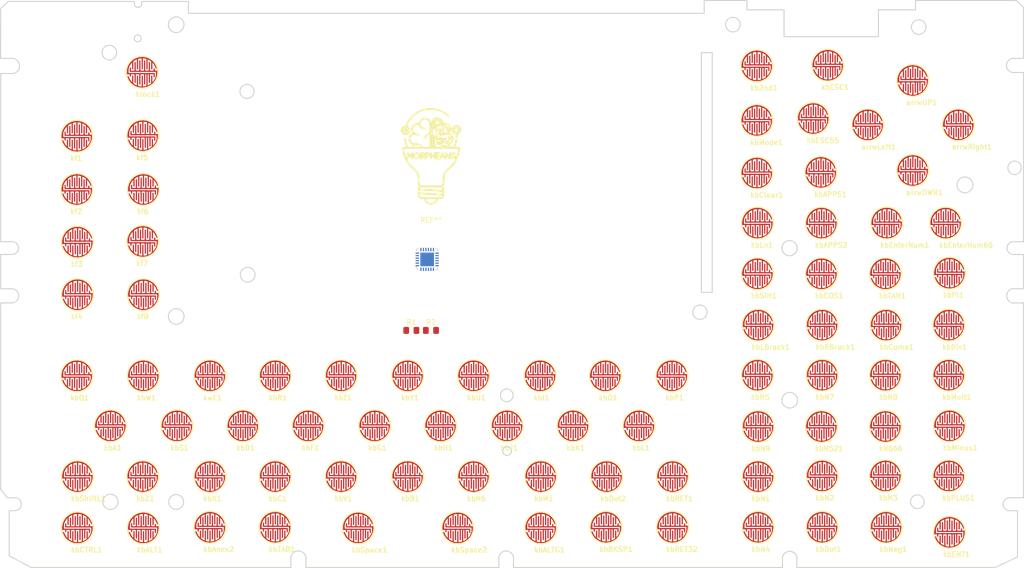
<source format=kicad_pcb>
(kicad_pcb (version 20201002) (generator pcbnew)
  (layers (0 "F.Cu" signal) (31 "B.Cu" signal) (34 "B.Paste" user) (35 "F.Paste" user) (36 "B.SilkS" user "B.Silkscreen") (37 "F.SilkS" user "F.Silkscreen") (38 "B.Mask" user) (39 "F.Mask" user) (44 "Edge.Cuts" user))
  (net 0 "")
  (net 1 "/col9")
  (net 2 "/row4")
  (net 3 "/col6")
  (net 4 "/col7")
  (net 5 "/col4")
  (net 6 "/row1")
  (net 7 "/row7")
  (net 8 "/row6")
  (net 9 "/row5")
  (net 10 "/row3")
  (net 11 "/row2")
  (net 12 "/row0")
  (net 13 "/col0")
  (net 14 "/col1")
  (net 15 "/col2")
  (net 16 "/col3")
  (net 17 "/col5")
  (net 18 "/col8")
  (net 19 "Net-(IC1-Pad20)")
  (net 20 "/3.3v")
  (net 21 "INT")
  (module "Resistor_SMD:R_0805_2012Metric_Pad1.15x1.40mm_HandSolder" (layer "F.Cu") (at 138.938 101.6)
    (fp_text reference "R2" (at 0 -1.65) (layer "F.SilkS"))
    (fp_text value "10k")
    (pad "1" smd roundrect (at -1.025 0) (size 1.15 1.4) (layers "F.Cu" "F.Paste" "F.Mask") (roundrect_rratio 0.217391) (net 20 "/3.3v"))
    (pad "2" smd roundrect (at 1.025 0) (size 1.15 1.4) (layers "F.Cu" "F.Paste" "F.Mask") (roundrect_rratio 0.217391) (net 19 "Net-(IC1-Pad20)"))
  )
  (module "18650:Kbpad" (layer "F.Cu") (at 204.343 100.457)
    (fp_text reference "kbLBrack1" (at -1.27 5.08 180) (layer "F.SilkS") (effects (font (thickness 0.2)) (justify left bottom)))
    (fp_text value "(" hide)
    (fp_line (start 1.60875 0.358125) (end 1.60875 2.104375) (layer "F.Cu") (width 0.254))
    (fp_line (start 1.60875 -0.118125) (end 1.60875 -1.864375) (layer "F.Cu") (width 0.254))
    (fp_line (start -2.934675 0.3867) (end -2.998175 0.154925) (layer "F.Cu") (width 0.0508))
    (fp_line (start 1.1325 -0.594375) (end 1.1325 -2.816875) (layer "F.Cu") (width 0.254))
    (fp_line (start -2.6775 0.358125) (end -2.83625 0.358125) (layer "F.Cu") (width 0.254))
    (fp_line (start -0.29625 0.358125) (end -0.29625 2.421875) (layer "F.Cu") (width 0.254))
    (fp_line (start 0.65625 0.358125) (end 0.65625 2.421875) (layer "F.Cu") (width 0.254))
    (fp_line (start 2.085 0.834375) (end 2.085 2.421875) (layer "F.Cu") (width 0.254))
    (fp_line (start 2.56125 -0.118125) (end 3.0375 -0.118125) (layer "F.Cu") (width 0.254))
    (fp_line (start 1.60875 -0.118125) (end 0.65625 -0.118125) (layer "F.Cu") (width 0.254))
    (fp_line (start 1.1325 0.516875) (end 1.1325 2.898125) (layer "F.Cu") (width 0.254))
    (fp_line (start -1.24875 0.358125) (end -2.20125 0.358125) (layer "F.Cu") (width 0.254))
    (fp_line (start -1.24875 -0.118125) (end -2.20125 -0.118125) (layer "F.Cu") (width 0.254))
    (fp_line (start 2.56125 0.358125) (end 2.56125 0.993125) (layer "F.Cu") (width 0.254))
    (fp_line (start -2.20125 0.358125) (end -2.6775 0.358125) (layer "F.Cu") (width 0.254))
    (fp_line (start -0.29625 0.358125) (end -1.24875 0.358125) (layer "F.Cu") (width 0.254))
    (fp_line (start 2.56125 0.358125) (end 1.60875 0.358125) (layer "F.Cu") (width 0.254))
    (fp_line (start 1.60875 0.358125) (end 0.65625 0.358125) (layer "F.Cu") (width 0.254))
    (fp_line (start -1.725 -0.594375) (end -1.725 -2.340625) (layer "F.Cu") (width 0.254))
    (fp_line (start 2.56125 -0.118125) (end 1.60875 -0.118125) (layer "F.Cu") (width 0.254))
    (fp_line (start -1.24875 0.358125) (end -1.24875 2.104375) (layer "F.Cu") (width 0.254))
    (fp_line (start -0.29625 -0.118125) (end -0.29625 -2.181875) (layer "F.Cu") (width 0.254))
    (fp_line (start 0.65625 -0.118125) (end -0.29625 -0.118125) (layer "F.Cu") (width 0.254))
    (fp_line (start 0.65625 -0.118125) (end 0.65625 -2.181875) (layer "F.Cu") (width 0.254))
    (fp_line (start 0.18 3.056875) (end 0.18 0.834375) (layer "F.Cu") (width 0.254))
    (fp_line (start 3.281975 -0.1467) (end 3.3423 0.07555) (layer "F.Cu") (width 0.0762))
    (fp_line (start 0.65625 0.358125) (end -0.29625 0.358125) (layer "F.Cu") (width 0.254))
    (fp_line (start 3.0375 -0.118125) (end 3.19625 -0.118125) (layer "F.Cu") (width 0.254))
    (fp_line (start 0.18 -0.594375) (end 0.18 -2.975625) (layer "F.Cu") (width 0.254))
    (fp_line (start -0.7725 -0.594375) (end -0.7725 -2.816875) (layer "F.Cu") (width 0.254))
    (fp_line (start -0.29625 -0.118125) (end -1.24875 -0.118125) (layer "F.Cu") (width 0.254))
    (fp_line (start -1.24875 -0.118125) (end -1.24875 -1.864375) (layer "F.Cu") (width 0.254))
    (fp_line (start -2.20125 -0.118125) (end -2.20125 -0.753125) (layer "F.Cu") (width 0.254))
    (fp_line (start 2.56125 -0.118125) (end 2.56125 -0.594375) (layer "F.Cu") (width 0.254))
    (fp_line (start -0.7725 0.834375) (end -0.7725 2.898125) (layer "F.Cu") (width 0.254))
    (fp_line (start -2.6775 0.358125) (end -2.6775 -0.753125) (layer "F.Cu") (width 0.254))
    (fp_line (start -2.20125 0.358125) (end -2.20125 0.834375) (layer "F.Cu") (width 0.254))
    (fp_line (start 2.085 -0.594375) (end 2.085 -2.340625) (layer "F.Cu") (width 0.254))
    (fp_line (start 3.0375 -0.118125) (end 3.0375 0.993125) (layer "F.Cu") (width 0.254))
    (fp_line (start -1.725 0.834375) (end -1.725 2.421875) (layer "F.Cu") (width 0.254))
    (fp_arc (start 0.18209 0.119661) (end 3.19625 0.12) (angle 161.565051) (layer "F.Cu") (width 0.381))
    (fp_arc (start 0.17791 0.120339) (end -2.83625 0.12) (angle 161.565051) (layer "F.Cu") (width 0.381))
    (pad "1" smd rect (at -2.83625 0.12 90) (size 0.3048 0.1524) (layers "F.Cu" "F.Mask") (net 14 "/col1"))
    (pad "2" smd rect (at 3.19625 -0.03875 90) (size 0.3048 0.1524) (layers "F.Cu" "F.Mask") (net 8 "/row6"))
  )
  (module "18650:Kbpad" (layer "F.Cu") (at 204.089 59.436)
    (fp_text reference "kbMode1" (at -1.27 5.08 180) (layer "F.SilkS") (effects (font (thickness 0.2)) (justify left bottom)))
    (fp_text value "Mode" hide)
    (fp_line (start 2.085 -0.594375) (end 2.085 -2.340625) (layer "F.Cu") (width 0.254))
    (fp_line (start 0.65625 -0.118125) (end -0.29625 -0.118125) (layer "F.Cu") (width 0.254))
    (fp_line (start -2.934675 0.3867) (end -2.998175 0.154925) (layer "F.Cu") (width 0.0508))
    (fp_line (start -2.20125 0.358125) (end -2.20125 0.834375) (layer "F.Cu") (width 0.254))
    (fp_line (start 1.60875 0.358125) (end 0.65625 0.358125) (layer "F.Cu") (width 0.254))
    (fp_line (start 0.65625 0.358125) (end 0.65625 2.421875) (layer "F.Cu") (width 0.254))
    (fp_line (start 2.56125 0.358125) (end 1.60875 0.358125) (layer "F.Cu") (width 0.254))
    (fp_line (start 1.60875 -0.118125) (end 0.65625 -0.118125) (layer "F.Cu") (width 0.254))
    (fp_line (start 2.085 0.834375) (end 2.085 2.421875) (layer "F.Cu") (width 0.254))
    (fp_line (start -2.20125 0.358125) (end -2.6775 0.358125) (layer "F.Cu") (width 0.254))
    (fp_line (start -0.29625 -0.118125) (end -0.29625 -2.181875) (layer "F.Cu") (width 0.254))
    (fp_line (start -2.6775 0.358125) (end -2.6775 -0.753125) (layer "F.Cu") (width 0.254))
    (fp_line (start -2.20125 -0.118125) (end -2.20125 -0.753125) (layer "F.Cu") (width 0.254))
    (fp_line (start 0.65625 -0.118125) (end 0.65625 -2.181875) (layer "F.Cu") (width 0.254))
    (fp_line (start 2.56125 -0.118125) (end 2.56125 -0.594375) (layer "F.Cu") (width 0.254))
    (fp_line (start -1.24875 0.358125) (end -1.24875 2.104375) (layer "F.Cu") (width 0.254))
    (fp_line (start 1.1325 0.516875) (end 1.1325 2.898125) (layer "F.Cu") (width 0.254))
    (fp_line (start 0.18 -0.594375) (end 0.18 -2.975625) (layer "F.Cu") (width 0.254))
    (fp_line (start 3.281975 -0.1467) (end 3.3423 0.07555) (layer "F.Cu") (width 0.0762))
    (fp_line (start 1.60875 0.358125) (end 1.60875 2.104375) (layer "F.Cu") (width 0.254))
    (fp_line (start 1.60875 -0.118125) (end 1.60875 -1.864375) (layer "F.Cu") (width 0.254))
    (fp_line (start 3.0375 -0.118125) (end 3.19625 -0.118125) (layer "F.Cu") (width 0.254))
    (fp_line (start 2.56125 -0.118125) (end 1.60875 -0.118125) (layer "F.Cu") (width 0.254))
    (fp_line (start -1.24875 -0.118125) (end -1.24875 -1.864375) (layer "F.Cu") (width 0.254))
    (fp_line (start -0.29625 0.358125) (end -1.24875 0.358125) (layer "F.Cu") (width 0.254))
    (fp_line (start 0.18 3.056875) (end 0.18 0.834375) (layer "F.Cu") (width 0.254))
    (fp_line (start -1.725 -0.594375) (end -1.725 -2.340625) (layer "F.Cu") (width 0.254))
    (fp_line (start 2.56125 -0.118125) (end 3.0375 -0.118125) (layer "F.Cu") (width 0.254))
    (fp_line (start -1.24875 -0.118125) (end -2.20125 -0.118125) (layer "F.Cu") (width 0.254))
    (fp_line (start -1.24875 0.358125) (end -2.20125 0.358125) (layer "F.Cu") (width 0.254))
    (fp_line (start -0.29625 0.358125) (end -0.29625 2.421875) (layer "F.Cu") (width 0.254))
    (fp_line (start 3.0375 -0.118125) (end 3.0375 0.993125) (layer "F.Cu") (width 0.254))
    (fp_line (start -0.7725 0.834375) (end -0.7725 2.898125) (layer "F.Cu") (width 0.254))
    (fp_line (start 0.65625 0.358125) (end -0.29625 0.358125) (layer "F.Cu") (width 0.254))
    (fp_line (start -2.6775 0.358125) (end -2.83625 0.358125) (layer "F.Cu") (width 0.254))
    (fp_line (start -0.7725 -0.594375) (end -0.7725 -2.816875) (layer "F.Cu") (width 0.254))
    (fp_line (start 2.56125 0.358125) (end 2.56125 0.993125) (layer "F.Cu") (width 0.254))
    (fp_line (start 1.1325 -0.594375) (end 1.1325 -2.816875) (layer "F.Cu") (width 0.254))
    (fp_line (start -0.29625 -0.118125) (end -1.24875 -0.118125) (layer "F.Cu") (width 0.254))
    (fp_line (start -1.725 0.834375) (end -1.725 2.421875) (layer "F.Cu") (width 0.254))
    (fp_arc (start 0.18209 0.119661) (end 3.19625 0.12) (angle 161.565051) (layer "F.Cu") (width 0.381))
    (fp_arc (start 0.17791 0.120339) (end -2.83625 0.12) (angle 161.565051) (layer "F.Cu") (width 0.381))
    (pad "1" smd rect (at -2.83625 0.12 90) (size 0.3048 0.1524) (layers "F.Cu" "F.Mask") (net 15 "/col2"))
    (pad "2" smd rect (at 3.19625 -0.03875 90) (size 0.3048 0.1524) (layers "F.Cu" "F.Mask") (net 9 "/row5"))
  )
  (module "18650:Kbpad" (layer "F.Cu") (at 217.043 80.01)
    (fp_text reference "kbAPPS2" (at -1.27 5.08 180) (layer "F.SilkS") (effects (font (thickness 0.2)) (justify left bottom)))
    (fp_text value "Apps" hide)
    (fp_line (start -0.29625 0.358125) (end -0.29625 2.421875) (layer "F.Cu") (width 0.254))
    (fp_line (start 0.18 3.056875) (end 0.18 0.834375) (layer "F.Cu") (width 0.254))
    (fp_line (start 0.65625 -0.118125) (end 0.65625 -2.181875) (layer "F.Cu") (width 0.254))
    (fp_line (start -1.725 -0.594375) (end -1.725 -2.340625) (layer "F.Cu") (width 0.254))
    (fp_line (start -2.20125 0.358125) (end -2.20125 0.834375) (layer "F.Cu") (width 0.254))
    (fp_line (start 0.18 -0.594375) (end 0.18 -2.975625) (layer "F.Cu") (width 0.254))
    (fp_line (start 1.60875 -0.118125) (end 0.65625 -0.118125) (layer "F.Cu") (width 0.254))
    (fp_line (start -2.6775 0.358125) (end -2.83625 0.358125) (layer "F.Cu") (width 0.254))
    (fp_line (start -0.7725 0.834375) (end -0.7725 2.898125) (layer "F.Cu") (width 0.254))
    (fp_line (start -2.934675 0.3867) (end -2.998175 0.154925) (layer "F.Cu") (width 0.0508))
    (fp_line (start -0.29625 -0.118125) (end -0.29625 -2.181875) (layer "F.Cu") (width 0.254))
    (fp_line (start 1.60875 -0.118125) (end 1.60875 -1.864375) (layer "F.Cu") (width 0.254))
    (fp_line (start -0.29625 0.358125) (end -1.24875 0.358125) (layer "F.Cu") (width 0.254))
    (fp_line (start -0.29625 -0.118125) (end -1.24875 -0.118125) (layer "F.Cu") (width 0.254))
    (fp_line (start 2.56125 0.358125) (end 1.60875 0.358125) (layer "F.Cu") (width 0.254))
    (fp_line (start 2.56125 0.358125) (end 2.56125 0.993125) (layer "F.Cu") (width 0.254))
    (fp_line (start -2.20125 0.358125) (end -2.6775 0.358125) (layer "F.Cu") (width 0.254))
    (fp_line (start -1.24875 -0.118125) (end -1.24875 -1.864375) (layer "F.Cu") (width 0.254))
    (fp_line (start 2.085 -0.594375) (end 2.085 -2.340625) (layer "F.Cu") (width 0.254))
    (fp_line (start -1.24875 0.358125) (end -1.24875 2.104375) (layer "F.Cu") (width 0.254))
    (fp_line (start 1.1325 0.516875) (end 1.1325 2.898125) (layer "F.Cu") (width 0.254))
    (fp_line (start -1.24875 0.358125) (end -2.20125 0.358125) (layer "F.Cu") (width 0.254))
    (fp_line (start 0.65625 0.358125) (end -0.29625 0.358125) (layer "F.Cu") (width 0.254))
    (fp_line (start 2.56125 -0.118125) (end 3.0375 -0.118125) (layer "F.Cu") (width 0.254))
    (fp_line (start -0.7725 -0.594375) (end -0.7725 -2.816875) (layer "F.Cu") (width 0.254))
    (fp_line (start -1.24875 -0.118125) (end -2.20125 -0.118125) (layer "F.Cu") (width 0.254))
    (fp_line (start 2.56125 -0.118125) (end 2.56125 -0.594375) (layer "F.Cu") (width 0.254))
    (fp_line (start -2.6775 0.358125) (end -2.6775 -0.753125) (layer "F.Cu") (width 0.254))
    (fp_line (start 0.65625 -0.118125) (end -0.29625 -0.118125) (layer "F.Cu") (width 0.254))
    (fp_line (start 1.60875 0.358125) (end 0.65625 0.358125) (layer "F.Cu") (width 0.254))
    (fp_line (start -1.725 0.834375) (end -1.725 2.421875) (layer "F.Cu") (width 0.254))
    (fp_line (start 2.56125 -0.118125) (end 1.60875 -0.118125) (layer "F.Cu") (width 0.254))
    (fp_line (start 2.085 0.834375) (end 2.085 2.421875) (layer "F.Cu") (width 0.254))
    (fp_line (start 3.0375 -0.118125) (end 3.0375 0.993125) (layer "F.Cu") (width 0.254))
    (fp_line (start 3.0375 -0.118125) (end 3.19625 -0.118125) (layer "F.Cu") (width 0.254))
    (fp_line (start -2.20125 -0.118125) (end -2.20125 -0.753125) (layer "F.Cu") (width 0.254))
    (fp_line (start 1.60875 0.358125) (end 1.60875 2.104375) (layer "F.Cu") (width 0.254))
    (fp_line (start 3.281975 -0.1467) (end 3.3423 0.07555) (layer "F.Cu") (width 0.0762))
    (fp_line (start 0.65625 0.358125) (end 0.65625 2.421875) (layer "F.Cu") (width 0.254))
    (fp_line (start 1.1325 -0.594375) (end 1.1325 -2.816875) (layer "F.Cu") (width 0.254))
    (fp_arc (start 0.17791 0.120339) (end -2.83625 0.12) (angle 161.565051) (layer "F.Cu") (width 0.381))
    (fp_arc (start 0.18209 0.119661) (end 3.19625 0.12) (angle 161.565051) (layer "F.Cu") (width 0.381))
    (pad "1" smd rect (at -2.83625 0.12 90) (size 0.3048 0.1524) (layers "F.Cu" "F.Mask") (net 17 "/col5"))
    (pad "2" smd rect (at 3.19625 -0.03875 90) (size 0.3048 0.1524) (layers "F.Cu" "F.Mask") (net 9 "/row5"))
  )
  (module "18650:Kbpad" (layer "F.Cu") (at 67.818 110.617)
    (fp_text reference "kbQ1" (at -1.27 5.08 180) (layer "F.SilkS") (effects (font (thickness 0.2)) (justify left bottom)))
    (fp_text value "Q" hide)
    (fp_line (start 2.56125 -0.118125) (end 2.56125 -0.594375) (layer "F.Cu") (width 0.254))
    (fp_line (start 0.65625 0.358125) (end -0.29625 0.358125) (layer "F.Cu") (width 0.254))
    (fp_line (start -2.20125 -0.118125) (end -2.20125 -0.753125) (layer "F.Cu") (width 0.254))
    (fp_line (start 1.1325 0.516875) (end 1.1325 2.898125) (layer "F.Cu") (width 0.254))
    (fp_line (start 0.18 -0.594375) (end 0.18 -2.975625) (layer "F.Cu") (width 0.254))
    (fp_line (start -1.24875 0.358125) (end -2.20125 0.358125) (layer "F.Cu") (width 0.254))
    (fp_line (start -2.20125 0.358125) (end -2.20125 0.834375) (layer "F.Cu") (width 0.254))
    (fp_line (start 1.1325 -0.594375) (end 1.1325 -2.816875) (layer "F.Cu") (width 0.254))
    (fp_line (start 2.56125 0.358125) (end 2.56125 0.993125) (layer "F.Cu") (width 0.254))
    (fp_line (start 0.18 3.056875) (end 0.18 0.834375) (layer "F.Cu") (width 0.254))
    (fp_line (start 2.085 0.834375) (end 2.085 2.421875) (layer "F.Cu") (width 0.254))
    (fp_line (start 2.56125 -0.118125) (end 1.60875 -0.118125) (layer "F.Cu") (width 0.254))
    (fp_line (start 2.085 -0.594375) (end 2.085 -2.340625) (layer "F.Cu") (width 0.254))
    (fp_line (start 0.65625 -0.118125) (end -0.29625 -0.118125) (layer "F.Cu") (width 0.254))
    (fp_line (start -2.934675 0.3867) (end -2.998175 0.154925) (layer "F.Cu") (width 0.0508))
    (fp_line (start 0.65625 0.358125) (end 0.65625 2.421875) (layer "F.Cu") (width 0.254))
    (fp_line (start -2.20125 0.358125) (end -2.6775 0.358125) (layer "F.Cu") (width 0.254))
    (fp_line (start -2.6775 0.358125) (end -2.6775 -0.753125) (layer "F.Cu") (width 0.254))
    (fp_line (start -2.6775 0.358125) (end -2.83625 0.358125) (layer "F.Cu") (width 0.254))
    (fp_line (start -0.7725 0.834375) (end -0.7725 2.898125) (layer "F.Cu") (width 0.254))
    (fp_line (start 2.56125 0.358125) (end 1.60875 0.358125) (layer "F.Cu") (width 0.254))
    (fp_line (start 3.281975 -0.1467) (end 3.3423 0.07555) (layer "F.Cu") (width 0.0762))
    (fp_line (start 3.0375 -0.118125) (end 3.19625 -0.118125) (layer "F.Cu") (width 0.254))
    (fp_line (start -0.29625 -0.118125) (end -0.29625 -2.181875) (layer "F.Cu") (width 0.254))
    (fp_line (start -1.725 0.834375) (end -1.725 2.421875) (layer "F.Cu") (width 0.254))
    (fp_line (start 1.60875 -0.118125) (end 1.60875 -1.864375) (layer "F.Cu") (width 0.254))
    (fp_line (start 1.60875 0.358125) (end 1.60875 2.104375) (layer "F.Cu") (width 0.254))
    (fp_line (start -0.29625 0.358125) (end -1.24875 0.358125) (layer "F.Cu") (width 0.254))
    (fp_line (start -1.24875 0.358125) (end -1.24875 2.104375) (layer "F.Cu") (width 0.254))
    (fp_line (start 2.56125 -0.118125) (end 3.0375 -0.118125) (layer "F.Cu") (width 0.254))
    (fp_line (start -1.725 -0.594375) (end -1.725 -2.340625) (layer "F.Cu") (width 0.254))
    (fp_line (start 0.65625 -0.118125) (end 0.65625 -2.181875) (layer "F.Cu") (width 0.254))
    (fp_line (start -0.29625 0.358125) (end -0.29625 2.421875) (layer "F.Cu") (width 0.254))
    (fp_line (start 1.60875 0.358125) (end 0.65625 0.358125) (layer "F.Cu") (width 0.254))
    (fp_line (start -0.7725 -0.594375) (end -0.7725 -2.816875) (layer "F.Cu") (width 0.254))
    (fp_line (start -1.24875 -0.118125) (end -1.24875 -1.864375) (layer "F.Cu") (width 0.254))
    (fp_line (start 3.0375 -0.118125) (end 3.0375 0.993125) (layer "F.Cu") (width 0.254))
    (fp_line (start -0.29625 -0.118125) (end -1.24875 -0.118125) (layer "F.Cu") (width 0.254))
    (fp_line (start 1.60875 -0.118125) (end 0.65625 -0.118125) (layer "F.Cu") (width 0.254))
    (fp_line (start -1.24875 -0.118125) (end -2.20125 -0.118125) (layer "F.Cu") (width 0.254))
    (fp_arc (start 0.18209 0.119661) (end 3.19625 0.12) (angle 161.565051) (layer "F.Cu") (width 0.381))
    (fp_arc (start 0.17791 0.120339) (end -2.83625 0.12) (angle 161.565051) (layer "F.Cu") (width 0.381))
    (pad "1" smd rect (at -2.83625 0.12 90) (size 0.3048 0.1524) (layers "F.Cu" "F.Mask") (net 13 "/col0"))
    (pad "2" smd rect (at 3.19625 -0.03875 90) (size 0.3048 0.1524) (layers "F.Cu" "F.Mask") (net 6 "/row1"))
  )
  (module "18650:Kbpad" (layer "F.Cu") (at 217.17 110.49)
    (fp_text reference "kbN7" (at -1.27 5.08 180) (layer "F.SilkS") (effects (font (thickness 0.2)) (justify left bottom)))
    (fp_text value "8" hide)
    (fp_line (start -0.7725 0.834375) (end -0.7725 2.898125) (layer "F.Cu") (width 0.254))
    (fp_line (start 2.56125 -0.118125) (end 1.60875 -0.118125) (layer "F.Cu") (width 0.254))
    (fp_line (start 0.65625 0.358125) (end 0.65625 2.421875) (layer "F.Cu") (width 0.254))
    (fp_line (start -0.29625 0.358125) (end -1.24875 0.358125) (layer "F.Cu") (width 0.254))
    (fp_line (start 1.60875 0.358125) (end 0.65625 0.358125) (layer "F.Cu") (width 0.254))
    (fp_line (start 0.65625 -0.118125) (end 0.65625 -2.181875) (layer "F.Cu") (width 0.254))
    (fp_line (start 0.65625 0.358125) (end -0.29625 0.358125) (layer "F.Cu") (width 0.254))
    (fp_line (start -0.29625 0.358125) (end -0.29625 2.421875) (layer "F.Cu") (width 0.254))
    (fp_line (start -2.6775 0.358125) (end -2.83625 0.358125) (layer "F.Cu") (width 0.254))
    (fp_line (start 2.56125 0.358125) (end 1.60875 0.358125) (layer "F.Cu") (width 0.254))
    (fp_line (start -0.29625 -0.118125) (end -1.24875 -0.118125) (layer "F.Cu") (width 0.254))
    (fp_line (start -1.24875 0.358125) (end -2.20125 0.358125) (layer "F.Cu") (width 0.254))
    (fp_line (start 0.65625 -0.118125) (end -0.29625 -0.118125) (layer "F.Cu") (width 0.254))
    (fp_line (start 2.56125 0.358125) (end 2.56125 0.993125) (layer "F.Cu") (width 0.254))
    (fp_line (start 3.0375 -0.118125) (end 3.19625 -0.118125) (layer "F.Cu") (width 0.254))
    (fp_line (start -1.24875 -0.118125) (end -2.20125 -0.118125) (layer "F.Cu") (width 0.254))
    (fp_line (start 1.1325 0.516875) (end 1.1325 2.898125) (layer "F.Cu") (width 0.254))
    (fp_line (start -1.725 -0.594375) (end -1.725 -2.340625) (layer "F.Cu") (width 0.254))
    (fp_line (start 1.1325 -0.594375) (end 1.1325 -2.816875) (layer "F.Cu") (width 0.254))
    (fp_line (start -0.7725 -0.594375) (end -0.7725 -2.816875) (layer "F.Cu") (width 0.254))
    (fp_line (start 3.0375 -0.118125) (end 3.0375 0.993125) (layer "F.Cu") (width 0.254))
    (fp_line (start -2.6775 0.358125) (end -2.6775 -0.753125) (layer "F.Cu") (width 0.254))
    (fp_line (start -1.24875 -0.118125) (end -1.24875 -1.864375) (layer "F.Cu") (width 0.254))
    (fp_line (start -2.20125 0.358125) (end -2.20125 0.834375) (layer "F.Cu") (width 0.254))
    (fp_line (start 1.60875 -0.118125) (end 0.65625 -0.118125) (layer "F.Cu") (width 0.254))
    (fp_line (start -1.725 0.834375) (end -1.725 2.421875) (layer "F.Cu") (width 0.254))
    (fp_line (start 1.60875 0.358125) (end 1.60875 2.104375) (layer "F.Cu") (width 0.254))
    (fp_line (start 0.18 3.056875) (end 0.18 0.834375) (layer "F.Cu") (width 0.254))
    (fp_line (start 2.56125 -0.118125) (end 2.56125 -0.594375) (layer "F.Cu") (width 0.254))
    (fp_line (start -2.20125 0.358125) (end -2.6775 0.358125) (layer "F.Cu") (width 0.254))
    (fp_line (start 2.56125 -0.118125) (end 3.0375 -0.118125) (layer "F.Cu") (width 0.254))
    (fp_line (start 0.18 -0.594375) (end 0.18 -2.975625) (layer "F.Cu") (width 0.254))
    (fp_line (start -2.20125 -0.118125) (end -2.20125 -0.753125) (layer "F.Cu") (width 0.254))
    (fp_line (start -2.934675 0.3867) (end -2.998175 0.154925) (layer "F.Cu") (width 0.0508))
    (fp_line (start 2.085 -0.594375) (end 2.085 -2.340625) (layer "F.Cu") (width 0.254))
    (fp_line (start -0.29625 -0.118125) (end -0.29625 -2.181875) (layer "F.Cu") (width 0.254))
    (fp_line (start 3.281975 -0.1467) (end 3.3423 0.07555) (layer "F.Cu") (width 0.0762))
    (fp_line (start 1.60875 -0.118125) (end 1.60875 -1.864375) (layer "F.Cu") (width 0.254))
    (fp_line (start -1.24875 0.358125) (end -1.24875 2.104375) (layer "F.Cu") (width 0.254))
    (fp_line (start 2.085 0.834375) (end 2.085 2.421875) (layer "F.Cu") (width 0.254))
    (fp_arc (start 0.18209 0.119661) (end 3.19625 0.12) (angle 161.565051) (layer "F.Cu") (width 0.381))
    (fp_arc (start 0.17791 0.120339) (end -2.83625 0.12) (angle 161.565051) (layer "F.Cu") (width 0.381))
    (pad "1" smd rect (at -2.83625 0.12 90) (size 0.3048 0.1524) (layers "F.Cu" "F.Mask") (net 3 "/col6"))
    (pad "2" smd rect (at 3.19625 -0.03875 90) (size 0.3048 0.1524) (layers "F.Cu" "F.Mask") (net 8 "/row6"))
  )
  (module "18650:Kbpad" (layer "F.Cu") (at 81.153 141.097)
    (fp_text reference "kbALT1" (at -1.27 5.08 180) (layer "F.SilkS") (effects (font (thickness 0.2)) (justify left bottom)))
    (fp_text value "Alt" hide)
    (fp_line (start -0.7725 -0.594375) (end -0.7725 -2.816875) (layer "F.Cu") (width 0.254))
    (fp_line (start -2.934675 0.3867) (end -2.998175 0.154925) (layer "F.Cu") (width 0.0508))
    (fp_line (start -0.29625 -0.118125) (end -0.29625 -2.181875) (layer "F.Cu") (width 0.254))
    (fp_line (start 0.65625 -0.118125) (end -0.29625 -0.118125) (layer "F.Cu") (width 0.254))
    (fp_line (start -1.24875 0.358125) (end -1.24875 2.104375) (layer "F.Cu") (width 0.254))
    (fp_line (start -2.6775 0.358125) (end -2.6775 -0.753125) (layer "F.Cu") (width 0.254))
    (fp_line (start 2.56125 -0.118125) (end 3.0375 -0.118125) (layer "F.Cu") (width 0.254))
    (fp_line (start -2.6775 0.358125) (end -2.83625 0.358125) (layer "F.Cu") (width 0.254))
    (fp_line (start 2.56125 0.358125) (end 2.56125 0.993125) (layer "F.Cu") (width 0.254))
    (fp_line (start 0.18 -0.594375) (end 0.18 -2.975625) (layer "F.Cu") (width 0.254))
    (fp_line (start 0.65625 -0.118125) (end 0.65625 -2.181875) (layer "F.Cu") (width 0.254))
    (fp_line (start 1.60875 -0.118125) (end 0.65625 -0.118125) (layer "F.Cu") (width 0.254))
    (fp_line (start -1.725 0.834375) (end -1.725 2.421875) (layer "F.Cu") (width 0.254))
    (fp_line (start -0.29625 0.358125) (end -0.29625 2.421875) (layer "F.Cu") (width 0.254))
    (fp_line (start 1.60875 0.358125) (end 1.60875 2.104375) (layer "F.Cu") (width 0.254))
    (fp_line (start 2.085 -0.594375) (end 2.085 -2.340625) (layer "F.Cu") (width 0.254))
    (fp_line (start 3.0375 -0.118125) (end 3.0375 0.993125) (layer "F.Cu") (width 0.254))
    (fp_line (start 1.1325 0.516875) (end 1.1325 2.898125) (layer "F.Cu") (width 0.254))
    (fp_line (start 2.56125 -0.118125) (end 2.56125 -0.594375) (layer "F.Cu") (width 0.254))
    (fp_line (start -2.20125 0.358125) (end -2.20125 0.834375) (layer "F.Cu") (width 0.254))
    (fp_line (start 2.56125 0.358125) (end 1.60875 0.358125) (layer "F.Cu") (width 0.254))
    (fp_line (start -2.20125 0.358125) (end -2.6775 0.358125) (layer "F.Cu") (width 0.254))
    (fp_line (start -1.725 -0.594375) (end -1.725 -2.340625) (layer "F.Cu") (width 0.254))
    (fp_line (start -1.24875 -0.118125) (end -1.24875 -1.864375) (layer "F.Cu") (width 0.254))
    (fp_line (start 2.56125 -0.118125) (end 1.60875 -0.118125) (layer "F.Cu") (width 0.254))
    (fp_line (start -0.29625 -0.118125) (end -1.24875 -0.118125) (layer "F.Cu") (width 0.254))
    (fp_line (start 3.0375 -0.118125) (end 3.19625 -0.118125) (layer "F.Cu") (width 0.254))
    (fp_line (start -1.24875 -0.118125) (end -2.20125 -0.118125) (layer "F.Cu") (width 0.254))
    (fp_line (start 0.65625 0.358125) (end -0.29625 0.358125) (layer "F.Cu") (width 0.254))
    (fp_line (start 2.085 0.834375) (end 2.085 2.421875) (layer "F.Cu") (width 0.254))
    (fp_line (start 1.60875 0.358125) (end 0.65625 0.358125) (layer "F.Cu") (width 0.254))
    (fp_line (start 1.1325 -0.594375) (end 1.1325 -2.816875) (layer "F.Cu") (width 0.254))
    (fp_line (start -2.20125 -0.118125) (end -2.20125 -0.753125) (layer "F.Cu") (width 0.254))
    (fp_line (start -0.7725 0.834375) (end -0.7725 2.898125) (layer "F.Cu") (width 0.254))
    (fp_line (start 1.60875 -0.118125) (end 1.60875 -1.864375) (layer "F.Cu") (width 0.254))
    (fp_line (start 0.65625 0.358125) (end 0.65625 2.421875) (layer "F.Cu") (width 0.254))
    (fp_line (start 3.281975 -0.1467) (end 3.3423 0.07555) (layer "F.Cu") (width 0.0762))
    (fp_line (start -0.29625 0.358125) (end -1.24875 0.358125) (layer "F.Cu") (width 0.254))
    (fp_line (start -1.24875 0.358125) (end -2.20125 0.358125) (layer "F.Cu") (width 0.254))
    (fp_line (start 0.18 3.056875) (end 0.18 0.834375) (layer "F.Cu") (width 0.254))
    (fp_arc (start 0.18209 0.119661) (end 3.19625 0.12) (angle 161.565051) (layer "F.Cu") (width 0.381))
    (fp_arc (start 0.17791 0.120339) (end -2.83625 0.12) (angle 161.565051) (layer "F.Cu") (width 0.381))
    (pad "1" smd rect (at -2.83625 0.12 90) (size 0.3048 0.1524) (layers "F.Cu" "F.Mask") (net 15 "/col2"))
    (pad "2" smd rect (at 3.19625 -0.03875 90) (size 0.3048 0.1524) (layers "F.Cu" "F.Mask") (net 2 "/row4"))
  )
  (module "18650:Kbpad" (layer "F.Cu") (at 74.549 120.65)
    (fp_text reference "kbA1" (at -1.27 5.08 180) (layer "F.SilkS") (effects (font (thickness 0.2)) (justify left bottom)))
    (fp_text value "A" hide)
    (fp_line (start 1.1325 -0.594375) (end 1.1325 -2.816875) (layer "F.Cu") (width 0.254))
    (fp_line (start 2.56125 -0.118125) (end 2.56125 -0.594375) (layer "F.Cu") (width 0.254))
    (fp_line (start -2.20125 0.358125) (end -2.6775 0.358125) (layer "F.Cu") (width 0.254))
    (fp_line (start -2.6775 0.358125) (end -2.6775 -0.753125) (layer "F.Cu") (width 0.254))
    (fp_line (start -1.725 -0.594375) (end -1.725 -2.340625) (layer "F.Cu") (width 0.254))
    (fp_line (start 2.56125 0.358125) (end 1.60875 0.358125) (layer "F.Cu") (width 0.254))
    (fp_line (start -2.20125 -0.118125) (end -2.20125 -0.753125) (layer "F.Cu") (width 0.254))
    (fp_line (start 1.60875 -0.118125) (end 1.60875 -1.864375) (layer "F.Cu") (width 0.254))
    (fp_line (start -2.934675 0.3867) (end -2.998175 0.154925) (layer "F.Cu") (width 0.0508))
    (fp_line (start 3.0375 -0.118125) (end 3.0375 0.993125) (layer "F.Cu") (width 0.254))
    (fp_line (start -1.24875 -0.118125) (end -2.20125 -0.118125) (layer "F.Cu") (width 0.254))
    (fp_line (start 3.281975 -0.1467) (end 3.3423 0.07555) (layer "F.Cu") (width 0.0762))
    (fp_line (start -1.725 0.834375) (end -1.725 2.421875) (layer "F.Cu") (width 0.254))
    (fp_line (start -1.24875 0.358125) (end -1.24875 2.104375) (layer "F.Cu") (width 0.254))
    (fp_line (start -1.24875 0.358125) (end -2.20125 0.358125) (layer "F.Cu") (width 0.254))
    (fp_line (start 2.085 0.834375) (end 2.085 2.421875) (layer "F.Cu") (width 0.254))
    (fp_line (start 0.65625 -0.118125) (end -0.29625 -0.118125) (layer "F.Cu") (width 0.254))
    (fp_line (start -0.29625 -0.118125) (end -1.24875 -0.118125) (layer "F.Cu") (width 0.254))
    (fp_line (start 1.60875 0.358125) (end 1.60875 2.104375) (layer "F.Cu") (width 0.254))
    (fp_line (start -0.29625 0.358125) (end -0.29625 2.421875) (layer "F.Cu") (width 0.254))
    (fp_line (start -2.20125 0.358125) (end -2.20125 0.834375) (layer "F.Cu") (width 0.254))
    (fp_line (start 1.60875 -0.118125) (end 0.65625 -0.118125) (layer "F.Cu") (width 0.254))
    (fp_line (start -0.7725 0.834375) (end -0.7725 2.898125) (layer "F.Cu") (width 0.254))
    (fp_line (start 2.56125 0.358125) (end 2.56125 0.993125) (layer "F.Cu") (width 0.254))
    (fp_line (start 1.1325 0.516875) (end 1.1325 2.898125) (layer "F.Cu") (width 0.254))
    (fp_line (start -2.6775 0.358125) (end -2.83625 0.358125) (layer "F.Cu") (width 0.254))
    (fp_line (start 2.56125 -0.118125) (end 1.60875 -0.118125) (layer "F.Cu") (width 0.254))
    (fp_line (start 3.0375 -0.118125) (end 3.19625 -0.118125) (layer "F.Cu") (width 0.254))
    (fp_line (start 0.65625 0.358125) (end 0.65625 2.421875) (layer "F.Cu") (width 0.254))
    (fp_line (start -0.7725 -0.594375) (end -0.7725 -2.816875) (layer "F.Cu") (width 0.254))
    (fp_line (start -1.24875 -0.118125) (end -1.24875 -1.864375) (layer "F.Cu") (width 0.254))
    (fp_line (start 0.65625 -0.118125) (end 0.65625 -2.181875) (layer "F.Cu") (width 0.254))
    (fp_line (start 1.60875 0.358125) (end 0.65625 0.358125) (layer "F.Cu") (width 0.254))
    (fp_line (start -0.29625 -0.118125) (end -0.29625 -2.181875) (layer "F.Cu") (width 0.254))
    (fp_line (start 0.18 -0.594375) (end 0.18 -2.975625) (layer "F.Cu") (width 0.254))
    (fp_line (start 0.18 3.056875) (end 0.18 0.834375) (layer "F.Cu") (width 0.254))
    (fp_line (start 0.65625 0.358125) (end -0.29625 0.358125) (layer "F.Cu") (width 0.254))
    (fp_line (start -0.29625 0.358125) (end -1.24875 0.358125) (layer "F.Cu") (width 0.254))
    (fp_line (start 2.085 -0.594375) (end 2.085 -2.340625) (layer "F.Cu") (width 0.254))
    (fp_line (start 2.56125 -0.118125) (end 3.0375 -0.118125) (layer "F.Cu") (width 0.254))
    (fp_arc (start 0.17791 0.120339) (end -2.83625 0.12) (angle 161.565051) (layer "F.Cu") (width 0.381))
    (fp_arc (start 0.18209 0.119661) (end 3.19625 0.12) (angle 161.565051) (layer "F.Cu") (width 0.381))
    (pad "1" smd rect (at -2.83625 0.12 90) (size 0.3048 0.1524) (layers "F.Cu" "F.Mask") (net 13 "/col0"))
    (pad "2" smd rect (at 3.19625 -0.03875 90) (size 0.3048 0.1524) (layers "F.Cu" "F.Mask") (net 11 "/row2"))
  )
  (module "18650:LOGOMORH" (layer "F.Cu") (at 138.938 78.994)
    (fp_text reference "REF**" (at 0 0.5 unlocked) (layer "F.SilkS"))
    (fp_text value "LOGOMORH")
  )
  (module "18650:Kbpad" (layer "F.Cu") (at 167.259 120.65)
    (fp_text reference "kbK1" (at -1.27 5.08 180) (layer "F.SilkS") (effects (font (thickness 0.2)) (justify left bottom)))
    (fp_text value "K" hide)
    (fp_line (start 1.60875 -0.118125) (end 0.65625 -0.118125) (layer "F.Cu") (width 0.254))
    (fp_line (start 0.65625 0.358125) (end 0.65625 2.421875) (layer "F.Cu") (width 0.254))
    (fp_line (start 3.0375 -0.118125) (end 3.0375 0.993125) (layer "F.Cu") (width 0.254))
    (fp_line (start 0.18 3.056875) (end 0.18 0.834375) (layer "F.Cu") (width 0.254))
    (fp_line (start -2.20125 0.358125) (end -2.20125 0.834375) (layer "F.Cu") (width 0.254))
    (fp_line (start 1.60875 -0.118125) (end 1.60875 -1.864375) (layer "F.Cu") (width 0.254))
    (fp_line (start 1.1325 -0.594375) (end 1.1325 -2.816875) (layer "F.Cu") (width 0.254))
    (fp_line (start -0.29625 0.358125) (end -0.29625 2.421875) (layer "F.Cu") (width 0.254))
    (fp_line (start 2.085 -0.594375) (end 2.085 -2.340625) (layer "F.Cu") (width 0.254))
    (fp_line (start -2.20125 0.358125) (end -2.6775 0.358125) (layer "F.Cu") (width 0.254))
    (fp_line (start 0.65625 -0.118125) (end 0.65625 -2.181875) (layer "F.Cu") (width 0.254))
    (fp_line (start -1.24875 0.358125) (end -2.20125 0.358125) (layer "F.Cu") (width 0.254))
    (fp_line (start -2.934675 0.3867) (end -2.998175 0.154925) (layer "F.Cu") (width 0.0508))
    (fp_line (start -0.29625 -0.118125) (end -1.24875 -0.118125) (layer "F.Cu") (width 0.254))
    (fp_line (start 3.0375 -0.118125) (end 3.19625 -0.118125) (layer "F.Cu") (width 0.254))
    (fp_line (start 0.65625 0.358125) (end -0.29625 0.358125) (layer "F.Cu") (width 0.254))
    (fp_line (start -1.725 0.834375) (end -1.725 2.421875) (layer "F.Cu") (width 0.254))
    (fp_line (start 1.60875 0.358125) (end 1.60875 2.104375) (layer "F.Cu") (width 0.254))
    (fp_line (start -2.6775 0.358125) (end -2.6775 -0.753125) (layer "F.Cu") (width 0.254))
    (fp_line (start 2.085 0.834375) (end 2.085 2.421875) (layer "F.Cu") (width 0.254))
    (fp_line (start -0.7725 0.834375) (end -0.7725 2.898125) (layer "F.Cu") (width 0.254))
    (fp_line (start 2.56125 -0.118125) (end 2.56125 -0.594375) (layer "F.Cu") (width 0.254))
    (fp_line (start 1.1325 0.516875) (end 1.1325 2.898125) (layer "F.Cu") (width 0.254))
    (fp_line (start -2.20125 -0.118125) (end -2.20125 -0.753125) (layer "F.Cu") (width 0.254))
    (fp_line (start 3.281975 -0.1467) (end 3.3423 0.07555) (layer "F.Cu") (width 0.0762))
    (fp_line (start -1.24875 -0.118125) (end -2.20125 -0.118125) (layer "F.Cu") (width 0.254))
    (fp_line (start 0.18 -0.594375) (end 0.18 -2.975625) (layer "F.Cu") (width 0.254))
    (fp_line (start -0.29625 0.358125) (end -1.24875 0.358125) (layer "F.Cu") (width 0.254))
    (fp_line (start -1.725 -0.594375) (end -1.725 -2.340625) (layer "F.Cu") (width 0.254))
    (fp_line (start 1.60875 0.358125) (end 0.65625 0.358125) (layer "F.Cu") (width 0.254))
    (fp_line (start 2.56125 0.358125) (end 2.56125 0.993125) (layer "F.Cu") (width 0.254))
    (fp_line (start 0.65625 -0.118125) (end -0.29625 -0.118125) (layer "F.Cu") (width 0.254))
    (fp_line (start -0.29625 -0.118125) (end -0.29625 -2.181875) (layer "F.Cu") (width 0.254))
    (fp_line (start -2.6775 0.358125) (end -2.83625 0.358125) (layer "F.Cu") (width 0.254))
    (fp_line (start 2.56125 0.358125) (end 1.60875 0.358125) (layer "F.Cu") (width 0.254))
    (fp_line (start 2.56125 -0.118125) (end 1.60875 -0.118125) (layer "F.Cu") (width 0.254))
    (fp_line (start -0.7725 -0.594375) (end -0.7725 -2.816875) (layer "F.Cu") (width 0.254))
    (fp_line (start -1.24875 -0.118125) (end -1.24875 -1.864375) (layer "F.Cu") (width 0.254))
    (fp_line (start -1.24875 0.358125) (end -1.24875 2.104375) (layer "F.Cu") (width 0.254))
    (fp_line (start 2.56125 -0.118125) (end 3.0375 -0.118125) (layer "F.Cu") (width 0.254))
    (fp_arc (start 0.17791 0.120339) (end -2.83625 0.12) (angle 161.565051) (layer "F.Cu") (width 0.381))
    (fp_arc (start 0.18209 0.119661) (end 3.19625 0.12) (angle 161.565051) (layer "F.Cu") (width 0.381))
    (pad "1" smd rect (at -2.83625 0.12 90) (size 0.3048 0.1524) (layers "F.Cu" "F.Mask") (net 4 "/col7"))
    (pad "2" smd rect (at 3.19625 -0.03875 90) (size 0.3048 0.1524) (layers "F.Cu" "F.Mask") (net 11 "/row2"))
  )
  (module "18650:Kbpad" (layer "F.Cu") (at 120.777 130.81)
    (fp_text reference "kbV1" (at -1.27 5.08 180) (layer "F.SilkS") (effects (font (thickness 0.2)) (justify left bottom)))
    (fp_text value "V" hide)
    (fp_line (start 1.60875 0.358125) (end 1.60875 2.104375) (layer "F.Cu") (width 0.254))
    (fp_line (start -1.725 -0.594375) (end -1.725 -2.340625) (layer "F.Cu") (width 0.254))
    (fp_line (start -0.29625 -0.118125) (end -0.29625 -2.181875) (layer "F.Cu") (width 0.254))
    (fp_line (start -1.24875 0.358125) (end -1.24875 2.104375) (layer "F.Cu") (width 0.254))
    (fp_line (start -2.20125 -0.118125) (end -2.20125 -0.753125) (layer "F.Cu") (width 0.254))
    (fp_line (start 1.60875 -0.118125) (end 0.65625 -0.118125) (layer "F.Cu") (width 0.254))
    (fp_line (start -2.20125 0.358125) (end -2.6775 0.358125) (layer "F.Cu") (width 0.254))
    (fp_line (start 0.65625 0.358125) (end -0.29625 0.358125) (layer "F.Cu") (width 0.254))
    (fp_line (start 1.60875 -0.118125) (end 1.60875 -1.864375) (layer "F.Cu") (width 0.254))
    (fp_line (start 0.18 3.056875) (end 0.18 0.834375) (layer "F.Cu") (width 0.254))
    (fp_line (start 2.56125 -0.118125) (end 1.60875 -0.118125) (layer "F.Cu") (width 0.254))
    (fp_line (start -2.20125 0.358125) (end -2.20125 0.834375) (layer "F.Cu") (width 0.254))
    (fp_line (start -0.29625 -0.118125) (end -1.24875 -0.118125) (layer "F.Cu") (width 0.254))
    (fp_line (start -2.6775 0.358125) (end -2.83625 0.358125) (layer "F.Cu") (width 0.254))
    (fp_line (start 2.56125 -0.118125) (end 3.0375 -0.118125) (layer "F.Cu") (width 0.254))
    (fp_line (start -1.24875 0.358125) (end -2.20125 0.358125) (layer "F.Cu") (width 0.254))
    (fp_line (start 0.65625 -0.118125) (end -0.29625 -0.118125) (layer "F.Cu") (width 0.254))
    (fp_line (start 1.1325 0.516875) (end 1.1325 2.898125) (layer "F.Cu") (width 0.254))
    (fp_line (start -0.29625 0.358125) (end -1.24875 0.358125) (layer "F.Cu") (width 0.254))
    (fp_line (start -0.7725 0.834375) (end -0.7725 2.898125) (layer "F.Cu") (width 0.254))
    (fp_line (start 0.18 -0.594375) (end 0.18 -2.975625) (layer "F.Cu") (width 0.254))
    (fp_line (start 3.281975 -0.1467) (end 3.3423 0.07555) (layer "F.Cu") (width 0.0762))
    (fp_line (start 3.0375 -0.118125) (end 3.19625 -0.118125) (layer "F.Cu") (width 0.254))
    (fp_line (start 2.56125 -0.118125) (end 2.56125 -0.594375) (layer "F.Cu") (width 0.254))
    (fp_line (start 0.65625 -0.118125) (end 0.65625 -2.181875) (layer "F.Cu") (width 0.254))
    (fp_line (start -1.24875 -0.118125) (end -1.24875 -1.864375) (layer "F.Cu") (width 0.254))
    (fp_line (start -1.24875 -0.118125) (end -2.20125 -0.118125) (layer "F.Cu") (width 0.254))
    (fp_line (start 0.65625 0.358125) (end 0.65625 2.421875) (layer "F.Cu") (width 0.254))
    (fp_line (start 3.0375 -0.118125) (end 3.0375 0.993125) (layer "F.Cu") (width 0.254))
    (fp_line (start 2.085 -0.594375) (end 2.085 -2.340625) (layer "F.Cu") (width 0.254))
    (fp_line (start -1.725 0.834375) (end -1.725 2.421875) (layer "F.Cu") (width 0.254))
    (fp_line (start -0.29625 0.358125) (end -0.29625 2.421875) (layer "F.Cu") (width 0.254))
    (fp_line (start 1.1325 -0.594375) (end 1.1325 -2.816875) (layer "F.Cu") (width 0.254))
    (fp_line (start 2.56125 0.358125) (end 2.56125 0.993125) (layer "F.Cu") (width 0.254))
    (fp_line (start -2.934675 0.3867) (end -2.998175 0.154925) (layer "F.Cu") (width 0.0508))
    (fp_line (start 2.085 0.834375) (end 2.085 2.421875) (layer "F.Cu") (width 0.254))
    (fp_line (start -2.6775 0.358125) (end -2.6775 -0.753125) (layer "F.Cu") (width 0.254))
    (fp_line (start 2.56125 0.358125) (end 1.60875 0.358125) (layer "F.Cu") (width 0.254))
    (fp_line (start -0.7725 -0.594375) (end -0.7725 -2.816875) (layer "F.Cu") (width 0.254))
    (fp_line (start 1.60875 0.358125) (end 0.65625 0.358125) (layer "F.Cu") (width 0.254))
    (fp_arc (start 0.18209 0.119661) (end 3.19625 0.12) (angle 161.565051) (layer "F.Cu") (width 0.381))
    (fp_arc (start 0.17791 0.120339) (end -2.83625 0.12) (angle 161.565051) (layer "F.Cu") (width 0.381))
    (pad "1" smd rect (at -2.83625 0.12 90) (size 0.3048 0.1524) (layers "F.Cu" "F.Mask") (net 5 "/col4"))
    (pad "2" smd rect (at 3.19625 -0.03875 90) (size 0.3048 0.1524) (layers "F.Cu" "F.Mask") (net 10 "/row3"))
  )
  (module "18650:Kbpad" (layer "F.Cu") (at 217.17 140.97)
    (fp_text reference "kbDot1" (at -1.27 5.08 180) (layer "F.SilkS") (effects (font (thickness 0.2)) (justify left bottom)))
    (fp_text value "." hide)
    (fp_line (start -0.29625 0.358125) (end -1.24875 0.358125) (layer "F.Cu") (width 0.254))
    (fp_line (start -1.24875 -0.118125) (end -1.24875 -1.864375) (layer "F.Cu") (width 0.254))
    (fp_line (start -1.24875 0.358125) (end -2.20125 0.358125) (layer "F.Cu") (width 0.254))
    (fp_line (start -0.29625 -0.118125) (end -0.29625 -2.181875) (layer "F.Cu") (width 0.254))
    (fp_line (start 0.18 3.056875) (end 0.18 0.834375) (layer "F.Cu") (width 0.254))
    (fp_line (start 2.56125 -0.118125) (end 2.56125 -0.594375) (layer "F.Cu") (width 0.254))
    (fp_line (start 3.0375 -0.118125) (end 3.0375 0.993125) (layer "F.Cu") (width 0.254))
    (fp_line (start -0.7725 0.834375) (end -0.7725 2.898125) (layer "F.Cu") (width 0.254))
    (fp_line (start 2.56125 -0.118125) (end 1.60875 -0.118125) (layer "F.Cu") (width 0.254))
    (fp_line (start -1.24875 0.358125) (end -1.24875 2.104375) (layer "F.Cu") (width 0.254))
    (fp_line (start -2.6775 0.358125) (end -2.83625 0.358125) (layer "F.Cu") (width 0.254))
    (fp_line (start 1.1325 0.516875) (end 1.1325 2.898125) (layer "F.Cu") (width 0.254))
    (fp_line (start 0.65625 0.358125) (end -0.29625 0.358125) (layer "F.Cu") (width 0.254))
    (fp_line (start 0.65625 -0.118125) (end -0.29625 -0.118125) (layer "F.Cu") (width 0.254))
    (fp_line (start 1.60875 -0.118125) (end 0.65625 -0.118125) (layer "F.Cu") (width 0.254))
    (fp_line (start 0.65625 -0.118125) (end 0.65625 -2.181875) (layer "F.Cu") (width 0.254))
    (fp_line (start 0.65625 0.358125) (end 0.65625 2.421875) (layer "F.Cu") (width 0.254))
    (fp_line (start -2.6775 0.358125) (end -2.6775 -0.753125) (layer "F.Cu") (width 0.254))
    (fp_line (start -2.20125 0.358125) (end -2.6775 0.358125) (layer "F.Cu") (width 0.254))
    (fp_line (start -1.725 0.834375) (end -1.725 2.421875) (layer "F.Cu") (width 0.254))
    (fp_line (start 2.56125 0.358125) (end 2.56125 0.993125) (layer "F.Cu") (width 0.254))
    (fp_line (start -2.934675 0.3867) (end -2.998175 0.154925) (layer "F.Cu") (width 0.0508))
    (fp_line (start 3.0375 -0.118125) (end 3.19625 -0.118125) (layer "F.Cu") (width 0.254))
    (fp_line (start 2.085 -0.594375) (end 2.085 -2.340625) (layer "F.Cu") (width 0.254))
    (fp_line (start 1.60875 -0.118125) (end 1.60875 -1.864375) (layer "F.Cu") (width 0.254))
    (fp_line (start -1.725 -0.594375) (end -1.725 -2.340625) (layer "F.Cu") (width 0.254))
    (fp_line (start 2.56125 0.358125) (end 1.60875 0.358125) (layer "F.Cu") (width 0.254))
    (fp_line (start 3.281975 -0.1467) (end 3.3423 0.07555) (layer "F.Cu") (width 0.0762))
    (fp_line (start -0.29625 0.358125) (end -0.29625 2.421875) (layer "F.Cu") (width 0.254))
    (fp_line (start 2.56125 -0.118125) (end 3.0375 -0.118125) (layer "F.Cu") (width 0.254))
    (fp_line (start 0.18 -0.594375) (end 0.18 -2.975625) (layer "F.Cu") (width 0.254))
    (fp_line (start -0.29625 -0.118125) (end -1.24875 -0.118125) (layer "F.Cu") (width 0.254))
    (fp_line (start -0.7725 -0.594375) (end -0.7725 -2.816875) (layer "F.Cu") (width 0.254))
    (fp_line (start -2.20125 0.358125) (end -2.20125 0.834375) (layer "F.Cu") (width 0.254))
    (fp_line (start 1.60875 0.358125) (end 0.65625 0.358125) (layer "F.Cu") (width 0.254))
    (fp_line (start -2.20125 -0.118125) (end -2.20125 -0.753125) (layer "F.Cu") (width 0.254))
    (fp_line (start 2.085 0.834375) (end 2.085 2.421875) (layer "F.Cu") (width 0.254))
    (fp_line (start 1.1325 -0.594375) (end 1.1325 -2.816875) (layer "F.Cu") (width 0.254))
    (fp_line (start -1.24875 -0.118125) (end -2.20125 -0.118125) (layer "F.Cu") (width 0.254))
    (fp_line (start 1.60875 0.358125) (end 1.60875 2.104375) (layer "F.Cu") (width 0.254))
    (fp_arc (start 0.18209 0.119661) (end 3.19625 0.12) (angle 161.565051) (layer "F.Cu") (width 0.381))
    (fp_arc (start 0.17791 0.120339) (end -2.83625 0.12) (angle 161.565051) (layer "F.Cu") (width 0.381))
    (pad "1" smd rect (at -2.83625 0.12 90) (size 0.3048 0.1524) (layers "F.Cu" "F.Mask") (net 17 "/col5"))
    (pad "2" smd rect (at 3.19625 -0.03875 90) (size 0.3048 0.1524) (layers "F.Cu" "F.Mask") (net 7 "/row7"))
  )
  (module "18650:Kbpad" (layer "F.Cu") (at 114.173 120.65)
    (fp_text reference "kbF1" (at -1.27 5.08 180) (layer "F.SilkS") (effects (font (thickness 0.2)) (justify left bottom)))
    (fp_text value "F" hide)
    (fp_line (start -1.24875 -0.118125) (end -2.20125 -0.118125) (layer "F.Cu") (width 0.254))
    (fp_line (start 0.65625 -0.118125) (end 0.65625 -2.181875) (layer "F.Cu") (width 0.254))
    (fp_line (start -1.725 0.834375) (end -1.725 2.421875) (layer "F.Cu") (width 0.254))
    (fp_line (start 2.085 0.834375) (end 2.085 2.421875) (layer "F.Cu") (width 0.254))
    (fp_line (start -2.934675 0.3867) (end -2.998175 0.154925) (layer "F.Cu") (width 0.0508))
    (fp_line (start -1.24875 0.358125) (end -1.24875 2.104375) (layer "F.Cu") (width 0.254))
    (fp_line (start -2.6775 0.358125) (end -2.83625 0.358125) (layer "F.Cu") (width 0.254))
    (fp_line (start -2.20125 0.358125) (end -2.6775 0.358125) (layer "F.Cu") (width 0.254))
    (fp_line (start -0.7725 0.834375) (end -0.7725 2.898125) (layer "F.Cu") (width 0.254))
    (fp_line (start -2.6775 0.358125) (end -2.6775 -0.753125) (layer "F.Cu") (width 0.254))
    (fp_line (start 2.56125 -0.118125) (end 1.60875 -0.118125) (layer "F.Cu") (width 0.254))
    (fp_line (start 2.56125 0.358125) (end 1.60875 0.358125) (layer "F.Cu") (width 0.254))
    (fp_line (start -2.20125 0.358125) (end -2.20125 0.834375) (layer "F.Cu") (width 0.254))
    (fp_line (start -0.7725 -0.594375) (end -0.7725 -2.816875) (layer "F.Cu") (width 0.254))
    (fp_line (start -1.24875 -0.118125) (end -1.24875 -1.864375) (layer "F.Cu") (width 0.254))
    (fp_line (start 2.56125 -0.118125) (end 2.56125 -0.594375) (layer "F.Cu") (width 0.254))
    (fp_line (start 2.085 -0.594375) (end 2.085 -2.340625) (layer "F.Cu") (width 0.254))
    (fp_line (start 0.18 -0.594375) (end 0.18 -2.975625) (layer "F.Cu") (width 0.254))
    (fp_line (start -1.24875 0.358125) (end -2.20125 0.358125) (layer "F.Cu") (width 0.254))
    (fp_line (start 1.1325 -0.594375) (end 1.1325 -2.816875) (layer "F.Cu") (width 0.254))
    (fp_line (start -1.725 -0.594375) (end -1.725 -2.340625) (layer "F.Cu") (width 0.254))
    (fp_line (start -0.29625 -0.118125) (end -1.24875 -0.118125) (layer "F.Cu") (width 0.254))
    (fp_line (start 2.56125 -0.118125) (end 3.0375 -0.118125) (layer "F.Cu") (width 0.254))
    (fp_line (start -2.20125 -0.118125) (end -2.20125 -0.753125) (layer "F.Cu") (width 0.254))
    (fp_line (start 3.281975 -0.1467) (end 3.3423 0.07555) (layer "F.Cu") (width 0.0762))
    (fp_line (start 3.0375 -0.118125) (end 3.19625 -0.118125) (layer "F.Cu") (width 0.254))
    (fp_line (start 3.0375 -0.118125) (end 3.0375 0.993125) (layer "F.Cu") (width 0.254))
    (fp_line (start 1.60875 -0.118125) (end 1.60875 -1.864375) (layer "F.Cu") (width 0.254))
    (fp_line (start 0.65625 0.358125) (end 0.65625 2.421875) (layer "F.Cu") (width 0.254))
    (fp_line (start 0.18 3.056875) (end 0.18 0.834375) (layer "F.Cu") (width 0.254))
    (fp_line (start 1.1325 0.516875) (end 1.1325 2.898125) (layer "F.Cu") (width 0.254))
    (fp_line (start 1.60875 0.358125) (end 1.60875 2.104375) (layer "F.Cu") (width 0.254))
    (fp_line (start 1.60875 0.358125) (end 0.65625 0.358125) (layer "F.Cu") (width 0.254))
    (fp_line (start -0.29625 -0.118125) (end -0.29625 -2.181875) (layer "F.Cu") (width 0.254))
    (fp_line (start 1.60875 -0.118125) (end 0.65625 -0.118125) (layer "F.Cu") (width 0.254))
    (fp_line (start -0.29625 0.358125) (end -0.29625 2.421875) (layer "F.Cu") (width 0.254))
    (fp_line (start 0.65625 -0.118125) (end -0.29625 -0.118125) (layer "F.Cu") (width 0.254))
    (fp_line (start 0.65625 0.358125) (end -0.29625 0.358125) (layer "F.Cu") (width 0.254))
    (fp_line (start 2.56125 0.358125) (end 2.56125 0.993125) (layer "F.Cu") (width 0.254))
    (fp_line (start -0.29625 0.358125) (end -1.24875 0.358125) (layer "F.Cu") (width 0.254))
    (fp_arc (start 0.18209 0.119661) (end 3.19625 0.12) (angle 161.565051) (layer "F.Cu") (width 0.381))
    (fp_arc (start 0.17791 0.120339) (end -2.83625 0.12) (angle 161.565051) (layer "F.Cu") (width 0.381))
    (pad "1" smd rect (at -2.83625 0.12 90) (size 0.3048 0.1524) (layers "F.Cu" "F.Mask") (net 16 "/col3"))
    (pad "2" smd rect (at 3.19625 -0.03875 90) (size 0.3048 0.1524) (layers "F.Cu" "F.Mask") (net 11 "/row2"))
  )
  (module "18650:Kbpad" (layer "F.Cu") (at 81.026 62.484)
    (fp_text reference "kf5" (at -1.27 5.08 180) (layer "F.SilkS") (effects (font (thickness 0.2)) (justify left bottom)))
    (fp_text value "F5" hide)
    (fp_line (start -0.29625 -0.118125) (end -0.29625 -2.181875) (layer "F.Cu") (width 0.254))
    (fp_line (start -2.6775 0.358125) (end -2.6775 -0.753125) (layer "F.Cu") (width 0.254))
    (fp_line (start -1.24875 0.358125) (end -1.24875 2.104375) (layer "F.Cu") (width 0.254))
    (fp_line (start 1.60875 -0.118125) (end 0.65625 -0.118125) (layer "F.Cu") (width 0.254))
    (fp_line (start 0.65625 0.358125) (end -0.29625 0.358125) (layer "F.Cu") (width 0.254))
    (fp_line (start -0.7725 -0.594375) (end -0.7725 -2.816875) (layer "F.Cu") (width 0.254))
    (fp_line (start 0.18 -0.594375) (end 0.18 -2.975625) (layer "F.Cu") (width 0.254))
    (fp_line (start 2.56125 -0.118125) (end 1.60875 -0.118125) (layer "F.Cu") (width 0.254))
    (fp_line (start -2.20125 0.358125) (end -2.6775 0.358125) (layer "F.Cu") (width 0.254))
    (fp_line (start -2.6775 0.358125) (end -2.83625 0.358125) (layer "F.Cu") (width 0.254))
    (fp_line (start 2.085 -0.594375) (end 2.085 -2.340625) (layer "F.Cu") (width 0.254))
    (fp_line (start 1.60875 -0.118125) (end 1.60875 -1.864375) (layer "F.Cu") (width 0.254))
    (fp_line (start -2.934675 0.3867) (end -2.998175 0.154925) (layer "F.Cu") (width 0.0508))
    (fp_line (start 2.56125 -0.118125) (end 3.0375 -0.118125) (layer "F.Cu") (width 0.254))
    (fp_line (start 1.60875 0.358125) (end 1.60875 2.104375) (layer "F.Cu") (width 0.254))
    (fp_line (start 0.65625 -0.118125) (end 0.65625 -2.181875) (layer "F.Cu") (width 0.254))
    (fp_line (start 3.0375 -0.118125) (end 3.19625 -0.118125) (layer "F.Cu") (width 0.254))
    (fp_line (start 3.0375 -0.118125) (end 3.0375 0.993125) (layer "F.Cu") (width 0.254))
    (fp_line (start 2.56125 0.358125) (end 1.60875 0.358125) (layer "F.Cu") (width 0.254))
    (fp_line (start -0.29625 -0.118125) (end -1.24875 -0.118125) (layer "F.Cu") (width 0.254))
    (fp_line (start 0.65625 0.358125) (end 0.65625 2.421875) (layer "F.Cu") (width 0.254))
    (fp_line (start -2.20125 -0.118125) (end -2.20125 -0.753125) (layer "F.Cu") (width 0.254))
    (fp_line (start 0.65625 -0.118125) (end -0.29625 -0.118125) (layer "F.Cu") (width 0.254))
    (fp_line (start -1.725 -0.594375) (end -1.725 -2.340625) (layer "F.Cu") (width 0.254))
    (fp_line (start 2.085 0.834375) (end 2.085 2.421875) (layer "F.Cu") (width 0.254))
    (fp_line (start -0.7725 0.834375) (end -0.7725 2.898125) (layer "F.Cu") (width 0.254))
    (fp_line (start 1.60875 0.358125) (end 0.65625 0.358125) (layer "F.Cu") (width 0.254))
    (fp_line (start -0.29625 0.358125) (end -0.29625 2.421875) (layer "F.Cu") (width 0.254))
    (fp_line (start 1.1325 0.516875) (end 1.1325 2.898125) (layer "F.Cu") (width 0.254))
    (fp_line (start 3.281975 -0.1467) (end 3.3423 0.07555) (layer "F.Cu") (width 0.0762))
    (fp_line (start -0.29625 0.358125) (end -1.24875 0.358125) (layer "F.Cu") (width 0.254))
    (fp_line (start -2.20125 0.358125) (end -2.20125 0.834375) (layer "F.Cu") (width 0.254))
    (fp_line (start 2.56125 -0.118125) (end 2.56125 -0.594375) (layer "F.Cu") (width 0.254))
    (fp_line (start -1.725 0.834375) (end -1.725 2.421875) (layer "F.Cu") (width 0.254))
    (fp_line (start 2.56125 0.358125) (end 2.56125 0.993125) (layer "F.Cu") (width 0.254))
    (fp_line (start -1.24875 -0.118125) (end -2.20125 -0.118125) (layer "F.Cu") (width 0.254))
    (fp_line (start -1.24875 -0.118125) (end -1.24875 -1.864375) (layer "F.Cu") (width 0.254))
    (fp_line (start 1.1325 -0.594375) (end 1.1325 -2.816875) (layer "F.Cu") (width 0.254))
    (fp_line (start 0.18 3.056875) (end 0.18 0.834375) (layer "F.Cu") (width 0.254))
    (fp_line (start -1.24875 0.358125) (end -2.20125 0.358125) (layer "F.Cu") (width 0.254))
    (fp_arc (start 0.17791 0.120339) (end -2.83625 0.12) (angle 161.565051) (layer "F.Cu") (width 0.381))
    (fp_arc (start 0.18209 0.119661) (end 3.19625 0.12) (angle 161.565051) (layer "F.Cu") (width 0.381))
    (pad "1" smd rect (at -2.83625 0.12 90) (size 0.3048 0.1524) (layers "F.Cu" "F.Mask") (net 17 "/col5"))
    (pad "2" smd rect (at 3.19625 -0.03875 90) (size 0.3048 0.1524) (layers "F.Cu" "F.Mask") (net 12 "/row0"))
  )
  (module "18650:Kbpad" (layer "F.Cu") (at 204.216 80.01)
    (fp_text reference "kbLn1" (at -1.27 5.08 180) (layer "F.SilkS") (effects (font (thickness 0.2)) (justify left bottom)))
    (fp_text value "LN" hide)
    (fp_line (start -2.6775 0.358125) (end -2.83625 0.358125) (layer "F.Cu") (width 0.254))
    (fp_line (start -0.29625 -0.118125) (end -0.29625 -2.181875) (layer "F.Cu") (width 0.254))
    (fp_line (start -1.725 0.834375) (end -1.725 2.421875) (layer "F.Cu") (width 0.254))
    (fp_line (start -2.6775 0.358125) (end -2.6775 -0.753125) (layer "F.Cu") (width 0.254))
    (fp_line (start 2.56125 -0.118125) (end 1.60875 -0.118125) (layer "F.Cu") (width 0.254))
    (fp_line (start -0.7725 -0.594375) (end -0.7725 -2.816875) (layer "F.Cu") (width 0.254))
    (fp_line (start -1.24875 0.358125) (end -1.24875 2.104375) (layer "F.Cu") (width 0.254))
    (fp_line (start 3.0375 -0.118125) (end 3.0375 0.993125) (layer "F.Cu") (width 0.254))
    (fp_line (start 1.1325 0.516875) (end 1.1325 2.898125) (layer "F.Cu") (width 0.254))
    (fp_line (start 1.60875 -0.118125) (end 1.60875 -1.864375) (layer "F.Cu") (width 0.254))
    (fp_line (start -0.29625 0.358125) (end -0.29625 2.421875) (layer "F.Cu") (width 0.254))
    (fp_line (start -1.24875 -0.118125) (end -2.20125 -0.118125) (layer "F.Cu") (width 0.254))
    (fp_line (start 1.1325 -0.594375) (end 1.1325 -2.816875) (layer "F.Cu") (width 0.254))
    (fp_line (start -2.934675 0.3867) (end -2.998175 0.154925) (layer "F.Cu") (width 0.0508))
    (fp_line (start 3.0375 -0.118125) (end 3.19625 -0.118125) (layer "F.Cu") (width 0.254))
    (fp_line (start 0.18 3.056875) (end 0.18 0.834375) (layer "F.Cu") (width 0.254))
    (fp_line (start 2.56125 0.358125) (end 1.60875 0.358125) (layer "F.Cu") (width 0.254))
    (fp_line (start -0.7725 0.834375) (end -0.7725 2.898125) (layer "F.Cu") (width 0.254))
    (fp_line (start -1.24875 0.358125) (end -2.20125 0.358125) (layer "F.Cu") (width 0.254))
    (fp_line (start 0.65625 -0.118125) (end -0.29625 -0.118125) (layer "F.Cu") (width 0.254))
    (fp_line (start 0.65625 0.358125) (end 0.65625 2.421875) (layer "F.Cu") (width 0.254))
    (fp_line (start 3.281975 -0.1467) (end 3.3423 0.07555) (layer "F.Cu") (width 0.0762))
    (fp_line (start -0.29625 -0.118125) (end -1.24875 -0.118125) (layer "F.Cu") (width 0.254))
    (fp_line (start 0.65625 -0.118125) (end 0.65625 -2.181875) (layer "F.Cu") (width 0.254))
    (fp_line (start 2.56125 0.358125) (end 2.56125 0.993125) (layer "F.Cu") (width 0.254))
    (fp_line (start -2.20125 0.358125) (end -2.6775 0.358125) (layer "F.Cu") (width 0.254))
    (fp_line (start 0.65625 0.358125) (end -0.29625 0.358125) (layer "F.Cu") (width 0.254))
    (fp_line (start -0.29625 0.358125) (end -1.24875 0.358125) (layer "F.Cu") (width 0.254))
    (fp_line (start -1.24875 -0.118125) (end -1.24875 -1.864375) (layer "F.Cu") (width 0.254))
    (fp_line (start 0.18 -0.594375) (end 0.18 -2.975625) (layer "F.Cu") (width 0.254))
    (fp_line (start 1.60875 0.358125) (end 1.60875 2.104375) (layer "F.Cu") (width 0.254))
    (fp_line (start 2.56125 -0.118125) (end 2.56125 -0.594375) (layer "F.Cu") (width 0.254))
    (fp_line (start 2.085 -0.594375) (end 2.085 -2.340625) (layer "F.Cu") (width 0.254))
    (fp_line (start 2.56125 -0.118125) (end 3.0375 -0.118125) (layer "F.Cu") (width 0.254))
    (fp_line (start -2.20125 -0.118125) (end -2.20125 -0.753125) (layer "F.Cu") (width 0.254))
    (fp_line (start 1.60875 0.358125) (end 0.65625 0.358125) (layer "F.Cu") (width 0.254))
    (fp_line (start -1.725 -0.594375) (end -1.725 -2.340625) (layer "F.Cu") (width 0.254))
    (fp_line (start 1.60875 -0.118125) (end 0.65625 -0.118125) (layer "F.Cu") (width 0.254))
    (fp_line (start -2.20125 0.358125) (end -2.20125 0.834375) (layer "F.Cu") (width 0.254))
    (fp_line (start 2.085 0.834375) (end 2.085 2.421875) (layer "F.Cu") (width 0.254))
    (fp_arc (start 0.17791 0.120339) (end -2.83625 0.12) (angle 161.565051) (layer "F.Cu") (width 0.381))
    (fp_arc (start 0.18209 0.119661) (end 3.19625 0.12) (angle 161.565051) (layer "F.Cu") (width 0.381))
    (pad "1" smd rect (at -2.83625 0.12 90) (size 0.3048 0.1524) (layers "F.Cu" "F.Mask") (net 5 "/col4"))
    (pad "2" smd rect (at 3.19625 -0.03875 90) (size 0.3048 0.1524) (layers "F.Cu" "F.Mask") (net 9 "/row5"))
  )
  (module "18650:Kbpad" (layer "F.Cu") (at 229.87 90.17)
    (fp_text reference "kbTAN1" (at -1.27 5.08 180) (layer "F.SilkS") (effects (font (thickness 0.2)) (justify left bottom)))
    (fp_text value "Tan" hide)
    (fp_line (start 0.18 -0.594375) (end 0.18 -2.975625) (layer "F.Cu") (width 0.254))
    (fp_line (start 0.65625 -0.118125) (end 0.65625 -2.181875) (layer "F.Cu") (width 0.254))
    (fp_line (start 2.56125 -0.118125) (end 2.56125 -0.594375) (layer "F.Cu") (width 0.254))
    (fp_line (start 1.1325 0.516875) (end 1.1325 2.898125) (layer "F.Cu") (width 0.254))
    (fp_line (start -0.29625 -0.118125) (end -0.29625 -2.181875) (layer "F.Cu") (width 0.254))
    (fp_line (start 1.1325 -0.594375) (end 1.1325 -2.816875) (layer "F.Cu") (width 0.254))
    (fp_line (start 3.281975 -0.1467) (end 3.3423 0.07555) (layer "F.Cu") (width 0.0762))
    (fp_line (start 2.56125 0.358125) (end 1.60875 0.358125) (layer "F.Cu") (width 0.254))
    (fp_line (start 3.0375 -0.118125) (end 3.19625 -0.118125) (layer "F.Cu") (width 0.254))
    (fp_line (start 2.085 0.834375) (end 2.085 2.421875) (layer "F.Cu") (width 0.254))
    (fp_line (start 2.085 -0.594375) (end 2.085 -2.340625) (layer "F.Cu") (width 0.254))
    (fp_line (start 0.65625 0.358125) (end 0.65625 2.421875) (layer "F.Cu") (width 0.254))
    (fp_line (start 3.0375 -0.118125) (end 3.0375 0.993125) (layer "F.Cu") (width 0.254))
    (fp_line (start -1.725 0.834375) (end -1.725 2.421875) (layer "F.Cu") (width 0.254))
    (fp_line (start 0.65625 0.358125) (end -0.29625 0.358125) (layer "F.Cu") (width 0.254))
    (fp_line (start 2.56125 0.358125) (end 2.56125 0.993125) (layer "F.Cu") (width 0.254))
    (fp_line (start 2.56125 -0.118125) (end 1.60875 -0.118125) (layer "F.Cu") (width 0.254))
    (fp_line (start 0.18 3.056875) (end 0.18 0.834375) (layer "F.Cu") (width 0.254))
    (fp_line (start -0.29625 0.358125) (end -0.29625 2.421875) (layer "F.Cu") (width 0.254))
    (fp_line (start -1.24875 0.358125) (end -1.24875 2.104375) (layer "F.Cu") (width 0.254))
    (fp_line (start 2.56125 -0.118125) (end 3.0375 -0.118125) (layer "F.Cu") (width 0.254))
    (fp_line (start -0.7725 0.834375) (end -0.7725 2.898125) (layer "F.Cu") (width 0.254))
    (fp_line (start -1.24875 0.358125) (end -2.20125 0.358125) (layer "F.Cu") (width 0.254))
    (fp_line (start 1.60875 0.358125) (end 0.65625 0.358125) (layer "F.Cu") (width 0.254))
    (fp_line (start -0.7725 -0.594375) (end -0.7725 -2.816875) (layer "F.Cu") (width 0.254))
    (fp_line (start 0.65625 -0.118125) (end -0.29625 -0.118125) (layer "F.Cu") (width 0.254))
    (fp_line (start -2.6775 0.358125) (end -2.6775 -0.753125) (layer "F.Cu") (width 0.254))
    (fp_line (start 1.60875 -0.118125) (end 0.65625 -0.118125) (layer "F.Cu") (width 0.254))
    (fp_line (start -2.934675 0.3867) (end -2.998175 0.154925) (layer "F.Cu") (width 0.0508))
    (fp_line (start -0.29625 0.358125) (end -1.24875 0.358125) (layer "F.Cu") (width 0.254))
    (fp_line (start 1.60875 0.358125) (end 1.60875 2.104375) (layer "F.Cu") (width 0.254))
    (fp_line (start -2.20125 0.358125) (end -2.6775 0.358125) (layer "F.Cu") (width 0.254))
    (fp_line (start -1.725 -0.594375) (end -1.725 -2.340625) (layer "F.Cu") (width 0.254))
    (fp_line (start -0.29625 -0.118125) (end -1.24875 -0.118125) (layer "F.Cu") (width 0.254))
    (fp_line (start -2.20125 0.358125) (end -2.20125 0.834375) (layer "F.Cu") (width 0.254))
    (fp_line (start 1.60875 -0.118125) (end 1.60875 -1.864375) (layer "F.Cu") (width 0.254))
    (fp_line (start -2.20125 -0.118125) (end -2.20125 -0.753125) (layer "F.Cu") (width 0.254))
    (fp_line (start -2.6775 0.358125) (end -2.83625 0.358125) (layer "F.Cu") (width 0.254))
    (fp_line (start -1.24875 -0.118125) (end -2.20125 -0.118125) (layer "F.Cu") (width 0.254))
    (fp_line (start -1.24875 -0.118125) (end -1.24875 -1.864375) (layer "F.Cu") (width 0.254))
    (fp_arc (start 0.18209 0.119661) (end 3.19625 0.12) (angle 161.565051) (layer "F.Cu") (width 0.381))
    (fp_arc (start 0.17791 0.120339) (end -2.83625 0.12) (angle 161.565051) (layer "F.Cu") (width 0.381))
    (pad "1" smd rect (at -2.83625 0.12 90) (size 0.3048 0.1524) (layers "F.Cu" "F.Mask") (net 1 "/col9"))
    (pad "2" smd rect (at 3.19625 -0.03875 90) (size 0.3048 0.1524) (layers "F.Cu" "F.Mask") (net 9 "/row5"))
  )
  (module "18650:Kbpad" (layer "F.Cu") (at 230.124 80.01)
    (fp_text reference "kbEnterNum1" (at -1.27 5.08 180) (layer "F.SilkS") (effects (font (thickness 0.2)) (justify left bottom)))
    (fp_text value "EnterN" hide)
    (fp_line (start -1.24875 0.358125) (end -1.24875 2.104375) (layer "F.Cu") (width 0.254))
    (fp_line (start -0.29625 -0.118125) (end -1.24875 -0.118125) (layer "F.Cu") (width 0.254))
    (fp_line (start 0.65625 0.358125) (end -0.29625 0.358125) (layer "F.Cu") (width 0.254))
    (fp_line (start -1.24875 0.358125) (end -2.20125 0.358125) (layer "F.Cu") (width 0.254))
    (fp_line (start -2.934675 0.3867) (end -2.998175 0.154925) (layer "F.Cu") (width 0.0508))
    (fp_line (start -0.29625 0.358125) (end -0.29625 2.421875) (layer "F.Cu") (width 0.254))
    (fp_line (start 1.1325 -0.594375) (end 1.1325 -2.816875) (layer "F.Cu") (width 0.254))
    (fp_line (start 1.60875 0.358125) (end 0.65625 0.358125) (layer "F.Cu") (width 0.254))
    (fp_line (start 2.56125 -0.118125) (end 3.0375 -0.118125) (layer "F.Cu") (width 0.254))
    (fp_line (start 1.60875 0.358125) (end 1.60875 2.104375) (layer "F.Cu") (width 0.254))
    (fp_line (start 3.0375 -0.118125) (end 3.0375 0.993125) (layer "F.Cu") (width 0.254))
    (fp_line (start 0.18 3.056875) (end 0.18 0.834375) (layer "F.Cu") (width 0.254))
    (fp_line (start 3.281975 -0.1467) (end 3.3423 0.07555) (layer "F.Cu") (width 0.0762))
    (fp_line (start 2.085 -0.594375) (end 2.085 -2.340625) (layer "F.Cu") (width 0.254))
    (fp_line (start 2.085 0.834375) (end 2.085 2.421875) (layer "F.Cu") (width 0.254))
    (fp_line (start -2.6775 0.358125) (end -2.6775 -0.753125) (layer "F.Cu") (width 0.254))
    (fp_line (start 1.60875 -0.118125) (end 0.65625 -0.118125) (layer "F.Cu") (width 0.254))
    (fp_line (start 2.56125 0.358125) (end 2.56125 0.993125) (layer "F.Cu") (width 0.254))
    (fp_line (start -0.7725 -0.594375) (end -0.7725 -2.816875) (layer "F.Cu") (width 0.254))
    (fp_line (start 3.0375 -0.118125) (end 3.19625 -0.118125) (layer "F.Cu") (width 0.254))
    (fp_line (start 0.65625 0.358125) (end 0.65625 2.421875) (layer "F.Cu") (width 0.254))
    (fp_line (start -1.725 -0.594375) (end -1.725 -2.340625) (layer "F.Cu") (width 0.254))
    (fp_line (start 2.56125 -0.118125) (end 2.56125 -0.594375) (layer "F.Cu") (width 0.254))
    (fp_line (start 2.56125 -0.118125) (end 1.60875 -0.118125) (layer "F.Cu") (width 0.254))
    (fp_line (start -2.6775 0.358125) (end -2.83625 0.358125) (layer "F.Cu") (width 0.254))
    (fp_line (start -2.20125 -0.118125) (end -2.20125 -0.753125) (layer "F.Cu") (width 0.254))
    (fp_line (start -2.20125 0.358125) (end -2.6775 0.358125) (layer "F.Cu") (width 0.254))
    (fp_line (start -1.24875 -0.118125) (end -2.20125 -0.118125) (layer "F.Cu") (width 0.254))
    (fp_line (start 2.56125 0.358125) (end 1.60875 0.358125) (layer "F.Cu") (width 0.254))
    (fp_line (start -1.725 0.834375) (end -1.725 2.421875) (layer "F.Cu") (width 0.254))
    (fp_line (start 0.65625 -0.118125) (end -0.29625 -0.118125) (layer "F.Cu") (width 0.254))
    (fp_line (start -0.29625 0.358125) (end -1.24875 0.358125) (layer "F.Cu") (width 0.254))
    (fp_line (start -0.7725 0.834375) (end -0.7725 2.898125) (layer "F.Cu") (width 0.254))
    (fp_line (start 0.18 -0.594375) (end 0.18 -2.975625) (layer "F.Cu") (width 0.254))
    (fp_line (start -2.20125 0.358125) (end -2.20125 0.834375) (layer "F.Cu") (width 0.254))
    (fp_line (start 1.1325 0.516875) (end 1.1325 2.898125) (layer "F.Cu") (width 0.254))
    (fp_line (start -1.24875 -0.118125) (end -1.24875 -1.864375) (layer "F.Cu") (width 0.254))
    (fp_line (start -0.29625 -0.118125) (end -0.29625 -2.181875) (layer "F.Cu") (width 0.254))
    (fp_line (start 0.65625 -0.118125) (end 0.65625 -2.181875) (layer "F.Cu") (width 0.254))
    (fp_line (start 1.60875 -0.118125) (end 1.60875 -1.864375) (layer "F.Cu") (width 0.254))
    (fp_arc (start 0.17791 0.120339) (end -2.83625 0.12) (angle 161.565051) (layer "F.Cu") (width 0.381))
    (fp_arc (start 0.18209 0.119661) (end 3.19625 0.12) (angle 161.565051) (layer "F.Cu") (width 0.381))
    (pad "1" smd rect (at -2.83625 0.12 90) (size 0.3048 0.1524) (layers "F.Cu" "F.Mask") (net 3 "/col6"))
    (pad "2" smd rect (at 3.19625 -0.03875 90) (size 0.3048 0.1524) (layers "F.Cu" "F.Mask") (net 9 "/row5"))
  )
  (module "18650:Kbpad" (layer "F.Cu") (at 160.782 141.097)
    (fp_text reference "kbALTG1" (at -1.27 5.08 180) (layer "F.SilkS") (effects (font (thickness 0.2)) (justify left bottom)))
    (fp_text value "AltG" hide)
    (fp_line (start -0.7725 0.834375) (end -0.7725 2.898125) (layer "F.Cu") (width 0.254))
    (fp_line (start 0.18 -0.594375) (end 0.18 -2.975625) (layer "F.Cu") (width 0.254))
    (fp_line (start 2.56125 -0.118125) (end 1.60875 -0.118125) (layer "F.Cu") (width 0.254))
    (fp_line (start 2.56125 -0.118125) (end 2.56125 -0.594375) (layer "F.Cu") (width 0.254))
    (fp_line (start -0.29625 -0.118125) (end -1.24875 -0.118125) (layer "F.Cu") (width 0.254))
    (fp_line (start 3.0375 -0.118125) (end 3.0375 0.993125) (layer "F.Cu") (width 0.254))
    (fp_line (start -2.6775 0.358125) (end -2.83625 0.358125) (layer "F.Cu") (width 0.254))
    (fp_line (start 1.60875 0.358125) (end 1.60875 2.104375) (layer "F.Cu") (width 0.254))
    (fp_line (start 1.60875 -0.118125) (end 1.60875 -1.864375) (layer "F.Cu") (width 0.254))
    (fp_line (start 0.65625 -0.118125) (end 0.65625 -2.181875) (layer "F.Cu") (width 0.254))
    (fp_line (start -0.29625 -0.118125) (end -0.29625 -2.181875) (layer "F.Cu") (width 0.254))
    (fp_line (start 1.1325 0.516875) (end 1.1325 2.898125) (layer "F.Cu") (width 0.254))
    (fp_line (start -0.29625 0.358125) (end -0.29625 2.421875) (layer "F.Cu") (width 0.254))
    (fp_line (start -2.20125 -0.118125) (end -2.20125 -0.753125) (layer "F.Cu") (width 0.254))
    (fp_line (start 3.0375 -0.118125) (end 3.19625 -0.118125) (layer "F.Cu") (width 0.254))
    (fp_line (start -2.20125 0.358125) (end -2.20125 0.834375) (layer "F.Cu") (width 0.254))
    (fp_line (start 0.18 3.056875) (end 0.18 0.834375) (layer "F.Cu") (width 0.254))
    (fp_line (start -1.725 0.834375) (end -1.725 2.421875) (layer "F.Cu") (width 0.254))
    (fp_line (start -2.6775 0.358125) (end -2.6775 -0.753125) (layer "F.Cu") (width 0.254))
    (fp_line (start -2.20125 0.358125) (end -2.6775 0.358125) (layer "F.Cu") (width 0.254))
    (fp_line (start 0.65625 0.358125) (end 0.65625 2.421875) (layer "F.Cu") (width 0.254))
    (fp_line (start -1.24875 -0.118125) (end -1.24875 -1.864375) (layer "F.Cu") (width 0.254))
    (fp_line (start -0.29625 0.358125) (end -1.24875 0.358125) (layer "F.Cu") (width 0.254))
    (fp_line (start 1.60875 -0.118125) (end 0.65625 -0.118125) (layer "F.Cu") (width 0.254))
    (fp_line (start 3.281975 -0.1467) (end 3.3423 0.07555) (layer "F.Cu") (width 0.0762))
    (fp_line (start 2.56125 0.358125) (end 1.60875 0.358125) (layer "F.Cu") (width 0.254))
    (fp_line (start -1.24875 0.358125) (end -1.24875 2.104375) (layer "F.Cu") (width 0.254))
    (fp_line (start -2.934675 0.3867) (end -2.998175 0.154925) (layer "F.Cu") (width 0.0508))
    (fp_line (start -0.7725 -0.594375) (end -0.7725 -2.816875) (layer "F.Cu") (width 0.254))
    (fp_line (start 1.60875 0.358125) (end 0.65625 0.358125) (layer "F.Cu") (width 0.254))
    (fp_line (start -1.24875 0.358125) (end -2.20125 0.358125) (layer "F.Cu") (width 0.254))
    (fp_line (start 2.56125 0.358125) (end 2.56125 0.993125) (layer "F.Cu") (width 0.254))
    (fp_line (start 2.56125 -0.118125) (end 3.0375 -0.118125) (layer "F.Cu") (width 0.254))
    (fp_line (start 2.085 -0.594375) (end 2.085 -2.340625) (layer "F.Cu") (width 0.254))
    (fp_line (start 1.1325 -0.594375) (end 1.1325 -2.816875) (layer "F.Cu") (width 0.254))
    (fp_line (start -1.725 -0.594375) (end -1.725 -2.340625) (layer "F.Cu") (width 0.254))
    (fp_line (start 0.65625 -0.118125) (end -0.29625 -0.118125) (layer "F.Cu") (width 0.254))
    (fp_line (start -1.24875 -0.118125) (end -2.20125 -0.118125) (layer "F.Cu") (width 0.254))
    (fp_line (start 2.085 0.834375) (end 2.085 2.421875) (layer "F.Cu") (width 0.254))
    (fp_line (start 0.65625 0.358125) (end -0.29625 0.358125) (layer "F.Cu") (width 0.254))
    (fp_arc (start 0.17791 0.120339) (end -2.83625 0.12) (angle 161.565051) (layer "F.Cu") (width 0.381))
    (fp_arc (start 0.18209 0.119661) (end 3.19625 0.12) (angle 161.565051) (layer "F.Cu") (width 0.381))
    (pad "1" smd rect (at -2.83625 0.12 90) (size 0.3048 0.1524) (layers "F.Cu" "F.Mask") (net 5 "/col4"))
    (pad "2" smd rect (at 3.19625 -0.03875 90) (size 0.3048 0.1524) (layers "F.Cu" "F.Mask") (net 2 "/row4"))
  )
  (module "18650:Kbpad" (layer "F.Cu") (at 180.467 120.65)
    (fp_text reference "kbL1" (at -1.27 5.08 180) (layer "F.SilkS") (effects (font (thickness 0.2)) (justify left bottom)))
    (fp_text value "L" hide)
    (fp_line (start -0.29625 0.358125) (end -0.29625 2.421875) (layer "F.Cu") (width 0.254))
    (fp_line (start -2.20125 0.358125) (end -2.6775 0.358125) (layer "F.Cu") (width 0.254))
    (fp_line (start -1.725 0.834375) (end -1.725 2.421875) (layer "F.Cu") (width 0.254))
    (fp_line (start 0.65625 0.358125) (end -0.29625 0.358125) (layer "F.Cu") (width 0.254))
    (fp_line (start 2.56125 -0.118125) (end 3.0375 -0.118125) (layer "F.Cu") (width 0.254))
    (fp_line (start -1.24875 -0.118125) (end -1.24875 -1.864375) (layer "F.Cu") (width 0.254))
    (fp_line (start -1.24875 0.358125) (end -1.24875 2.104375) (layer "F.Cu") (width 0.254))
    (fp_line (start 0.18 3.056875) (end 0.18 0.834375) (layer "F.Cu") (width 0.254))
    (fp_line (start 0.18 -0.594375) (end 0.18 -2.975625) (layer "F.Cu") (width 0.254))
    (fp_line (start 2.56125 -0.118125) (end 1.60875 -0.118125) (layer "F.Cu") (width 0.254))
    (fp_line (start 2.56125 -0.118125) (end 2.56125 -0.594375) (layer "F.Cu") (width 0.254))
    (fp_line (start -0.29625 0.358125) (end -1.24875 0.358125) (layer "F.Cu") (width 0.254))
    (fp_line (start -1.725 -0.594375) (end -1.725 -2.340625) (layer "F.Cu") (width 0.254))
    (fp_line (start -2.20125 -0.118125) (end -2.20125 -0.753125) (layer "F.Cu") (width 0.254))
    (fp_line (start 0.65625 -0.118125) (end 0.65625 -2.181875) (layer "F.Cu") (width 0.254))
    (fp_line (start -2.934675 0.3867) (end -2.998175 0.154925) (layer "F.Cu") (width 0.0508))
    (fp_line (start -0.29625 -0.118125) (end -1.24875 -0.118125) (layer "F.Cu") (width 0.254))
    (fp_line (start 2.085 0.834375) (end 2.085 2.421875) (layer "F.Cu") (width 0.254))
    (fp_line (start -0.7725 0.834375) (end -0.7725 2.898125) (layer "F.Cu") (width 0.254))
    (fp_line (start 0.65625 0.358125) (end 0.65625 2.421875) (layer "F.Cu") (width 0.254))
    (fp_line (start 3.0375 -0.118125) (end 3.0375 0.993125) (layer "F.Cu") (width 0.254))
    (fp_line (start 2.56125 0.358125) (end 2.56125 0.993125) (layer "F.Cu") (width 0.254))
    (fp_line (start 1.60875 -0.118125) (end 1.60875 -1.864375) (layer "F.Cu") (width 0.254))
    (fp_line (start -0.7725 -0.594375) (end -0.7725 -2.816875) (layer "F.Cu") (width 0.254))
    (fp_line (start -2.6775 0.358125) (end -2.83625 0.358125) (layer "F.Cu") (width 0.254))
    (fp_line (start 1.60875 -0.118125) (end 0.65625 -0.118125) (layer "F.Cu") (width 0.254))
    (fp_line (start -0.29625 -0.118125) (end -0.29625 -2.181875) (layer "F.Cu") (width 0.254))
    (fp_line (start -2.20125 0.358125) (end -2.20125 0.834375) (layer "F.Cu") (width 0.254))
    (fp_line (start -1.24875 0.358125) (end -2.20125 0.358125) (layer "F.Cu") (width 0.254))
    (fp_line (start -1.24875 -0.118125) (end -2.20125 -0.118125) (layer "F.Cu") (width 0.254))
    (fp_line (start 3.0375 -0.118125) (end 3.19625 -0.118125) (layer "F.Cu") (width 0.254))
    (fp_line (start 2.56125 0.358125) (end 1.60875 0.358125) (layer "F.Cu") (width 0.254))
    (fp_line (start 3.281975 -0.1467) (end 3.3423 0.07555) (layer "F.Cu") (width 0.0762))
    (fp_line (start 2.085 -0.594375) (end 2.085 -2.340625) (layer "F.Cu") (width 0.254))
    (fp_line (start 0.65625 -0.118125) (end -0.29625 -0.118125) (layer "F.Cu") (width 0.254))
    (fp_line (start 1.1325 0.516875) (end 1.1325 2.898125) (layer "F.Cu") (width 0.254))
    (fp_line (start -2.6775 0.358125) (end -2.6775 -0.753125) (layer "F.Cu") (width 0.254))
    (fp_line (start 1.60875 0.358125) (end 1.60875 2.104375) (layer "F.Cu") (width 0.254))
    (fp_line (start 1.1325 -0.594375) (end 1.1325 -2.816875) (layer "F.Cu") (width 0.254))
    (fp_line (start 1.60875 0.358125) (end 0.65625 0.358125) (layer "F.Cu") (width 0.254))
    (fp_arc (start 0.17791 0.120339) (end -2.83625 0.12) (angle 161.565051) (layer "F.Cu") (width 0.381))
    (fp_arc (start 0.18209 0.119661) (end 3.19625 0.12) (angle 161.565051) (layer "F.Cu") (width 0.381))
    (pad "1" smd rect (at -2.83625 0.12 90) (size 0.3048 0.1524) (layers "F.Cu" "F.Mask") (net 18 "/col8"))
    (pad "2" smd rect (at 3.19625 -0.03875 90) (size 0.3048 0.1524) (layers "F.Cu" "F.Mask") (net 11 "/row2"))
  )
  (module "18650:Kbpad" (layer "F.Cu") (at 173.99 130.81)
    (fp_text reference "kbDot2" (at -1.27 5.08 180) (layer "F.SilkS") (effects (font (thickness 0.2)) (justify left bottom)))
    (fp_text value "Tet" hide)
    (fp_line (start -0.29625 0.358125) (end -1.24875 0.358125) (layer "F.Cu") (width 0.254))
    (fp_line (start 2.56125 0.358125) (end 1.60875 0.358125) (layer "F.Cu") (width 0.254))
    (fp_line (start 3.281975 -0.1467) (end 3.3423 0.07555) (layer "F.Cu") (width 0.0762))
    (fp_line (start 2.56125 -0.118125) (end 2.56125 -0.594375) (layer "F.Cu") (width 0.254))
    (fp_line (start 0.65625 0.358125) (end 0.65625 2.421875) (layer "F.Cu") (width 0.254))
    (fp_line (start 0.65625 -0.118125) (end 0.65625 -2.181875) (layer "F.Cu") (width 0.254))
    (fp_line (start -0.29625 -0.118125) (end -1.24875 -0.118125) (layer "F.Cu") (width 0.254))
    (fp_line (start 1.60875 0.358125) (end 0.65625 0.358125) (layer "F.Cu") (width 0.254))
    (fp_line (start 2.085 -0.594375) (end 2.085 -2.340625) (layer "F.Cu") (width 0.254))
    (fp_line (start -2.6775 0.358125) (end -2.6775 -0.753125) (layer "F.Cu") (width 0.254))
    (fp_line (start -1.24875 0.358125) (end -2.20125 0.358125) (layer "F.Cu") (width 0.254))
    (fp_line (start -0.7725 -0.594375) (end -0.7725 -2.816875) (layer "F.Cu") (width 0.254))
    (fp_line (start 1.1325 0.516875) (end 1.1325 2.898125) (layer "F.Cu") (width 0.254))
    (fp_line (start -2.934675 0.3867) (end -2.998175 0.154925) (layer "F.Cu") (width 0.0508))
    (fp_line (start -1.725 0.834375) (end -1.725 2.421875) (layer "F.Cu") (width 0.254))
    (fp_line (start 1.1325 -0.594375) (end 1.1325 -2.816875) (layer "F.Cu") (width 0.254))
    (fp_line (start -0.7725 0.834375) (end -0.7725 2.898125) (layer "F.Cu") (width 0.254))
    (fp_line (start 2.56125 -0.118125) (end 3.0375 -0.118125) (layer "F.Cu") (width 0.254))
    (fp_line (start 1.60875 -0.118125) (end 0.65625 -0.118125) (layer "F.Cu") (width 0.254))
    (fp_line (start 2.085 0.834375) (end 2.085 2.421875) (layer "F.Cu") (width 0.254))
    (fp_line (start -1.24875 0.358125) (end -1.24875 2.104375) (layer "F.Cu") (width 0.254))
    (fp_line (start -2.20125 0.358125) (end -2.6775 0.358125) (layer "F.Cu") (width 0.254))
    (fp_line (start 0.18 3.056875) (end 0.18 0.834375) (layer "F.Cu") (width 0.254))
    (fp_line (start -1.24875 -0.118125) (end -1.24875 -1.864375) (layer "F.Cu") (width 0.254))
    (fp_line (start -2.20125 0.358125) (end -2.20125 0.834375) (layer "F.Cu") (width 0.254))
    (fp_line (start -2.20125 -0.118125) (end -2.20125 -0.753125) (layer "F.Cu") (width 0.254))
    (fp_line (start 1.60875 -0.118125) (end 1.60875 -1.864375) (layer "F.Cu") (width 0.254))
    (fp_line (start 0.65625 0.358125) (end -0.29625 0.358125) (layer "F.Cu") (width 0.254))
    (fp_line (start 2.56125 0.358125) (end 2.56125 0.993125) (layer "F.Cu") (width 0.254))
    (fp_line (start 2.56125 -0.118125) (end 1.60875 -0.118125) (layer "F.Cu") (width 0.254))
    (fp_line (start -1.24875 -0.118125) (end -2.20125 -0.118125) (layer "F.Cu") (width 0.254))
    (fp_line (start 3.0375 -0.118125) (end 3.0375 0.993125) (layer "F.Cu") (width 0.254))
    (fp_line (start -0.29625 0.358125) (end -0.29625 2.421875) (layer "F.Cu") (width 0.254))
    (fp_line (start 0.65625 -0.118125) (end -0.29625 -0.118125) (layer "F.Cu") (width 0.254))
    (fp_line (start -1.725 -0.594375) (end -1.725 -2.340625) (layer "F.Cu") (width 0.254))
    (fp_line (start -2.6775 0.358125) (end -2.83625 0.358125) (layer "F.Cu") (width 0.254))
    (fp_line (start -0.29625 -0.118125) (end -0.29625 -2.181875) (layer "F.Cu") (width 0.254))
    (fp_line (start 3.0375 -0.118125) (end 3.19625 -0.118125) (layer "F.Cu") (width 0.254))
    (fp_line (start 1.60875 0.358125) (end 1.60875 2.104375) (layer "F.Cu") (width 0.254))
    (fp_line (start 0.18 -0.594375) (end 0.18 -2.975625) (layer "F.Cu") (width 0.254))
    (fp_arc (start 0.18209 0.119661) (end 3.19625 0.12) (angle 161.565051) (layer "F.Cu") (width 0.381))
    (fp_arc (start 0.17791 0.120339) (end -2.83625 0.12) (angle 161.565051) (layer "F.Cu") (width 0.381))
    (pad "1" smd rect (at -2.83625 0.12 90) (size 0.3048 0.1524) (layers "F.Cu" "F.Mask") (net 18 "/col8"))
    (pad "2" smd rect (at 3.19625 -0.03875 90) (size 0.3048 0.1524) (layers "F.Cu" "F.Mask") (net 10 "/row3"))
  )
  (module "18650:Kbpad" (layer "F.Cu") (at 87.884 120.65)
    (fp_text reference "kbS1" (at -1.27 5.08 180) (layer "F.SilkS") (effects (font (thickness 0.2)) (justify left bottom)))
    (fp_text value "S" hide)
    (fp_line (start -0.29625 0.358125) (end -0.29625 2.421875) (layer "F.Cu") (width 0.254))
    (fp_line (start 1.60875 -0.118125) (end 0.65625 -0.118125) (layer "F.Cu") (width 0.254))
    (fp_line (start 1.1325 -0.594375) (end 1.1325 -2.816875) (layer "F.Cu") (width 0.254))
    (fp_line (start 3.0375 -0.118125) (end 3.19625 -0.118125) (layer "F.Cu") (width 0.254))
    (fp_line (start 0.65625 -0.118125) (end 0.65625 -2.181875) (layer "F.Cu") (width 0.254))
    (fp_line (start -1.24875 0.358125) (end -1.24875 2.104375) (layer "F.Cu") (width 0.254))
    (fp_line (start 2.56125 0.358125) (end 2.56125 0.993125) (layer "F.Cu") (width 0.254))
    (fp_line (start -2.6775 0.358125) (end -2.6775 -0.753125) (layer "F.Cu") (width 0.254))
    (fp_line (start 2.56125 -0.118125) (end 1.60875 -0.118125) (layer "F.Cu") (width 0.254))
    (fp_line (start 1.60875 0.358125) (end 0.65625 0.358125) (layer "F.Cu") (width 0.254))
    (fp_line (start 2.085 0.834375) (end 2.085 2.421875) (layer "F.Cu") (width 0.254))
    (fp_line (start 0.18 -0.594375) (end 0.18 -2.975625) (layer "F.Cu") (width 0.254))
    (fp_line (start 2.085 -0.594375) (end 2.085 -2.340625) (layer "F.Cu") (width 0.254))
    (fp_line (start -2.20125 0.358125) (end -2.6775 0.358125) (layer "F.Cu") (width 0.254))
    (fp_line (start 3.0375 -0.118125) (end 3.0375 0.993125) (layer "F.Cu") (width 0.254))
    (fp_line (start -0.7725 0.834375) (end -0.7725 2.898125) (layer "F.Cu") (width 0.254))
    (fp_line (start -1.24875 -0.118125) (end -2.20125 -0.118125) (layer "F.Cu") (width 0.254))
    (fp_line (start -2.20125 -0.118125) (end -2.20125 -0.753125) (layer "F.Cu") (width 0.254))
    (fp_line (start 0.65625 0.358125) (end 0.65625 2.421875) (layer "F.Cu") (width 0.254))
    (fp_line (start -1.725 0.834375) (end -1.725 2.421875) (layer "F.Cu") (width 0.254))
    (fp_line (start -1.24875 0.358125) (end -2.20125 0.358125) (layer "F.Cu") (width 0.254))
    (fp_line (start 0.18 3.056875) (end 0.18 0.834375) (layer "F.Cu") (width 0.254))
    (fp_line (start 2.56125 0.358125) (end 1.60875 0.358125) (layer "F.Cu") (width 0.254))
    (fp_line (start 0.65625 0.358125) (end -0.29625 0.358125) (layer "F.Cu") (width 0.254))
    (fp_line (start 2.56125 -0.118125) (end 3.0375 -0.118125) (layer "F.Cu") (width 0.254))
    (fp_line (start 1.60875 -0.118125) (end 1.60875 -1.864375) (layer "F.Cu") (width 0.254))
    (fp_line (start -2.6775 0.358125) (end -2.83625 0.358125) (layer "F.Cu") (width 0.254))
    (fp_line (start -1.24875 -0.118125) (end -1.24875 -1.864375) (layer "F.Cu") (width 0.254))
    (fp_line (start 1.1325 0.516875) (end 1.1325 2.898125) (layer "F.Cu") (width 0.254))
    (fp_line (start -0.29625 -0.118125) (end -0.29625 -2.181875) (layer "F.Cu") (width 0.254))
    (fp_line (start -2.934675 0.3867) (end -2.998175 0.154925) (layer "F.Cu") (width 0.0508))
    (fp_line (start 1.60875 0.358125) (end 1.60875 2.104375) (layer "F.Cu") (width 0.254))
    (fp_line (start 3.281975 -0.1467) (end 3.3423 0.07555) (layer "F.Cu") (width 0.0762))
    (fp_line (start -0.29625 -0.118125) (end -1.24875 -0.118125) (layer "F.Cu") (width 0.254))
    (fp_line (start 2.56125 -0.118125) (end 2.56125 -0.594375) (layer "F.Cu") (width 0.254))
    (fp_line (start -2.20125 0.358125) (end -2.20125 0.834375) (layer "F.Cu") (width 0.254))
    (fp_line (start -1.725 -0.594375) (end -1.725 -2.340625) (layer "F.Cu") (width 0.254))
    (fp_line (start 0.65625 -0.118125) (end -0.29625 -0.118125) (layer "F.Cu") (width 0.254))
    (fp_line (start -0.29625 0.358125) (end -1.24875 0.358125) (layer "F.Cu") (width 0.254))
    (fp_line (start -0.7725 -0.594375) (end -0.7725 -2.816875) (layer "F.Cu") (width 0.254))
    (fp_arc (start 0.18209 0.119661) (end 3.19625 0.12) (angle 161.565051) (layer "F.Cu") (width 0.381))
    (fp_arc (start 0.17791 0.120339) (end -2.83625 0.12) (angle 161.565051) (layer "F.Cu") (width 0.381))
    (pad "1" smd rect (at -2.83625 0.12 90) (size 0.3048 0.1524) (layers "F.Cu" "F.Mask") (net 14 "/col1"))
    (pad "2" smd rect (at 3.19625 -0.03875 90) (size 0.3048 0.1524) (layers "F.Cu" "F.Mask") (net 11 "/row2"))
  )
  (module "18650:Kbpad" (layer "F.Cu") (at 134.112 110.617)
    (fp_text reference "kbY1" (at -1.27 5.08 180) (layer "F.SilkS") (effects (font (thickness 0.2)) (justify left bottom)))
    (fp_text value "Y" hide)
    (fp_line (start 2.56125 0.358125) (end 2.56125 0.993125) (layer "F.Cu") (width 0.254))
    (fp_line (start -2.20125 0.358125) (end -2.20125 0.834375) (layer "F.Cu") (width 0.254))
    (fp_line (start 3.0375 -0.118125) (end 3.0375 0.993125) (layer "F.Cu") (width 0.254))
    (fp_line (start -0.7725 -0.594375) (end -0.7725 -2.816875) (layer "F.Cu") (width 0.254))
    (fp_line (start 1.60875 -0.118125) (end 0.65625 -0.118125) (layer "F.Cu") (width 0.254))
    (fp_line (start 2.085 0.834375) (end 2.085 2.421875) (layer "F.Cu") (width 0.254))
    (fp_line (start 2.56125 -0.118125) (end 3.0375 -0.118125) (layer "F.Cu") (width 0.254))
    (fp_line (start -0.29625 -0.118125) (end -1.24875 -0.118125) (layer "F.Cu") (width 0.254))
    (fp_line (start -1.24875 0.358125) (end -2.20125 0.358125) (layer "F.Cu") (width 0.254))
    (fp_line (start 1.60875 0.358125) (end 1.60875 2.104375) (layer "F.Cu") (width 0.254))
    (fp_line (start 0.18 3.056875) (end 0.18 0.834375) (layer "F.Cu") (width 0.254))
    (fp_line (start 2.56125 -0.118125) (end 1.60875 -0.118125) (layer "F.Cu") (width 0.254))
    (fp_line (start 0.65625 -0.118125) (end 0.65625 -2.181875) (layer "F.Cu") (width 0.254))
    (fp_line (start 0.65625 0.358125) (end -0.29625 0.358125) (layer "F.Cu") (width 0.254))
    (fp_line (start 1.60875 0.358125) (end 0.65625 0.358125) (layer "F.Cu") (width 0.254))
    (fp_line (start -1.725 0.834375) (end -1.725 2.421875) (layer "F.Cu") (width 0.254))
    (fp_line (start -2.6775 0.358125) (end -2.83625 0.358125) (layer "F.Cu") (width 0.254))
    (fp_line (start -1.24875 0.358125) (end -1.24875 2.104375) (layer "F.Cu") (width 0.254))
    (fp_line (start -2.20125 0.358125) (end -2.6775 0.358125) (layer "F.Cu") (width 0.254))
    (fp_line (start 3.0375 -0.118125) (end 3.19625 -0.118125) (layer "F.Cu") (width 0.254))
    (fp_line (start -0.29625 0.358125) (end -0.29625 2.421875) (layer "F.Cu") (width 0.254))
    (fp_line (start -0.7725 0.834375) (end -0.7725 2.898125) (layer "F.Cu") (width 0.254))
    (fp_line (start 2.56125 0.358125) (end 1.60875 0.358125) (layer "F.Cu") (width 0.254))
    (fp_line (start 1.1325 0.516875) (end 1.1325 2.898125) (layer "F.Cu") (width 0.254))
    (fp_line (start 1.1325 -0.594375) (end 1.1325 -2.816875) (layer "F.Cu") (width 0.254))
    (fp_line (start -0.29625 0.358125) (end -1.24875 0.358125) (layer "F.Cu") (width 0.254))
    (fp_line (start -1.24875 -0.118125) (end -1.24875 -1.864375) (layer "F.Cu") (width 0.254))
    (fp_line (start 3.281975 -0.1467) (end 3.3423 0.07555) (layer "F.Cu") (width 0.0762))
    (fp_line (start -2.934675 0.3867) (end -2.998175 0.154925) (layer "F.Cu") (width 0.0508))
    (fp_line (start 0.65625 0.358125) (end 0.65625 2.421875) (layer "F.Cu") (width 0.254))
    (fp_line (start 2.085 -0.594375) (end 2.085 -2.340625) (layer "F.Cu") (width 0.254))
    (fp_line (start 2.56125 -0.118125) (end 2.56125 -0.594375) (layer "F.Cu") (width 0.254))
    (fp_line (start -2.6775 0.358125) (end -2.6775 -0.753125) (layer "F.Cu") (width 0.254))
    (fp_line (start 1.60875 -0.118125) (end 1.60875 -1.864375) (layer "F.Cu") (width 0.254))
    (fp_line (start -1.725 -0.594375) (end -1.725 -2.340625) (layer "F.Cu") (width 0.254))
    (fp_line (start 0.18 -0.594375) (end 0.18 -2.975625) (layer "F.Cu") (width 0.254))
    (fp_line (start 0.65625 -0.118125) (end -0.29625 -0.118125) (layer "F.Cu") (width 0.254))
    (fp_line (start -1.24875 -0.118125) (end -2.20125 -0.118125) (layer "F.Cu") (width 0.254))
    (fp_line (start -2.20125 -0.118125) (end -2.20125 -0.753125) (layer "F.Cu") (width 0.254))
    (fp_line (start -0.29625 -0.118125) (end -0.29625 -2.181875) (layer "F.Cu") (width 0.254))
    (fp_arc (start 0.17791 0.120339) (end -2.83625 0.12) (angle 161.565051) (layer "F.Cu") (width 0.381))
    (fp_arc (start 0.18209 0.119661) (end 3.19625 0.12) (angle 161.565051) (layer "F.Cu") (width 0.381))
    (pad "1" smd rect (at -2.83625 0.12 90) (size 0.3048 0.1524) (layers "F.Cu" "F.Mask") (net 17 "/col5"))
    (pad "2" smd rect (at 3.19625 -0.03875 90) (size 0.3048 0.1524) (layers "F.Cu" "F.Mask") (net 6 "/row1"))
  )
  (module "18650:Kbpad" (layer "F.Cu") (at 81.153 94.361)
    (fp_text reference "kf8" (at -1.27 5.08 180) (layer "F.SilkS") (effects (font (thickness 0.2)) (justify left bottom)))
    (fp_text value "F8" hide)
    (fp_line (start -2.20125 0.358125) (end -2.6775 0.358125) (layer "F.Cu") (width 0.254))
    (fp_line (start -1.24875 -0.118125) (end -1.24875 -1.864375) (layer "F.Cu") (width 0.254))
    (fp_line (start 1.60875 -0.118125) (end 1.60875 -1.864375) (layer "F.Cu") (width 0.254))
    (fp_line (start 0.65625 -0.118125) (end 0.65625 -2.181875) (layer "F.Cu") (width 0.254))
    (fp_line (start -2.934675 0.3867) (end -2.998175 0.154925) (layer "F.Cu") (width 0.0508))
    (fp_line (start -0.29625 -0.118125) (end -1.24875 -0.118125) (layer "F.Cu") (width 0.254))
    (fp_line (start 0.18 -0.594375) (end 0.18 -2.975625) (layer "F.Cu") (width 0.254))
    (fp_line (start 2.56125 -0.118125) (end 2.56125 -0.594375) (layer "F.Cu") (width 0.254))
    (fp_line (start -0.29625 -0.118125) (end -0.29625 -2.181875) (layer "F.Cu") (width 0.254))
    (fp_line (start -1.24875 0.358125) (end -1.24875 2.104375) (layer "F.Cu") (width 0.254))
    (fp_line (start 0.18 3.056875) (end 0.18 0.834375) (layer "F.Cu") (width 0.254))
    (fp_line (start -2.6775 0.358125) (end -2.83625 0.358125) (layer "F.Cu") (width 0.254))
    (fp_line (start 1.1325 0.516875) (end 1.1325 2.898125) (layer "F.Cu") (width 0.254))
    (fp_line (start -2.20125 0.358125) (end -2.20125 0.834375) (layer "F.Cu") (width 0.254))
    (fp_line (start 2.56125 0.358125) (end 1.60875 0.358125) (layer "F.Cu") (width 0.254))
    (fp_line (start -0.29625 0.358125) (end -0.29625 2.421875) (layer "F.Cu") (width 0.254))
    (fp_line (start -0.7725 -0.594375) (end -0.7725 -2.816875) (layer "F.Cu") (width 0.254))
    (fp_line (start 2.56125 -0.118125) (end 3.0375 -0.118125) (layer "F.Cu") (width 0.254))
    (fp_line (start -0.7725 0.834375) (end -0.7725 2.898125) (layer "F.Cu") (width 0.254))
    (fp_line (start 1.60875 0.358125) (end 1.60875 2.104375) (layer "F.Cu") (width 0.254))
    (fp_line (start 3.281975 -0.1467) (end 3.3423 0.07555) (layer "F.Cu") (width 0.0762))
    (fp_line (start 0.65625 -0.118125) (end -0.29625 -0.118125) (layer "F.Cu") (width 0.254))
    (fp_line (start 1.60875 -0.118125) (end 0.65625 -0.118125) (layer "F.Cu") (width 0.254))
    (fp_line (start -2.6775 0.358125) (end -2.6775 -0.753125) (layer "F.Cu") (width 0.254))
    (fp_line (start -1.725 -0.594375) (end -1.725 -2.340625) (layer "F.Cu") (width 0.254))
    (fp_line (start 2.085 0.834375) (end 2.085 2.421875) (layer "F.Cu") (width 0.254))
    (fp_line (start -2.20125 -0.118125) (end -2.20125 -0.753125) (layer "F.Cu") (width 0.254))
    (fp_line (start 2.56125 -0.118125) (end 1.60875 -0.118125) (layer "F.Cu") (width 0.254))
    (fp_line (start 3.0375 -0.118125) (end 3.19625 -0.118125) (layer "F.Cu") (width 0.254))
    (fp_line (start 2.085 -0.594375) (end 2.085 -2.340625) (layer "F.Cu") (width 0.254))
    (fp_line (start 0.65625 0.358125) (end -0.29625 0.358125) (layer "F.Cu") (width 0.254))
    (fp_line (start -1.24875 0.358125) (end -2.20125 0.358125) (layer "F.Cu") (width 0.254))
    (fp_line (start 0.65625 0.358125) (end 0.65625 2.421875) (layer "F.Cu") (width 0.254))
    (fp_line (start 1.1325 -0.594375) (end 1.1325 -2.816875) (layer "F.Cu") (width 0.254))
    (fp_line (start -1.725 0.834375) (end -1.725 2.421875) (layer "F.Cu") (width 0.254))
    (fp_line (start 1.60875 0.358125) (end 0.65625 0.358125) (layer "F.Cu") (width 0.254))
    (fp_line (start 2.56125 0.358125) (end 2.56125 0.993125) (layer "F.Cu") (width 0.254))
    (fp_line (start -0.29625 0.358125) (end -1.24875 0.358125) (layer "F.Cu") (width 0.254))
    (fp_line (start 3.0375 -0.118125) (end 3.0375 0.993125) (layer "F.Cu") (width 0.254))
    (fp_line (start -1.24875 -0.118125) (end -2.20125 -0.118125) (layer "F.Cu") (width 0.254))
    (fp_arc (start 0.17791 0.120339) (end -2.83625 0.12) (angle 161.565051) (layer "F.Cu") (width 0.381))
    (fp_arc (start 0.18209 0.119661) (end 3.19625 0.12) (angle 161.565051) (layer "F.Cu") (width 0.381))
    (pad "1" smd rect (at -2.83625 0.12 90) (size 0.3048 0.1524) (layers "F.Cu" "F.Mask") (net 18 "/col8"))
    (pad "2" smd rect (at 3.19625 -0.03875 90) (size 0.3048 0.1524) (layers "F.Cu" "F.Mask") (net 12 "/row0"))
  )
  (module "18650:Kbpad" (layer "F.Cu") (at 217.17 130.683)
    (fp_text reference "kbN2" (at -1.27 5.08 180) (layer "F.SilkS") (effects (font (thickness 0.2)) (justify left bottom)))
    (fp_text value "2" hide)
    (fp_line (start -2.6775 0.358125) (end -2.83625 0.358125) (layer "F.Cu") (width 0.254))
    (fp_line (start -2.20125 0.358125) (end -2.6775 0.358125) (layer "F.Cu") (width 0.254))
    (fp_line (start 1.60875 0.358125) (end 1.60875 2.104375) (layer "F.Cu") (width 0.254))
    (fp_line (start -1.24875 0.358125) (end -1.24875 2.104375) (layer "F.Cu") (width 0.254))
    (fp_line (start -0.7725 0.834375) (end -0.7725 2.898125) (layer "F.Cu") (width 0.254))
    (fp_line (start -2.934675 0.3867) (end -2.998175 0.154925) (layer "F.Cu") (width 0.0508))
    (fp_line (start -1.24875 -0.118125) (end -1.24875 -1.864375) (layer "F.Cu") (width 0.254))
    (fp_line (start 3.0375 -0.118125) (end 3.0375 0.993125) (layer "F.Cu") (width 0.254))
    (fp_line (start 1.60875 0.358125) (end 0.65625 0.358125) (layer "F.Cu") (width 0.254))
    (fp_line (start 0.18 -0.594375) (end 0.18 -2.975625) (layer "F.Cu") (width 0.254))
    (fp_line (start -0.29625 -0.118125) (end -0.29625 -2.181875) (layer "F.Cu") (width 0.254))
    (fp_line (start -2.6775 0.358125) (end -2.6775 -0.753125) (layer "F.Cu") (width 0.254))
    (fp_line (start 0.18 3.056875) (end 0.18 0.834375) (layer "F.Cu") (width 0.254))
    (fp_line (start 0.65625 -0.118125) (end -0.29625 -0.118125) (layer "F.Cu") (width 0.254))
    (fp_line (start -1.725 -0.594375) (end -1.725 -2.340625) (layer "F.Cu") (width 0.254))
    (fp_line (start -2.20125 0.358125) (end -2.20125 0.834375) (layer "F.Cu") (width 0.254))
    (fp_line (start 2.085 0.834375) (end 2.085 2.421875) (layer "F.Cu") (width 0.254))
    (fp_line (start 0.65625 0.358125) (end 0.65625 2.421875) (layer "F.Cu") (width 0.254))
    (fp_line (start 1.60875 -0.118125) (end 1.60875 -1.864375) (layer "F.Cu") (width 0.254))
    (fp_line (start -0.29625 -0.118125) (end -1.24875 -0.118125) (layer "F.Cu") (width 0.254))
    (fp_line (start 2.085 -0.594375) (end 2.085 -2.340625) (layer "F.Cu") (width 0.254))
    (fp_line (start 2.56125 -0.118125) (end 2.56125 -0.594375) (layer "F.Cu") (width 0.254))
    (fp_line (start -2.20125 -0.118125) (end -2.20125 -0.753125) (layer "F.Cu") (width 0.254))
    (fp_line (start -1.24875 -0.118125) (end -2.20125 -0.118125) (layer "F.Cu") (width 0.254))
    (fp_line (start -1.24875 0.358125) (end -2.20125 0.358125) (layer "F.Cu") (width 0.254))
    (fp_line (start 2.56125 -0.118125) (end 3.0375 -0.118125) (layer "F.Cu") (width 0.254))
    (fp_line (start 1.60875 -0.118125) (end 0.65625 -0.118125) (layer "F.Cu") (width 0.254))
    (fp_line (start -1.725 0.834375) (end -1.725 2.421875) (layer "F.Cu") (width 0.254))
    (fp_line (start 1.1325 -0.594375) (end 1.1325 -2.816875) (layer "F.Cu") (width 0.254))
    (fp_line (start 1.1325 0.516875) (end 1.1325 2.898125) (layer "F.Cu") (width 0.254))
    (fp_line (start -0.29625 0.358125) (end -1.24875 0.358125) (layer "F.Cu") (width 0.254))
    (fp_line (start 2.56125 -0.118125) (end 1.60875 -0.118125) (layer "F.Cu") (width 0.254))
    (fp_line (start -0.29625 0.358125) (end -0.29625 2.421875) (layer "F.Cu") (width 0.254))
    (fp_line (start -0.7725 -0.594375) (end -0.7725 -2.816875) (layer "F.Cu") (width 0.254))
    (fp_line (start 3.281975 -0.1467) (end 3.3423 0.07555) (layer "F.Cu") (width 0.0762))
    (fp_line (start 2.56125 0.358125) (end 2.56125 0.993125) (layer "F.Cu") (width 0.254))
    (fp_line (start 0.65625 -0.118125) (end 0.65625 -2.181875) (layer "F.Cu") (width 0.254))
    (fp_line (start 3.0375 -0.118125) (end 3.19625 -0.118125) (layer "F.Cu") (width 0.254))
    (fp_line (start 2.56125 0.358125) (end 1.60875 0.358125) (layer "F.Cu") (width 0.254))
    (fp_line (start 0.65625 0.358125) (end -0.29625 0.358125) (layer "F.Cu") (width 0.254))
    (fp_arc (start 0.18209 0.119661) (end 3.19625 0.12) (angle 161.565051) (layer "F.Cu") (width 0.381))
    (fp_arc (start 0.17791 0.120339) (end -2.83625 0.12) (angle 161.565051) (layer "F.Cu") (width 0.381))
    (pad "1" smd rect (at -2.83625 0.12 90) (size 0.3048 0.1524) (layers "F.Cu" "F.Mask") (net 14 "/col1"))
    (pad "2" smd rect (at 3.19625 -0.03875 90) (size 0.3048 0.1524) (layers "F.Cu" "F.Mask") (net 7 "/row7"))
  )
  (module "18650:Kbpad" (layer "F.Cu") (at 187.071 110.617)
    (fp_text reference "kbP1" (at -1.27 5.08 180) (layer "F.SilkS") (effects (font (thickness 0.2)) (justify left bottom)))
    (fp_text value "P" hide)
    (fp_line (start 2.56125 0.358125) (end 1.60875 0.358125) (layer "F.Cu") (width 0.254))
    (fp_line (start 1.60875 0.358125) (end 1.60875 2.104375) (layer "F.Cu") (width 0.254))
    (fp_line (start -2.20125 -0.118125) (end -2.20125 -0.753125) (layer "F.Cu") (width 0.254))
    (fp_line (start 3.281975 -0.1467) (end 3.3423 0.07555) (layer "F.Cu") (width 0.0762))
    (fp_line (start 1.60875 -0.118125) (end 1.60875 -1.864375) (layer "F.Cu") (width 0.254))
    (fp_line (start 0.65625 0.358125) (end 0.65625 2.421875) (layer "F.Cu") (width 0.254))
    (fp_line (start 0.65625 0.358125) (end -0.29625 0.358125) (layer "F.Cu") (width 0.254))
    (fp_line (start 2.085 0.834375) (end 2.085 2.421875) (layer "F.Cu") (width 0.254))
    (fp_line (start -0.7725 0.834375) (end -0.7725 2.898125) (layer "F.Cu") (width 0.254))
    (fp_line (start -2.20125 0.358125) (end -2.20125 0.834375) (layer "F.Cu") (width 0.254))
    (fp_line (start 1.1325 0.516875) (end 1.1325 2.898125) (layer "F.Cu") (width 0.254))
    (fp_line (start -1.24875 -0.118125) (end -1.24875 -1.864375) (layer "F.Cu") (width 0.254))
    (fp_line (start -0.29625 0.358125) (end -1.24875 0.358125) (layer "F.Cu") (width 0.254))
    (fp_line (start -0.29625 -0.118125) (end -1.24875 -0.118125) (layer "F.Cu") (width 0.254))
    (fp_line (start 2.56125 0.358125) (end 2.56125 0.993125) (layer "F.Cu") (width 0.254))
    (fp_line (start -0.29625 -0.118125) (end -0.29625 -2.181875) (layer "F.Cu") (width 0.254))
    (fp_line (start -0.7725 -0.594375) (end -0.7725 -2.816875) (layer "F.Cu") (width 0.254))
    (fp_line (start 1.60875 0.358125) (end 0.65625 0.358125) (layer "F.Cu") (width 0.254))
    (fp_line (start 0.65625 -0.118125) (end 0.65625 -2.181875) (layer "F.Cu") (width 0.254))
    (fp_line (start -1.725 -0.594375) (end -1.725 -2.340625) (layer "F.Cu") (width 0.254))
    (fp_line (start 0.18 -0.594375) (end 0.18 -2.975625) (layer "F.Cu") (width 0.254))
    (fp_line (start -2.6775 0.358125) (end -2.83625 0.358125) (layer "F.Cu") (width 0.254))
    (fp_line (start 0.18 3.056875) (end 0.18 0.834375) (layer "F.Cu") (width 0.254))
    (fp_line (start -1.24875 0.358125) (end -2.20125 0.358125) (layer "F.Cu") (width 0.254))
    (fp_line (start 3.0375 -0.118125) (end 3.0375 0.993125) (layer "F.Cu") (width 0.254))
    (fp_line (start -1.725 0.834375) (end -1.725 2.421875) (layer "F.Cu") (width 0.254))
    (fp_line (start -0.29625 0.358125) (end -0.29625 2.421875) (layer "F.Cu") (width 0.254))
    (fp_line (start 2.56125 -0.118125) (end 3.0375 -0.118125) (layer "F.Cu") (width 0.254))
    (fp_line (start -2.6775 0.358125) (end -2.6775 -0.753125) (layer "F.Cu") (width 0.254))
    (fp_line (start 1.1325 -0.594375) (end 1.1325 -2.816875) (layer "F.Cu") (width 0.254))
    (fp_line (start -1.24875 -0.118125) (end -2.20125 -0.118125) (layer "F.Cu") (width 0.254))
    (fp_line (start 2.085 -0.594375) (end 2.085 -2.340625) (layer "F.Cu") (width 0.254))
    (fp_line (start -2.20125 0.358125) (end -2.6775 0.358125) (layer "F.Cu") (width 0.254))
    (fp_line (start -1.24875 0.358125) (end -1.24875 2.104375) (layer "F.Cu") (width 0.254))
    (fp_line (start 1.60875 -0.118125) (end 0.65625 -0.118125) (layer "F.Cu") (width 0.254))
    (fp_line (start 3.0375 -0.118125) (end 3.19625 -0.118125) (layer "F.Cu") (width 0.254))
    (fp_line (start 2.56125 -0.118125) (end 1.60875 -0.118125) (layer "F.Cu") (width 0.254))
    (fp_line (start -2.934675 0.3867) (end -2.998175 0.154925) (layer "F.Cu") (width 0.0508))
    (fp_line (start 0.65625 -0.118125) (end -0.29625 -0.118125) (layer "F.Cu") (width 0.254))
    (fp_line (start 2.56125 -0.118125) (end 2.56125 -0.594375) (layer "F.Cu") (width 0.254))
    (fp_arc (start 0.18209 0.119661) (end 3.19625 0.12) (angle 161.565051) (layer "F.Cu") (width 0.381))
    (fp_arc (start 0.17791 0.120339) (end -2.83625 0.12) (angle 161.565051) (layer "F.Cu") (width 0.381))
    (pad "1" smd rect (at -2.83625 0.12 90) (size 0.3048 0.1524) (layers "F.Cu" "F.Mask") (net 1 "/col9"))
    (pad "2" smd rect (at 3.19625 -0.03875 90) (size 0.3048 0.1524) (layers "F.Cu" "F.Mask") (net 6 "/row1"))
  )
  (module "18650:Kbpad" (layer "F.Cu") (at 67.945 83.82)
    (fp_text reference "kf3" (at -1.27 5.08 180) (layer "F.SilkS") (effects (font (thickness 0.2)) (justify left bottom)))
    (fp_text value "F3" hide)
    (fp_line (start 3.0375 -0.118125) (end 3.0375 0.993125) (layer "F.Cu") (width 0.254))
    (fp_line (start 0.65625 -0.118125) (end -0.29625 -0.118125) (layer "F.Cu") (width 0.254))
    (fp_line (start 1.1325 -0.594375) (end 1.1325 -2.816875) (layer "F.Cu") (width 0.254))
    (fp_line (start -2.6775 0.358125) (end -2.6775 -0.753125) (layer "F.Cu") (width 0.254))
    (fp_line (start -0.29625 0.358125) (end -1.24875 0.358125) (layer "F.Cu") (width 0.254))
    (fp_line (start -2.20125 -0.118125) (end -2.20125 -0.753125) (layer "F.Cu") (width 0.254))
    (fp_line (start 0.18 3.056875) (end 0.18 0.834375) (layer "F.Cu") (width 0.254))
    (fp_line (start 1.60875 -0.118125) (end 0.65625 -0.118125) (layer "F.Cu") (width 0.254))
    (fp_line (start 3.281975 -0.1467) (end 3.3423 0.07555) (layer "F.Cu") (width 0.0762))
    (fp_line (start -2.20125 0.358125) (end -2.6775 0.358125) (layer "F.Cu") (width 0.254))
    (fp_line (start 1.60875 0.358125) (end 0.65625 0.358125) (layer "F.Cu") (width 0.254))
    (fp_line (start 2.56125 -0.118125) (end 3.0375 -0.118125) (layer "F.Cu") (width 0.254))
    (fp_line (start 2.085 -0.594375) (end 2.085 -2.340625) (layer "F.Cu") (width 0.254))
    (fp_line (start 1.1325 0.516875) (end 1.1325 2.898125) (layer "F.Cu") (width 0.254))
    (fp_line (start -1.24875 0.358125) (end -2.20125 0.358125) (layer "F.Cu") (width 0.254))
    (fp_line (start 0.18 -0.594375) (end 0.18 -2.975625) (layer "F.Cu") (width 0.254))
    (fp_line (start 0.65625 -0.118125) (end 0.65625 -2.181875) (layer "F.Cu") (width 0.254))
    (fp_line (start -1.725 0.834375) (end -1.725 2.421875) (layer "F.Cu") (width 0.254))
    (fp_line (start 2.56125 -0.118125) (end 1.60875 -0.118125) (layer "F.Cu") (width 0.254))
    (fp_line (start -1.24875 -0.118125) (end -1.24875 -1.864375) (layer "F.Cu") (width 0.254))
    (fp_line (start -2.6775 0.358125) (end -2.83625 0.358125) (layer "F.Cu") (width 0.254))
    (fp_line (start -1.725 -0.594375) (end -1.725 -2.340625) (layer "F.Cu") (width 0.254))
    (fp_line (start 2.56125 0.358125) (end 2.56125 0.993125) (layer "F.Cu") (width 0.254))
    (fp_line (start -2.934675 0.3867) (end -2.998175 0.154925) (layer "F.Cu") (width 0.0508))
    (fp_line (start 0.65625 0.358125) (end -0.29625 0.358125) (layer "F.Cu") (width 0.254))
    (fp_line (start -2.20125 0.358125) (end -2.20125 0.834375) (layer "F.Cu") (width 0.254))
    (fp_line (start 2.56125 -0.118125) (end 2.56125 -0.594375) (layer "F.Cu") (width 0.254))
    (fp_line (start -0.7725 -0.594375) (end -0.7725 -2.816875) (layer "F.Cu") (width 0.254))
    (fp_line (start -0.29625 0.358125) (end -0.29625 2.421875) (layer "F.Cu") (width 0.254))
    (fp_line (start -0.7725 0.834375) (end -0.7725 2.898125) (layer "F.Cu") (width 0.254))
    (fp_line (start 0.65625 0.358125) (end 0.65625 2.421875) (layer "F.Cu") (width 0.254))
    (fp_line (start -0.29625 -0.118125) (end -0.29625 -2.181875) (layer "F.Cu") (width 0.254))
    (fp_line (start 1.60875 -0.118125) (end 1.60875 -1.864375) (layer "F.Cu") (width 0.254))
    (fp_line (start 2.085 0.834375) (end 2.085 2.421875) (layer "F.Cu") (width 0.254))
    (fp_line (start -1.24875 -0.118125) (end -2.20125 -0.118125) (layer "F.Cu") (width 0.254))
    (fp_line (start 1.60875 0.358125) (end 1.60875 2.104375) (layer "F.Cu") (width 0.254))
    (fp_line (start 2.56125 0.358125) (end 1.60875 0.358125) (layer "F.Cu") (width 0.254))
    (fp_line (start 3.0375 -0.118125) (end 3.19625 -0.118125) (layer "F.Cu") (width 0.254))
    (fp_line (start -1.24875 0.358125) (end -1.24875 2.104375) (layer "F.Cu") (width 0.254))
    (fp_line (start -0.29625 -0.118125) (end -1.24875 -0.118125) (layer "F.Cu") (width 0.254))
    (fp_arc (start 0.17791 0.120339) (end -2.83625 0.12) (angle 161.565051) (layer "F.Cu") (width 0.381))
    (fp_arc (start 0.18209 0.119661) (end 3.19625 0.12) (angle 161.565051) (layer "F.Cu") (width 0.381))
    (pad "1" smd rect (at -2.83625 0.12 90) (size 0.3048 0.1524) (layers "F.Cu" "F.Mask") (net 16 "/col3"))
    (pad "2" smd rect (at 3.19625 -0.03875 90) (size 0.3048 0.1524) (layers "F.Cu" "F.Mask") (net 12 "/row0"))
  )
  (module "18650:Kbpad" (layer "F.Cu") (at 204.089 69.977)
    (fp_text reference "kbClear1" (at -1.27 5.08 180) (layer "F.SilkS") (effects (font (thickness 0.2)) (justify left bottom)))
    (fp_text value "Clear" hide)
    (fp_line (start 0.18 -0.594375) (end 0.18 -2.975625) (layer "F.Cu") (width 0.254))
    (fp_line (start -0.29625 -0.118125) (end -0.29625 -2.181875) (layer "F.Cu") (width 0.254))
    (fp_line (start 0.65625 0.358125) (end -0.29625 0.358125) (layer "F.Cu") (width 0.254))
    (fp_line (start 2.56125 -0.118125) (end 2.56125 -0.594375) (layer "F.Cu") (width 0.254))
    (fp_line (start 0.65625 0.358125) (end 0.65625 2.421875) (layer "F.Cu") (width 0.254))
    (fp_line (start -2.6775 0.358125) (end -2.6775 -0.753125) (layer "F.Cu") (width 0.254))
    (fp_line (start -0.29625 0.358125) (end -0.29625 2.421875) (layer "F.Cu") (width 0.254))
    (fp_line (start 1.60875 -0.118125) (end 0.65625 -0.118125) (layer "F.Cu") (width 0.254))
    (fp_line (start -0.7725 0.834375) (end -0.7725 2.898125) (layer "F.Cu") (width 0.254))
    (fp_line (start -1.24875 0.358125) (end -1.24875 2.104375) (layer "F.Cu") (width 0.254))
    (fp_line (start 1.60875 -0.118125) (end 1.60875 -1.864375) (layer "F.Cu") (width 0.254))
    (fp_line (start 2.085 -0.594375) (end 2.085 -2.340625) (layer "F.Cu") (width 0.254))
    (fp_line (start 1.1325 -0.594375) (end 1.1325 -2.816875) (layer "F.Cu") (width 0.254))
    (fp_line (start 2.56125 0.358125) (end 1.60875 0.358125) (layer "F.Cu") (width 0.254))
    (fp_line (start -1.24875 -0.118125) (end -2.20125 -0.118125) (layer "F.Cu") (width 0.254))
    (fp_line (start -2.20125 -0.118125) (end -2.20125 -0.753125) (layer "F.Cu") (width 0.254))
    (fp_line (start -2.20125 0.358125) (end -2.20125 0.834375) (layer "F.Cu") (width 0.254))
    (fp_line (start 3.0375 -0.118125) (end 3.19625 -0.118125) (layer "F.Cu") (width 0.254))
    (fp_line (start 3.0375 -0.118125) (end 3.0375 0.993125) (layer "F.Cu") (width 0.254))
    (fp_line (start -2.6775 0.358125) (end -2.83625 0.358125) (layer "F.Cu") (width 0.254))
    (fp_line (start -0.29625 -0.118125) (end -1.24875 -0.118125) (layer "F.Cu") (width 0.254))
    (fp_line (start 2.56125 -0.118125) (end 1.60875 -0.118125) (layer "F.Cu") (width 0.254))
    (fp_line (start -1.725 0.834375) (end -1.725 2.421875) (layer "F.Cu") (width 0.254))
    (fp_line (start -0.7725 -0.594375) (end -0.7725 -2.816875) (layer "F.Cu") (width 0.254))
    (fp_line (start 2.085 0.834375) (end 2.085 2.421875) (layer "F.Cu") (width 0.254))
    (fp_line (start -2.20125 0.358125) (end -2.6775 0.358125) (layer "F.Cu") (width 0.254))
    (fp_line (start 1.1325 0.516875) (end 1.1325 2.898125) (layer "F.Cu") (width 0.254))
    (fp_line (start 0.65625 -0.118125) (end 0.65625 -2.181875) (layer "F.Cu") (width 0.254))
    (fp_line (start 1.60875 0.358125) (end 1.60875 2.104375) (layer "F.Cu") (width 0.254))
    (fp_line (start 3.281975 -0.1467) (end 3.3423 0.07555) (layer "F.Cu") (width 0.0762))
    (fp_line (start -1.725 -0.594375) (end -1.725 -2.340625) (layer "F.Cu") (width 0.254))
    (fp_line (start 0.18 3.056875) (end 0.18 0.834375) (layer "F.Cu") (width 0.254))
    (fp_line (start 2.56125 -0.118125) (end 3.0375 -0.118125) (layer "F.Cu") (width 0.254))
    (fp_line (start -2.934675 0.3867) (end -2.998175 0.154925) (layer "F.Cu") (width 0.0508))
    (fp_line (start 1.60875 0.358125) (end 0.65625 0.358125) (layer "F.Cu") (width 0.254))
    (fp_line (start -1.24875 0.358125) (end -2.20125 0.358125) (layer "F.Cu") (width 0.254))
    (fp_line (start -1.24875 -0.118125) (end -1.24875 -1.864375) (layer "F.Cu") (width 0.254))
    (fp_line (start 2.56125 0.358125) (end 2.56125 0.993125) (layer "F.Cu") (width 0.254))
    (fp_line (start 0.65625 -0.118125) (end -0.29625 -0.118125) (layer "F.Cu") (width 0.254))
    (fp_line (start -0.29625 0.358125) (end -1.24875 0.358125) (layer "F.Cu") (width 0.254))
    (fp_arc (start 0.17791 0.120339) (end -2.83625 0.12) (angle 161.565051) (layer "F.Cu") (width 0.381))
    (fp_arc (start 0.18209 0.119661) (end 3.19625 0.12) (angle 161.565051) (layer "F.Cu") (width 0.381))
    (pad "1" smd rect (at -2.83625 0.12 90) (size 0.3048 0.1524) (layers "F.Cu" "F.Mask") (net 16 "/col3"))
    (pad "2" smd rect (at 3.19625 -0.03875 90) (size 0.3048 0.1524) (layers "F.Cu" "F.Mask") (net 9 "/row5"))
  )
  (module "18650:Kbpad" (layer "F.Cu") (at 154.051 120.65)
    (fp_text reference "kbJ1" (at -1.27 5.08 180) (layer "F.SilkS") (effects (font (thickness 0.2)) (justify left bottom)))
    (fp_text value "J" hide)
    (fp_line (start -0.7725 0.834375) (end -0.7725 2.898125) (layer "F.Cu") (width 0.254))
    (fp_line (start -1.725 0.834375) (end -1.725 2.421875) (layer "F.Cu") (width 0.254))
    (fp_line (start -2.6775 0.358125) (end -2.83625 0.358125) (layer "F.Cu") (width 0.254))
    (fp_line (start -2.20125 0.358125) (end -2.20125 0.834375) (layer "F.Cu") (width 0.254))
    (fp_line (start 2.56125 0.358125) (end 1.60875 0.358125) (layer "F.Cu") (width 0.254))
    (fp_line (start 2.56125 0.358125) (end 2.56125 0.993125) (layer "F.Cu") (width 0.254))
    (fp_line (start -0.29625 0.358125) (end -1.24875 0.358125) (layer "F.Cu") (width 0.254))
    (fp_line (start 2.085 -0.594375) (end 2.085 -2.340625) (layer "F.Cu") (width 0.254))
    (fp_line (start 2.085 0.834375) (end 2.085 2.421875) (layer "F.Cu") (width 0.254))
    (fp_line (start 3.0375 -0.118125) (end 3.19625 -0.118125) (layer "F.Cu") (width 0.254))
    (fp_line (start 3.0375 -0.118125) (end 3.0375 0.993125) (layer "F.Cu") (width 0.254))
    (fp_line (start 2.56125 -0.118125) (end 1.60875 -0.118125) (layer "F.Cu") (width 0.254))
    (fp_line (start 1.1325 0.516875) (end 1.1325 2.898125) (layer "F.Cu") (width 0.254))
    (fp_line (start 0.65625 -0.118125) (end 0.65625 -2.181875) (layer "F.Cu") (width 0.254))
    (fp_line (start 1.60875 0.358125) (end 1.60875 2.104375) (layer "F.Cu") (width 0.254))
    (fp_line (start 0.65625 0.358125) (end 0.65625 2.421875) (layer "F.Cu") (width 0.254))
    (fp_line (start 0.65625 -0.118125) (end -0.29625 -0.118125) (layer "F.Cu") (width 0.254))
    (fp_line (start 1.1325 -0.594375) (end 1.1325 -2.816875) (layer "F.Cu") (width 0.254))
    (fp_line (start 2.56125 -0.118125) (end 3.0375 -0.118125) (layer "F.Cu") (width 0.254))
    (fp_line (start 0.18 3.056875) (end 0.18 0.834375) (layer "F.Cu") (width 0.254))
    (fp_line (start -0.29625 -0.118125) (end -0.29625 -2.181875) (layer "F.Cu") (width 0.254))
    (fp_line (start -1.24875 0.358125) (end -2.20125 0.358125) (layer "F.Cu") (width 0.254))
    (fp_line (start 1.60875 0.358125) (end 0.65625 0.358125) (layer "F.Cu") (width 0.254))
    (fp_line (start 2.56125 -0.118125) (end 2.56125 -0.594375) (layer "F.Cu") (width 0.254))
    (fp_line (start 0.65625 0.358125) (end -0.29625 0.358125) (layer "F.Cu") (width 0.254))
    (fp_line (start -0.7725 -0.594375) (end -0.7725 -2.816875) (layer "F.Cu") (width 0.254))
    (fp_line (start -2.20125 -0.118125) (end -2.20125 -0.753125) (layer "F.Cu") (width 0.254))
    (fp_line (start -2.934675 0.3867) (end -2.998175 0.154925) (layer "F.Cu") (width 0.0508))
    (fp_line (start 1.60875 -0.118125) (end 0.65625 -0.118125) (layer "F.Cu") (width 0.254))
    (fp_line (start -0.29625 -0.118125) (end -1.24875 -0.118125) (layer "F.Cu") (width 0.254))
    (fp_line (start -1.24875 -0.118125) (end -2.20125 -0.118125) (layer "F.Cu") (width 0.254))
    (fp_line (start -1.725 -0.594375) (end -1.725 -2.340625) (layer "F.Cu") (width 0.254))
    (fp_line (start -1.24875 -0.118125) (end -1.24875 -1.864375) (layer "F.Cu") (width 0.254))
    (fp_line (start 3.281975 -0.1467) (end 3.3423 0.07555) (layer "F.Cu") (width 0.0762))
    (fp_line (start -1.24875 0.358125) (end -1.24875 2.104375) (layer "F.Cu") (width 0.254))
    (fp_line (start -2.6775 0.358125) (end -2.6775 -0.753125) (layer "F.Cu") (width 0.254))
    (fp_line (start -2.20125 0.358125) (end -2.6775 0.358125) (layer "F.Cu") (width 0.254))
    (fp_line (start 0.18 -0.594375) (end 0.18 -2.975625) (layer "F.Cu") (width 0.254))
    (fp_line (start -0.29625 0.358125) (end -0.29625 2.421875) (layer "F.Cu") (width 0.254))
    (fp_line (start 1.60875 -0.118125) (end 1.60875 -1.864375) (layer "F.Cu") (width 0.254))
    (fp_arc (start 0.17791 0.120339) (end -2.83625 0.12) (angle 161.565051) (layer "F.Cu") (width 0.381))
    (fp_arc (start 0.18209 0.119661) (end 3.19625 0.12) (angle 161.565051) (layer "F.Cu") (width 0.381))
    (pad "1" smd rect (at -2.83625 0.12 90) (size 0.3048 0.1524) (layers "F.Cu" "F.Mask") (net 3 "/col6"))
    (pad "2" smd rect (at 3.19625 -0.03875 90) (size 0.3048 0.1524) (layers "F.Cu" "F.Mask") (net 11 "/row2"))
  )
  (module "18650:Kbpad" (layer "F.Cu") (at 124.206 141.097)
    (fp_text reference "kbSpace1" (at -1.27 5.08 180) (layer "F.SilkS") (effects (font (thickness 0.2)) (justify left bottom)))
    (fp_text value "Space" hide)
    (fp_line (start 1.1325 -0.594375) (end 1.1325 -2.816875) (layer "F.Cu") (width 0.254))
    (fp_line (start -2.20125 -0.118125) (end -2.20125 -0.753125) (layer "F.Cu") (width 0.254))
    (fp_line (start -0.7725 0.834375) (end -0.7725 2.898125) (layer "F.Cu") (width 0.254))
    (fp_line (start -2.6775 0.358125) (end -2.83625 0.358125) (layer "F.Cu") (width 0.254))
    (fp_line (start 0.18 3.056875) (end 0.18 0.834375) (layer "F.Cu") (width 0.254))
    (fp_line (start -1.24875 0.358125) (end -1.24875 2.104375) (layer "F.Cu") (width 0.254))
    (fp_line (start 2.56125 -0.118125) (end 2.56125 -0.594375) (layer "F.Cu") (width 0.254))
    (fp_line (start -1.24875 0.358125) (end -2.20125 0.358125) (layer "F.Cu") (width 0.254))
    (fp_line (start 2.56125 -0.118125) (end 3.0375 -0.118125) (layer "F.Cu") (width 0.254))
    (fp_line (start 1.60875 0.358125) (end 0.65625 0.358125) (layer "F.Cu") (width 0.254))
    (fp_line (start 0.65625 0.358125) (end 0.65625 2.421875) (layer "F.Cu") (width 0.254))
    (fp_line (start 0.65625 -0.118125) (end 0.65625 -2.181875) (layer "F.Cu") (width 0.254))
    (fp_line (start -0.29625 -0.118125) (end -0.29625 -2.181875) (layer "F.Cu") (width 0.254))
    (fp_line (start 3.0375 -0.118125) (end 3.19625 -0.118125) (layer "F.Cu") (width 0.254))
    (fp_line (start -2.20125 0.358125) (end -2.6775 0.358125) (layer "F.Cu") (width 0.254))
    (fp_line (start 0.65625 -0.118125) (end -0.29625 -0.118125) (layer "F.Cu") (width 0.254))
    (fp_line (start -0.29625 0.358125) (end -0.29625 2.421875) (layer "F.Cu") (width 0.254))
    (fp_line (start 3.281975 -0.1467) (end 3.3423 0.07555) (layer "F.Cu") (width 0.0762))
    (fp_line (start 2.56125 0.358125) (end 2.56125 0.993125) (layer "F.Cu") (width 0.254))
    (fp_line (start 0.18 -0.594375) (end 0.18 -2.975625) (layer "F.Cu") (width 0.254))
    (fp_line (start -2.6775 0.358125) (end -2.6775 -0.753125) (layer "F.Cu") (width 0.254))
    (fp_line (start -2.934675 0.3867) (end -2.998175 0.154925) (layer "F.Cu") (width 0.0508))
    (fp_line (start -1.725 -0.594375) (end -1.725 -2.340625) (layer "F.Cu") (width 0.254))
    (fp_line (start 1.60875 0.358125) (end 1.60875 2.104375) (layer "F.Cu") (width 0.254))
    (fp_line (start -2.20125 0.358125) (end -2.20125 0.834375) (layer "F.Cu") (width 0.254))
    (fp_line (start 1.60875 -0.118125) (end 1.60875 -1.864375) (layer "F.Cu") (width 0.254))
    (fp_line (start -1.24875 -0.118125) (end -1.24875 -1.864375) (layer "F.Cu") (width 0.254))
    (fp_line (start 2.085 0.834375) (end 2.085 2.421875) (layer "F.Cu") (width 0.254))
    (fp_line (start 3.0375 -0.118125) (end 3.0375 0.993125) (layer "F.Cu") (width 0.254))
    (fp_line (start 0.65625 0.358125) (end -0.29625 0.358125) (layer "F.Cu") (width 0.254))
    (fp_line (start 2.56125 -0.118125) (end 1.60875 -0.118125) (layer "F.Cu") (width 0.254))
    (fp_line (start -0.7725 -0.594375) (end -0.7725 -2.816875) (layer "F.Cu") (width 0.254))
    (fp_line (start -0.29625 0.358125) (end -1.24875 0.358125) (layer "F.Cu") (width 0.254))
    (fp_line (start -1.24875 -0.118125) (end -2.20125 -0.118125) (layer "F.Cu") (width 0.254))
    (fp_line (start 1.60875 -0.118125) (end 0.65625 -0.118125) (layer "F.Cu") (width 0.254))
    (fp_line (start -1.725 0.834375) (end -1.725 2.421875) (layer "F.Cu") (width 0.254))
    (fp_line (start 2.085 -0.594375) (end 2.085 -2.340625) (layer "F.Cu") (width 0.254))
    (fp_line (start -0.29625 -0.118125) (end -1.24875 -0.118125) (layer "F.Cu") (width 0.254))
    (fp_line (start 2.56125 0.358125) (end 1.60875 0.358125) (layer "F.Cu") (width 0.254))
    (fp_line (start 1.1325 0.516875) (end 1.1325 2.898125) (layer "F.Cu") (width 0.254))
    (fp_arc (start 0.17791 0.120339) (end -2.83625 0.12) (angle 161.565051) (layer "F.Cu") (width 0.381))
    (fp_arc (start 0.18209 0.119661) (end 3.19625 0.12) (angle 161.565051) (layer "F.Cu") (width 0.381))
    (pad "1" smd rect (at -2.83625 0.12 90) (size 0.3048 0.1524) (layers "F.Cu" "F.Mask") (net 16 "/col3"))
    (pad "2" smd rect (at 3.19625 -0.03875 90) (size 0.3048 0.1524) (layers "F.Cu" "F.Mask") (net 2 "/row4"))
  )
  (module "Resistor_SMD:R_0805_2012Metric_Pad1.15x1.40mm_HandSolder" (layer "F.Cu") (at 135.001 101.6)
    (fp_text reference "R1" (at 0 -1.65) (layer "F.SilkS"))
    (fp_text value "4.7k")
    (pad "1" smd roundrect (at -1.025 0) (size 1.15 1.4) (layers "F.Cu" "F.Paste" "F.Mask") (roundrect_rratio 0.217391) (net 21 "INT"))
    (pad "2" smd roundrect (at 1.025 0) (size 1.15 1.4) (layers "F.Cu" "F.Paste" "F.Mask") (roundrect_rratio 0.217391) (net 20 "/3.3v"))
  )
  (module "18650:Kbpad" (layer "F.Cu") (at 229.87 120.777)
    (fp_text reference "kN666" (at -1.27 5.08 180) (layer "F.SilkS") (effects (font (thickness 0.2)) (justify left bottom)))
    (fp_text value "6" hide)
    (fp_line (start -1.725 0.834375) (end -1.725 2.421875) (layer "F.Cu") (width 0.254))
    (fp_line (start -2.6775 0.358125) (end -2.6775 -0.753125) (layer "F.Cu") (width 0.254))
    (fp_line (start 3.281975 -0.1467) (end 3.3423 0.07555) (layer "F.Cu") (width 0.0762))
    (fp_line (start 0.18 3.056875) (end 0.18 0.834375) (layer "F.Cu") (width 0.254))
    (fp_line (start -2.20125 0.358125) (end -2.6775 0.358125) (layer "F.Cu") (width 0.254))
    (fp_line (start -0.29625 0.358125) (end -1.24875 0.358125) (layer "F.Cu") (width 0.254))
    (fp_line (start 0.65625 -0.118125) (end 0.65625 -2.181875) (layer "F.Cu") (width 0.254))
    (fp_line (start 0.65625 0.358125) (end -0.29625 0.358125) (layer "F.Cu") (width 0.254))
    (fp_line (start -0.29625 0.358125) (end -0.29625 2.421875) (layer "F.Cu") (width 0.254))
    (fp_line (start 0.65625 -0.118125) (end -0.29625 -0.118125) (layer "F.Cu") (width 0.254))
    (fp_line (start -2.20125 -0.118125) (end -2.20125 -0.753125) (layer "F.Cu") (width 0.254))
    (fp_line (start -0.7725 0.834375) (end -0.7725 2.898125) (layer "F.Cu") (width 0.254))
    (fp_line (start 2.085 0.834375) (end 2.085 2.421875) (layer "F.Cu") (width 0.254))
    (fp_line (start -0.29625 -0.118125) (end -0.29625 -2.181875) (layer "F.Cu") (width 0.254))
    (fp_line (start 3.0375 -0.118125) (end 3.19625 -0.118125) (layer "F.Cu") (width 0.254))
    (fp_line (start 1.60875 0.358125) (end 1.60875 2.104375) (layer "F.Cu") (width 0.254))
    (fp_line (start 1.60875 -0.118125) (end 1.60875 -1.864375) (layer "F.Cu") (width 0.254))
    (fp_line (start 3.0375 -0.118125) (end 3.0375 0.993125) (layer "F.Cu") (width 0.254))
    (fp_line (start -0.7725 -0.594375) (end -0.7725 -2.816875) (layer "F.Cu") (width 0.254))
    (fp_line (start 2.56125 -0.118125) (end 2.56125 -0.594375) (layer "F.Cu") (width 0.254))
    (fp_line (start 1.60875 0.358125) (end 0.65625 0.358125) (layer "F.Cu") (width 0.254))
    (fp_line (start 2.085 -0.594375) (end 2.085 -2.340625) (layer "F.Cu") (width 0.254))
    (fp_line (start 1.1325 -0.594375) (end 1.1325 -2.816875) (layer "F.Cu") (width 0.254))
    (fp_line (start -1.24875 0.358125) (end -2.20125 0.358125) (layer "F.Cu") (width 0.254))
    (fp_line (start 2.56125 -0.118125) (end 3.0375 -0.118125) (layer "F.Cu") (width 0.254))
    (fp_line (start -1.24875 -0.118125) (end -2.20125 -0.118125) (layer "F.Cu") (width 0.254))
    (fp_line (start 1.1325 0.516875) (end 1.1325 2.898125) (layer "F.Cu") (width 0.254))
    (fp_line (start 2.56125 0.358125) (end 1.60875 0.358125) (layer "F.Cu") (width 0.254))
    (fp_line (start 0.18 -0.594375) (end 0.18 -2.975625) (layer "F.Cu") (width 0.254))
    (fp_line (start 1.60875 -0.118125) (end 0.65625 -0.118125) (layer "F.Cu") (width 0.254))
    (fp_line (start -1.24875 -0.118125) (end -1.24875 -1.864375) (layer "F.Cu") (width 0.254))
    (fp_line (start 2.56125 0.358125) (end 2.56125 0.993125) (layer "F.Cu") (width 0.254))
    (fp_line (start -2.20125 0.358125) (end -2.20125 0.834375) (layer "F.Cu") (width 0.254))
    (fp_line (start -1.725 -0.594375) (end -1.725 -2.340625) (layer "F.Cu") (width 0.254))
    (fp_line (start -2.934675 0.3867) (end -2.998175 0.154925) (layer "F.Cu") (width 0.0508))
    (fp_line (start 2.56125 -0.118125) (end 1.60875 -0.118125) (layer "F.Cu") (width 0.254))
    (fp_line (start 0.65625 0.358125) (end 0.65625 2.421875) (layer "F.Cu") (width 0.254))
    (fp_line (start -0.29625 -0.118125) (end -1.24875 -0.118125) (layer "F.Cu") (width 0.254))
    (fp_line (start -1.24875 0.358125) (end -1.24875 2.104375) (layer "F.Cu") (width 0.254))
    (fp_line (start -2.6775 0.358125) (end -2.83625 0.358125) (layer "F.Cu") (width 0.254))
    (fp_arc (start 0.17791 0.120339) (end -2.83625 0.12) (angle 161.565051) (layer "F.Cu") (width 0.381))
    (fp_arc (start 0.18209 0.119661) (end 3.19625 0.12) (angle 161.565051) (layer "F.Cu") (width 0.381))
    (pad "1" smd rect (at -2.83625 0.12 90) (size 0.3048 0.1524) (layers "F.Cu" "F.Mask") (net 1 "/col9"))
    (pad "2" smd rect (at 3.19625 -0.03875 90) (size 0.3048 0.1524) (layers "F.Cu" "F.Mask") (net 12 "/row0"))
  )
  (module "18650:Kbpad" (layer "F.Cu") (at 67.945 130.81)
    (fp_text reference "kbShiftL1" (at -1.27 5.08 180) (layer "F.SilkS") (effects (font (thickness 0.2)) (justify left bottom)))
    (fp_text value "L-Shift" hide)
    (fp_line (start 2.56125 -0.118125) (end 2.56125 -0.594375) (layer "F.Cu") (width 0.254))
    (fp_line (start 1.60875 0.358125) (end 1.60875 2.104375) (layer "F.Cu") (width 0.254))
    (fp_line (start -1.725 -0.594375) (end -1.725 -2.340625) (layer "F.Cu") (width 0.254))
    (fp_line (start 2.085 0.834375) (end 2.085 2.421875) (layer "F.Cu") (width 0.254))
    (fp_line (start -2.20125 0.358125) (end -2.20125 0.834375) (layer "F.Cu") (width 0.254))
    (fp_line (start -2.6775 0.358125) (end -2.83625 0.358125) (layer "F.Cu") (width 0.254))
    (fp_line (start 1.60875 -0.118125) (end 1.60875 -1.864375) (layer "F.Cu") (width 0.254))
    (fp_line (start -1.24875 -0.118125) (end -1.24875 -1.864375) (layer "F.Cu") (width 0.254))
    (fp_line (start 0.65625 0.358125) (end -0.29625 0.358125) (layer "F.Cu") (width 0.254))
    (fp_line (start 1.1325 -0.594375) (end 1.1325 -2.816875) (layer "F.Cu") (width 0.254))
    (fp_line (start -1.24875 -0.118125) (end -2.20125 -0.118125) (layer "F.Cu") (width 0.254))
    (fp_line (start -0.29625 0.358125) (end -1.24875 0.358125) (layer "F.Cu") (width 0.254))
    (fp_line (start 0.65625 0.358125) (end 0.65625 2.421875) (layer "F.Cu") (width 0.254))
    (fp_line (start 1.60875 0.358125) (end 0.65625 0.358125) (layer "F.Cu") (width 0.254))
    (fp_line (start 3.281975 -0.1467) (end 3.3423 0.07555) (layer "F.Cu") (width 0.0762))
    (fp_line (start -2.20125 -0.118125) (end -2.20125 -0.753125) (layer "F.Cu") (width 0.254))
    (fp_line (start -2.934675 0.3867) (end -2.998175 0.154925) (layer "F.Cu") (width 0.0508))
    (fp_line (start 1.1325 0.516875) (end 1.1325 2.898125) (layer "F.Cu") (width 0.254))
    (fp_line (start 0.18 -0.594375) (end 0.18 -2.975625) (layer "F.Cu") (width 0.254))
    (fp_line (start 2.56125 0.358125) (end 1.60875 0.358125) (layer "F.Cu") (width 0.254))
    (fp_line (start 1.60875 -0.118125) (end 0.65625 -0.118125) (layer "F.Cu") (width 0.254))
    (fp_line (start 0.65625 -0.118125) (end 0.65625 -2.181875) (layer "F.Cu") (width 0.254))
    (fp_line (start 2.56125 -0.118125) (end 1.60875 -0.118125) (layer "F.Cu") (width 0.254))
    (fp_line (start 0.65625 -0.118125) (end -0.29625 -0.118125) (layer "F.Cu") (width 0.254))
    (fp_line (start -0.7725 0.834375) (end -0.7725 2.898125) (layer "F.Cu") (width 0.254))
    (fp_line (start 3.0375 -0.118125) (end 3.0375 0.993125) (layer "F.Cu") (width 0.254))
    (fp_line (start -1.725 0.834375) (end -1.725 2.421875) (layer "F.Cu") (width 0.254))
    (fp_line (start -2.20125 0.358125) (end -2.6775 0.358125) (layer "F.Cu") (width 0.254))
    (fp_line (start -2.6775 0.358125) (end -2.6775 -0.753125) (layer "F.Cu") (width 0.254))
    (fp_line (start 2.56125 0.358125) (end 2.56125 0.993125) (layer "F.Cu") (width 0.254))
    (fp_line (start -0.29625 -0.118125) (end -0.29625 -2.181875) (layer "F.Cu") (width 0.254))
    (fp_line (start 2.56125 -0.118125) (end 3.0375 -0.118125) (layer "F.Cu") (width 0.254))
    (fp_line (start -0.29625 0.358125) (end -0.29625 2.421875) (layer "F.Cu") (width 0.254))
    (fp_line (start 0.18 3.056875) (end 0.18 0.834375) (layer "F.Cu") (width 0.254))
    (fp_line (start -0.7725 -0.594375) (end -0.7725 -2.816875) (layer "F.Cu") (width 0.254))
    (fp_line (start -1.24875 0.358125) (end -1.24875 2.104375) (layer "F.Cu") (width 0.254))
    (fp_line (start 3.0375 -0.118125) (end 3.19625 -0.118125) (layer "F.Cu") (width 0.254))
    (fp_line (start -0.29625 -0.118125) (end -1.24875 -0.118125) (layer "F.Cu") (width 0.254))
    (fp_line (start 2.085 -0.594375) (end 2.085 -2.340625) (layer "F.Cu") (width 0.254))
    (fp_line (start -1.24875 0.358125) (end -2.20125 0.358125) (layer "F.Cu") (width 0.254))
    (fp_arc (start 0.18209 0.119661) (end 3.19625 0.12) (angle 161.565051) (layer "F.Cu") (width 0.381))
    (fp_arc (start 0.17791 0.120339) (end -2.83625 0.12) (angle 161.565051) (layer "F.Cu") (width 0.381))
    (pad "1" smd rect (at -2.83625 0.12 90) (size 0.3048 0.1524) (layers "F.Cu" "F.Mask") (net 14 "/col1"))
    (pad "2" smd rect (at 3.19625 -0.03875 90) (size 0.3048 0.1524) (layers "F.Cu" "F.Mask") (net 2 "/row4"))
  )
  (module "18650:Kbpad" (layer "F.Cu") (at 144.145 141.097)
    (fp_text reference "kbSpace2" (at -1.27 5.08 180) (layer "F.SilkS") (effects (font (thickness 0.2)) (justify left bottom)))
    (fp_text value "Space" hide)
    (fp_line (start 1.60875 -0.118125) (end 0.65625 -0.118125) (layer "F.Cu") (width 0.254))
    (fp_line (start -0.7725 -0.594375) (end -0.7725 -2.816875) (layer "F.Cu") (width 0.254))
    (fp_line (start 0.65625 0.358125) (end 0.65625 2.421875) (layer "F.Cu") (width 0.254))
    (fp_line (start -1.24875 0.358125) (end -2.20125 0.358125) (layer "F.Cu") (width 0.254))
    (fp_line (start 2.085 -0.594375) (end 2.085 -2.340625) (layer "F.Cu") (width 0.254))
    (fp_line (start -1.24875 0.358125) (end -1.24875 2.104375) (layer "F.Cu") (width 0.254))
    (fp_line (start 0.18 -0.594375) (end 0.18 -2.975625) (layer "F.Cu") (width 0.254))
    (fp_line (start 3.0375 -0.118125) (end 3.19625 -0.118125) (layer "F.Cu") (width 0.254))
    (fp_line (start -0.29625 -0.118125) (end -1.24875 -0.118125) (layer "F.Cu") (width 0.254))
    (fp_line (start 2.56125 -0.118125) (end 3.0375 -0.118125) (layer "F.Cu") (width 0.254))
    (fp_line (start 0.65625 -0.118125) (end -0.29625 -0.118125) (layer "F.Cu") (width 0.254))
    (fp_line (start 1.60875 0.358125) (end 1.60875 2.104375) (layer "F.Cu") (width 0.254))
    (fp_line (start -2.20125 0.358125) (end -2.20125 0.834375) (layer "F.Cu") (width 0.254))
    (fp_line (start -1.725 0.834375) (end -1.725 2.421875) (layer "F.Cu") (width 0.254))
    (fp_line (start 2.56125 0.358125) (end 2.56125 0.993125) (layer "F.Cu") (width 0.254))
    (fp_line (start 2.56125 0.358125) (end 1.60875 0.358125) (layer "F.Cu") (width 0.254))
    (fp_line (start -2.6775 0.358125) (end -2.6775 -0.753125) (layer "F.Cu") (width 0.254))
    (fp_line (start -0.29625 -0.118125) (end -0.29625 -2.181875) (layer "F.Cu") (width 0.254))
    (fp_line (start 3.281975 -0.1467) (end 3.3423 0.07555) (layer "F.Cu") (width 0.0762))
    (fp_line (start 2.085 0.834375) (end 2.085 2.421875) (layer "F.Cu") (width 0.254))
    (fp_line (start 1.1325 0.516875) (end 1.1325 2.898125) (layer "F.Cu") (width 0.254))
    (fp_line (start -1.725 -0.594375) (end -1.725 -2.340625) (layer "F.Cu") (width 0.254))
    (fp_line (start -1.24875 -0.118125) (end -2.20125 -0.118125) (layer "F.Cu") (width 0.254))
    (fp_line (start -1.24875 -0.118125) (end -1.24875 -1.864375) (layer "F.Cu") (width 0.254))
    (fp_line (start -0.29625 0.358125) (end -0.29625 2.421875) (layer "F.Cu") (width 0.254))
    (fp_line (start 2.56125 -0.118125) (end 2.56125 -0.594375) (layer "F.Cu") (width 0.254))
    (fp_line (start 0.65625 -0.118125) (end 0.65625 -2.181875) (layer "F.Cu") (width 0.254))
    (fp_line (start 0.65625 0.358125) (end -0.29625 0.358125) (layer "F.Cu") (width 0.254))
    (fp_line (start -0.7725 0.834375) (end -0.7725 2.898125) (layer "F.Cu") (width 0.254))
    (fp_line (start 1.60875 0.358125) (end 0.65625 0.358125) (layer "F.Cu") (width 0.254))
    (fp_line (start 0.18 3.056875) (end 0.18 0.834375) (layer "F.Cu") (width 0.254))
    (fp_line (start 1.1325 -0.594375) (end 1.1325 -2.816875) (layer "F.Cu") (width 0.254))
    (fp_line (start -2.934675 0.3867) (end -2.998175 0.154925) (layer "F.Cu") (width 0.0508))
    (fp_line (start -2.20125 -0.118125) (end -2.20125 -0.753125) (layer "F.Cu") (width 0.254))
    (fp_line (start -0.29625 0.358125) (end -1.24875 0.358125) (layer "F.Cu") (width 0.254))
    (fp_line (start 1.60875 -0.118125) (end 1.60875 -1.864375) (layer "F.Cu") (width 0.254))
    (fp_line (start -2.20125 0.358125) (end -2.6775 0.358125) (layer "F.Cu") (width 0.254))
    (fp_line (start 2.56125 -0.118125) (end 1.60875 -0.118125) (layer "F.Cu") (width 0.254))
    (fp_line (start -2.6775 0.358125) (end -2.83625 0.358125) (layer "F.Cu") (width 0.254))
    (fp_line (start 3.0375 -0.118125) (end 3.0375 0.993125) (layer "F.Cu") (width 0.254))
    (fp_arc (start 0.18209 0.119661) (end 3.19625 0.12) (angle 161.565051) (layer "F.Cu") (width 0.381))
    (fp_arc (start 0.17791 0.120339) (end -2.83625 0.12) (angle 161.565051) (layer "F.Cu") (width 0.381))
    (pad "1" smd rect (at -2.83625 0.12 90) (size 0.3048 0.1524) (layers "F.Cu" "F.Mask") (net 16 "/col3"))
    (pad "2" smd rect (at 3.19625 -0.03875 90) (size 0.3048 0.1524) (layers "F.Cu" "F.Mask") (net 2 "/row4"))
  )
  (module "18650:Kbpad" (layer "F.Cu") (at 235.331 69.469)
    (fp_text reference "arrwDWN1" (at -1.27 5.08 180) (layer "F.SilkS") (effects (font (thickness 0.2)) (justify left bottom)))
    (fp_text value "ArwDwn" hide)
    (fp_line (start -0.29625 0.358125) (end -1.24875 0.358125) (layer "F.Cu") (width 0.254))
    (fp_line (start -1.24875 -0.118125) (end -2.20125 -0.118125) (layer "F.Cu") (width 0.254))
    (fp_line (start 0.65625 -0.118125) (end 0.65625 -2.181875) (layer "F.Cu") (width 0.254))
    (fp_line (start -2.6775 0.358125) (end -2.83625 0.358125) (layer "F.Cu") (width 0.254))
    (fp_line (start 2.085 -0.594375) (end 2.085 -2.340625) (layer "F.Cu") (width 0.254))
    (fp_line (start -0.7725 -0.594375) (end -0.7725 -2.816875) (layer "F.Cu") (width 0.254))
    (fp_line (start -2.20125 0.358125) (end -2.20125 0.834375) (layer "F.Cu") (width 0.254))
    (fp_line (start -1.725 -0.594375) (end -1.725 -2.340625) (layer "F.Cu") (width 0.254))
    (fp_line (start -1.24875 0.358125) (end -2.20125 0.358125) (layer "F.Cu") (width 0.254))
    (fp_line (start -2.20125 -0.118125) (end -2.20125 -0.753125) (layer "F.Cu") (width 0.254))
    (fp_line (start -1.24875 -0.118125) (end -1.24875 -1.864375) (layer "F.Cu") (width 0.254))
    (fp_line (start 0.18 -0.594375) (end 0.18 -2.975625) (layer "F.Cu") (width 0.254))
    (fp_line (start 1.1325 0.516875) (end 1.1325 2.898125) (layer "F.Cu") (width 0.254))
    (fp_line (start 1.60875 0.358125) (end 0.65625 0.358125) (layer "F.Cu") (width 0.254))
    (fp_line (start -0.29625 -0.118125) (end -0.29625 -2.181875) (layer "F.Cu") (width 0.254))
    (fp_line (start 1.1325 -0.594375) (end 1.1325 -2.816875) (layer "F.Cu") (width 0.254))
    (fp_line (start 3.281975 -0.1467) (end 3.3423 0.07555) (layer "F.Cu") (width 0.0762))
    (fp_line (start 3.0375 -0.118125) (end 3.0375 0.993125) (layer "F.Cu") (width 0.254))
    (fp_line (start 0.18 3.056875) (end 0.18 0.834375) (layer "F.Cu") (width 0.254))
    (fp_line (start -0.29625 0.358125) (end -0.29625 2.421875) (layer "F.Cu") (width 0.254))
    (fp_line (start 2.56125 0.358125) (end 2.56125 0.993125) (layer "F.Cu") (width 0.254))
    (fp_line (start 2.56125 0.358125) (end 1.60875 0.358125) (layer "F.Cu") (width 0.254))
    (fp_line (start -1.725 0.834375) (end -1.725 2.421875) (layer "F.Cu") (width 0.254))
    (fp_line (start 0.65625 -0.118125) (end -0.29625 -0.118125) (layer "F.Cu") (width 0.254))
    (fp_line (start -0.7725 0.834375) (end -0.7725 2.898125) (layer "F.Cu") (width 0.254))
    (fp_line (start 1.60875 -0.118125) (end 1.60875 -1.864375) (layer "F.Cu") (width 0.254))
    (fp_line (start -2.20125 0.358125) (end -2.6775 0.358125) (layer "F.Cu") (width 0.254))
    (fp_line (start -1.24875 0.358125) (end -1.24875 2.104375) (layer "F.Cu") (width 0.254))
    (fp_line (start -0.29625 -0.118125) (end -1.24875 -0.118125) (layer "F.Cu") (width 0.254))
    (fp_line (start 2.085 0.834375) (end 2.085 2.421875) (layer "F.Cu") (width 0.254))
    (fp_line (start 1.60875 0.358125) (end 1.60875 2.104375) (layer "F.Cu") (width 0.254))
    (fp_line (start 0.65625 0.358125) (end -0.29625 0.358125) (layer "F.Cu") (width 0.254))
    (fp_line (start 3.0375 -0.118125) (end 3.19625 -0.118125) (layer "F.Cu") (width 0.254))
    (fp_line (start 0.65625 0.358125) (end 0.65625 2.421875) (layer "F.Cu") (width 0.254))
    (fp_line (start 1.60875 -0.118125) (end 0.65625 -0.118125) (layer "F.Cu") (width 0.254))
    (fp_line (start 2.56125 -0.118125) (end 2.56125 -0.594375) (layer "F.Cu") (width 0.254))
    (fp_line (start -2.934675 0.3867) (end -2.998175 0.154925) (layer "F.Cu") (width 0.0508))
    (fp_line (start 2.56125 -0.118125) (end 3.0375 -0.118125) (layer "F.Cu") (width 0.254))
    (fp_line (start -2.6775 0.358125) (end -2.6775 -0.753125) (layer "F.Cu") (width 0.254))
    (fp_line (start 2.56125 -0.118125) (end 1.60875 -0.118125) (layer "F.Cu") (width 0.254))
    (fp_arc (start 0.18209 0.119661) (end 3.19625 0.12) (angle 161.565051) (layer "F.Cu") (width 0.381))
    (fp_arc (start 0.17791 0.120339) (end -2.83625 0.12) (angle 161.565051) (layer "F.Cu") (width 0.381))
    (pad "1" smd rect (at -2.83625 0.12 90) (size 0.3048 0.1524) (layers "F.Cu" "F.Mask") (net 1 "/col9"))
    (pad "2" smd rect (at 3.19625 -0.03875 90) (size 0.3048 0.1524) (layers "F.Cu" "F.Mask") (net 2 "/row4"))
  )
  (module "18650:Kbpad" (layer "F.Cu") (at 242.57 110.49)
    (fp_text reference "kbMult1" (at -1.27 5.08 180) (layer "F.SilkS") (effects (font (thickness 0.2)) (justify left bottom)))
    (fp_text value "*" hide)
    (fp_line (start -0.7725 0.834375) (end -0.7725 2.898125) (layer "F.Cu") (width 0.254))
    (fp_line (start -1.725 0.834375) (end -1.725 2.421875) (layer "F.Cu") (width 0.254))
    (fp_line (start -1.725 -0.594375) (end -1.725 -2.340625) (layer "F.Cu") (width 0.254))
    (fp_line (start 2.56125 0.358125) (end 1.60875 0.358125) (layer "F.Cu") (width 0.254))
    (fp_line (start 3.0375 -0.118125) (end 3.0375 0.993125) (layer "F.Cu") (width 0.254))
    (fp_line (start 0.65625 -0.118125) (end -0.29625 -0.118125) (layer "F.Cu") (width 0.254))
    (fp_line (start -2.6775 0.358125) (end -2.83625 0.358125) (layer "F.Cu") (width 0.254))
    (fp_line (start 2.085 -0.594375) (end 2.085 -2.340625) (layer "F.Cu") (width 0.254))
    (fp_line (start -0.29625 -0.118125) (end -0.29625 -2.181875) (layer "F.Cu") (width 0.254))
    (fp_line (start 1.1325 -0.594375) (end 1.1325 -2.816875) (layer "F.Cu") (width 0.254))
    (fp_line (start 2.56125 -0.118125) (end 2.56125 -0.594375) (layer "F.Cu") (width 0.254))
    (fp_line (start -2.6775 0.358125) (end -2.6775 -0.753125) (layer "F.Cu") (width 0.254))
    (fp_line (start 2.085 0.834375) (end 2.085 2.421875) (layer "F.Cu") (width 0.254))
    (fp_line (start 1.60875 -0.118125) (end 0.65625 -0.118125) (layer "F.Cu") (width 0.254))
    (fp_line (start -0.29625 -0.118125) (end -1.24875 -0.118125) (layer "F.Cu") (width 0.254))
    (fp_line (start 1.60875 0.358125) (end 0.65625 0.358125) (layer "F.Cu") (width 0.254))
    (fp_line (start 3.0375 -0.118125) (end 3.19625 -0.118125) (layer "F.Cu") (width 0.254))
    (fp_line (start 2.56125 -0.118125) (end 3.0375 -0.118125) (layer "F.Cu") (width 0.254))
    (fp_line (start -1.24875 -0.118125) (end -1.24875 -1.864375) (layer "F.Cu") (width 0.254))
    (fp_line (start 0.65625 0.358125) (end -0.29625 0.358125) (layer "F.Cu") (width 0.254))
    (fp_line (start 1.1325 0.516875) (end 1.1325 2.898125) (layer "F.Cu") (width 0.254))
    (fp_line (start -0.7725 -0.594375) (end -0.7725 -2.816875) (layer "F.Cu") (width 0.254))
    (fp_line (start -1.24875 -0.118125) (end -2.20125 -0.118125) (layer "F.Cu") (width 0.254))
    (fp_line (start -2.20125 0.358125) (end -2.20125 0.834375) (layer "F.Cu") (width 0.254))
    (fp_line (start -2.934675 0.3867) (end -2.998175 0.154925) (layer "F.Cu") (width 0.0508))
    (fp_line (start 0.18 -0.594375) (end 0.18 -2.975625) (layer "F.Cu") (width 0.254))
    (fp_line (start -2.20125 -0.118125) (end -2.20125 -0.753125) (layer "F.Cu") (width 0.254))
    (fp_line (start 3.281975 -0.1467) (end 3.3423 0.07555) (layer "F.Cu") (width 0.0762))
    (fp_line (start 0.18 3.056875) (end 0.18 0.834375) (layer "F.Cu") (width 0.254))
    (fp_line (start 1.60875 0.358125) (end 1.60875 2.104375) (layer "F.Cu") (width 0.254))
    (fp_line (start 0.65625 -0.118125) (end 0.65625 -2.181875) (layer "F.Cu") (width 0.254))
    (fp_line (start 2.56125 -0.118125) (end 1.60875 -0.118125) (layer "F.Cu") (width 0.254))
    (fp_line (start 1.60875 -0.118125) (end 1.60875 -1.864375) (layer "F.Cu") (width 0.254))
    (fp_line (start -1.24875 0.358125) (end -2.20125 0.358125) (layer "F.Cu") (width 0.254))
    (fp_line (start 2.56125 0.358125) (end 2.56125 0.993125) (layer "F.Cu") (width 0.254))
    (fp_line (start -2.20125 0.358125) (end -2.6775 0.358125) (layer "F.Cu") (width 0.254))
    (fp_line (start -0.29625 0.358125) (end -0.29625 2.421875) (layer "F.Cu") (width 0.254))
    (fp_line (start 0.65625 0.358125) (end 0.65625 2.421875) (layer "F.Cu") (width 0.254))
    (fp_line (start -1.24875 0.358125) (end -1.24875 2.104375) (layer "F.Cu") (width 0.254))
    (fp_line (start -0.29625 0.358125) (end -1.24875 0.358125) (layer "F.Cu") (width 0.254))
    (fp_arc (start 0.17791 0.120339) (end -2.83625 0.12) (angle 161.565051) (layer "F.Cu") (width 0.381))
    (fp_arc (start 0.18209 0.119661) (end 3.19625 0.12) (angle 161.565051) (layer "F.Cu") (width 0.381))
    (pad "1" smd rect (at -2.83625 0.12 90) (size 0.3048 0.1524) (layers "F.Cu" "F.Mask") (net 18 "/col8"))
    (pad "2" smd rect (at 3.19625 -0.03875 90) (size 0.3048 0.1524) (layers "F.Cu" "F.Mask") (net 8 "/row6"))
  )
  (module "18650:Kbpad" (layer "F.Cu") (at 80.899 49.784)
    (fp_text reference "klock1" (at -1.27 5.08 180) (layer "F.SilkS") (effects (font (thickness 0.2)) (justify left bottom)))
    (fp_text value "lock" hide)
    (fp_line (start -1.725 0.834375) (end -1.725 2.421875) (layer "F.Cu") (width 0.254))
    (fp_line (start -1.24875 0.358125) (end -1.24875 2.104375) (layer "F.Cu") (width 0.254))
    (fp_line (start -2.934675 0.3867) (end -2.998175 0.154925) (layer "F.Cu") (width 0.0508))
    (fp_line (start 0.65625 0.358125) (end 0.65625 2.421875) (layer "F.Cu") (width 0.254))
    (fp_line (start -2.20125 0.358125) (end -2.6775 0.358125) (layer "F.Cu") (width 0.254))
    (fp_line (start 2.56125 0.358125) (end 1.60875 0.358125) (layer "F.Cu") (width 0.254))
    (fp_line (start 2.085 0.834375) (end 2.085 2.421875) (layer "F.Cu") (width 0.254))
    (fp_line (start -0.29625 0.358125) (end -1.24875 0.358125) (layer "F.Cu") (width 0.254))
    (fp_line (start 3.281975 -0.1467) (end 3.3423 0.07555) (layer "F.Cu") (width 0.0762))
    (fp_line (start -1.24875 0.358125) (end -2.20125 0.358125) (layer "F.Cu") (width 0.254))
    (fp_line (start -1.725 -0.594375) (end -1.725 -2.340625) (layer "F.Cu") (width 0.254))
    (fp_line (start 2.56125 -0.118125) (end 2.56125 -0.594375) (layer "F.Cu") (width 0.254))
    (fp_line (start 2.085 -0.594375) (end 2.085 -2.340625) (layer "F.Cu") (width 0.254))
    (fp_line (start -0.7725 -0.594375) (end -0.7725 -2.816875) (layer "F.Cu") (width 0.254))
    (fp_line (start 0.65625 0.358125) (end -0.29625 0.358125) (layer "F.Cu") (width 0.254))
    (fp_line (start -2.6775 0.358125) (end -2.6775 -0.753125) (layer "F.Cu") (width 0.254))
    (fp_line (start 1.60875 0.358125) (end 0.65625 0.358125) (layer "F.Cu") (width 0.254))
    (fp_line (start 3.0375 -0.118125) (end 3.19625 -0.118125) (layer "F.Cu") (width 0.254))
    (fp_line (start -0.29625 -0.118125) (end -1.24875 -0.118125) (layer "F.Cu") (width 0.254))
    (fp_line (start 0.18 -0.594375) (end 0.18 -2.975625) (layer "F.Cu") (width 0.254))
    (fp_line (start 0.65625 -0.118125) (end 0.65625 -2.181875) (layer "F.Cu") (width 0.254))
    (fp_line (start 2.56125 -0.118125) (end 1.60875 -0.118125) (layer "F.Cu") (width 0.254))
    (fp_line (start 1.1325 0.516875) (end 1.1325 2.898125) (layer "F.Cu") (width 0.254))
    (fp_line (start -2.20125 0.358125) (end -2.20125 0.834375) (layer "F.Cu") (width 0.254))
    (fp_line (start -2.20125 -0.118125) (end -2.20125 -0.753125) (layer "F.Cu") (width 0.254))
    (fp_line (start 2.56125 0.358125) (end 2.56125 0.993125) (layer "F.Cu") (width 0.254))
    (fp_line (start -1.24875 -0.118125) (end -1.24875 -1.864375) (layer "F.Cu") (width 0.254))
    (fp_line (start -2.6775 0.358125) (end -2.83625 0.358125) (layer "F.Cu") (width 0.254))
    (fp_line (start 1.60875 -0.118125) (end 0.65625 -0.118125) (layer "F.Cu") (width 0.254))
    (fp_line (start -0.29625 -0.118125) (end -0.29625 -2.181875) (layer "F.Cu") (width 0.254))
    (fp_line (start 1.60875 0.358125) (end 1.60875 2.104375) (layer "F.Cu") (width 0.254))
    (fp_line (start 0.18 3.056875) (end 0.18 0.834375) (layer "F.Cu") (width 0.254))
    (fp_line (start 2.56125 -0.118125) (end 3.0375 -0.118125) (layer "F.Cu") (width 0.254))
    (fp_line (start 0.65625 -0.118125) (end -0.29625 -0.118125) (layer "F.Cu") (width 0.254))
    (fp_line (start -1.24875 -0.118125) (end -2.20125 -0.118125) (layer "F.Cu") (width 0.254))
    (fp_line (start 1.60875 -0.118125) (end 1.60875 -1.864375) (layer "F.Cu") (width 0.254))
    (fp_line (start -0.29625 0.358125) (end -0.29625 2.421875) (layer "F.Cu") (width 0.254))
    (fp_line (start 3.0375 -0.118125) (end 3.0375 0.993125) (layer "F.Cu") (width 0.254))
    (fp_line (start -0.7725 0.834375) (end -0.7725 2.898125) (layer "F.Cu") (width 0.254))
    (fp_line (start 1.1325 -0.594375) (end 1.1325 -2.816875) (layer "F.Cu") (width 0.254))
    (fp_arc (start 0.18209 0.119661) (end 3.19625 0.12) (angle 161.565051) (layer "F.Cu") (width 0.381))
    (fp_arc (start 0.17791 0.120339) (end -2.83625 0.12) (angle 161.565051) (layer "F.Cu") (width 0.381))
    (pad "1" smd rect (at -2.83625 0.12 90) (size 0.3048 0.1524) (layers "F.Cu" "F.Mask") (net 13 "/col0"))
    (pad "2" smd rect (at 3.19625 -0.03875 90) (size 0.3048 0.1524) (layers "F.Cu" "F.Mask") (net 12 "/row0"))
  )
  (module "18650:Kbpad" (layer "F.Cu") (at 120.777 110.617)
    (fp_text reference "kbT1" (at -1.27 5.08 180) (layer "F.SilkS") (effects (font (thickness 0.2)) (justify left bottom)))
    (fp_text value "T" hide)
    (fp_line (start -1.24875 -0.118125) (end -1.24875 -1.864375) (layer "F.Cu") (width 0.254))
    (fp_line (start -2.20125 -0.118125) (end -2.20125 -0.753125) (layer "F.Cu") (width 0.254))
    (fp_line (start 2.56125 0.358125) (end 2.56125 0.993125) (layer "F.Cu") (width 0.254))
    (fp_line (start -1.725 0.834375) (end -1.725 2.421875) (layer "F.Cu") (width 0.254))
    (fp_line (start 0.18 -0.594375) (end 0.18 -2.975625) (layer "F.Cu") (width 0.254))
    (fp_line (start 0.65625 0.358125) (end 0.65625 2.421875) (layer "F.Cu") (width 0.254))
    (fp_line (start 2.56125 -0.118125) (end 3.0375 -0.118125) (layer "F.Cu") (width 0.254))
    (fp_line (start 1.60875 0.358125) (end 1.60875 2.104375) (layer "F.Cu") (width 0.254))
    (fp_line (start 2.085 -0.594375) (end 2.085 -2.340625) (layer "F.Cu") (width 0.254))
    (fp_line (start 1.1325 0.516875) (end 1.1325 2.898125) (layer "F.Cu") (width 0.254))
    (fp_line (start 0.65625 -0.118125) (end -0.29625 -0.118125) (layer "F.Cu") (width 0.254))
    (fp_line (start -0.29625 -0.118125) (end -0.29625 -2.181875) (layer "F.Cu") (width 0.254))
    (fp_line (start 3.281975 -0.1467) (end 3.3423 0.07555) (layer "F.Cu") (width 0.0762))
    (fp_line (start 2.56125 -0.118125) (end 1.60875 -0.118125) (layer "F.Cu") (width 0.254))
    (fp_line (start -0.29625 0.358125) (end -0.29625 2.421875) (layer "F.Cu") (width 0.254))
    (fp_line (start 0.65625 0.358125) (end -0.29625 0.358125) (layer "F.Cu") (width 0.254))
    (fp_line (start 3.0375 -0.118125) (end 3.19625 -0.118125) (layer "F.Cu") (width 0.254))
    (fp_line (start 0.65625 -0.118125) (end 0.65625 -2.181875) (layer "F.Cu") (width 0.254))
    (fp_line (start -0.29625 -0.118125) (end -1.24875 -0.118125) (layer "F.Cu") (width 0.254))
    (fp_line (start 2.56125 -0.118125) (end 2.56125 -0.594375) (layer "F.Cu") (width 0.254))
    (fp_line (start -0.7725 -0.594375) (end -0.7725 -2.816875) (layer "F.Cu") (width 0.254))
    (fp_line (start 1.60875 0.358125) (end 0.65625 0.358125) (layer "F.Cu") (width 0.254))
    (fp_line (start 1.60875 -0.118125) (end 1.60875 -1.864375) (layer "F.Cu") (width 0.254))
    (fp_line (start -2.6775 0.358125) (end -2.6775 -0.753125) (layer "F.Cu") (width 0.254))
    (fp_line (start -0.29625 0.358125) (end -1.24875 0.358125) (layer "F.Cu") (width 0.254))
    (fp_line (start -1.24875 0.358125) (end -1.24875 2.104375) (layer "F.Cu") (width 0.254))
    (fp_line (start 2.56125 0.358125) (end 1.60875 0.358125) (layer "F.Cu") (width 0.254))
    (fp_line (start -2.20125 0.358125) (end -2.20125 0.834375) (layer "F.Cu") (width 0.254))
    (fp_line (start 0.18 3.056875) (end 0.18 0.834375) (layer "F.Cu") (width 0.254))
    (fp_line (start -1.24875 0.358125) (end -2.20125 0.358125) (layer "F.Cu") (width 0.254))
    (fp_line (start -2.20125 0.358125) (end -2.6775 0.358125) (layer "F.Cu") (width 0.254))
    (fp_line (start 1.60875 -0.118125) (end 0.65625 -0.118125) (layer "F.Cu") (width 0.254))
    (fp_line (start -2.934675 0.3867) (end -2.998175 0.154925) (layer "F.Cu") (width 0.0508))
    (fp_line (start -2.6775 0.358125) (end -2.83625 0.358125) (layer "F.Cu") (width 0.254))
    (fp_line (start -1.725 -0.594375) (end -1.725 -2.340625) (layer "F.Cu") (width 0.254))
    (fp_line (start 2.085 0.834375) (end 2.085 2.421875) (layer "F.Cu") (width 0.254))
    (fp_line (start -0.7725 0.834375) (end -0.7725 2.898125) (layer "F.Cu") (width 0.254))
    (fp_line (start -1.24875 -0.118125) (end -2.20125 -0.118125) (layer "F.Cu") (width 0.254))
    (fp_line (start 1.1325 -0.594375) (end 1.1325 -2.816875) (layer "F.Cu") (width 0.254))
    (fp_line (start 3.0375 -0.118125) (end 3.0375 0.993125) (layer "F.Cu") (width 0.254))
    (fp_arc (start 0.17791 0.120339) (end -2.83625 0.12) (angle 161.565051) (layer "F.Cu") (width 0.381))
    (fp_arc (start 0.18209 0.119661) (end 3.19625 0.12) (angle 161.565051) (layer "F.Cu") (width 0.381))
    (pad "1" smd rect (at -2.83625 0.12 90) (size 0.3048 0.1524) (layers "F.Cu" "F.Mask") (net 5 "/col4"))
    (pad "2" smd rect (at 3.19625 -0.03875 90) (size 0.3048 0.1524) (layers "F.Cu" "F.Mask") (net 6 "/row1"))
  )
  (module "18650:Kbpad" (layer "F.Cu") (at 229.87 130.683)
    (fp_text reference "kbN3" (at -1.27 5.08 180) (layer "F.SilkS") (effects (font (thickness 0.2)) (justify left bottom)))
    (fp_text value "3" hide)
    (fp_line (start -0.29625 -0.118125) (end -1.24875 -0.118125) (layer "F.Cu") (width 0.254))
    (fp_line (start -1.725 0.834375) (end -1.725 2.421875) (layer "F.Cu") (width 0.254))
    (fp_line (start -2.20125 -0.118125) (end -2.20125 -0.753125) (layer "F.Cu") (width 0.254))
    (fp_line (start -0.29625 0.358125) (end -1.24875 0.358125) (layer "F.Cu") (width 0.254))
    (fp_line (start 0.65625 0.358125) (end 0.65625 2.421875) (layer "F.Cu") (width 0.254))
    (fp_line (start 2.56125 -0.118125) (end 3.0375 -0.118125) (layer "F.Cu") (width 0.254))
    (fp_line (start 1.60875 0.358125) (end 0.65625 0.358125) (layer "F.Cu") (width 0.254))
    (fp_line (start 3.0375 -0.118125) (end 3.0375 0.993125) (layer "F.Cu") (width 0.254))
    (fp_line (start -2.20125 0.358125) (end -2.20125 0.834375) (layer "F.Cu") (width 0.254))
    (fp_line (start 1.1325 0.516875) (end 1.1325 2.898125) (layer "F.Cu") (width 0.254))
    (fp_line (start 0.18 -0.594375) (end 0.18 -2.975625) (layer "F.Cu") (width 0.254))
    (fp_line (start 1.60875 0.358125) (end 1.60875 2.104375) (layer "F.Cu") (width 0.254))
    (fp_line (start -2.934675 0.3867) (end -2.998175 0.154925) (layer "F.Cu") (width 0.0508))
    (fp_line (start 0.65625 -0.118125) (end -0.29625 -0.118125) (layer "F.Cu") (width 0.254))
    (fp_line (start 0.18 3.056875) (end 0.18 0.834375) (layer "F.Cu") (width 0.254))
    (fp_line (start 0.65625 -0.118125) (end 0.65625 -2.181875) (layer "F.Cu") (width 0.254))
    (fp_line (start 2.56125 0.358125) (end 2.56125 0.993125) (layer "F.Cu") (width 0.254))
    (fp_line (start -2.6775 0.358125) (end -2.6775 -0.753125) (layer "F.Cu") (width 0.254))
    (fp_line (start 3.281975 -0.1467) (end 3.3423 0.07555) (layer "F.Cu") (width 0.0762))
    (fp_line (start -1.24875 0.358125) (end -1.24875 2.104375) (layer "F.Cu") (width 0.254))
    (fp_line (start -2.6775 0.358125) (end -2.83625 0.358125) (layer "F.Cu") (width 0.254))
    (fp_line (start -2.20125 0.358125) (end -2.6775 0.358125) (layer "F.Cu") (width 0.254))
    (fp_line (start -0.29625 0.358125) (end -0.29625 2.421875) (layer "F.Cu") (width 0.254))
    (fp_line (start 2.56125 -0.118125) (end 2.56125 -0.594375) (layer "F.Cu") (width 0.254))
    (fp_line (start 1.1325 -0.594375) (end 1.1325 -2.816875) (layer "F.Cu") (width 0.254))
    (fp_line (start -0.7725 -0.594375) (end -0.7725 -2.816875) (layer "F.Cu") (width 0.254))
    (fp_line (start 3.0375 -0.118125) (end 3.19625 -0.118125) (layer "F.Cu") (width 0.254))
    (fp_line (start 1.60875 -0.118125) (end 0.65625 -0.118125) (layer "F.Cu") (width 0.254))
    (fp_line (start 0.65625 0.358125) (end -0.29625 0.358125) (layer "F.Cu") (width 0.254))
    (fp_line (start -1.24875 0.358125) (end -2.20125 0.358125) (layer "F.Cu") (width 0.254))
    (fp_line (start -1.24875 -0.118125) (end -2.20125 -0.118125) (layer "F.Cu") (width 0.254))
    (fp_line (start -1.24875 -0.118125) (end -1.24875 -1.864375) (layer "F.Cu") (width 0.254))
    (fp_line (start -1.725 -0.594375) (end -1.725 -2.340625) (layer "F.Cu") (width 0.254))
    (fp_line (start 2.56125 0.358125) (end 1.60875 0.358125) (layer "F.Cu") (width 0.254))
    (fp_line (start 1.60875 -0.118125) (end 1.60875 -1.864375) (layer "F.Cu") (width 0.254))
    (fp_line (start 2.56125 -0.118125) (end 1.60875 -0.118125) (layer "F.Cu") (width 0.254))
    (fp_line (start -0.7725 0.834375) (end -0.7725 2.898125) (layer "F.Cu") (width 0.254))
    (fp_line (start -0.29625 -0.118125) (end -0.29625 -2.181875) (layer "F.Cu") (width 0.254))
    (fp_line (start 2.085 -0.594375) (end 2.085 -2.340625) (layer "F.Cu") (width 0.254))
    (fp_line (start 2.085 0.834375) (end 2.085 2.421875) (layer "F.Cu") (width 0.254))
    (fp_arc (start 0.18209 0.119661) (end 3.19625 0.12) (angle 161.565051) (layer "F.Cu") (width 0.381))
    (fp_arc (start 0.17791 0.120339) (end -2.83625 0.12) (angle 161.565051) (layer "F.Cu") (width 0.381))
    (pad "1" smd rect (at -2.83625 0.12 90) (size 0.3048 0.1524) (layers "F.Cu" "F.Mask") (net 15 "/col2"))
    (pad "2" smd rect (at 3.19625 -0.03875 90) (size 0.3048 0.1524) (layers "F.Cu" "F.Mask") (net 7 "/row7"))
  )
  (module "18650:Kbpad" (layer "F.Cu") (at 160.782 130.81)
    (fp_text reference "kbM1" (at -1.27 5.08 180) (layer "F.SilkS") (effects (font (thickness 0.2)) (justify left bottom)))
    (fp_text value "M" hide)
    (fp_line (start 2.56125 -0.118125) (end 1.60875 -0.118125) (layer "F.Cu") (width 0.254))
    (fp_line (start 0.18 3.056875) (end 0.18 0.834375) (layer "F.Cu") (width 0.254))
    (fp_line (start -1.725 -0.594375) (end -1.725 -2.340625) (layer "F.Cu") (width 0.254))
    (fp_line (start -2.20125 0.358125) (end -2.20125 0.834375) (layer "F.Cu") (width 0.254))
    (fp_line (start 1.60875 -0.118125) (end 1.60875 -1.864375) (layer "F.Cu") (width 0.254))
    (fp_line (start -1.24875 0.358125) (end -2.20125 0.358125) (layer "F.Cu") (width 0.254))
    (fp_line (start 2.56125 0.358125) (end 2.56125 0.993125) (layer "F.Cu") (width 0.254))
    (fp_line (start 1.1325 -0.594375) (end 1.1325 -2.816875) (layer "F.Cu") (width 0.254))
    (fp_line (start 0.65625 -0.118125) (end -0.29625 -0.118125) (layer "F.Cu") (width 0.254))
    (fp_line (start 2.56125 -0.118125) (end 2.56125 -0.594375) (layer "F.Cu") (width 0.254))
    (fp_line (start -0.7725 -0.594375) (end -0.7725 -2.816875) (layer "F.Cu") (width 0.254))
    (fp_line (start -1.725 0.834375) (end -1.725 2.421875) (layer "F.Cu") (width 0.254))
    (fp_line (start 3.0375 -0.118125) (end 3.19625 -0.118125) (layer "F.Cu") (width 0.254))
    (fp_line (start -2.6775 0.358125) (end -2.6775 -0.753125) (layer "F.Cu") (width 0.254))
    (fp_line (start -2.20125 0.358125) (end -2.6775 0.358125) (layer "F.Cu") (width 0.254))
    (fp_line (start 0.65625 0.358125) (end -0.29625 0.358125) (layer "F.Cu") (width 0.254))
    (fp_line (start 3.0375 -0.118125) (end 3.0375 0.993125) (layer "F.Cu") (width 0.254))
    (fp_line (start -0.29625 0.358125) (end -0.29625 2.421875) (layer "F.Cu") (width 0.254))
    (fp_line (start -0.29625 -0.118125) (end -0.29625 -2.181875) (layer "F.Cu") (width 0.254))
    (fp_line (start -1.24875 -0.118125) (end -2.20125 -0.118125) (layer "F.Cu") (width 0.254))
    (fp_line (start -2.934675 0.3867) (end -2.998175 0.154925) (layer "F.Cu") (width 0.0508))
    (fp_line (start 1.60875 0.358125) (end 0.65625 0.358125) (layer "F.Cu") (width 0.254))
    (fp_line (start 1.60875 0.358125) (end 1.60875 2.104375) (layer "F.Cu") (width 0.254))
    (fp_line (start -0.7725 0.834375) (end -0.7725 2.898125) (layer "F.Cu") (width 0.254))
    (fp_line (start 2.56125 0.358125) (end 1.60875 0.358125) (layer "F.Cu") (width 0.254))
    (fp_line (start 0.65625 -0.118125) (end 0.65625 -2.181875) (layer "F.Cu") (width 0.254))
    (fp_line (start -2.20125 -0.118125) (end -2.20125 -0.753125) (layer "F.Cu") (width 0.254))
    (fp_line (start -0.29625 0.358125) (end -1.24875 0.358125) (layer "F.Cu") (width 0.254))
    (fp_line (start 1.60875 -0.118125) (end 0.65625 -0.118125) (layer "F.Cu") (width 0.254))
    (fp_line (start -0.29625 -0.118125) (end -1.24875 -0.118125) (layer "F.Cu") (width 0.254))
    (fp_line (start -1.24875 -0.118125) (end -1.24875 -1.864375) (layer "F.Cu") (width 0.254))
    (fp_line (start 3.281975 -0.1467) (end 3.3423 0.07555) (layer "F.Cu") (width 0.0762))
    (fp_line (start -2.6775 0.358125) (end -2.83625 0.358125) (layer "F.Cu") (width 0.254))
    (fp_line (start -1.24875 0.358125) (end -1.24875 2.104375) (layer "F.Cu") (width 0.254))
    (fp_line (start 2.085 0.834375) (end 2.085 2.421875) (layer "F.Cu") (width 0.254))
    (fp_line (start 2.085 -0.594375) (end 2.085 -2.340625) (layer "F.Cu") (width 0.254))
    (fp_line (start 0.65625 0.358125) (end 0.65625 2.421875) (layer "F.Cu") (width 0.254))
    (fp_line (start 0.18 -0.594375) (end 0.18 -2.975625) (layer "F.Cu") (width 0.254))
    (fp_line (start 2.56125 -0.118125) (end 3.0375 -0.118125) (layer "F.Cu") (width 0.254))
    (fp_line (start 1.1325 0.516875) (end 1.1325 2.898125) (layer "F.Cu") (width 0.254))
    (fp_arc (start 0.17791 0.120339) (end -2.83625 0.12) (angle 161.565051) (layer "F.Cu") (width 0.381))
    (fp_arc (start 0.18209 0.119661) (end 3.19625 0.12) (angle 161.565051) (layer "F.Cu") (width 0.381))
    (pad "1" smd rect (at -2.83625 0.12 90) (size 0.3048 0.1524) (layers "F.Cu" "F.Mask") (net 4 "/col7"))
    (pad "2" smd rect (at 3.19625 -0.03875 90) (size 0.3048 0.1524) (layers "F.Cu" "F.Mask") (net 10 "/row3"))
  )
  (module "18650:Kbpad" (layer "F.Cu") (at 229.87 110.49)
    (fp_text reference "kbN8" (at -1.27 5.08 180) (layer "F.SilkS") (effects (font (thickness 0.2)) (justify left bottom)))
    (fp_text value "9" hide)
    (fp_line (start 0.65625 -0.118125) (end 0.65625 -2.181875) (layer "F.Cu") (width 0.254))
    (fp_line (start 2.56125 -0.118125) (end 2.56125 -0.594375) (layer "F.Cu") (width 0.254))
    (fp_line (start -1.24875 -0.118125) (end -1.24875 -1.864375) (layer "F.Cu") (width 0.254))
    (fp_line (start 2.085 -0.594375) (end 2.085 -2.340625) (layer "F.Cu") (width 0.254))
    (fp_line (start 2.56125 -0.118125) (end 3.0375 -0.118125) (layer "F.Cu") (width 0.254))
    (fp_line (start -2.20125 -0.118125) (end -2.20125 -0.753125) (layer "F.Cu") (width 0.254))
    (fp_line (start -0.29625 0.358125) (end -0.29625 2.421875) (layer "F.Cu") (width 0.254))
    (fp_line (start 0.18 3.056875) (end 0.18 0.834375) (layer "F.Cu") (width 0.254))
    (fp_line (start 3.281975 -0.1467) (end 3.3423 0.07555) (layer "F.Cu") (width 0.0762))
    (fp_line (start -0.29625 -0.118125) (end -0.29625 -2.181875) (layer "F.Cu") (width 0.254))
    (fp_line (start 0.18 -0.594375) (end 0.18 -2.975625) (layer "F.Cu") (width 0.254))
    (fp_line (start 0.65625 0.358125) (end 0.65625 2.421875) (layer "F.Cu") (width 0.254))
    (fp_line (start -0.29625 -0.118125) (end -1.24875 -0.118125) (layer "F.Cu") (width 0.254))
    (fp_line (start -1.24875 0.358125) (end -2.20125 0.358125) (layer "F.Cu") (width 0.254))
    (fp_line (start 1.1325 -0.594375) (end 1.1325 -2.816875) (layer "F.Cu") (width 0.254))
    (fp_line (start -2.6775 0.358125) (end -2.6775 -0.753125) (layer "F.Cu") (width 0.254))
    (fp_line (start -1.24875 0.358125) (end -1.24875 2.104375) (layer "F.Cu") (width 0.254))
    (fp_line (start -1.725 -0.594375) (end -1.725 -2.340625) (layer "F.Cu") (width 0.254))
    (fp_line (start 1.60875 0.358125) (end 0.65625 0.358125) (layer "F.Cu") (width 0.254))
    (fp_line (start 2.56125 0.358125) (end 2.56125 0.993125) (layer "F.Cu") (width 0.254))
    (fp_line (start 0.65625 0.358125) (end -0.29625 0.358125) (layer "F.Cu") (width 0.254))
    (fp_line (start 2.56125 -0.118125) (end 1.60875 -0.118125) (layer "F.Cu") (width 0.254))
    (fp_line (start -1.725 0.834375) (end -1.725 2.421875) (layer "F.Cu") (width 0.254))
    (fp_line (start -0.7725 -0.594375) (end -0.7725 -2.816875) (layer "F.Cu") (width 0.254))
    (fp_line (start -2.20125 0.358125) (end -2.6775 0.358125) (layer "F.Cu") (width 0.254))
    (fp_line (start 2.085 0.834375) (end 2.085 2.421875) (layer "F.Cu") (width 0.254))
    (fp_line (start 1.60875 -0.118125) (end 0.65625 -0.118125) (layer "F.Cu") (width 0.254))
    (fp_line (start 3.0375 -0.118125) (end 3.19625 -0.118125) (layer "F.Cu") (width 0.254))
    (fp_line (start -2.934675 0.3867) (end -2.998175 0.154925) (layer "F.Cu") (width 0.0508))
    (fp_line (start 1.1325 0.516875) (end 1.1325 2.898125) (layer "F.Cu") (width 0.254))
    (fp_line (start -0.29625 0.358125) (end -1.24875 0.358125) (layer "F.Cu") (width 0.254))
    (fp_line (start -2.6775 0.358125) (end -2.83625 0.358125) (layer "F.Cu") (width 0.254))
    (fp_line (start 3.0375 -0.118125) (end 3.0375 0.993125) (layer "F.Cu") (width 0.254))
    (fp_line (start 0.65625 -0.118125) (end -0.29625 -0.118125) (layer "F.Cu") (width 0.254))
    (fp_line (start -0.7725 0.834375) (end -0.7725 2.898125) (layer "F.Cu") (width 0.254))
    (fp_line (start 1.60875 0.358125) (end 1.60875 2.104375) (layer "F.Cu") (width 0.254))
    (fp_line (start 2.56125 0.358125) (end 1.60875 0.358125) (layer "F.Cu") (width 0.254))
    (fp_line (start -1.24875 -0.118125) (end -2.20125 -0.118125) (layer "F.Cu") (width 0.254))
    (fp_line (start -2.20125 0.358125) (end -2.20125 0.834375) (layer "F.Cu") (width 0.254))
    (fp_line (start 1.60875 -0.118125) (end 1.60875 -1.864375) (layer "F.Cu") (width 0.254))
    (fp_arc (start 0.17791 0.120339) (end -2.83625 0.12) (angle 161.565051) (layer "F.Cu") (width 0.381))
    (fp_arc (start 0.18209 0.119661) (end 3.19625 0.12) (angle 161.565051) (layer "F.Cu") (width 0.381))
    (pad "1" smd rect (at -2.83625 0.12 90) (size 0.3048 0.1524) (layers "F.Cu" "F.Mask") (net 4 "/col7"))
    (pad "2" smd rect (at 3.19625 -0.03875 90) (size 0.3048 0.1524) (layers "F.Cu" "F.Mask") (net 8 "/row6"))
  )
  (module "18650:Kbpad" (layer "F.Cu") (at 67.818 73.279)
    (fp_text reference "kf2" (at -1.27 5.08 180) (layer "F.SilkS") (effects (font (thickness 0.2)) (justify left bottom)))
    (fp_text value "F2" hide)
    (fp_line (start -2.20125 0.358125) (end -2.20125 0.834375) (layer "F.Cu") (width 0.254))
    (fp_line (start 3.0375 -0.118125) (end 3.19625 -0.118125) (layer "F.Cu") (width 0.254))
    (fp_line (start -1.24875 0.358125) (end -2.20125 0.358125) (layer "F.Cu") (width 0.254))
    (fp_line (start 3.281975 -0.1467) (end 3.3423 0.07555) (layer "F.Cu") (width 0.0762))
    (fp_line (start 1.60875 -0.118125) (end 0.65625 -0.118125) (layer "F.Cu") (width 0.254))
    (fp_line (start -0.29625 -0.118125) (end -0.29625 -2.181875) (layer "F.Cu") (width 0.254))
    (fp_line (start -0.29625 0.358125) (end -1.24875 0.358125) (layer "F.Cu") (width 0.254))
    (fp_line (start 0.65625 0.358125) (end 0.65625 2.421875) (layer "F.Cu") (width 0.254))
    (fp_line (start 2.56125 -0.118125) (end 3.0375 -0.118125) (layer "F.Cu") (width 0.254))
    (fp_line (start -2.20125 0.358125) (end -2.6775 0.358125) (layer "F.Cu") (width 0.254))
    (fp_line (start -2.934675 0.3867) (end -2.998175 0.154925) (layer "F.Cu") (width 0.0508))
    (fp_line (start 0.18 3.056875) (end 0.18 0.834375) (layer "F.Cu") (width 0.254))
    (fp_line (start 2.085 0.834375) (end 2.085 2.421875) (layer "F.Cu") (width 0.254))
    (fp_line (start 0.18 -0.594375) (end 0.18 -2.975625) (layer "F.Cu") (width 0.254))
    (fp_line (start -1.24875 0.358125) (end -1.24875 2.104375) (layer "F.Cu") (width 0.254))
    (fp_line (start -0.29625 -0.118125) (end -1.24875 -0.118125) (layer "F.Cu") (width 0.254))
    (fp_line (start 2.085 -0.594375) (end 2.085 -2.340625) (layer "F.Cu") (width 0.254))
    (fp_line (start -1.725 0.834375) (end -1.725 2.421875) (layer "F.Cu") (width 0.254))
    (fp_line (start 1.1325 -0.594375) (end 1.1325 -2.816875) (layer "F.Cu") (width 0.254))
    (fp_line (start -0.7725 0.834375) (end -0.7725 2.898125) (layer "F.Cu") (width 0.254))
    (fp_line (start 2.56125 0.358125) (end 1.60875 0.358125) (layer "F.Cu") (width 0.254))
    (fp_line (start 2.56125 -0.118125) (end 2.56125 -0.594375) (layer "F.Cu") (width 0.254))
    (fp_line (start 1.60875 0.358125) (end 1.60875 2.104375) (layer "F.Cu") (width 0.254))
    (fp_line (start 3.0375 -0.118125) (end 3.0375 0.993125) (layer "F.Cu") (width 0.254))
    (fp_line (start -1.24875 -0.118125) (end -1.24875 -1.864375) (layer "F.Cu") (width 0.254))
    (fp_line (start -0.7725 -0.594375) (end -0.7725 -2.816875) (layer "F.Cu") (width 0.254))
    (fp_line (start 1.1325 0.516875) (end 1.1325 2.898125) (layer "F.Cu") (width 0.254))
    (fp_line (start 0.65625 -0.118125) (end 0.65625 -2.181875) (layer "F.Cu") (width 0.254))
    (fp_line (start 0.65625 0.358125) (end -0.29625 0.358125) (layer "F.Cu") (width 0.254))
    (fp_line (start -0.29625 0.358125) (end -0.29625 2.421875) (layer "F.Cu") (width 0.254))
    (fp_line (start -1.24875 -0.118125) (end -2.20125 -0.118125) (layer "F.Cu") (width 0.254))
    (fp_line (start -2.6775 0.358125) (end -2.6775 -0.753125) (layer "F.Cu") (width 0.254))
    (fp_line (start 0.65625 -0.118125) (end -0.29625 -0.118125) (layer "F.Cu") (width 0.254))
    (fp_line (start 2.56125 0.358125) (end 2.56125 0.993125) (layer "F.Cu") (width 0.254))
    (fp_line (start 2.56125 -0.118125) (end 1.60875 -0.118125) (layer "F.Cu") (width 0.254))
    (fp_line (start 1.60875 0.358125) (end 0.65625 0.358125) (layer "F.Cu") (width 0.254))
    (fp_line (start 1.60875 -0.118125) (end 1.60875 -1.864375) (layer "F.Cu") (width 0.254))
    (fp_line (start -2.6775 0.358125) (end -2.83625 0.358125) (layer "F.Cu") (width 0.254))
    (fp_line (start -2.20125 -0.118125) (end -2.20125 -0.753125) (layer "F.Cu") (width 0.254))
    (fp_line (start -1.725 -0.594375) (end -1.725 -2.340625) (layer "F.Cu") (width 0.254))
    (fp_arc (start 0.17791 0.120339) (end -2.83625 0.12) (angle 161.565051) (layer "F.Cu") (width 0.381))
    (fp_arc (start 0.18209 0.119661) (end 3.19625 0.12) (angle 161.565051) (layer "F.Cu") (width 0.381))
    (pad "1" smd rect (at -2.83625 0.12 90) (size 0.3048 0.1524) (layers "F.Cu" "F.Mask") (net 15 "/col2"))
    (pad "2" smd rect (at 3.19625 -0.03875 90) (size 0.3048 0.1524) (layers "F.Cu" "F.Mask") (net 12 "/row0"))
  )
  (module "18650:Kbpad" (layer "F.Cu") (at 204.216 90.17)
    (fp_text reference "kbSIN1" (at -1.27 5.08 180) (layer "F.SilkS") (effects (font (thickness 0.2)) (justify left bottom)))
    (fp_text value "Sin" hide)
    (fp_line (start 2.56125 0.358125) (end 1.60875 0.358125) (layer "F.Cu") (width 0.254))
    (fp_line (start -2.20125 0.358125) (end -2.6775 0.358125) (layer "F.Cu") (width 0.254))
    (fp_line (start -0.29625 0.358125) (end -0.29625 2.421875) (layer "F.Cu") (width 0.254))
    (fp_line (start -0.29625 -0.118125) (end -1.24875 -0.118125) (layer "F.Cu") (width 0.254))
    (fp_line (start 0.65625 0.358125) (end -0.29625 0.358125) (layer "F.Cu") (width 0.254))
    (fp_line (start -1.725 -0.594375) (end -1.725 -2.340625) (layer "F.Cu") (width 0.254))
    (fp_line (start 2.085 0.834375) (end 2.085 2.421875) (layer "F.Cu") (width 0.254))
    (fp_line (start 2.56125 -0.118125) (end 1.60875 -0.118125) (layer "F.Cu") (width 0.254))
    (fp_line (start 3.0375 -0.118125) (end 3.19625 -0.118125) (layer "F.Cu") (width 0.254))
    (fp_line (start 1.60875 -0.118125) (end 0.65625 -0.118125) (layer "F.Cu") (width 0.254))
    (fp_line (start 1.60875 0.358125) (end 0.65625 0.358125) (layer "F.Cu") (width 0.254))
    (fp_line (start 1.60875 0.358125) (end 1.60875 2.104375) (layer "F.Cu") (width 0.254))
    (fp_line (start -2.20125 -0.118125) (end -2.20125 -0.753125) (layer "F.Cu") (width 0.254))
    (fp_line (start 1.1325 -0.594375) (end 1.1325 -2.816875) (layer "F.Cu") (width 0.254))
    (fp_line (start -1.24875 -0.118125) (end -1.24875 -1.864375) (layer "F.Cu") (width 0.254))
    (fp_line (start -2.6775 0.358125) (end -2.83625 0.358125) (layer "F.Cu") (width 0.254))
    (fp_line (start -1.24875 -0.118125) (end -2.20125 -0.118125) (layer "F.Cu") (width 0.254))
    (fp_line (start -2.20125 0.358125) (end -2.20125 0.834375) (layer "F.Cu") (width 0.254))
    (fp_line (start 1.1325 0.516875) (end 1.1325 2.898125) (layer "F.Cu") (width 0.254))
    (fp_line (start 0.65625 -0.118125) (end 0.65625 -2.181875) (layer "F.Cu") (width 0.254))
    (fp_line (start 2.56125 0.358125) (end 2.56125 0.993125) (layer "F.Cu") (width 0.254))
    (fp_line (start 0.65625 -0.118125) (end -0.29625 -0.118125) (layer "F.Cu") (width 0.254))
    (fp_line (start 0.18 -0.594375) (end 0.18 -2.975625) (layer "F.Cu") (width 0.254))
    (fp_line (start -1.24875 0.358125) (end -1.24875 2.104375) (layer "F.Cu") (width 0.254))
    (fp_line (start 2.56125 -0.118125) (end 2.56125 -0.594375) (layer "F.Cu") (width 0.254))
    (fp_line (start -0.29625 -0.118125) (end -0.29625 -2.181875) (layer "F.Cu") (width 0.254))
    (fp_line (start 2.56125 -0.118125) (end 3.0375 -0.118125) (layer "F.Cu") (width 0.254))
    (fp_line (start -0.29625 0.358125) (end -1.24875 0.358125) (layer "F.Cu") (width 0.254))
    (fp_line (start 1.60875 -0.118125) (end 1.60875 -1.864375) (layer "F.Cu") (width 0.254))
    (fp_line (start -2.6775 0.358125) (end -2.6775 -0.753125) (layer "F.Cu") (width 0.254))
    (fp_line (start 3.0375 -0.118125) (end 3.0375 0.993125) (layer "F.Cu") (width 0.254))
    (fp_line (start 0.18 3.056875) (end 0.18 0.834375) (layer "F.Cu") (width 0.254))
    (fp_line (start -2.934675 0.3867) (end -2.998175 0.154925) (layer "F.Cu") (width 0.0508))
    (fp_line (start 2.085 -0.594375) (end 2.085 -2.340625) (layer "F.Cu") (width 0.254))
    (fp_line (start -1.725 0.834375) (end -1.725 2.421875) (layer "F.Cu") (width 0.254))
    (fp_line (start -0.7725 -0.594375) (end -0.7725 -2.816875) (layer "F.Cu") (width 0.254))
    (fp_line (start 0.65625 0.358125) (end 0.65625 2.421875) (layer "F.Cu") (width 0.254))
    (fp_line (start 3.281975 -0.1467) (end 3.3423 0.07555) (layer "F.Cu") (width 0.0762))
    (fp_line (start -1.24875 0.358125) (end -2.20125 0.358125) (layer "F.Cu") (width 0.254))
    (fp_line (start -0.7725 0.834375) (end -0.7725 2.898125) (layer "F.Cu") (width 0.254))
    (fp_arc (start 0.18209 0.119661) (end 3.19625 0.12) (angle 161.565051) (layer "F.Cu") (width 0.381))
    (fp_arc (start 0.17791 0.120339) (end -2.83625 0.12) (angle 161.565051) (layer "F.Cu") (width 0.381))
    (pad "1" smd rect (at -2.83625 0.12 90) (size 0.3048 0.1524) (layers "F.Cu" "F.Mask") (net 4 "/col7"))
    (pad "2" smd rect (at 3.19625 -0.03875 90) (size 0.3048 0.1524) (layers "F.Cu" "F.Mask") (net 9 "/row5"))
  )
  (module "18650:Kbpad" (layer "F.Cu") (at 218.313 48.387)
    (fp_text reference "kbESC1" (at -1.27 5.08 180) (layer "F.SilkS") (effects (font (thickness 0.2)) (justify left bottom)))
    (fp_text value "ESC" hide)
    (fp_line (start 3.0375 -0.118125) (end 3.0375 0.993125) (layer "F.Cu") (width 0.254))
    (fp_line (start -2.20125 0.358125) (end -2.6775 0.358125) (layer "F.Cu") (width 0.254))
    (fp_line (start -0.29625 0.358125) (end -0.29625 2.421875) (layer "F.Cu") (width 0.254))
    (fp_line (start -0.29625 -0.118125) (end -1.24875 -0.118125) (layer "F.Cu") (width 0.254))
    (fp_line (start 2.56125 -0.118125) (end 2.56125 -0.594375) (layer "F.Cu") (width 0.254))
    (fp_line (start 0.65625 0.358125) (end 0.65625 2.421875) (layer "F.Cu") (width 0.254))
    (fp_line (start -1.24875 -0.118125) (end -2.20125 -0.118125) (layer "F.Cu") (width 0.254))
    (fp_line (start 1.60875 0.358125) (end 0.65625 0.358125) (layer "F.Cu") (width 0.254))
    (fp_line (start -1.24875 0.358125) (end -1.24875 2.104375) (layer "F.Cu") (width 0.254))
    (fp_line (start -2.20125 -0.118125) (end -2.20125 -0.753125) (layer "F.Cu") (width 0.254))
    (fp_line (start -2.6775 0.358125) (end -2.83625 0.358125) (layer "F.Cu") (width 0.254))
    (fp_line (start 0.18 -0.594375) (end 0.18 -2.975625) (layer "F.Cu") (width 0.254))
    (fp_line (start -2.934675 0.3867) (end -2.998175 0.154925) (layer "F.Cu") (width 0.0508))
    (fp_line (start -1.725 0.834375) (end -1.725 2.421875) (layer "F.Cu") (width 0.254))
    (fp_line (start 2.56125 0.358125) (end 1.60875 0.358125) (layer "F.Cu") (width 0.254))
    (fp_line (start 1.60875 -0.118125) (end 1.60875 -1.864375) (layer "F.Cu") (width 0.254))
    (fp_line (start -1.24875 -0.118125) (end -1.24875 -1.864375) (layer "F.Cu") (width 0.254))
    (fp_line (start 2.085 -0.594375) (end 2.085 -2.340625) (layer "F.Cu") (width 0.254))
    (fp_line (start 1.60875 0.358125) (end 1.60875 2.104375) (layer "F.Cu") (width 0.254))
    (fp_line (start 1.1325 -0.594375) (end 1.1325 -2.816875) (layer "F.Cu") (width 0.254))
    (fp_line (start 0.65625 -0.118125) (end -0.29625 -0.118125) (layer "F.Cu") (width 0.254))
    (fp_line (start -0.29625 0.358125) (end -1.24875 0.358125) (layer "F.Cu") (width 0.254))
    (fp_line (start -0.7725 -0.594375) (end -0.7725 -2.816875) (layer "F.Cu") (width 0.254))
    (fp_line (start 2.56125 -0.118125) (end 3.0375 -0.118125) (layer "F.Cu") (width 0.254))
    (fp_line (start -0.29625 -0.118125) (end -0.29625 -2.181875) (layer "F.Cu") (width 0.254))
    (fp_line (start -1.725 -0.594375) (end -1.725 -2.340625) (layer "F.Cu") (width 0.254))
    (fp_line (start 3.281975 -0.1467) (end 3.3423 0.07555) (layer "F.Cu") (width 0.0762))
    (fp_line (start 3.0375 -0.118125) (end 3.19625 -0.118125) (layer "F.Cu") (width 0.254))
    (fp_line (start 1.1325 0.516875) (end 1.1325 2.898125) (layer "F.Cu") (width 0.254))
    (fp_line (start 1.60875 -0.118125) (end 0.65625 -0.118125) (layer "F.Cu") (width 0.254))
    (fp_line (start 2.56125 -0.118125) (end 1.60875 -0.118125) (layer "F.Cu") (width 0.254))
    (fp_line (start 0.65625 0.358125) (end -0.29625 0.358125) (layer "F.Cu") (width 0.254))
    (fp_line (start -2.20125 0.358125) (end -2.20125 0.834375) (layer "F.Cu") (width 0.254))
    (fp_line (start -2.6775 0.358125) (end -2.6775 -0.753125) (layer "F.Cu") (width 0.254))
    (fp_line (start -1.24875 0.358125) (end -2.20125 0.358125) (layer "F.Cu") (width 0.254))
    (fp_line (start 2.56125 0.358125) (end 2.56125 0.993125) (layer "F.Cu") (width 0.254))
    (fp_line (start 2.085 0.834375) (end 2.085 2.421875) (layer "F.Cu") (width 0.254))
    (fp_line (start 0.65625 -0.118125) (end 0.65625 -2.181875) (layer "F.Cu") (width 0.254))
    (fp_line (start -0.7725 0.834375) (end -0.7725 2.898125) (layer "F.Cu") (width 0.254))
    (fp_line (start 0.18 3.056875) (end 0.18 0.834375) (layer "F.Cu") (width 0.254))
    (fp_arc (start 0.18209 0.119661) (end 3.19625 0.12) (angle 161.565051) (layer "F.Cu") (width 0.381))
    (fp_arc (start 0.17791 0.120339) (end -2.83625 0.12) (angle 161.565051) (layer "F.Cu") (width 0.381))
    (pad "1" smd rect (at -2.83625 0.12 90) (size 0.3048 0.1524) (layers "F.Cu" "F.Mask") (net 14 "/col1"))
    (pad "2" smd rect (at 3.19625 -0.03875 90) (size 0.3048 0.1524) (layers "F.Cu" "F.Mask") (net 9 "/row5"))
  )
  (module "18650:Kbpad" (layer "F.Cu") (at 204.089 48.514)
    (fp_text reference "kb2nd1" (at -1.27 5.08 180) (layer "F.SilkS") (effects (font (thickness 0.2)) (justify left bottom)))
    (fp_text value "2ndUP" hide)
    (fp_line (start -1.24875 0.358125) (end -1.24875 2.104375) (layer "F.Cu") (width 0.254))
    (fp_line (start -2.20125 0.358125) (end -2.6775 0.358125) (layer "F.Cu") (width 0.254))
    (fp_line (start 2.085 -0.594375) (end 2.085 -2.340625) (layer "F.Cu") (width 0.254))
    (fp_line (start 0.18 -0.594375) (end 0.18 -2.975625) (layer "F.Cu") (width 0.254))
    (fp_line (start 2.56125 -0.118125) (end 3.0375 -0.118125) (layer "F.Cu") (width 0.254))
    (fp_line (start 0.65625 0.358125) (end 0.65625 2.421875) (layer "F.Cu") (width 0.254))
    (fp_line (start 2.085 0.834375) (end 2.085 2.421875) (layer "F.Cu") (width 0.254))
    (fp_line (start -0.29625 0.358125) (end -0.29625 2.421875) (layer "F.Cu") (width 0.254))
    (fp_line (start 2.56125 0.358125) (end 1.60875 0.358125) (layer "F.Cu") (width 0.254))
    (fp_line (start -2.20125 0.358125) (end -2.20125 0.834375) (layer "F.Cu") (width 0.254))
    (fp_line (start 1.60875 0.358125) (end 0.65625 0.358125) (layer "F.Cu") (width 0.254))
    (fp_line (start 0.18 3.056875) (end 0.18 0.834375) (layer "F.Cu") (width 0.254))
    (fp_line (start 3.0375 -0.118125) (end 3.0375 0.993125) (layer "F.Cu") (width 0.254))
    (fp_line (start 1.1325 0.516875) (end 1.1325 2.898125) (layer "F.Cu") (width 0.254))
    (fp_line (start -2.934675 0.3867) (end -2.998175 0.154925) (layer "F.Cu") (width 0.0508))
    (fp_line (start -0.7725 -0.594375) (end -0.7725 -2.816875) (layer "F.Cu") (width 0.254))
    (fp_line (start -2.20125 -0.118125) (end -2.20125 -0.753125) (layer "F.Cu") (width 0.254))
    (fp_line (start -1.725 -0.594375) (end -1.725 -2.340625) (layer "F.Cu") (width 0.254))
    (fp_line (start -0.29625 -0.118125) (end -0.29625 -2.181875) (layer "F.Cu") (width 0.254))
    (fp_line (start -1.24875 -0.118125) (end -1.24875 -1.864375) (layer "F.Cu") (width 0.254))
    (fp_line (start -2.6775 0.358125) (end -2.83625 0.358125) (layer "F.Cu") (width 0.254))
    (fp_line (start 0.65625 0.358125) (end -0.29625 0.358125) (layer "F.Cu") (width 0.254))
    (fp_line (start 1.60875 0.358125) (end 1.60875 2.104375) (layer "F.Cu") (width 0.254))
    (fp_line (start 3.281975 -0.1467) (end 3.3423 0.07555) (layer "F.Cu") (width 0.0762))
    (fp_line (start 3.0375 -0.118125) (end 3.19625 -0.118125) (layer "F.Cu") (width 0.254))
    (fp_line (start 0.65625 -0.118125) (end -0.29625 -0.118125) (layer "F.Cu") (width 0.254))
    (fp_line (start -0.29625 -0.118125) (end -1.24875 -0.118125) (layer "F.Cu") (width 0.254))
    (fp_line (start 2.56125 -0.118125) (end 2.56125 -0.594375) (layer "F.Cu") (width 0.254))
    (fp_line (start -0.29625 0.358125) (end -1.24875 0.358125) (layer "F.Cu") (width 0.254))
    (fp_line (start 0.65625 -0.118125) (end 0.65625 -2.181875) (layer "F.Cu") (width 0.254))
    (fp_line (start -1.24875 -0.118125) (end -2.20125 -0.118125) (layer "F.Cu") (width 0.254))
    (fp_line (start -1.725 0.834375) (end -1.725 2.421875) (layer "F.Cu") (width 0.254))
    (fp_line (start -1.24875 0.358125) (end -2.20125 0.358125) (layer "F.Cu") (width 0.254))
    (fp_line (start 1.1325 -0.594375) (end 1.1325 -2.816875) (layer "F.Cu") (width 0.254))
    (fp_line (start -2.6775 0.358125) (end -2.6775 -0.753125) (layer "F.Cu") (width 0.254))
    (fp_line (start 2.56125 -0.118125) (end 1.60875 -0.118125) (layer "F.Cu") (width 0.254))
    (fp_line (start 1.60875 -0.118125) (end 1.60875 -1.864375) (layer "F.Cu") (width 0.254))
    (fp_line (start 2.56125 0.358125) (end 2.56125 0.993125) (layer "F.Cu") (width 0.254))
    (fp_line (start -0.7725 0.834375) (end -0.7725 2.898125) (layer "F.Cu") (width 0.254))
    (fp_line (start 1.60875 -0.118125) (end 0.65625 -0.118125) (layer "F.Cu") (width 0.254))
    (fp_arc (start 0.17791 0.120339) (end -2.83625 0.12) (angle 161.565051) (layer "F.Cu") (width 0.381))
    (fp_arc (start 0.18209 0.119661) (end 3.19625 0.12) (angle 161.565051) (layer "F.Cu") (width 0.381))
    (pad "1" smd rect (at -2.83625 0.12 90) (size 0.3048 0.1524) (layers "F.Cu" "F.Mask") (net 13 "/col0"))
    (pad "2" smd rect (at 3.19625 -0.03875 90) (size 0.3048 0.1524) (layers "F.Cu" "F.Mask") (net 9 "/row5"))
  )
  (module "18650:Kbpad" (layer "F.Cu") (at 204.216 110.49)
    (fp_text reference "kbN5" (at -1.27 5.08 180) (layer "F.SilkS") (effects (font (thickness 0.2)) (justify left bottom)))
    (fp_text value "7" hide)
    (fp_line (start 0.65625 0.358125) (end 0.65625 2.421875) (layer "F.Cu") (width 0.254))
    (fp_line (start -2.20125 -0.118125) (end -2.20125 -0.753125) (layer "F.Cu") (width 0.254))
    (fp_line (start -1.24875 -0.118125) (end -1.24875 -1.864375) (layer "F.Cu") (width 0.254))
    (fp_line (start 2.56125 0.358125) (end 2.56125 0.993125) (layer "F.Cu") (width 0.254))
    (fp_line (start 0.65625 0.358125) (end -0.29625 0.358125) (layer "F.Cu") (width 0.254))
    (fp_line (start 2.085 0.834375) (end 2.085 2.421875) (layer "F.Cu") (width 0.254))
    (fp_line (start 0.18 3.056875) (end 0.18 0.834375) (layer "F.Cu") (width 0.254))
    (fp_line (start -1.24875 0.358125) (end -2.20125 0.358125) (layer "F.Cu") (width 0.254))
    (fp_line (start -1.24875 -0.118125) (end -2.20125 -0.118125) (layer "F.Cu") (width 0.254))
    (fp_line (start -2.20125 0.358125) (end -2.6775 0.358125) (layer "F.Cu") (width 0.254))
    (fp_line (start 2.085 -0.594375) (end 2.085 -2.340625) (layer "F.Cu") (width 0.254))
    (fp_line (start 3.0375 -0.118125) (end 3.0375 0.993125) (layer "F.Cu") (width 0.254))
    (fp_line (start -0.29625 -0.118125) (end -1.24875 -0.118125) (layer "F.Cu") (width 0.254))
    (fp_line (start -0.29625 0.358125) (end -1.24875 0.358125) (layer "F.Cu") (width 0.254))
    (fp_line (start 1.60875 0.358125) (end 1.60875 2.104375) (layer "F.Cu") (width 0.254))
    (fp_line (start 1.1325 0.516875) (end 1.1325 2.898125) (layer "F.Cu") (width 0.254))
    (fp_line (start -2.934675 0.3867) (end -2.998175 0.154925) (layer "F.Cu") (width 0.0508))
    (fp_line (start 1.1325 -0.594375) (end 1.1325 -2.816875) (layer "F.Cu") (width 0.254))
    (fp_line (start -0.7725 -0.594375) (end -0.7725 -2.816875) (layer "F.Cu") (width 0.254))
    (fp_line (start 0.65625 -0.118125) (end -0.29625 -0.118125) (layer "F.Cu") (width 0.254))
    (fp_line (start 3.281975 -0.1467) (end 3.3423 0.07555) (layer "F.Cu") (width 0.0762))
    (fp_line (start -1.24875 0.358125) (end -1.24875 2.104375) (layer "F.Cu") (width 0.254))
    (fp_line (start 3.0375 -0.118125) (end 3.19625 -0.118125) (layer "F.Cu") (width 0.254))
    (fp_line (start -0.29625 0.358125) (end -0.29625 2.421875) (layer "F.Cu") (width 0.254))
    (fp_line (start 2.56125 -0.118125) (end 2.56125 -0.594375) (layer "F.Cu") (width 0.254))
    (fp_line (start -1.725 0.834375) (end -1.725 2.421875) (layer "F.Cu") (width 0.254))
    (fp_line (start 0.65625 -0.118125) (end 0.65625 -2.181875) (layer "F.Cu") (width 0.254))
    (fp_line (start 2.56125 -0.118125) (end 1.60875 -0.118125) (layer "F.Cu") (width 0.254))
    (fp_line (start 1.60875 -0.118125) (end 1.60875 -1.864375) (layer "F.Cu") (width 0.254))
    (fp_line (start -2.6775 0.358125) (end -2.6775 -0.753125) (layer "F.Cu") (width 0.254))
    (fp_line (start -0.7725 0.834375) (end -0.7725 2.898125) (layer "F.Cu") (width 0.254))
    (fp_line (start -2.20125 0.358125) (end -2.20125 0.834375) (layer "F.Cu") (width 0.254))
    (fp_line (start 2.56125 0.358125) (end 1.60875 0.358125) (layer "F.Cu") (width 0.254))
    (fp_line (start 1.60875 0.358125) (end 0.65625 0.358125) (layer "F.Cu") (width 0.254))
    (fp_line (start 1.60875 -0.118125) (end 0.65625 -0.118125) (layer "F.Cu") (width 0.254))
    (fp_line (start -2.6775 0.358125) (end -2.83625 0.358125) (layer "F.Cu") (width 0.254))
    (fp_line (start -1.725 -0.594375) (end -1.725 -2.340625) (layer "F.Cu") (width 0.254))
    (fp_line (start 0.18 -0.594375) (end 0.18 -2.975625) (layer "F.Cu") (width 0.254))
    (fp_line (start -0.29625 -0.118125) (end -0.29625 -2.181875) (layer "F.Cu") (width 0.254))
    (fp_line (start 2.56125 -0.118125) (end 3.0375 -0.118125) (layer "F.Cu") (width 0.254))
    (fp_arc (start 0.18209 0.119661) (end 3.19625 0.12) (angle 161.565051) (layer "F.Cu") (width 0.381))
    (fp_arc (start 0.17791 0.120339) (end -2.83625 0.12) (angle 161.565051) (layer "F.Cu") (width 0.381))
    (pad "1" smd rect (at -2.83625 0.12 90) (size 0.3048 0.1524) (layers "F.Cu" "F.Mask") (net 17 "/col5"))
    (pad "2" smd rect (at 3.19625 -0.03875 90) (size 0.3048 0.1524) (layers "F.Cu" "F.Mask") (net 8 "/row6"))
  )
  (module "18650:Kbpad" (layer "F.Cu") (at 140.716 120.65)
    (fp_text reference "kbH1" (at -1.27 5.08 180) (layer "F.SilkS") (effects (font (thickness 0.2)) (justify left bottom)))
    (fp_text value "H" hide)
    (fp_line (start -1.24875 0.358125) (end -1.24875 2.104375) (layer "F.Cu") (width 0.254))
    (fp_line (start -1.725 0.834375) (end -1.725 2.421875) (layer "F.Cu") (width 0.254))
    (fp_line (start 1.60875 0.358125) (end 1.60875 2.104375) (layer "F.Cu") (width 0.254))
    (fp_line (start -0.29625 -0.118125) (end -1.24875 -0.118125) (layer "F.Cu") (width 0.254))
    (fp_line (start 2.085 0.834375) (end 2.085 2.421875) (layer "F.Cu") (width 0.254))
    (fp_line (start -2.20125 -0.118125) (end -2.20125 -0.753125) (layer "F.Cu") (width 0.254))
    (fp_line (start 0.65625 -0.118125) (end -0.29625 -0.118125) (layer "F.Cu") (width 0.254))
    (fp_line (start 2.56125 -0.118125) (end 3.0375 -0.118125) (layer "F.Cu") (width 0.254))
    (fp_line (start -0.7725 0.834375) (end -0.7725 2.898125) (layer "F.Cu") (width 0.254))
    (fp_line (start -1.24875 -0.118125) (end -2.20125 -0.118125) (layer "F.Cu") (width 0.254))
    (fp_line (start -2.20125 0.358125) (end -2.20125 0.834375) (layer "F.Cu") (width 0.254))
    (fp_line (start 1.60875 0.358125) (end 0.65625 0.358125) (layer "F.Cu") (width 0.254))
    (fp_line (start 0.18 3.056875) (end 0.18 0.834375) (layer "F.Cu") (width 0.254))
    (fp_line (start 1.1325 0.516875) (end 1.1325 2.898125) (layer "F.Cu") (width 0.254))
    (fp_line (start 0.18 -0.594375) (end 0.18 -2.975625) (layer "F.Cu") (width 0.254))
    (fp_line (start -2.6775 0.358125) (end -2.83625 0.358125) (layer "F.Cu") (width 0.254))
    (fp_line (start 1.1325 -0.594375) (end 1.1325 -2.816875) (layer "F.Cu") (width 0.254))
    (fp_line (start 2.56125 -0.118125) (end 2.56125 -0.594375) (layer "F.Cu") (width 0.254))
    (fp_line (start -2.20125 0.358125) (end -2.6775 0.358125) (layer "F.Cu") (width 0.254))
    (fp_line (start 0.65625 -0.118125) (end 0.65625 -2.181875) (layer "F.Cu") (width 0.254))
    (fp_line (start -0.7725 -0.594375) (end -0.7725 -2.816875) (layer "F.Cu") (width 0.254))
    (fp_line (start 0.65625 0.358125) (end 0.65625 2.421875) (layer "F.Cu") (width 0.254))
    (fp_line (start -1.24875 -0.118125) (end -1.24875 -1.864375) (layer "F.Cu") (width 0.254))
    (fp_line (start -0.29625 -0.118125) (end -0.29625 -2.181875) (layer "F.Cu") (width 0.254))
    (fp_line (start -1.725 -0.594375) (end -1.725 -2.340625) (layer "F.Cu") (width 0.254))
    (fp_line (start 2.085 -0.594375) (end 2.085 -2.340625) (layer "F.Cu") (width 0.254))
    (fp_line (start 2.56125 0.358125) (end 2.56125 0.993125) (layer "F.Cu") (width 0.254))
    (fp_line (start -2.6775 0.358125) (end -2.6775 -0.753125) (layer "F.Cu") (width 0.254))
    (fp_line (start 3.0375 -0.118125) (end 3.0375 0.993125) (layer "F.Cu") (width 0.254))
    (fp_line (start 1.60875 -0.118125) (end 0.65625 -0.118125) (layer "F.Cu") (width 0.254))
    (fp_line (start 3.0375 -0.118125) (end 3.19625 -0.118125) (layer "F.Cu") (width 0.254))
    (fp_line (start 2.56125 0.358125) (end 1.60875 0.358125) (layer "F.Cu") (width 0.254))
    (fp_line (start -1.24875 0.358125) (end -2.20125 0.358125) (layer "F.Cu") (width 0.254))
    (fp_line (start -2.934675 0.3867) (end -2.998175 0.154925) (layer "F.Cu") (width 0.0508))
    (fp_line (start 3.281975 -0.1467) (end 3.3423 0.07555) (layer "F.Cu") (width 0.0762))
    (fp_line (start -0.29625 0.358125) (end -0.29625 2.421875) (layer "F.Cu") (width 0.254))
    (fp_line (start -0.29625 0.358125) (end -1.24875 0.358125) (layer "F.Cu") (width 0.254))
    (fp_line (start 1.60875 -0.118125) (end 1.60875 -1.864375) (layer "F.Cu") (width 0.254))
    (fp_line (start 2.56125 -0.118125) (end 1.60875 -0.118125) (layer "F.Cu") (width 0.254))
    (fp_line (start 0.65625 0.358125) (end -0.29625 0.358125) (layer "F.Cu") (width 0.254))
    (fp_arc (start 0.18209 0.119661) (end 3.19625 0.12) (angle 161.565051) (layer "F.Cu") (width 0.381))
    (fp_arc (start 0.17791 0.120339) (end -2.83625 0.12) (angle 161.565051) (layer "F.Cu") (width 0.381))
    (pad "1" smd rect (at -2.83625 0.12 90) (size 0.3048 0.1524) (layers "F.Cu" "F.Mask") (net 17 "/col5"))
    (pad "2" smd rect (at 3.19625 -0.03875 90) (size 0.3048 0.1524) (layers "F.Cu" "F.Mask") (net 11 "/row2"))
  )
  (module "18650:Kbpad" (layer "F.Cu") (at 173.736 110.617)
    (fp_text reference "kbO1" (at -1.27 5.08 180) (layer "F.SilkS") (effects (font (thickness 0.2)) (justify left bottom)))
    (fp_text value "O" hide)
    (fp_line (start 2.56125 -0.118125) (end 3.0375 -0.118125) (layer "F.Cu") (width 0.254))
    (fp_line (start 3.0375 -0.118125) (end 3.0375 0.993125) (layer "F.Cu") (width 0.254))
    (fp_line (start 0.65625 0.358125) (end -0.29625 0.358125) (layer "F.Cu") (width 0.254))
    (fp_line (start 2.56125 -0.118125) (end 1.60875 -0.118125) (layer "F.Cu") (width 0.254))
    (fp_line (start -1.24875 0.358125) (end -1.24875 2.104375) (layer "F.Cu") (width 0.254))
    (fp_line (start -2.20125 0.358125) (end -2.20125 0.834375) (layer "F.Cu") (width 0.254))
    (fp_line (start -2.20125 -0.118125) (end -2.20125 -0.753125) (layer "F.Cu") (width 0.254))
    (fp_line (start 1.1325 -0.594375) (end 1.1325 -2.816875) (layer "F.Cu") (width 0.254))
    (fp_line (start -0.29625 -0.118125) (end -1.24875 -0.118125) (layer "F.Cu") (width 0.254))
    (fp_line (start -2.20125 0.358125) (end -2.6775 0.358125) (layer "F.Cu") (width 0.254))
    (fp_line (start -2.6775 0.358125) (end -2.83625 0.358125) (layer "F.Cu") (width 0.254))
    (fp_line (start 3.0375 -0.118125) (end 3.19625 -0.118125) (layer "F.Cu") (width 0.254))
    (fp_line (start 2.56125 -0.118125) (end 2.56125 -0.594375) (layer "F.Cu") (width 0.254))
    (fp_line (start 1.60875 0.358125) (end 0.65625 0.358125) (layer "F.Cu") (width 0.254))
    (fp_line (start 0.65625 -0.118125) (end -0.29625 -0.118125) (layer "F.Cu") (width 0.254))
    (fp_line (start 1.60875 0.358125) (end 1.60875 2.104375) (layer "F.Cu") (width 0.254))
    (fp_line (start -0.7725 -0.594375) (end -0.7725 -2.816875) (layer "F.Cu") (width 0.254))
    (fp_line (start 3.281975 -0.1467) (end 3.3423 0.07555) (layer "F.Cu") (width 0.0762))
    (fp_line (start 1.60875 -0.118125) (end 1.60875 -1.864375) (layer "F.Cu") (width 0.254))
    (fp_line (start 2.56125 0.358125) (end 2.56125 0.993125) (layer "F.Cu") (width 0.254))
    (fp_line (start 0.18 -0.594375) (end 0.18 -2.975625) (layer "F.Cu") (width 0.254))
    (fp_line (start 0.18 3.056875) (end 0.18 0.834375) (layer "F.Cu") (width 0.254))
    (fp_line (start 1.60875 -0.118125) (end 0.65625 -0.118125) (layer "F.Cu") (width 0.254))
    (fp_line (start -1.24875 -0.118125) (end -1.24875 -1.864375) (layer "F.Cu") (width 0.254))
    (fp_line (start -1.24875 0.358125) (end -2.20125 0.358125) (layer "F.Cu") (width 0.254))
    (fp_line (start 0.65625 0.358125) (end 0.65625 2.421875) (layer "F.Cu") (width 0.254))
    (fp_line (start -0.29625 -0.118125) (end -0.29625 -2.181875) (layer "F.Cu") (width 0.254))
    (fp_line (start 0.65625 -0.118125) (end 0.65625 -2.181875) (layer "F.Cu") (width 0.254))
    (fp_line (start -1.725 -0.594375) (end -1.725 -2.340625) (layer "F.Cu") (width 0.254))
    (fp_line (start 2.085 -0.594375) (end 2.085 -2.340625) (layer "F.Cu") (width 0.254))
    (fp_line (start -0.29625 0.358125) (end -0.29625 2.421875) (layer "F.Cu") (width 0.254))
    (fp_line (start -0.7725 0.834375) (end -0.7725 2.898125) (layer "F.Cu") (width 0.254))
    (fp_line (start 1.1325 0.516875) (end 1.1325 2.898125) (layer "F.Cu") (width 0.254))
    (fp_line (start -1.24875 -0.118125) (end -2.20125 -0.118125) (layer "F.Cu") (width 0.254))
    (fp_line (start 2.56125 0.358125) (end 1.60875 0.358125) (layer "F.Cu") (width 0.254))
    (fp_line (start -2.6775 0.358125) (end -2.6775 -0.753125) (layer "F.Cu") (width 0.254))
    (fp_line (start -0.29625 0.358125) (end -1.24875 0.358125) (layer "F.Cu") (width 0.254))
    (fp_line (start 2.085 0.834375) (end 2.085 2.421875) (layer "F.Cu") (width 0.254))
    (fp_line (start -2.934675 0.3867) (end -2.998175 0.154925) (layer "F.Cu") (width 0.0508))
    (fp_line (start -1.725 0.834375) (end -1.725 2.421875) (layer "F.Cu") (width 0.254))
    (fp_arc (start 0.17791 0.120339) (end -2.83625 0.12) (angle 161.565051) (layer "F.Cu") (width 0.381))
    (fp_arc (start 0.18209 0.119661) (end 3.19625 0.12) (angle 161.565051) (layer "F.Cu") (width 0.381))
    (pad "1" smd rect (at -2.83625 0.12 90) (size 0.3048 0.1524) (layers "F.Cu" "F.Mask") (net 18 "/col8"))
    (pad "2" smd rect (at 3.19625 -0.03875 90) (size 0.3048 0.1524) (layers "F.Cu" "F.Mask") (net 6 "/row1"))
  )
  (module "18650:Kbpad" (layer "F.Cu") (at 229.997 140.97)
    (fp_text reference "kbNeg1" (at -1.27 5.08 180) (layer "F.SilkS") (effects (font (thickness 0.2)) (justify left bottom)))
    (fp_text value "(-)" hide)
    (fp_line (start 1.60875 -0.118125) (end 1.60875 -1.864375) (layer "F.Cu") (width 0.254))
    (fp_line (start -1.24875 -0.118125) (end -2.20125 -0.118125) (layer "F.Cu") (width 0.254))
    (fp_line (start -0.29625 0.358125) (end -0.29625 2.421875) (layer "F.Cu") (width 0.254))
    (fp_line (start -0.7725 0.834375) (end -0.7725 2.898125) (layer "F.Cu") (width 0.254))
    (fp_line (start -2.6775 0.358125) (end -2.6775 -0.753125) (layer "F.Cu") (width 0.254))
    (fp_line (start 2.56125 0.358125) (end 1.60875 0.358125) (layer "F.Cu") (width 0.254))
    (fp_line (start 0.18 3.056875) (end 0.18 0.834375) (layer "F.Cu") (width 0.254))
    (fp_line (start -2.20125 -0.118125) (end -2.20125 -0.753125) (layer "F.Cu") (width 0.254))
    (fp_line (start -0.29625 0.358125) (end -1.24875 0.358125) (layer "F.Cu") (width 0.254))
    (fp_line (start -2.934675 0.3867) (end -2.998175 0.154925) (layer "F.Cu") (width 0.0508))
    (fp_line (start 2.085 -0.594375) (end 2.085 -2.340625) (layer "F.Cu") (width 0.254))
    (fp_line (start 2.56125 -0.118125) (end 1.60875 -0.118125) (layer "F.Cu") (width 0.254))
    (fp_line (start -0.7725 -0.594375) (end -0.7725 -2.816875) (layer "F.Cu") (width 0.254))
    (fp_line (start -2.6775 0.358125) (end -2.83625 0.358125) (layer "F.Cu") (width 0.254))
    (fp_line (start 1.60875 0.358125) (end 1.60875 2.104375) (layer "F.Cu") (width 0.254))
    (fp_line (start 1.1325 0.516875) (end 1.1325 2.898125) (layer "F.Cu") (width 0.254))
    (fp_line (start -0.29625 -0.118125) (end -1.24875 -0.118125) (layer "F.Cu") (width 0.254))
    (fp_line (start 2.56125 -0.118125) (end 3.0375 -0.118125) (layer "F.Cu") (width 0.254))
    (fp_line (start -2.20125 0.358125) (end -2.20125 0.834375) (layer "F.Cu") (width 0.254))
    (fp_line (start 0.65625 0.358125) (end -0.29625 0.358125) (layer "F.Cu") (width 0.254))
    (fp_line (start 1.1325 -0.594375) (end 1.1325 -2.816875) (layer "F.Cu") (width 0.254))
    (fp_line (start 0.65625 -0.118125) (end -0.29625 -0.118125) (layer "F.Cu") (width 0.254))
    (fp_line (start 3.0375 -0.118125) (end 3.19625 -0.118125) (layer "F.Cu") (width 0.254))
    (fp_line (start 3.0375 -0.118125) (end 3.0375 0.993125) (layer "F.Cu") (width 0.254))
    (fp_line (start 3.281975 -0.1467) (end 3.3423 0.07555) (layer "F.Cu") (width 0.0762))
    (fp_line (start 2.085 0.834375) (end 2.085 2.421875) (layer "F.Cu") (width 0.254))
    (fp_line (start 2.56125 -0.118125) (end 2.56125 -0.594375) (layer "F.Cu") (width 0.254))
    (fp_line (start -1.725 -0.594375) (end -1.725 -2.340625) (layer "F.Cu") (width 0.254))
    (fp_line (start -1.24875 0.358125) (end -2.20125 0.358125) (layer "F.Cu") (width 0.254))
    (fp_line (start -1.24875 -0.118125) (end -1.24875 -1.864375) (layer "F.Cu") (width 0.254))
    (fp_line (start 0.18 -0.594375) (end 0.18 -2.975625) (layer "F.Cu") (width 0.254))
    (fp_line (start -0.29625 -0.118125) (end -0.29625 -2.181875) (layer "F.Cu") (width 0.254))
    (fp_line (start 1.60875 -0.118125) (end 0.65625 -0.118125) (layer "F.Cu") (width 0.254))
    (fp_line (start 0.65625 -0.118125) (end 0.65625 -2.181875) (layer "F.Cu") (width 0.254))
    (fp_line (start 2.56125 0.358125) (end 2.56125 0.993125) (layer "F.Cu") (width 0.254))
    (fp_line (start -2.20125 0.358125) (end -2.6775 0.358125) (layer "F.Cu") (width 0.254))
    (fp_line (start -1.24875 0.358125) (end -1.24875 2.104375) (layer "F.Cu") (width 0.254))
    (fp_line (start 1.60875 0.358125) (end 0.65625 0.358125) (layer "F.Cu") (width 0.254))
    (fp_line (start -1.725 0.834375) (end -1.725 2.421875) (layer "F.Cu") (width 0.254))
    (fp_line (start 0.65625 0.358125) (end 0.65625 2.421875) (layer "F.Cu") (width 0.254))
    (fp_arc (start 0.17791 0.120339) (end -2.83625 0.12) (angle 161.565051) (layer "F.Cu") (width 0.381))
    (fp_arc (start 0.18209 0.119661) (end 3.19625 0.12) (angle 161.565051) (layer "F.Cu") (width 0.381))
    (pad "1" smd rect (at -2.83625 0.12 90) (size 0.3048 0.1524) (layers "F.Cu" "F.Mask") (net 3 "/col6"))
    (pad "2" smd rect (at 3.19625 -0.03875 90) (size 0.3048 0.1524) (layers "F.Cu" "F.Mask") (net 7 "/row7"))
  )
  (module "18650:Kbpad" (layer "F.Cu") (at 81.153 73.279)
    (fp_text reference "kf6" (at -1.27 5.08 180) (layer "F.SilkS") (effects (font (thickness 0.2)) (justify left bottom)))
    (fp_text value "F6" hide)
    (fp_line (start 2.56125 -0.118125) (end 3.0375 -0.118125) (layer "F.Cu") (width 0.254))
    (fp_line (start 2.56125 0.358125) (end 2.56125 0.993125) (layer "F.Cu") (width 0.254))
    (fp_line (start 2.56125 -0.118125) (end 1.60875 -0.118125) (layer "F.Cu") (width 0.254))
    (fp_line (start -1.24875 -0.118125) (end -1.24875 -1.864375) (layer "F.Cu") (width 0.254))
    (fp_line (start -1.24875 0.358125) (end -2.20125 0.358125) (layer "F.Cu") (width 0.254))
    (fp_line (start -2.934675 0.3867) (end -2.998175 0.154925) (layer "F.Cu") (width 0.0508))
    (fp_line (start 3.0375 -0.118125) (end 3.19625 -0.118125) (layer "F.Cu") (width 0.254))
    (fp_line (start -1.24875 -0.118125) (end -2.20125 -0.118125) (layer "F.Cu") (width 0.254))
    (fp_line (start -0.29625 0.358125) (end -0.29625 2.421875) (layer "F.Cu") (width 0.254))
    (fp_line (start 1.60875 -0.118125) (end 1.60875 -1.864375) (layer "F.Cu") (width 0.254))
    (fp_line (start -0.7725 0.834375) (end -0.7725 2.898125) (layer "F.Cu") (width 0.254))
    (fp_line (start 2.56125 0.358125) (end 1.60875 0.358125) (layer "F.Cu") (width 0.254))
    (fp_line (start -0.29625 -0.118125) (end -0.29625 -2.181875) (layer "F.Cu") (width 0.254))
    (fp_line (start 0.65625 0.358125) (end 0.65625 2.421875) (layer "F.Cu") (width 0.254))
    (fp_line (start 0.18 3.056875) (end 0.18 0.834375) (layer "F.Cu") (width 0.254))
    (fp_line (start 0.65625 0.358125) (end -0.29625 0.358125) (layer "F.Cu") (width 0.254))
    (fp_line (start 1.1325 0.516875) (end 1.1325 2.898125) (layer "F.Cu") (width 0.254))
    (fp_line (start -1.24875 0.358125) (end -1.24875 2.104375) (layer "F.Cu") (width 0.254))
    (fp_line (start 2.085 -0.594375) (end 2.085 -2.340625) (layer "F.Cu") (width 0.254))
    (fp_line (start -2.20125 0.358125) (end -2.6775 0.358125) (layer "F.Cu") (width 0.254))
    (fp_line (start 1.60875 0.358125) (end 1.60875 2.104375) (layer "F.Cu") (width 0.254))
    (fp_line (start 2.085 0.834375) (end 2.085 2.421875) (layer "F.Cu") (width 0.254))
    (fp_line (start 3.0375 -0.118125) (end 3.0375 0.993125) (layer "F.Cu") (width 0.254))
    (fp_line (start -2.6775 0.358125) (end -2.83625 0.358125) (layer "F.Cu") (width 0.254))
    (fp_line (start 1.60875 0.358125) (end 0.65625 0.358125) (layer "F.Cu") (width 0.254))
    (fp_line (start 0.18 -0.594375) (end 0.18 -2.975625) (layer "F.Cu") (width 0.254))
    (fp_line (start 1.1325 -0.594375) (end 1.1325 -2.816875) (layer "F.Cu") (width 0.254))
    (fp_line (start -2.20125 -0.118125) (end -2.20125 -0.753125) (layer "F.Cu") (width 0.254))
    (fp_line (start 2.56125 -0.118125) (end 2.56125 -0.594375) (layer "F.Cu") (width 0.254))
    (fp_line (start -1.725 -0.594375) (end -1.725 -2.340625) (layer "F.Cu") (width 0.254))
    (fp_line (start -0.29625 0.358125) (end -1.24875 0.358125) (layer "F.Cu") (width 0.254))
    (fp_line (start 3.281975 -0.1467) (end 3.3423 0.07555) (layer "F.Cu") (width 0.0762))
    (fp_line (start -0.7725 -0.594375) (end -0.7725 -2.816875) (layer "F.Cu") (width 0.254))
    (fp_line (start -2.20125 0.358125) (end -2.20125 0.834375) (layer "F.Cu") (width 0.254))
    (fp_line (start -1.725 0.834375) (end -1.725 2.421875) (layer "F.Cu") (width 0.254))
    (fp_line (start 0.65625 -0.118125) (end 0.65625 -2.181875) (layer "F.Cu") (width 0.254))
    (fp_line (start 1.60875 -0.118125) (end 0.65625 -0.118125) (layer "F.Cu") (width 0.254))
    (fp_line (start 0.65625 -0.118125) (end -0.29625 -0.118125) (layer "F.Cu") (width 0.254))
    (fp_line (start -0.29625 -0.118125) (end -1.24875 -0.118125) (layer "F.Cu") (width 0.254))
    (fp_line (start -2.6775 0.358125) (end -2.6775 -0.753125) (layer "F.Cu") (width 0.254))
    (fp_arc (start 0.17791 0.120339) (end -2.83625 0.12) (angle 161.565051) (layer "F.Cu") (width 0.381))
    (fp_arc (start 0.18209 0.119661) (end 3.19625 0.12) (angle 161.565051) (layer "F.Cu") (width 0.381))
    (pad "1" smd rect (at -2.83625 0.12 90) (size 0.3048 0.1524) (layers "F.Cu" "F.Mask") (net 3 "/col6"))
    (pad "2" smd rect (at 3.19625 -0.03875 90) (size 0.3048 0.1524) (layers "F.Cu" "F.Mask") (net 12 "/row0"))
  )
  (module "18650:Kbpad" (layer "F.Cu") (at 204.343 120.777)
    (fp_text reference "kbN9" (at -1.27 5.08 180) (layer "F.SilkS") (effects (font (thickness 0.2)) (justify left bottom)))
    (fp_text value "4" hide)
    (fp_line (start 2.56125 0.358125) (end 2.56125 0.993125) (layer "F.Cu") (width 0.254))
    (fp_line (start 2.56125 -0.118125) (end 2.56125 -0.594375) (layer "F.Cu") (width 0.254))
    (fp_line (start -2.20125 0.358125) (end -2.20125 0.834375) (layer "F.Cu") (width 0.254))
    (fp_line (start -0.29625 -0.118125) (end -1.24875 -0.118125) (layer "F.Cu") (width 0.254))
    (fp_line (start 3.0375 -0.118125) (end 3.0375 0.993125) (layer "F.Cu") (width 0.254))
    (fp_line (start -0.29625 -0.118125) (end -0.29625 -2.181875) (layer "F.Cu") (width 0.254))
    (fp_line (start -0.29625 0.358125) (end -0.29625 2.421875) (layer "F.Cu") (width 0.254))
    (fp_line (start 3.281975 -0.1467) (end 3.3423 0.07555) (layer "F.Cu") (width 0.0762))
    (fp_line (start 0.65625 0.358125) (end -0.29625 0.358125) (layer "F.Cu") (width 0.254))
    (fp_line (start 3.0375 -0.118125) (end 3.19625 -0.118125) (layer "F.Cu") (width 0.254))
    (fp_line (start 0.18 3.056875) (end 0.18 0.834375) (layer "F.Cu") (width 0.254))
    (fp_line (start 1.60875 0.358125) (end 0.65625 0.358125) (layer "F.Cu") (width 0.254))
    (fp_line (start 0.18 -0.594375) (end 0.18 -2.975625) (layer "F.Cu") (width 0.254))
    (fp_line (start 1.1325 0.516875) (end 1.1325 2.898125) (layer "F.Cu") (width 0.254))
    (fp_line (start -2.20125 0.358125) (end -2.6775 0.358125) (layer "F.Cu") (width 0.254))
    (fp_line (start -0.29625 0.358125) (end -1.24875 0.358125) (layer "F.Cu") (width 0.254))
    (fp_line (start 2.085 0.834375) (end 2.085 2.421875) (layer "F.Cu") (width 0.254))
    (fp_line (start -0.7725 0.834375) (end -0.7725 2.898125) (layer "F.Cu") (width 0.254))
    (fp_line (start -2.20125 -0.118125) (end -2.20125 -0.753125) (layer "F.Cu") (width 0.254))
    (fp_line (start -1.725 0.834375) (end -1.725 2.421875) (layer "F.Cu") (width 0.254))
    (fp_line (start 2.56125 -0.118125) (end 3.0375 -0.118125) (layer "F.Cu") (width 0.254))
    (fp_line (start -2.934675 0.3867) (end -2.998175 0.154925) (layer "F.Cu") (width 0.0508))
    (fp_line (start -1.24875 0.358125) (end -2.20125 0.358125) (layer "F.Cu") (width 0.254))
    (fp_line (start -1.24875 -0.118125) (end -2.20125 -0.118125) (layer "F.Cu") (width 0.254))
    (fp_line (start 1.1325 -0.594375) (end 1.1325 -2.816875) (layer "F.Cu") (width 0.254))
    (fp_line (start -2.6775 0.358125) (end -2.6775 -0.753125) (layer "F.Cu") (width 0.254))
    (fp_line (start -1.24875 0.358125) (end -1.24875 2.104375) (layer "F.Cu") (width 0.254))
    (fp_line (start -2.6775 0.358125) (end -2.83625 0.358125) (layer "F.Cu") (width 0.254))
    (fp_line (start 2.56125 0.358125) (end 1.60875 0.358125) (layer "F.Cu") (width 0.254))
    (fp_line (start 1.60875 -0.118125) (end 0.65625 -0.118125) (layer "F.Cu") (width 0.254))
    (fp_line (start 0.65625 -0.118125) (end -0.29625 -0.118125) (layer "F.Cu") (width 0.254))
    (fp_line (start 0.65625 0.358125) (end 0.65625 2.421875) (layer "F.Cu") (width 0.254))
    (fp_line (start 2.56125 -0.118125) (end 1.60875 -0.118125) (layer "F.Cu") (width 0.254))
    (fp_line (start 0.65625 -0.118125) (end 0.65625 -2.181875) (layer "F.Cu") (width 0.254))
    (fp_line (start -1.725 -0.594375) (end -1.725 -2.340625) (layer "F.Cu") (width 0.254))
    (fp_line (start 2.085 -0.594375) (end 2.085 -2.340625) (layer "F.Cu") (width 0.254))
    (fp_line (start 1.60875 0.358125) (end 1.60875 2.104375) (layer "F.Cu") (width 0.254))
    (fp_line (start -0.7725 -0.594375) (end -0.7725 -2.816875) (layer "F.Cu") (width 0.254))
    (fp_line (start -1.24875 -0.118125) (end -1.24875 -1.864375) (layer "F.Cu") (width 0.254))
    (fp_line (start 1.60875 -0.118125) (end 1.60875 -1.864375) (layer "F.Cu") (width 0.254))
    (fp_arc (start 0.17791 0.120339) (end -2.83625 0.12) (angle 161.565051) (layer "F.Cu") (width 0.381))
    (fp_arc (start 0.18209 0.119661) (end 3.19625 0.12) (angle 161.565051) (layer "F.Cu") (width 0.381))
    (pad "1" smd rect (at -2.83625 0.12 90) (size 0.3048 0.1524) (layers "F.Cu" "F.Mask") (net 1 "/col9"))
    (pad "2" smd rect (at 3.19625 -0.03875 90) (size 0.3048 0.1524) (layers "F.Cu" "F.Mask") (net 8 "/row6"))
  )
  (module "18650:Kbpad" (layer "F.Cu") (at 127.508 120.65)
    (fp_text reference "kbG1" (at -1.27 5.08 180) (layer "F.SilkS") (effects (font (thickness 0.2)) (justify left bottom)))
    (fp_text value "G" hide)
    (fp_line (start 1.60875 0.358125) (end 0.65625 0.358125) (layer "F.Cu") (width 0.254))
    (fp_line (start 1.1325 -0.594375) (end 1.1325 -2.816875) (layer "F.Cu") (width 0.254))
    (fp_line (start -0.29625 -0.118125) (end -0.29625 -2.181875) (layer "F.Cu") (width 0.254))
    (fp_line (start 2.56125 -0.118125) (end 3.0375 -0.118125) (layer "F.Cu") (width 0.254))
    (fp_line (start -2.6775 0.358125) (end -2.83625 0.358125) (layer "F.Cu") (width 0.254))
    (fp_line (start -1.24875 0.358125) (end -2.20125 0.358125) (layer "F.Cu") (width 0.254))
    (fp_line (start 3.0375 -0.118125) (end 3.19625 -0.118125) (layer "F.Cu") (width 0.254))
    (fp_line (start 1.60875 -0.118125) (end 1.60875 -1.864375) (layer "F.Cu") (width 0.254))
    (fp_line (start 3.0375 -0.118125) (end 3.0375 0.993125) (layer "F.Cu") (width 0.254))
    (fp_line (start 3.281975 -0.1467) (end 3.3423 0.07555) (layer "F.Cu") (width 0.0762))
    (fp_line (start 1.60875 -0.118125) (end 0.65625 -0.118125) (layer "F.Cu") (width 0.254))
    (fp_line (start -1.725 0.834375) (end -1.725 2.421875) (layer "F.Cu") (width 0.254))
    (fp_line (start 2.085 -0.594375) (end 2.085 -2.340625) (layer "F.Cu") (width 0.254))
    (fp_line (start -2.20125 -0.118125) (end -2.20125 -0.753125) (layer "F.Cu") (width 0.254))
    (fp_line (start -1.24875 -0.118125) (end -2.20125 -0.118125) (layer "F.Cu") (width 0.254))
    (fp_line (start -2.20125 0.358125) (end -2.6775 0.358125) (layer "F.Cu") (width 0.254))
    (fp_line (start -0.7725 -0.594375) (end -0.7725 -2.816875) (layer "F.Cu") (width 0.254))
    (fp_line (start 0.18 3.056875) (end 0.18 0.834375) (layer "F.Cu") (width 0.254))
    (fp_line (start -0.7725 0.834375) (end -0.7725 2.898125) (layer "F.Cu") (width 0.254))
    (fp_line (start -2.934675 0.3867) (end -2.998175 0.154925) (layer "F.Cu") (width 0.0508))
    (fp_line (start 0.65625 0.358125) (end -0.29625 0.358125) (layer "F.Cu") (width 0.254))
    (fp_line (start -1.24875 -0.118125) (end -1.24875 -1.864375) (layer "F.Cu") (width 0.254))
    (fp_line (start 0.65625 -0.118125) (end 0.65625 -2.181875) (layer "F.Cu") (width 0.254))
    (fp_line (start -1.725 -0.594375) (end -1.725 -2.340625) (layer "F.Cu") (width 0.254))
    (fp_line (start 1.1325 0.516875) (end 1.1325 2.898125) (layer "F.Cu") (width 0.254))
    (fp_line (start 2.56125 -0.118125) (end 2.56125 -0.594375) (layer "F.Cu") (width 0.254))
    (fp_line (start -1.24875 0.358125) (end -1.24875 2.104375) (layer "F.Cu") (width 0.254))
    (fp_line (start -2.6775 0.358125) (end -2.6775 -0.753125) (layer "F.Cu") (width 0.254))
    (fp_line (start 2.56125 0.358125) (end 1.60875 0.358125) (layer "F.Cu") (width 0.254))
    (fp_line (start -0.29625 0.358125) (end -1.24875 0.358125) (layer "F.Cu") (width 0.254))
    (fp_line (start -0.29625 -0.118125) (end -1.24875 -0.118125) (layer "F.Cu") (width 0.254))
    (fp_line (start 2.56125 -0.118125) (end 1.60875 -0.118125) (layer "F.Cu") (width 0.254))
    (fp_line (start 0.18 -0.594375) (end 0.18 -2.975625) (layer "F.Cu") (width 0.254))
    (fp_line (start 2.085 0.834375) (end 2.085 2.421875) (layer "F.Cu") (width 0.254))
    (fp_line (start 1.60875 0.358125) (end 1.60875 2.104375) (layer "F.Cu") (width 0.254))
    (fp_line (start 0.65625 -0.118125) (end -0.29625 -0.118125) (layer "F.Cu") (width 0.254))
    (fp_line (start 0.65625 0.358125) (end 0.65625 2.421875) (layer "F.Cu") (width 0.254))
    (fp_line (start 2.56125 0.358125) (end 2.56125 0.993125) (layer "F.Cu") (width 0.254))
    (fp_line (start -2.20125 0.358125) (end -2.20125 0.834375) (layer "F.Cu") (width 0.254))
    (fp_line (start -0.29625 0.358125) (end -0.29625 2.421875) (layer "F.Cu") (width 0.254))
    (fp_arc (start 0.17791 0.120339) (end -2.83625 0.12) (angle 161.565051) (layer "F.Cu") (width 0.381))
    (fp_arc (start 0.18209 0.119661) (end 3.19625 0.12) (angle 161.565051) (layer "F.Cu") (width 0.381))
    (pad "1" smd rect (at -2.83625 0.12 90) (size 0.3048 0.1524) (layers "F.Cu" "F.Mask") (net 5 "/col4"))
    (pad "2" smd rect (at 3.19625 -0.03875 90) (size 0.3048 0.1524) (layers "F.Cu" "F.Mask") (net 11 "/row2"))
  )
  (module "18650:Kbpad" (layer "F.Cu") (at 244.475 60.325)
    (fp_text reference "arrwRight1" (at -1.27 5.08 180) (layer "F.SilkS") (effects (font (thickness 0.2)) (justify left bottom)))
    (fp_text value "ArwRight" hide)
    (fp_line (start 0.65625 0.358125) (end -0.29625 0.358125) (layer "F.Cu") (width 0.254))
    (fp_line (start -1.24875 0.358125) (end -2.20125 0.358125) (layer "F.Cu") (width 0.254))
    (fp_line (start -1.725 0.834375) (end -1.725 2.421875) (layer "F.Cu") (width 0.254))
    (fp_line (start -0.29625 0.358125) (end -0.29625 2.421875) (layer "F.Cu") (width 0.254))
    (fp_line (start -2.20125 0.358125) (end -2.20125 0.834375) (layer "F.Cu") (width 0.254))
    (fp_line (start -1.24875 -0.118125) (end -1.24875 -1.864375) (layer "F.Cu") (width 0.254))
    (fp_line (start 2.085 0.834375) (end 2.085 2.421875) (layer "F.Cu") (width 0.254))
    (fp_line (start -2.934675 0.3867) (end -2.998175 0.154925) (layer "F.Cu") (width 0.0508))
    (fp_line (start -2.20125 0.358125) (end -2.6775 0.358125) (layer "F.Cu") (width 0.254))
    (fp_line (start -0.29625 -0.118125) (end -0.29625 -2.181875) (layer "F.Cu") (width 0.254))
    (fp_line (start -1.24875 0.358125) (end -1.24875 2.104375) (layer "F.Cu") (width 0.254))
    (fp_line (start -0.7725 0.834375) (end -0.7725 2.898125) (layer "F.Cu") (width 0.254))
    (fp_line (start 3.0375 -0.118125) (end 3.19625 -0.118125) (layer "F.Cu") (width 0.254))
    (fp_line (start -2.6775 0.358125) (end -2.6775 -0.753125) (layer "F.Cu") (width 0.254))
    (fp_line (start 2.56125 -0.118125) (end 3.0375 -0.118125) (layer "F.Cu") (width 0.254))
    (fp_line (start 1.60875 0.358125) (end 1.60875 2.104375) (layer "F.Cu") (width 0.254))
    (fp_line (start 1.1325 -0.594375) (end 1.1325 -2.816875) (layer "F.Cu") (width 0.254))
    (fp_line (start 1.60875 -0.118125) (end 0.65625 -0.118125) (layer "F.Cu") (width 0.254))
    (fp_line (start 2.56125 -0.118125) (end 1.60875 -0.118125) (layer "F.Cu") (width 0.254))
    (fp_line (start 0.65625 0.358125) (end 0.65625 2.421875) (layer "F.Cu") (width 0.254))
    (fp_line (start 1.1325 0.516875) (end 1.1325 2.898125) (layer "F.Cu") (width 0.254))
    (fp_line (start 3.0375 -0.118125) (end 3.0375 0.993125) (layer "F.Cu") (width 0.254))
    (fp_line (start 1.60875 -0.118125) (end 1.60875 -1.864375) (layer "F.Cu") (width 0.254))
    (fp_line (start -1.725 -0.594375) (end -1.725 -2.340625) (layer "F.Cu") (width 0.254))
    (fp_line (start 1.60875 0.358125) (end 0.65625 0.358125) (layer "F.Cu") (width 0.254))
    (fp_line (start 2.56125 -0.118125) (end 2.56125 -0.594375) (layer "F.Cu") (width 0.254))
    (fp_line (start -1.24875 -0.118125) (end -2.20125 -0.118125) (layer "F.Cu") (width 0.254))
    (fp_line (start -0.29625 0.358125) (end -1.24875 0.358125) (layer "F.Cu") (width 0.254))
    (fp_line (start -2.20125 -0.118125) (end -2.20125 -0.753125) (layer "F.Cu") (width 0.254))
    (fp_line (start 3.281975 -0.1467) (end 3.3423 0.07555) (layer "F.Cu") (width 0.0762))
    (fp_line (start -2.6775 0.358125) (end -2.83625 0.358125) (layer "F.Cu") (width 0.254))
    (fp_line (start 0.18 3.056875) (end 0.18 0.834375) (layer "F.Cu") (width 0.254))
    (fp_line (start 2.085 -0.594375) (end 2.085 -2.340625) (layer "F.Cu") (width 0.254))
    (fp_line (start 2.56125 0.358125) (end 2.56125 0.993125) (layer "F.Cu") (width 0.254))
    (fp_line (start 0.18 -0.594375) (end 0.18 -2.975625) (layer "F.Cu") (width 0.254))
    (fp_line (start 2.56125 0.358125) (end 1.60875 0.358125) (layer "F.Cu") (width 0.254))
    (fp_line (start 0.65625 -0.118125) (end 0.65625 -2.181875) (layer "F.Cu") (width 0.254))
    (fp_line (start -0.29625 -0.118125) (end -1.24875 -0.118125) (layer "F.Cu") (width 0.254))
    (fp_line (start 0.65625 -0.118125) (end -0.29625 -0.118125) (layer "F.Cu") (width 0.254))
    (fp_line (start -0.7725 -0.594375) (end -0.7725 -2.816875) (layer "F.Cu") (width 0.254))
    (fp_arc (start 0.18209 0.119661) (end 3.19625 0.12) (angle 161.565051) (layer "F.Cu") (width 0.381))
    (fp_arc (start 0.17791 0.120339) (end -2.83625 0.12) (angle 161.565051) (layer "F.Cu") (width 0.381))
    (pad "1" smd rect (at -2.83625 0.12 90) (size 0.3048 0.1524) (layers "F.Cu" "F.Mask") (net 4 "/col7"))
    (pad "2" smd rect (at 3.19625 -0.03875 90) (size 0.3048 0.1524) (layers "F.Cu" "F.Mask") (net 2 "/row4"))
  )
  (module "18650:Kbpad" (layer "F.Cu") (at 81.026 83.693)
    (fp_text reference "kf7" (at -1.27 5.08 180) (layer "F.SilkS") (effects (font (thickness 0.2)) (justify left bottom)))
    (fp_text value "F7" hide)
    (fp_line (start 2.085 -0.594375) (end 2.085 -2.340625) (layer "F.Cu") (width 0.254))
    (fp_line (start -2.6775 0.358125) (end -2.6775 -0.753125) (layer "F.Cu") (width 0.254))
    (fp_line (start 2.56125 0.358125) (end 2.56125 0.993125) (layer "F.Cu") (width 0.254))
    (fp_line (start 2.085 0.834375) (end 2.085 2.421875) (layer "F.Cu") (width 0.254))
    (fp_line (start 1.1325 0.516875) (end 1.1325 2.898125) (layer "F.Cu") (width 0.254))
    (fp_line (start 2.56125 0.358125) (end 1.60875 0.358125) (layer "F.Cu") (width 0.254))
    (fp_line (start 1.60875 0.358125) (end 0.65625 0.358125) (layer "F.Cu") (width 0.254))
    (fp_line (start -0.29625 0.358125) (end -0.29625 2.421875) (layer "F.Cu") (width 0.254))
    (fp_line (start -0.7725 0.834375) (end -0.7725 2.898125) (layer "F.Cu") (width 0.254))
    (fp_line (start 3.281975 -0.1467) (end 3.3423 0.07555) (layer "F.Cu") (width 0.0762))
    (fp_line (start 3.0375 -0.118125) (end 3.0375 0.993125) (layer "F.Cu") (width 0.254))
    (fp_line (start 0.18 -0.594375) (end 0.18 -2.975625) (layer "F.Cu") (width 0.254))
    (fp_line (start 1.60875 -0.118125) (end 1.60875 -1.864375) (layer "F.Cu") (width 0.254))
    (fp_line (start 0.18 3.056875) (end 0.18 0.834375) (layer "F.Cu") (width 0.254))
    (fp_line (start 0.65625 0.358125) (end -0.29625 0.358125) (layer "F.Cu") (width 0.254))
    (fp_line (start -1.24875 -0.118125) (end -1.24875 -1.864375) (layer "F.Cu") (width 0.254))
    (fp_line (start -0.7725 -0.594375) (end -0.7725 -2.816875) (layer "F.Cu") (width 0.254))
    (fp_line (start -1.725 -0.594375) (end -1.725 -2.340625) (layer "F.Cu") (width 0.254))
    (fp_line (start 0.65625 -0.118125) (end -0.29625 -0.118125) (layer "F.Cu") (width 0.254))
    (fp_line (start 1.60875 -0.118125) (end 0.65625 -0.118125) (layer "F.Cu") (width 0.254))
    (fp_line (start -1.24875 0.358125) (end -2.20125 0.358125) (layer "F.Cu") (width 0.254))
    (fp_line (start 0.65625 0.358125) (end 0.65625 2.421875) (layer "F.Cu") (width 0.254))
    (fp_line (start -2.934675 0.3867) (end -2.998175 0.154925) (layer "F.Cu") (width 0.0508))
    (fp_line (start 2.56125 -0.118125) (end 2.56125 -0.594375) (layer "F.Cu") (width 0.254))
    (fp_line (start -2.20125 0.358125) (end -2.6775 0.358125) (layer "F.Cu") (width 0.254))
    (fp_line (start -0.29625 0.358125) (end -1.24875 0.358125) (layer "F.Cu") (width 0.254))
    (fp_line (start -2.20125 0.358125) (end -2.20125 0.834375) (layer "F.Cu") (width 0.254))
    (fp_line (start 1.1325 -0.594375) (end 1.1325 -2.816875) (layer "F.Cu") (width 0.254))
    (fp_line (start -0.29625 -0.118125) (end -1.24875 -0.118125) (layer "F.Cu") (width 0.254))
    (fp_line (start -1.24875 0.358125) (end -1.24875 2.104375) (layer "F.Cu") (width 0.254))
    (fp_line (start -0.29625 -0.118125) (end -0.29625 -2.181875) (layer "F.Cu") (width 0.254))
    (fp_line (start -2.6775 0.358125) (end -2.83625 0.358125) (layer "F.Cu") (width 0.254))
    (fp_line (start -1.725 0.834375) (end -1.725 2.421875) (layer "F.Cu") (width 0.254))
    (fp_line (start 0.65625 -0.118125) (end 0.65625 -2.181875) (layer "F.Cu") (width 0.254))
    (fp_line (start 2.56125 -0.118125) (end 1.60875 -0.118125) (layer "F.Cu") (width 0.254))
    (fp_line (start 1.60875 0.358125) (end 1.60875 2.104375) (layer "F.Cu") (width 0.254))
    (fp_line (start 3.0375 -0.118125) (end 3.19625 -0.118125) (layer "F.Cu") (width 0.254))
    (fp_line (start -1.24875 -0.118125) (end -2.20125 -0.118125) (layer "F.Cu") (width 0.254))
    (fp_line (start 2.56125 -0.118125) (end 3.0375 -0.118125) (layer "F.Cu") (width 0.254))
    (fp_line (start -2.20125 -0.118125) (end -2.20125 -0.753125) (layer "F.Cu") (width 0.254))
    (fp_arc (start 0.17791 0.120339) (end -2.83625 0.12) (angle 161.565051) (layer "F.Cu") (width 0.381))
    (fp_arc (start 0.18209 0.119661) (end 3.19625 0.12) (angle 161.565051) (layer "F.Cu") (width 0.381))
    (pad "1" smd rect (at -2.83625 0.12 90) (size 0.3048 0.1524) (layers "F.Cu" "F.Mask") (net 4 "/col7"))
    (pad "2" smd rect (at 3.19625 -0.03875 90) (size 0.3048 0.1524) (layers "F.Cu" "F.Mask") (net 12 "/row0"))
  )
  (module "18650:Kbpad" (layer "F.Cu") (at 67.945 141.097)
    (fp_text reference "kbCTRL1" (at -1.27 5.08 180) (layer "F.SilkS") (effects (font (thickness 0.2)) (justify left bottom)))
    (fp_text value "CTRL" hide)
    (fp_line (start 2.085 0.834375) (end 2.085 2.421875) (layer "F.Cu") (width 0.254))
    (fp_line (start 0.65625 -0.118125) (end -0.29625 -0.118125) (layer "F.Cu") (width 0.254))
    (fp_line (start 1.60875 0.358125) (end 0.65625 0.358125) (layer "F.Cu") (width 0.254))
    (fp_line (start -0.29625 -0.118125) (end -1.24875 -0.118125) (layer "F.Cu") (width 0.254))
    (fp_line (start -0.29625 0.358125) (end -1.24875 0.358125) (layer "F.Cu") (width 0.254))
    (fp_line (start 1.1325 -0.594375) (end 1.1325 -2.816875) (layer "F.Cu") (width 0.254))
    (fp_line (start 0.65625 0.358125) (end 0.65625 2.421875) (layer "F.Cu") (width 0.254))
    (fp_line (start -2.20125 0.358125) (end -2.20125 0.834375) (layer "F.Cu") (width 0.254))
    (fp_line (start -1.24875 -0.118125) (end -1.24875 -1.864375) (layer "F.Cu") (width 0.254))
    (fp_line (start -2.20125 0.358125) (end -2.6775 0.358125) (layer "F.Cu") (width 0.254))
    (fp_line (start 1.60875 -0.118125) (end 0.65625 -0.118125) (layer "F.Cu") (width 0.254))
    (fp_line (start 1.1325 0.516875) (end 1.1325 2.898125) (layer "F.Cu") (width 0.254))
    (fp_line (start -1.24875 0.358125) (end -1.24875 2.104375) (layer "F.Cu") (width 0.254))
    (fp_line (start 2.56125 0.358125) (end 1.60875 0.358125) (layer "F.Cu") (width 0.254))
    (fp_line (start -1.725 0.834375) (end -1.725 2.421875) (layer "F.Cu") (width 0.254))
    (fp_line (start -1.24875 0.358125) (end -2.20125 0.358125) (layer "F.Cu") (width 0.254))
    (fp_line (start 2.56125 -0.118125) (end 3.0375 -0.118125) (layer "F.Cu") (width 0.254))
    (fp_line (start -2.934675 0.3867) (end -2.998175 0.154925) (layer "F.Cu") (width 0.0508))
    (fp_line (start 2.56125 0.358125) (end 2.56125 0.993125) (layer "F.Cu") (width 0.254))
    (fp_line (start -1.725 -0.594375) (end -1.725 -2.340625) (layer "F.Cu") (width 0.254))
    (fp_line (start 0.65625 0.358125) (end -0.29625 0.358125) (layer "F.Cu") (width 0.254))
    (fp_line (start -1.24875 -0.118125) (end -2.20125 -0.118125) (layer "F.Cu") (width 0.254))
    (fp_line (start 2.56125 -0.118125) (end 1.60875 -0.118125) (layer "F.Cu") (width 0.254))
    (fp_line (start -0.29625 -0.118125) (end -0.29625 -2.181875) (layer "F.Cu") (width 0.254))
    (fp_line (start 3.0375 -0.118125) (end 3.19625 -0.118125) (layer "F.Cu") (width 0.254))
    (fp_line (start 3.0375 -0.118125) (end 3.0375 0.993125) (layer "F.Cu") (width 0.254))
    (fp_line (start 0.65625 -0.118125) (end 0.65625 -2.181875) (layer "F.Cu") (width 0.254))
    (fp_line (start -0.7725 0.834375) (end -0.7725 2.898125) (layer "F.Cu") (width 0.254))
    (fp_line (start -2.6775 0.358125) (end -2.6775 -0.753125) (layer "F.Cu") (width 0.254))
    (fp_line (start 2.56125 -0.118125) (end 2.56125 -0.594375) (layer "F.Cu") (width 0.254))
    (fp_line (start -0.29625 0.358125) (end -0.29625 2.421875) (layer "F.Cu") (width 0.254))
    (fp_line (start 1.60875 0.358125) (end 1.60875 2.104375) (layer "F.Cu") (width 0.254))
    (fp_line (start 1.60875 -0.118125) (end 1.60875 -1.864375) (layer "F.Cu") (width 0.254))
    (fp_line (start 3.281975 -0.1467) (end 3.3423 0.07555) (layer "F.Cu") (width 0.0762))
    (fp_line (start 0.18 -0.594375) (end 0.18 -2.975625) (layer "F.Cu") (width 0.254))
    (fp_line (start 2.085 -0.594375) (end 2.085 -2.340625) (layer "F.Cu") (width 0.254))
    (fp_line (start -2.6775 0.358125) (end -2.83625 0.358125) (layer "F.Cu") (width 0.254))
    (fp_line (start -2.20125 -0.118125) (end -2.20125 -0.753125) (layer "F.Cu") (width 0.254))
    (fp_line (start 0.18 3.056875) (end 0.18 0.834375) (layer "F.Cu") (width 0.254))
    (fp_line (start -0.7725 -0.594375) (end -0.7725 -2.816875) (layer "F.Cu") (width 0.254))
    (fp_arc (start 0.18209 0.119661) (end 3.19625 0.12) (angle 161.565051) (layer "F.Cu") (width 0.381))
    (fp_arc (start 0.17791 0.120339) (end -2.83625 0.12) (angle 161.565051) (layer "F.Cu") (width 0.381))
    (pad "1" smd rect (at -2.83625 0.12 90) (size 0.3048 0.1524) (layers "F.Cu" "F.Mask") (net 13 "/col0"))
    (pad "2" smd rect (at 3.19625 -0.03875 90) (size 0.3048 0.1524) (layers "F.Cu" "F.Mask") (net 2 "/row4"))
  )
  (module "18650:Kbpad" (layer "F.Cu") (at 204.343 130.81)
    (fp_text reference "kbN1" (at -1.27 5.08 180) (layer "F.SilkS") (effects (font (thickness 0.2)) (justify left bottom)))
    (fp_text value "1" hide)
    (fp_line (start 1.60875 -0.118125) (end 1.60875 -1.864375) (layer "F.Cu") (width 0.254))
    (fp_line (start 1.60875 -0.118125) (end 0.65625 -0.118125) (layer "F.Cu") (width 0.254))
    (fp_line (start -0.29625 -0.118125) (end -0.29625 -2.181875) (layer "F.Cu") (width 0.254))
    (fp_line (start -1.725 -0.594375) (end -1.725 -2.340625) (layer "F.Cu") (width 0.254))
    (fp_line (start 0.65625 -0.118125) (end -0.29625 -0.118125) (layer "F.Cu") (width 0.254))
    (fp_line (start -0.29625 -0.118125) (end -1.24875 -0.118125) (layer "F.Cu") (width 0.254))
    (fp_line (start 0.65625 0.358125) (end -0.29625 0.358125) (layer "F.Cu") (width 0.254))
    (fp_line (start -1.24875 -0.118125) (end -2.20125 -0.118125) (layer "F.Cu") (width 0.254))
    (fp_line (start -2.20125 0.358125) (end -2.20125 0.834375) (layer "F.Cu") (width 0.254))
    (fp_line (start -2.20125 0.358125) (end -2.6775 0.358125) (layer "F.Cu") (width 0.254))
    (fp_line (start -0.7725 -0.594375) (end -0.7725 -2.816875) (layer "F.Cu") (width 0.254))
    (fp_line (start 0.18 3.056875) (end 0.18 0.834375) (layer "F.Cu") (width 0.254))
    (fp_line (start -2.6775 0.358125) (end -2.6775 -0.753125) (layer "F.Cu") (width 0.254))
    (fp_line (start 2.56125 0.358125) (end 2.56125 0.993125) (layer "F.Cu") (width 0.254))
    (fp_line (start -1.725 0.834375) (end -1.725 2.421875) (layer "F.Cu") (width 0.254))
    (fp_line (start 1.1325 0.516875) (end 1.1325 2.898125) (layer "F.Cu") (width 0.254))
    (fp_line (start 2.56125 -0.118125) (end 3.0375 -0.118125) (layer "F.Cu") (width 0.254))
    (fp_line (start -0.29625 0.358125) (end -1.24875 0.358125) (layer "F.Cu") (width 0.254))
    (fp_line (start -0.29625 0.358125) (end -0.29625 2.421875) (layer "F.Cu") (width 0.254))
    (fp_line (start -1.24875 -0.118125) (end -1.24875 -1.864375) (layer "F.Cu") (width 0.254))
    (fp_line (start 1.1325 -0.594375) (end 1.1325 -2.816875) (layer "F.Cu") (width 0.254))
    (fp_line (start 3.281975 -0.1467) (end 3.3423 0.07555) (layer "F.Cu") (width 0.0762))
    (fp_line (start 0.18 -0.594375) (end 0.18 -2.975625) (layer "F.Cu") (width 0.254))
    (fp_line (start 2.085 -0.594375) (end 2.085 -2.340625) (layer "F.Cu") (width 0.254))
    (fp_line (start 0.65625 -0.118125) (end 0.65625 -2.181875) (layer "F.Cu") (width 0.254))
    (fp_line (start 2.56125 -0.118125) (end 1.60875 -0.118125) (layer "F.Cu") (width 0.254))
    (fp_line (start 0.65625 0.358125) (end 0.65625 2.421875) (layer "F.Cu") (width 0.254))
    (fp_line (start 3.0375 -0.118125) (end 3.19625 -0.118125) (layer "F.Cu") (width 0.254))
    (fp_line (start -2.20125 -0.118125) (end -2.20125 -0.753125) (layer "F.Cu") (width 0.254))
    (fp_line (start -1.24875 0.358125) (end -2.20125 0.358125) (layer "F.Cu") (width 0.254))
    (fp_line (start -1.24875 0.358125) (end -1.24875 2.104375) (layer "F.Cu") (width 0.254))
    (fp_line (start 2.56125 -0.118125) (end 2.56125 -0.594375) (layer "F.Cu") (width 0.254))
    (fp_line (start -2.934675 0.3867) (end -2.998175 0.154925) (layer "F.Cu") (width 0.0508))
    (fp_line (start 1.60875 0.358125) (end 1.60875 2.104375) (layer "F.Cu") (width 0.254))
    (fp_line (start -2.6775 0.358125) (end -2.83625 0.358125) (layer "F.Cu") (width 0.254))
    (fp_line (start -0.7725 0.834375) (end -0.7725 2.898125) (layer "F.Cu") (width 0.254))
    (fp_line (start 1.60875 0.358125) (end 0.65625 0.358125) (layer "F.Cu") (width 0.254))
    (fp_line (start 3.0375 -0.118125) (end 3.0375 0.993125) (layer "F.Cu") (width 0.254))
    (fp_line (start 2.56125 0.358125) (end 1.60875 0.358125) (layer "F.Cu") (width 0.254))
    (fp_line (start 2.085 0.834375) (end 2.085 2.421875) (layer "F.Cu") (width 0.254))
    (fp_arc (start 0.17791 0.120339) (end -2.83625 0.12) (angle 161.565051) (layer "F.Cu") (width 0.381))
    (fp_arc (start 0.18209 0.119661) (end 3.19625 0.12) (angle 161.565051) (layer "F.Cu") (width 0.381))
    (pad "1" smd rect (at -2.83625 0.12 90) (size 0.3048 0.1524) (layers "F.Cu" "F.Mask") (net 13 "/col0"))
    (pad "2" smd rect (at 3.19625 -0.03875 90) (size 0.3048 0.1524) (layers "F.Cu" "F.Mask") (net 7 "/row7"))
  )
  (module "18650:Kbpad" (layer "F.Cu") (at 216.916 69.85)
    (fp_text reference "kbAPPS1" (at -1.27 5.08 180) (layer "F.SilkS") (effects (font (thickness 0.2)) (justify left bottom)))
    (fp_text value "Apps" hide)
    (fp_line (start 0.65625 0.358125) (end 0.65625 2.421875) (layer "F.Cu") (width 0.254))
    (fp_line (start 3.0375 -0.118125) (end 3.0375 0.993125) (layer "F.Cu") (width 0.254))
    (fp_line (start 1.60875 0.358125) (end 1.60875 2.104375) (layer "F.Cu") (width 0.254))
    (fp_line (start 2.085 -0.594375) (end 2.085 -2.340625) (layer "F.Cu") (width 0.254))
    (fp_line (start -1.24875 -0.118125) (end -1.24875 -1.864375) (layer "F.Cu") (width 0.254))
    (fp_line (start -1.24875 0.358125) (end -1.24875 2.104375) (layer "F.Cu") (width 0.254))
    (fp_line (start 3.0375 -0.118125) (end 3.19625 -0.118125) (layer "F.Cu") (width 0.254))
    (fp_line (start 1.1325 0.516875) (end 1.1325 2.898125) (layer "F.Cu") (width 0.254))
    (fp_line (start 2.56125 -0.118125) (end 3.0375 -0.118125) (layer "F.Cu") (width 0.254))
    (fp_line (start -1.24875 -0.118125) (end -2.20125 -0.118125) (layer "F.Cu") (width 0.254))
    (fp_line (start 1.60875 -0.118125) (end 1.60875 -1.864375) (layer "F.Cu") (width 0.254))
    (fp_line (start -2.20125 0.358125) (end -2.20125 0.834375) (layer "F.Cu") (width 0.254))
    (fp_line (start -1.24875 0.358125) (end -2.20125 0.358125) (layer "F.Cu") (width 0.254))
    (fp_line (start 0.65625 0.358125) (end -0.29625 0.358125) (layer "F.Cu") (width 0.254))
    (fp_line (start 0.65625 -0.118125) (end 0.65625 -2.181875) (layer "F.Cu") (width 0.254))
    (fp_line (start -0.29625 -0.118125) (end -1.24875 -0.118125) (layer "F.Cu") (width 0.254))
    (fp_line (start -0.29625 0.358125) (end -1.24875 0.358125) (layer "F.Cu") (width 0.254))
    (fp_line (start -2.20125 0.358125) (end -2.6775 0.358125) (layer "F.Cu") (width 0.254))
    (fp_line (start -2.934675 0.3867) (end -2.998175 0.154925) (layer "F.Cu") (width 0.0508))
    (fp_line (start 0.18 -0.594375) (end 0.18 -2.975625) (layer "F.Cu") (width 0.254))
    (fp_line (start -1.725 -0.594375) (end -1.725 -2.340625) (layer "F.Cu") (width 0.254))
    (fp_line (start 2.56125 -0.118125) (end 2.56125 -0.594375) (layer "F.Cu") (width 0.254))
    (fp_line (start -0.7725 0.834375) (end -0.7725 2.898125) (layer "F.Cu") (width 0.254))
    (fp_line (start 2.56125 0.358125) (end 2.56125 0.993125) (layer "F.Cu") (width 0.254))
    (fp_line (start -2.20125 -0.118125) (end -2.20125 -0.753125) (layer "F.Cu") (width 0.254))
    (fp_line (start 1.60875 0.358125) (end 0.65625 0.358125) (layer "F.Cu") (width 0.254))
    (fp_line (start -0.7725 -0.594375) (end -0.7725 -2.816875) (layer "F.Cu") (width 0.254))
    (fp_line (start 1.60875 -0.118125) (end 0.65625 -0.118125) (layer "F.Cu") (width 0.254))
    (fp_line (start 1.1325 -0.594375) (end 1.1325 -2.816875) (layer "F.Cu") (width 0.254))
    (fp_line (start -0.29625 0.358125) (end -0.29625 2.421875) (layer "F.Cu") (width 0.254))
    (fp_line (start -2.6775 0.358125) (end -2.6775 -0.753125) (layer "F.Cu") (width 0.254))
    (fp_line (start 2.56125 0.358125) (end 1.60875 0.358125) (layer "F.Cu") (width 0.254))
    (fp_line (start 2.085 0.834375) (end 2.085 2.421875) (layer "F.Cu") (width 0.254))
    (fp_line (start 0.65625 -0.118125) (end -0.29625 -0.118125) (layer "F.Cu") (width 0.254))
    (fp_line (start -1.725 0.834375) (end -1.725 2.421875) (layer "F.Cu") (width 0.254))
    (fp_line (start 2.56125 -0.118125) (end 1.60875 -0.118125) (layer "F.Cu") (width 0.254))
    (fp_line (start 3.281975 -0.1467) (end 3.3423 0.07555) (layer "F.Cu") (width 0.0762))
    (fp_line (start 0.18 3.056875) (end 0.18 0.834375) (layer "F.Cu") (width 0.254))
    (fp_line (start -2.6775 0.358125) (end -2.83625 0.358125) (layer "F.Cu") (width 0.254))
    (fp_line (start -0.29625 -0.118125) (end -0.29625 -2.181875) (layer "F.Cu") (width 0.254))
    (fp_arc (start 0.18209 0.119661) (end 3.19625 0.12) (angle 161.565051) (layer "F.Cu") (width 0.381))
    (fp_arc (start 0.17791 0.120339) (end -2.83625 0.12) (angle 161.565051) (layer "F.Cu") (width 0.381))
    (pad "1" smd rect (at -2.83625 0.12 90) (size 0.3048 0.1524) (layers "F.Cu" "F.Mask") (net 17 "/col5"))
    (pad "2" smd rect (at 3.19625 -0.03875 90) (size 0.3048 0.1524) (layers "F.Cu" "F.Mask") (net 9 "/row5"))
  )
  (module "18650:Kbpad" (layer "F.Cu") (at 67.945 94.361)
    (fp_text reference "kf4" (at -1.27 5.08 180) (layer "F.SilkS") (effects (font (thickness 0.2)) (justify left bottom)))
    (fp_text value "F4" hide)
    (fp_line (start 0.65625 -0.118125) (end 0.65625 -2.181875) (layer "F.Cu") (width 0.254))
    (fp_line (start 1.60875 -0.118125) (end 0.65625 -0.118125) (layer "F.Cu") (width 0.254))
    (fp_line (start 0.18 -0.594375) (end 0.18 -2.975625) (layer "F.Cu") (width 0.254))
    (fp_line (start -1.725 -0.594375) (end -1.725 -2.340625) (layer "F.Cu") (width 0.254))
    (fp_line (start 1.1325 0.516875) (end 1.1325 2.898125) (layer "F.Cu") (width 0.254))
    (fp_line (start -2.6775 0.358125) (end -2.6775 -0.753125) (layer "F.Cu") (width 0.254))
    (fp_line (start -0.7725 -0.594375) (end -0.7725 -2.816875) (layer "F.Cu") (width 0.254))
    (fp_line (start 2.56125 -0.118125) (end 3.0375 -0.118125) (layer "F.Cu") (width 0.254))
    (fp_line (start 1.60875 0.358125) (end 1.60875 2.104375) (layer "F.Cu") (width 0.254))
    (fp_line (start 2.085 0.834375) (end 2.085 2.421875) (layer "F.Cu") (width 0.254))
    (fp_line (start 3.281975 -0.1467) (end 3.3423 0.07555) (layer "F.Cu") (width 0.0762))
    (fp_line (start -0.29625 0.358125) (end -0.29625 2.421875) (layer "F.Cu") (width 0.254))
    (fp_line (start 1.60875 -0.118125) (end 1.60875 -1.864375) (layer "F.Cu") (width 0.254))
    (fp_line (start 0.65625 0.358125) (end 0.65625 2.421875) (layer "F.Cu") (width 0.254))
    (fp_line (start 2.085 -0.594375) (end 2.085 -2.340625) (layer "F.Cu") (width 0.254))
    (fp_line (start -0.29625 -0.118125) (end -0.29625 -2.181875) (layer "F.Cu") (width 0.254))
    (fp_line (start -1.24875 -0.118125) (end -2.20125 -0.118125) (layer "F.Cu") (width 0.254))
    (fp_line (start -0.29625 -0.118125) (end -1.24875 -0.118125) (layer "F.Cu") (width 0.254))
    (fp_line (start 1.60875 0.358125) (end 0.65625 0.358125) (layer "F.Cu") (width 0.254))
    (fp_line (start 2.56125 -0.118125) (end 1.60875 -0.118125) (layer "F.Cu") (width 0.254))
    (fp_line (start -1.24875 0.358125) (end -1.24875 2.104375) (layer "F.Cu") (width 0.254))
    (fp_line (start -1.725 0.834375) (end -1.725 2.421875) (layer "F.Cu") (width 0.254))
    (fp_line (start -2.6775 0.358125) (end -2.83625 0.358125) (layer "F.Cu") (width 0.254))
    (fp_line (start 0.18 3.056875) (end 0.18 0.834375) (layer "F.Cu") (width 0.254))
    (fp_line (start 2.56125 0.358125) (end 1.60875 0.358125) (layer "F.Cu") (width 0.254))
    (fp_line (start -0.7725 0.834375) (end -0.7725 2.898125) (layer "F.Cu") (width 0.254))
    (fp_line (start -2.20125 -0.118125) (end -2.20125 -0.753125) (layer "F.Cu") (width 0.254))
    (fp_line (start 0.65625 -0.118125) (end -0.29625 -0.118125) (layer "F.Cu") (width 0.254))
    (fp_line (start -0.29625 0.358125) (end -1.24875 0.358125) (layer "F.Cu") (width 0.254))
    (fp_line (start -2.934675 0.3867) (end -2.998175 0.154925) (layer "F.Cu") (width 0.0508))
    (fp_line (start 2.56125 -0.118125) (end 2.56125 -0.594375) (layer "F.Cu") (width 0.254))
    (fp_line (start -1.24875 -0.118125) (end -1.24875 -1.864375) (layer "F.Cu") (width 0.254))
    (fp_line (start 2.56125 0.358125) (end 2.56125 0.993125) (layer "F.Cu") (width 0.254))
    (fp_line (start -2.20125 0.358125) (end -2.6775 0.358125) (layer "F.Cu") (width 0.254))
    (fp_line (start 3.0375 -0.118125) (end 3.0375 0.993125) (layer "F.Cu") (width 0.254))
    (fp_line (start 3.0375 -0.118125) (end 3.19625 -0.118125) (layer "F.Cu") (width 0.254))
    (fp_line (start 0.65625 0.358125) (end -0.29625 0.358125) (layer "F.Cu") (width 0.254))
    (fp_line (start -2.20125 0.358125) (end -2.20125 0.834375) (layer "F.Cu") (width 0.254))
    (fp_line (start -1.24875 0.358125) (end -2.20125 0.358125) (layer "F.Cu") (width 0.254))
    (fp_line (start 1.1325 -0.594375) (end 1.1325 -2.816875) (layer "F.Cu") (width 0.254))
    (fp_arc (start 0.18209 0.119661) (end 3.19625 0.12) (angle 161.565051) (layer "F.Cu") (width 0.381))
    (fp_arc (start 0.17791 0.120339) (end -2.83625 0.12) (angle 161.565051) (layer "F.Cu") (width 0.381))
    (pad "1" smd rect (at -2.83625 0.12 90) (size 0.3048 0.1524) (layers "F.Cu" "F.Mask") (net 5 "/col4"))
    (pad "2" smd rect (at 3.19625 -0.03875 90) (size 0.3048 0.1524) (layers "F.Cu" "F.Mask") (net 12 "/row0"))
  )
  (module "18650:Kbpad" (layer "F.Cu") (at 173.863 140.97)
    (fp_text reference "kbBKSP1" (at -1.27 5.08 180) (layer "F.SilkS") (effects (font (thickness 0.2)) (justify left bottom)))
    (fp_text value "BckSp" hide)
    (fp_line (start -2.20125 0.358125) (end -2.6775 0.358125) (layer "F.Cu") (width 0.254))
    (fp_line (start 3.281975 -0.1467) (end 3.3423 0.07555) (layer "F.Cu") (width 0.0762))
    (fp_line (start 0.65625 -0.118125) (end 0.65625 -2.181875) (layer "F.Cu") (width 0.254))
    (fp_line (start -1.24875 0.358125) (end -1.24875 2.104375) (layer "F.Cu") (width 0.254))
    (fp_line (start 2.56125 -0.118125) (end 3.0375 -0.118125) (layer "F.Cu") (width 0.254))
    (fp_line (start 0.65625 0.358125) (end 0.65625 2.421875) (layer "F.Cu") (width 0.254))
    (fp_line (start -1.24875 0.358125) (end -2.20125 0.358125) (layer "F.Cu") (width 0.254))
    (fp_line (start -0.7725 -0.594375) (end -0.7725 -2.816875) (layer "F.Cu") (width 0.254))
    (fp_line (start 1.60875 -0.118125) (end 0.65625 -0.118125) (layer "F.Cu") (width 0.254))
    (fp_line (start 3.0375 -0.118125) (end 3.19625 -0.118125) (layer "F.Cu") (width 0.254))
    (fp_line (start 0.18 3.056875) (end 0.18 0.834375) (layer "F.Cu") (width 0.254))
    (fp_line (start 1.1325 0.516875) (end 1.1325 2.898125) (layer "F.Cu") (width 0.254))
    (fp_line (start 1.1325 -0.594375) (end 1.1325 -2.816875) (layer "F.Cu") (width 0.254))
    (fp_line (start 1.60875 0.358125) (end 1.60875 2.104375) (layer "F.Cu") (width 0.254))
    (fp_line (start -2.6775 0.358125) (end -2.6775 -0.753125) (layer "F.Cu") (width 0.254))
    (fp_line (start 1.60875 0.358125) (end 0.65625 0.358125) (layer "F.Cu") (width 0.254))
    (fp_line (start -0.29625 -0.118125) (end -0.29625 -2.181875) (layer "F.Cu") (width 0.254))
    (fp_line (start -2.20125 -0.118125) (end -2.20125 -0.753125) (layer "F.Cu") (width 0.254))
    (fp_line (start -0.29625 0.358125) (end -1.24875 0.358125) (layer "F.Cu") (width 0.254))
    (fp_line (start -0.29625 -0.118125) (end -1.24875 -0.118125) (layer "F.Cu") (width 0.254))
    (fp_line (start 1.60875 -0.118125) (end 1.60875 -1.864375) (layer "F.Cu") (width 0.254))
    (fp_line (start 2.085 0.834375) (end 2.085 2.421875) (layer "F.Cu") (width 0.254))
    (fp_line (start 3.0375 -0.118125) (end 3.0375 0.993125) (layer "F.Cu") (width 0.254))
    (fp_line (start 2.56125 -0.118125) (end 1.60875 -0.118125) (layer "F.Cu") (width 0.254))
    (fp_line (start 2.56125 0.358125) (end 1.60875 0.358125) (layer "F.Cu") (width 0.254))
    (fp_line (start 2.085 -0.594375) (end 2.085 -2.340625) (layer "F.Cu") (width 0.254))
    (fp_line (start -1.24875 -0.118125) (end -1.24875 -1.864375) (layer "F.Cu") (width 0.254))
    (fp_line (start -1.24875 -0.118125) (end -2.20125 -0.118125) (layer "F.Cu") (width 0.254))
    (fp_line (start -0.7725 0.834375) (end -0.7725 2.898125) (layer "F.Cu") (width 0.254))
    (fp_line (start 2.56125 0.358125) (end 2.56125 0.993125) (layer "F.Cu") (width 0.254))
    (fp_line (start -1.725 -0.594375) (end -1.725 -2.340625) (layer "F.Cu") (width 0.254))
    (fp_line (start 2.56125 -0.118125) (end 2.56125 -0.594375) (layer "F.Cu") (width 0.254))
    (fp_line (start -2.6775 0.358125) (end -2.83625 0.358125) (layer "F.Cu") (width 0.254))
    (fp_line (start 0.18 -0.594375) (end 0.18 -2.975625) (layer "F.Cu") (width 0.254))
    (fp_line (start -1.725 0.834375) (end -1.725 2.421875) (layer "F.Cu") (width 0.254))
    (fp_line (start 0.65625 0.358125) (end -0.29625 0.358125) (layer "F.Cu") (width 0.254))
    (fp_line (start -2.934675 0.3867) (end -2.998175 0.154925) (layer "F.Cu") (width 0.0508))
    (fp_line (start -0.29625 0.358125) (end -0.29625 2.421875) (layer "F.Cu") (width 0.254))
    (fp_line (start -2.20125 0.358125) (end -2.20125 0.834375) (layer "F.Cu") (width 0.254))
    (fp_line (start 0.65625 -0.118125) (end -0.29625 -0.118125) (layer "F.Cu") (width 0.254))
    (fp_arc (start 0.18209 0.119661) (end 3.19625 0.12) (angle 161.565051) (layer "F.Cu") (width 0.381))
    (fp_arc (start 0.17791 0.120339) (end -2.83625 0.12) (angle 161.565051) (layer "F.Cu") (width 0.381))
    (pad "1" smd rect (at -2.83625 0.12 90) (size 0.3048 0.1524) (layers "F.Cu" "F.Mask") (net 1 "/col9"))
    (pad "2" smd rect (at 3.19625 -0.03875 90) (size 0.3048 0.1524) (layers "F.Cu" "F.Mask") (net 11 "/row2"))
  )
  (module "18650:Kbpad" (layer "F.Cu") (at 242.697 120.65)
    (fp_text reference "kbMinus1" (at -1.27 5.08 180) (layer "F.SilkS") (effects (font (thickness 0.2)) (justify left bottom)))
    (fp_text value "Minus" hide)
    (fp_line (start 2.56125 -0.118125) (end 1.60875 -0.118125) (layer "F.Cu") (width 0.254))
    (fp_line (start -1.24875 -0.118125) (end -1.24875 -1.864375) (layer "F.Cu") (width 0.254))
    (fp_line (start 0.65625 0.358125) (end 0.65625 2.421875) (layer "F.Cu") (width 0.254))
    (fp_line (start -0.7725 0.834375) (end -0.7725 2.898125) (layer "F.Cu") (width 0.254))
    (fp_line (start -0.7725 -0.594375) (end -0.7725 -2.816875) (layer "F.Cu") (width 0.254))
    (fp_line (start -2.20125 0.358125) (end -2.20125 0.834375) (layer "F.Cu") (width 0.254))
    (fp_line (start -2.6775 0.358125) (end -2.83625 0.358125) (layer "F.Cu") (width 0.254))
    (fp_line (start 1.60875 -0.118125) (end 0.65625 -0.118125) (layer "F.Cu") (width 0.254))
    (fp_line (start -1.24875 0.358125) (end -1.24875 2.104375) (layer "F.Cu") (width 0.254))
    (fp_line (start 0.65625 -0.118125) (end -0.29625 -0.118125) (layer "F.Cu") (width 0.254))
    (fp_line (start 1.60875 0.358125) (end 1.60875 2.104375) (layer "F.Cu") (width 0.254))
    (fp_line (start -1.24875 -0.118125) (end -2.20125 -0.118125) (layer "F.Cu") (width 0.254))
    (fp_line (start -2.20125 0.358125) (end -2.6775 0.358125) (layer "F.Cu") (width 0.254))
    (fp_line (start 2.56125 0.358125) (end 2.56125 0.993125) (layer "F.Cu") (width 0.254))
    (fp_line (start 2.56125 -0.118125) (end 2.56125 -0.594375) (layer "F.Cu") (width 0.254))
    (fp_line (start 2.56125 0.358125) (end 1.60875 0.358125) (layer "F.Cu") (width 0.254))
    (fp_line (start -0.29625 -0.118125) (end -0.29625 -2.181875) (layer "F.Cu") (width 0.254))
    (fp_line (start 0.65625 -0.118125) (end 0.65625 -2.181875) (layer "F.Cu") (width 0.254))
    (fp_line (start 2.085 -0.594375) (end 2.085 -2.340625) (layer "F.Cu") (width 0.254))
    (fp_line (start 1.1325 -0.594375) (end 1.1325 -2.816875) (layer "F.Cu") (width 0.254))
    (fp_line (start 0.18 3.056875) (end 0.18 0.834375) (layer "F.Cu") (width 0.254))
    (fp_line (start 2.085 0.834375) (end 2.085 2.421875) (layer "F.Cu") (width 0.254))
    (fp_line (start 0.18 -0.594375) (end 0.18 -2.975625) (layer "F.Cu") (width 0.254))
    (fp_line (start -0.29625 0.358125) (end -0.29625 2.421875) (layer "F.Cu") (width 0.254))
    (fp_line (start -2.934675 0.3867) (end -2.998175 0.154925) (layer "F.Cu") (width 0.0508))
    (fp_line (start -0.29625 -0.118125) (end -1.24875 -0.118125) (layer "F.Cu") (width 0.254))
    (fp_line (start -1.24875 0.358125) (end -2.20125 0.358125) (layer "F.Cu") (width 0.254))
    (fp_line (start 1.60875 0.358125) (end 0.65625 0.358125) (layer "F.Cu") (width 0.254))
    (fp_line (start -1.725 -0.594375) (end -1.725 -2.340625) (layer "F.Cu") (width 0.254))
    (fp_line (start 3.0375 -0.118125) (end 3.19625 -0.118125) (layer "F.Cu") (width 0.254))
    (fp_line (start -2.6775 0.358125) (end -2.6775 -0.753125) (layer "F.Cu") (width 0.254))
    (fp_line (start -1.725 0.834375) (end -1.725 2.421875) (layer "F.Cu") (width 0.254))
    (fp_line (start 3.0375 -0.118125) (end 3.0375 0.993125) (layer "F.Cu") (width 0.254))
    (fp_line (start 0.65625 0.358125) (end -0.29625 0.358125) (layer "F.Cu") (width 0.254))
    (fp_line (start 2.56125 -0.118125) (end 3.0375 -0.118125) (layer "F.Cu") (width 0.254))
    (fp_line (start -2.20125 -0.118125) (end -2.20125 -0.753125) (layer "F.Cu") (width 0.254))
    (fp_line (start 3.281975 -0.1467) (end 3.3423 0.07555) (layer "F.Cu") (width 0.0762))
    (fp_line (start 1.60875 -0.118125) (end 1.60875 -1.864375) (layer "F.Cu") (width 0.254))
    (fp_line (start 1.1325 0.516875) (end 1.1325 2.898125) (layer "F.Cu") (width 0.254))
    (fp_line (start -0.29625 0.358125) (end -1.24875 0.358125) (layer "F.Cu") (width 0.254))
    (fp_arc (start 0.18209 0.119661) (end 3.19625 0.12) (angle 161.565051) (layer "F.Cu") (width 0.381))
    (fp_arc (start 0.17791 0.120339) (end -2.83625 0.12) (angle 161.565051) (layer "F.Cu") (width 0.381))
    (pad "1" smd rect (at -2.83625 0.12 90) (size 0.3048 0.1524) (layers "F.Cu" "F.Mask") (net 18 "/col8"))
    (pad "2" smd rect (at 3.19625 -0.03875 90) (size 0.3048 0.1524) (layers "F.Cu" "F.Mask") (net 7 "/row7"))
  )
  (module "18650:Kbpad" (layer "F.Cu") (at 94.488 130.81)
    (fp_text reference "kbX1" (at -1.27 5.08 180) (layer "F.SilkS") (effects (font (thickness 0.2)) (justify left bottom)))
    (fp_text value "X" hide)
    (fp_line (start -2.20125 0.358125) (end -2.6775 0.358125) (layer "F.Cu") (width 0.254))
    (fp_line (start -2.934675 0.3867) (end -2.998175 0.154925) (layer "F.Cu") (width 0.0508))
    (fp_line (start 1.60875 0.358125) (end 0.65625 0.358125) (layer "F.Cu") (width 0.254))
    (fp_line (start 3.0375 -0.118125) (end 3.19625 -0.118125) (layer "F.Cu") (width 0.254))
    (fp_line (start -2.6775 0.358125) (end -2.83625 0.358125) (layer "F.Cu") (width 0.254))
    (fp_line (start -1.24875 -0.118125) (end -1.24875 -1.864375) (layer "F.Cu") (width 0.254))
    (fp_line (start 0.65625 -0.118125) (end 0.65625 -2.181875) (layer "F.Cu") (width 0.254))
    (fp_line (start 1.1325 0.516875) (end 1.1325 2.898125) (layer "F.Cu") (width 0.254))
    (fp_line (start -1.24875 -0.118125) (end -2.20125 -0.118125) (layer "F.Cu") (width 0.254))
    (fp_line (start -2.20125 -0.118125) (end -2.20125 -0.753125) (layer "F.Cu") (width 0.254))
    (fp_line (start 1.60875 -0.118125) (end 1.60875 -1.864375) (layer "F.Cu") (width 0.254))
    (fp_line (start -0.7725 0.834375) (end -0.7725 2.898125) (layer "F.Cu") (width 0.254))
    (fp_line (start 1.60875 -0.118125) (end 0.65625 -0.118125) (layer "F.Cu") (width 0.254))
    (fp_line (start -2.6775 0.358125) (end -2.6775 -0.753125) (layer "F.Cu") (width 0.254))
    (fp_line (start 2.56125 -0.118125) (end 2.56125 -0.594375) (layer "F.Cu") (width 0.254))
    (fp_line (start -1.725 -0.594375) (end -1.725 -2.340625) (layer "F.Cu") (width 0.254))
    (fp_line (start 1.60875 0.358125) (end 1.60875 2.104375) (layer "F.Cu") (width 0.254))
    (fp_line (start 3.0375 -0.118125) (end 3.0375 0.993125) (layer "F.Cu") (width 0.254))
    (fp_line (start 3.281975 -0.1467) (end 3.3423 0.07555) (layer "F.Cu") (width 0.0762))
    (fp_line (start 2.085 0.834375) (end 2.085 2.421875) (layer "F.Cu") (width 0.254))
    (fp_line (start -1.24875 0.358125) (end -2.20125 0.358125) (layer "F.Cu") (width 0.254))
    (fp_line (start 0.18 -0.594375) (end 0.18 -2.975625) (layer "F.Cu") (width 0.254))
    (fp_line (start -1.24875 0.358125) (end -1.24875 2.104375) (layer "F.Cu") (width 0.254))
    (fp_line (start -2.20125 0.358125) (end -2.20125 0.834375) (layer "F.Cu") (width 0.254))
    (fp_line (start 2.56125 -0.118125) (end 3.0375 -0.118125) (layer "F.Cu") (width 0.254))
    (fp_line (start 0.65625 0.358125) (end 0.65625 2.421875) (layer "F.Cu") (width 0.254))
    (fp_line (start 2.56125 -0.118125) (end 1.60875 -0.118125) (layer "F.Cu") (width 0.254))
    (fp_line (start -0.29625 0.358125) (end -0.29625 2.421875) (layer "F.Cu") (width 0.254))
    (fp_line (start -0.29625 -0.118125) (end -1.24875 -0.118125) (layer "F.Cu") (width 0.254))
    (fp_line (start 2.56125 0.358125) (end 2.56125 0.993125) (layer "F.Cu") (width 0.254))
    (fp_line (start -0.29625 -0.118125) (end -0.29625 -2.181875) (layer "F.Cu") (width 0.254))
    (fp_line (start 0.65625 -0.118125) (end -0.29625 -0.118125) (layer "F.Cu") (width 0.254))
    (fp_line (start 0.18 3.056875) (end 0.18 0.834375) (layer "F.Cu") (width 0.254))
    (fp_line (start 1.1325 -0.594375) (end 1.1325 -2.816875) (layer "F.Cu") (width 0.254))
    (fp_line (start -1.725 0.834375) (end -1.725 2.421875) (layer "F.Cu") (width 0.254))
    (fp_line (start 2.56125 0.358125) (end 1.60875 0.358125) (layer "F.Cu") (width 0.254))
    (fp_line (start 0.65625 0.358125) (end -0.29625 0.358125) (layer "F.Cu") (width 0.254))
    (fp_line (start -0.7725 -0.594375) (end -0.7725 -2.816875) (layer "F.Cu") (width 0.254))
    (fp_line (start -0.29625 0.358125) (end -1.24875 0.358125) (layer "F.Cu") (width 0.254))
    (fp_line (start 2.085 -0.594375) (end 2.085 -2.340625) (layer "F.Cu") (width 0.254))
    (fp_arc (start 0.17791 0.120339) (end -2.83625 0.12) (angle 161.565051) (layer "F.Cu") (width 0.381))
    (fp_arc (start 0.18209 0.119661) (end 3.19625 0.12) (angle 161.565051) (layer "F.Cu") (width 0.381))
    (pad "1" smd rect (at -2.83625 0.12 90) (size 0.3048 0.1524) (layers "F.Cu" "F.Mask") (net 15 "/col2"))
    (pad "2" smd rect (at 3.19625 -0.03875 90) (size 0.3048 0.1524) (layers "F.Cu" "F.Mask") (net 10 "/row3"))
  )
  (module "18650:Kbpad" (layer "F.Cu") (at 101.092 120.65)
    (fp_text reference "kbD1" (at -1.27 5.08 180) (layer "F.SilkS") (effects (font (thickness 0.2)) (justify left bottom)))
    (fp_text value "D" hide)
    (fp_line (start -1.24875 0.358125) (end -1.24875 2.104375) (layer "F.Cu") (width 0.254))
    (fp_line (start 2.085 -0.594375) (end 2.085 -2.340625) (layer "F.Cu") (width 0.254))
    (fp_line (start 0.65625 -0.118125) (end -0.29625 -0.118125) (layer "F.Cu") (width 0.254))
    (fp_line (start -0.29625 -0.118125) (end -0.29625 -2.181875) (layer "F.Cu") (width 0.254))
    (fp_line (start 2.56125 -0.118125) (end 1.60875 -0.118125) (layer "F.Cu") (width 0.254))
    (fp_line (start -1.24875 0.358125) (end -2.20125 0.358125) (layer "F.Cu") (width 0.254))
    (fp_line (start 1.1325 0.516875) (end 1.1325 2.898125) (layer "F.Cu") (width 0.254))
    (fp_line (start 3.281975 -0.1467) (end 3.3423 0.07555) (layer "F.Cu") (width 0.0762))
    (fp_line (start 2.56125 -0.118125) (end 3.0375 -0.118125) (layer "F.Cu") (width 0.254))
    (fp_line (start 1.60875 -0.118125) (end 0.65625 -0.118125) (layer "F.Cu") (width 0.254))
    (fp_line (start 0.65625 -0.118125) (end 0.65625 -2.181875) (layer "F.Cu") (width 0.254))
    (fp_line (start 1.60875 0.358125) (end 0.65625 0.358125) (layer "F.Cu") (width 0.254))
    (fp_line (start -1.24875 -0.118125) (end -1.24875 -1.864375) (layer "F.Cu") (width 0.254))
    (fp_line (start 3.0375 -0.118125) (end 3.0375 0.993125) (layer "F.Cu") (width 0.254))
    (fp_line (start 3.0375 -0.118125) (end 3.19625 -0.118125) (layer "F.Cu") (width 0.254))
    (fp_line (start -0.7725 0.834375) (end -0.7725 2.898125) (layer "F.Cu") (width 0.254))
    (fp_line (start -1.24875 -0.118125) (end -2.20125 -0.118125) (layer "F.Cu") (width 0.254))
    (fp_line (start -2.934675 0.3867) (end -2.998175 0.154925) (layer "F.Cu") (width 0.0508))
    (fp_line (start -2.20125 0.358125) (end -2.20125 0.834375) (layer "F.Cu") (width 0.254))
    (fp_line (start 2.56125 0.358125) (end 1.60875 0.358125) (layer "F.Cu") (width 0.254))
    (fp_line (start 1.60875 0.358125) (end 1.60875 2.104375) (layer "F.Cu") (width 0.254))
    (fp_line (start -0.29625 0.358125) (end -1.24875 0.358125) (layer "F.Cu") (width 0.254))
    (fp_line (start -0.29625 0.358125) (end -0.29625 2.421875) (layer "F.Cu") (width 0.254))
    (fp_line (start 0.18 -0.594375) (end 0.18 -2.975625) (layer "F.Cu") (width 0.254))
    (fp_line (start 2.56125 -0.118125) (end 2.56125 -0.594375) (layer "F.Cu") (width 0.254))
    (fp_line (start -2.6775 0.358125) (end -2.6775 -0.753125) (layer "F.Cu") (width 0.254))
    (fp_line (start -2.20125 -0.118125) (end -2.20125 -0.753125) (layer "F.Cu") (width 0.254))
    (fp_line (start 0.65625 0.358125) (end 0.65625 2.421875) (layer "F.Cu") (width 0.254))
    (fp_line (start 2.085 0.834375) (end 2.085 2.421875) (layer "F.Cu") (width 0.254))
    (fp_line (start 0.18 3.056875) (end 0.18 0.834375) (layer "F.Cu") (width 0.254))
    (fp_line (start 2.56125 0.358125) (end 2.56125 0.993125) (layer "F.Cu") (width 0.254))
    (fp_line (start -1.725 0.834375) (end -1.725 2.421875) (layer "F.Cu") (width 0.254))
    (fp_line (start -0.7725 -0.594375) (end -0.7725 -2.816875) (layer "F.Cu") (width 0.254))
    (fp_line (start -2.20125 0.358125) (end -2.6775 0.358125) (layer "F.Cu") (width 0.254))
    (fp_line (start 1.60875 -0.118125) (end 1.60875 -1.864375) (layer "F.Cu") (width 0.254))
    (fp_line (start 0.65625 0.358125) (end -0.29625 0.358125) (layer "F.Cu") (width 0.254))
    (fp_line (start -1.725 -0.594375) (end -1.725 -2.340625) (layer "F.Cu") (width 0.254))
    (fp_line (start -2.6775 0.358125) (end -2.83625 0.358125) (layer "F.Cu") (width 0.254))
    (fp_line (start -0.29625 -0.118125) (end -1.24875 -0.118125) (layer "F.Cu") (width 0.254))
    (fp_line (start 1.1325 -0.594375) (end 1.1325 -2.816875) (layer "F.Cu") (width 0.254))
    (fp_arc (start 0.17791 0.120339) (end -2.83625 0.12) (angle 161.565051) (layer "F.Cu") (width 0.381))
    (fp_arc (start 0.18209 0.119661) (end 3.19625 0.12) (angle 161.565051) (layer "F.Cu") (width 0.381))
    (pad "1" smd rect (at -2.83625 0.12 90) (size 0.3048 0.1524) (layers "F.Cu" "F.Mask") (net 15 "/col2"))
    (pad "2" smd rect (at 3.19625 -0.03875 90) (size 0.3048 0.1524) (layers "F.Cu" "F.Mask") (net 11 "/row2"))
  )
  (module "18650:Kbpad" (layer "F.Cu") (at 160.655 110.617)
    (fp_text reference "kbI1" (at -1.27 5.08 180) (layer "F.SilkS") (effects (font (thickness 0.2)) (justify left bottom)))
    (fp_text value "I" hide)
    (fp_line (start -0.7725 -0.594375) (end -0.7725 -2.816875) (layer "F.Cu") (width 0.254))
    (fp_line (start -0.29625 -0.118125) (end -0.29625 -2.181875) (layer "F.Cu") (width 0.254))
    (fp_line (start 1.1325 -0.594375) (end 1.1325 -2.816875) (layer "F.Cu") (width 0.254))
    (fp_line (start 0.65625 -0.118125) (end -0.29625 -0.118125) (layer "F.Cu") (width 0.254))
    (fp_line (start 2.56125 0.358125) (end 2.56125 0.993125) (layer "F.Cu") (width 0.254))
    (fp_line (start 1.60875 -0.118125) (end 0.65625 -0.118125) (layer "F.Cu") (width 0.254))
    (fp_line (start -1.725 0.834375) (end -1.725 2.421875) (layer "F.Cu") (width 0.254))
    (fp_line (start -1.24875 0.358125) (end -2.20125 0.358125) (layer "F.Cu") (width 0.254))
    (fp_line (start 0.65625 -0.118125) (end 0.65625 -2.181875) (layer "F.Cu") (width 0.254))
    (fp_line (start 1.1325 0.516875) (end 1.1325 2.898125) (layer "F.Cu") (width 0.254))
    (fp_line (start 0.18 3.056875) (end 0.18 0.834375) (layer "F.Cu") (width 0.254))
    (fp_line (start 1.60875 -0.118125) (end 1.60875 -1.864375) (layer "F.Cu") (width 0.254))
    (fp_line (start -2.20125 0.358125) (end -2.20125 0.834375) (layer "F.Cu") (width 0.254))
    (fp_line (start 2.085 0.834375) (end 2.085 2.421875) (layer "F.Cu") (width 0.254))
    (fp_line (start 0.65625 0.358125) (end 0.65625 2.421875) (layer "F.Cu") (width 0.254))
    (fp_line (start -0.29625 0.358125) (end -1.24875 0.358125) (layer "F.Cu") (width 0.254))
    (fp_line (start -1.24875 0.358125) (end -1.24875 2.104375) (layer "F.Cu") (width 0.254))
    (fp_line (start 3.281975 -0.1467) (end 3.3423 0.07555) (layer "F.Cu") (width 0.0762))
    (fp_line (start -0.29625 0.358125) (end -0.29625 2.421875) (layer "F.Cu") (width 0.254))
    (fp_line (start 0.65625 0.358125) (end -0.29625 0.358125) (layer "F.Cu") (width 0.254))
    (fp_line (start 1.60875 0.358125) (end 1.60875 2.104375) (layer "F.Cu") (width 0.254))
    (fp_line (start 2.56125 -0.118125) (end 3.0375 -0.118125) (layer "F.Cu") (width 0.254))
    (fp_line (start 0.18 -0.594375) (end 0.18 -2.975625) (layer "F.Cu") (width 0.254))
    (fp_line (start -2.6775 0.358125) (end -2.83625 0.358125) (layer "F.Cu") (width 0.254))
    (fp_line (start -1.725 -0.594375) (end -1.725 -2.340625) (layer "F.Cu") (width 0.254))
    (fp_line (start -1.24875 -0.118125) (end -1.24875 -1.864375) (layer "F.Cu") (width 0.254))
    (fp_line (start -1.24875 -0.118125) (end -2.20125 -0.118125) (layer "F.Cu") (width 0.254))
    (fp_line (start 2.56125 -0.118125) (end 2.56125 -0.594375) (layer "F.Cu") (width 0.254))
    (fp_line (start -0.29625 -0.118125) (end -1.24875 -0.118125) (layer "F.Cu") (width 0.254))
    (fp_line (start 3.0375 -0.118125) (end 3.19625 -0.118125) (layer "F.Cu") (width 0.254))
    (fp_line (start 1.60875 0.358125) (end 0.65625 0.358125) (layer "F.Cu") (width 0.254))
    (fp_line (start -0.7725 0.834375) (end -0.7725 2.898125) (layer "F.Cu") (width 0.254))
    (fp_line (start 2.56125 -0.118125) (end 1.60875 -0.118125) (layer "F.Cu") (width 0.254))
    (fp_line (start -2.934675 0.3867) (end -2.998175 0.154925) (layer "F.Cu") (width 0.0508))
    (fp_line (start -2.20125 -0.118125) (end -2.20125 -0.753125) (layer "F.Cu") (width 0.254))
    (fp_line (start 2.56125 0.358125) (end 1.60875 0.358125) (layer "F.Cu") (width 0.254))
    (fp_line (start -2.6775 0.358125) (end -2.6775 -0.753125) (layer "F.Cu") (width 0.254))
    (fp_line (start -2.20125 0.358125) (end -2.6775 0.358125) (layer "F.Cu") (width 0.254))
    (fp_line (start 2.085 -0.594375) (end 2.085 -2.340625) (layer "F.Cu") (width 0.254))
    (fp_line (start 3.0375 -0.118125) (end 3.0375 0.993125) (layer "F.Cu") (width 0.254))
    (fp_arc (start 0.18209 0.119661) (end 3.19625 0.12) (angle 161.565051) (layer "F.Cu") (width 0.381))
    (fp_arc (start 0.17791 0.120339) (end -2.83625 0.12) (angle 161.565051) (layer "F.Cu") (width 0.381))
    (pad "1" smd rect (at -2.83625 0.12 90) (size 0.3048 0.1524) (layers "F.Cu" "F.Mask") (net 4 "/col7"))
    (pad "2" smd rect (at 3.19625 -0.03875 90) (size 0.3048 0.1524) (layers "F.Cu" "F.Mask") (net 6 "/row1"))
  )
  (module "18650:Kbpad" (layer "F.Cu") (at 134.112 130.81)
    (fp_text reference "kbB1" (at -1.27 5.08 180) (layer "F.SilkS") (effects (font (thickness 0.2)) (justify left bottom)))
    (fp_text value "B" hide)
    (fp_line (start -1.725 -0.594375) (end -1.725 -2.340625) (layer "F.Cu") (width 0.254))
    (fp_line (start 0.65625 0.358125) (end -0.29625 0.358125) (layer "F.Cu") (width 0.254))
    (fp_line (start -0.29625 -0.118125) (end -1.24875 -0.118125) (layer "F.Cu") (width 0.254))
    (fp_line (start 3.0375 -0.118125) (end 3.0375 0.993125) (layer "F.Cu") (width 0.254))
    (fp_line (start -2.6775 0.358125) (end -2.83625 0.358125) (layer "F.Cu") (width 0.254))
    (fp_line (start -1.24875 -0.118125) (end -1.24875 -1.864375) (layer "F.Cu") (width 0.254))
    (fp_line (start -0.7725 -0.594375) (end -0.7725 -2.816875) (layer "F.Cu") (width 0.254))
    (fp_line (start -1.24875 -0.118125) (end -2.20125 -0.118125) (layer "F.Cu") (width 0.254))
    (fp_line (start 1.60875 -0.118125) (end 1.60875 -1.864375) (layer "F.Cu") (width 0.254))
    (fp_line (start 0.18 -0.594375) (end 0.18 -2.975625) (layer "F.Cu") (width 0.254))
    (fp_line (start -0.29625 -0.118125) (end -0.29625 -2.181875) (layer "F.Cu") (width 0.254))
    (fp_line (start 0.18 3.056875) (end 0.18 0.834375) (layer "F.Cu") (width 0.254))
    (fp_line (start 2.56125 0.358125) (end 1.60875 0.358125) (layer "F.Cu") (width 0.254))
    (fp_line (start 2.56125 -0.118125) (end 3.0375 -0.118125) (layer "F.Cu") (width 0.254))
    (fp_line (start 2.56125 -0.118125) (end 2.56125 -0.594375) (layer "F.Cu") (width 0.254))
    (fp_line (start 0.65625 0.358125) (end 0.65625 2.421875) (layer "F.Cu") (width 0.254))
    (fp_line (start -0.29625 0.358125) (end -0.29625 2.421875) (layer "F.Cu") (width 0.254))
    (fp_line (start -2.934675 0.3867) (end -2.998175 0.154925) (layer "F.Cu") (width 0.0508))
    (fp_line (start 2.085 -0.594375) (end 2.085 -2.340625) (layer "F.Cu") (width 0.254))
    (fp_line (start 1.60875 0.358125) (end 1.60875 2.104375) (layer "F.Cu") (width 0.254))
    (fp_line (start 1.1325 -0.594375) (end 1.1325 -2.816875) (layer "F.Cu") (width 0.254))
    (fp_line (start -1.725 0.834375) (end -1.725 2.421875) (layer "F.Cu") (width 0.254))
    (fp_line (start 2.56125 0.358125) (end 2.56125 0.993125) (layer "F.Cu") (width 0.254))
    (fp_line (start -2.20125 0.358125) (end -2.20125 0.834375) (layer "F.Cu") (width 0.254))
    (fp_line (start 3.0375 -0.118125) (end 3.19625 -0.118125) (layer "F.Cu") (width 0.254))
    (fp_line (start 2.085 0.834375) (end 2.085 2.421875) (layer "F.Cu") (width 0.254))
    (fp_line (start 1.60875 0.358125) (end 0.65625 0.358125) (layer "F.Cu") (width 0.254))
    (fp_line (start -2.20125 0.358125) (end -2.6775 0.358125) (layer "F.Cu") (width 0.254))
    (fp_line (start -1.24875 0.358125) (end -2.20125 0.358125) (layer "F.Cu") (width 0.254))
    (fp_line (start -2.20125 -0.118125) (end -2.20125 -0.753125) (layer "F.Cu") (width 0.254))
    (fp_line (start 1.1325 0.516875) (end 1.1325 2.898125) (layer "F.Cu") (width 0.254))
    (fp_line (start -2.6775 0.358125) (end -2.6775 -0.753125) (layer "F.Cu") (width 0.254))
    (fp_line (start 1.60875 -0.118125) (end 0.65625 -0.118125) (layer "F.Cu") (width 0.254))
    (fp_line (start -1.24875 0.358125) (end -1.24875 2.104375) (layer "F.Cu") (width 0.254))
    (fp_line (start 0.65625 -0.118125) (end -0.29625 -0.118125) (layer "F.Cu") (width 0.254))
    (fp_line (start 3.281975 -0.1467) (end 3.3423 0.07555) (layer "F.Cu") (width 0.0762))
    (fp_line (start -0.7725 0.834375) (end -0.7725 2.898125) (layer "F.Cu") (width 0.254))
    (fp_line (start 0.65625 -0.118125) (end 0.65625 -2.181875) (layer "F.Cu") (width 0.254))
    (fp_line (start 2.56125 -0.118125) (end 1.60875 -0.118125) (layer "F.Cu") (width 0.254))
    (fp_line (start -0.29625 0.358125) (end -1.24875 0.358125) (layer "F.Cu") (width 0.254))
    (fp_arc (start 0.18209 0.119661) (end 3.19625 0.12) (angle 161.565051) (layer "F.Cu") (width 0.381))
    (fp_arc (start 0.17791 0.120339) (end -2.83625 0.12) (angle 161.565051) (layer "F.Cu") (width 0.381))
    (pad "1" smd rect (at -2.83625 0.12 90) (size 0.3048 0.1524) (layers "F.Cu" "F.Mask") (net 17 "/col5"))
    (pad "2" smd rect (at 3.19625 -0.03875 90) (size 0.3048 0.1524) (layers "F.Cu" "F.Mask") (net 10 "/row3"))
  )
  (module "18650:Kbpad" (layer "F.Cu") (at 235.331 51.435)
    (fp_text reference "arrwUP1" (at -1.27 5.08 180) (layer "F.SilkS") (effects (font (thickness 0.2)) (justify left bottom)))
    (fp_text value "ArwUP" hide)
    (fp_line (start -0.7725 -0.594375) (end -0.7725 -2.816875) (layer "F.Cu") (width 0.254))
    (fp_line (start 0.65625 0.358125) (end 0.65625 2.421875) (layer "F.Cu") (width 0.254))
    (fp_line (start -2.20125 0.358125) (end -2.20125 0.834375) (layer "F.Cu") (width 0.254))
    (fp_line (start -2.934675 0.3867) (end -2.998175 0.154925) (layer "F.Cu") (width 0.0508))
    (fp_line (start 0.65625 -0.118125) (end -0.29625 -0.118125) (layer "F.Cu") (width 0.254))
    (fp_line (start 2.56125 -0.118125) (end 1.60875 -0.118125) (layer "F.Cu") (width 0.254))
    (fp_line (start -0.29625 0.358125) (end -0.29625 2.421875) (layer "F.Cu") (width 0.254))
    (fp_line (start -0.7725 0.834375) (end -0.7725 2.898125) (layer "F.Cu") (width 0.254))
    (fp_line (start 2.56125 0.358125) (end 2.56125 0.993125) (layer "F.Cu") (width 0.254))
    (fp_line (start 0.65625 -0.118125) (end 0.65625 -2.181875) (layer "F.Cu") (width 0.254))
    (fp_line (start 0.65625 0.358125) (end -0.29625 0.358125) (layer "F.Cu") (width 0.254))
    (fp_line (start 1.60875 -0.118125) (end 1.60875 -1.864375) (layer "F.Cu") (width 0.254))
    (fp_line (start -1.24875 -0.118125) (end -1.24875 -1.864375) (layer "F.Cu") (width 0.254))
    (fp_line (start -1.24875 -0.118125) (end -2.20125 -0.118125) (layer "F.Cu") (width 0.254))
    (fp_line (start -2.20125 0.358125) (end -2.6775 0.358125) (layer "F.Cu") (width 0.254))
    (fp_line (start 1.1325 -0.594375) (end 1.1325 -2.816875) (layer "F.Cu") (width 0.254))
    (fp_line (start 1.60875 0.358125) (end 1.60875 2.104375) (layer "F.Cu") (width 0.254))
    (fp_line (start 3.0375 -0.118125) (end 3.0375 0.993125) (layer "F.Cu") (width 0.254))
    (fp_line (start -0.29625 -0.118125) (end -1.24875 -0.118125) (layer "F.Cu") (width 0.254))
    (fp_line (start 1.1325 0.516875) (end 1.1325 2.898125) (layer "F.Cu") (width 0.254))
    (fp_line (start -0.29625 -0.118125) (end -0.29625 -2.181875) (layer "F.Cu") (width 0.254))
    (fp_line (start 1.60875 0.358125) (end 0.65625 0.358125) (layer "F.Cu") (width 0.254))
    (fp_line (start 2.56125 0.358125) (end 1.60875 0.358125) (layer "F.Cu") (width 0.254))
    (fp_line (start -2.6775 0.358125) (end -2.83625 0.358125) (layer "F.Cu") (width 0.254))
    (fp_line (start 0.18 -0.594375) (end 0.18 -2.975625) (layer "F.Cu") (width 0.254))
    (fp_line (start -1.725 -0.594375) (end -1.725 -2.340625) (layer "F.Cu") (width 0.254))
    (fp_line (start -1.24875 0.358125) (end -2.20125 0.358125) (layer "F.Cu") (width 0.254))
    (fp_line (start 2.56125 -0.118125) (end 3.0375 -0.118125) (layer "F.Cu") (width 0.254))
    (fp_line (start 1.60875 -0.118125) (end 0.65625 -0.118125) (layer "F.Cu") (width 0.254))
    (fp_line (start 3.281975 -0.1467) (end 3.3423 0.07555) (layer "F.Cu") (width 0.0762))
    (fp_line (start -0.29625 0.358125) (end -1.24875 0.358125) (layer "F.Cu") (width 0.254))
    (fp_line (start 3.0375 -0.118125) (end 3.19625 -0.118125) (layer "F.Cu") (width 0.254))
    (fp_line (start -2.6775 0.358125) (end -2.6775 -0.753125) (layer "F.Cu") (width 0.254))
    (fp_line (start 0.18 3.056875) (end 0.18 0.834375) (layer "F.Cu") (width 0.254))
    (fp_line (start -1.24875 0.358125) (end -1.24875 2.104375) (layer "F.Cu") (width 0.254))
    (fp_line (start 2.085 -0.594375) (end 2.085 -2.340625) (layer "F.Cu") (width 0.254))
    (fp_line (start -2.20125 -0.118125) (end -2.20125 -0.753125) (layer "F.Cu") (width 0.254))
    (fp_line (start 2.085 0.834375) (end 2.085 2.421875) (layer "F.Cu") (width 0.254))
    (fp_line (start -1.725 0.834375) (end -1.725 2.421875) (layer "F.Cu") (width 0.254))
    (fp_line (start 2.56125 -0.118125) (end 2.56125 -0.594375) (layer "F.Cu") (width 0.254))
    (fp_arc (start 0.17791 0.120339) (end -2.83625 0.12) (angle 161.565051) (layer "F.Cu") (width 0.381))
    (fp_arc (start 0.18209 0.119661) (end 3.19625 0.12) (angle 161.565051) (layer "F.Cu") (width 0.381))
    (pad "1" smd rect (at -2.83625 0.12 90) (size 0.3048 0.1524) (layers "F.Cu" "F.Mask"))
    (pad "2" smd rect (at 3.19625 -0.03875 90) (size 0.3048 0.1524) (layers "F.Cu" "F.Mask") (net 2 "/row4"))
  )
  (module "18650:Kbpad" (layer "F.Cu") (at 67.818 62.611)
    (fp_text reference "kf1" (at -1.27 5.08 180) (layer "F.SilkS") (effects (font (thickness 0.2)) (justify left bottom)))
    (fp_text value "F1" hide)
    (fp_line (start 1.1325 0.516875) (end 1.1325 2.898125) (layer "F.Cu") (width 0.254))
    (fp_line (start 0.65625 0.358125) (end -0.29625 0.358125) (layer "F.Cu") (width 0.254))
    (fp_line (start -2.6775 0.358125) (end -2.83625 0.358125) (layer "F.Cu") (width 0.254))
    (fp_line (start 1.60875 -0.118125) (end 1.60875 -1.864375) (layer "F.Cu") (width 0.254))
    (fp_line (start -1.24875 0.358125) (end -1.24875 2.104375) (layer "F.Cu") (width 0.254))
    (fp_line (start -2.6775 0.358125) (end -2.6775 -0.753125) (layer "F.Cu") (width 0.254))
    (fp_line (start -0.29625 0.358125) (end -0.29625 2.421875) (layer "F.Cu") (width 0.254))
    (fp_line (start 3.0375 -0.118125) (end 3.0375 0.993125) (layer "F.Cu") (width 0.254))
    (fp_line (start -1.725 -0.594375) (end -1.725 -2.340625) (layer "F.Cu") (width 0.254))
    (fp_line (start -1.24875 0.358125) (end -2.20125 0.358125) (layer "F.Cu") (width 0.254))
    (fp_line (start 3.0375 -0.118125) (end 3.19625 -0.118125) (layer "F.Cu") (width 0.254))
    (fp_line (start -2.20125 0.358125) (end -2.6775 0.358125) (layer "F.Cu") (width 0.254))
    (fp_line (start -0.7725 0.834375) (end -0.7725 2.898125) (layer "F.Cu") (width 0.254))
    (fp_line (start -2.20125 -0.118125) (end -2.20125 -0.753125) (layer "F.Cu") (width 0.254))
    (fp_line (start 0.18 -0.594375) (end 0.18 -2.975625) (layer "F.Cu") (width 0.254))
    (fp_line (start -1.24875 -0.118125) (end -2.20125 -0.118125) (layer "F.Cu") (width 0.254))
    (fp_line (start -1.725 0.834375) (end -1.725 2.421875) (layer "F.Cu") (width 0.254))
    (fp_line (start 1.60875 -0.118125) (end 0.65625 -0.118125) (layer "F.Cu") (width 0.254))
    (fp_line (start 0.18 3.056875) (end 0.18 0.834375) (layer "F.Cu") (width 0.254))
    (fp_line (start -2.934675 0.3867) (end -2.998175 0.154925) (layer "F.Cu") (width 0.0508))
    (fp_line (start 3.281975 -0.1467) (end 3.3423 0.07555) (layer "F.Cu") (width 0.0762))
    (fp_line (start 1.60875 0.358125) (end 1.60875 2.104375) (layer "F.Cu") (width 0.254))
    (fp_line (start 0.65625 -0.118125) (end -0.29625 -0.118125) (layer "F.Cu") (width 0.254))
    (fp_line (start 2.56125 -0.118125) (end 1.60875 -0.118125) (layer "F.Cu") (width 0.254))
    (fp_line (start -2.20125 0.358125) (end -2.20125 0.834375) (layer "F.Cu") (width 0.254))
    (fp_line (start 0.65625 0.358125) (end 0.65625 2.421875) (layer "F.Cu") (width 0.254))
    (fp_line (start 2.56125 -0.118125) (end 2.56125 -0.594375) (layer "F.Cu") (width 0.254))
    (fp_line (start -0.29625 -0.118125) (end -1.24875 -0.118125) (layer "F.Cu") (width 0.254))
    (fp_line (start -1.24875 -0.118125) (end -1.24875 -1.864375) (layer "F.Cu") (width 0.254))
    (fp_line (start 2.56125 -0.118125) (end 3.0375 -0.118125) (layer "F.Cu") (width 0.254))
    (fp_line (start -0.29625 -0.118125) (end -0.29625 -2.181875) (layer "F.Cu") (width 0.254))
    (fp_line (start 1.1325 -0.594375) (end 1.1325 -2.816875) (layer "F.Cu") (width 0.254))
    (fp_line (start 0.65625 -0.118125) (end 0.65625 -2.181875) (layer "F.Cu") (width 0.254))
    (fp_line (start 2.085 0.834375) (end 2.085 2.421875) (layer "F.Cu") (width 0.254))
    (fp_line (start 2.56125 0.358125) (end 2.56125 0.993125) (layer "F.Cu") (width 0.254))
    (fp_line (start 1.60875 0.358125) (end 0.65625 0.358125) (layer "F.Cu") (width 0.254))
    (fp_line (start 2.085 -0.594375) (end 2.085 -2.340625) (layer "F.Cu") (width 0.254))
    (fp_line (start -0.29625 0.358125) (end -1.24875 0.358125) (layer "F.Cu") (width 0.254))
    (fp_line (start 2.56125 0.358125) (end 1.60875 0.358125) (layer "F.Cu") (width 0.254))
    (fp_line (start -0.7725 -0.594375) (end -0.7725 -2.816875) (layer "F.Cu") (width 0.254))
    (fp_arc (start 0.17791 0.120339) (end -2.83625 0.12) (angle 161.565051) (layer "F.Cu") (width 0.381))
    (fp_arc (start 0.18209 0.119661) (end 3.19625 0.12) (angle 161.565051) (layer "F.Cu") (width 0.381))
    (pad "1" smd rect (at -2.83625 0.12 90) (size 0.3048 0.1524) (layers "F.Cu" "F.Mask") (net 14 "/col1"))
    (pad "2" smd rect (at 3.19625 -0.03875 90) (size 0.3048 0.1524) (layers "F.Cu" "F.Mask") (net 12 "/row0"))
  )
  (module "18650:Kbpad" (layer "F.Cu") (at 81.153 110.617)
    (fp_text reference "kbW1" (at -1.27 5.08 180) (layer "F.SilkS") (effects (font (thickness 0.2)) (justify left bottom)))
    (fp_text value "W" hide)
    (fp_line (start -0.29625 -0.118125) (end -0.29625 -2.181875) (layer "F.Cu") (width 0.254))
    (fp_line (start -2.20125 0.358125) (end -2.6775 0.358125) (layer "F.Cu") (width 0.254))
    (fp_line (start -0.7725 -0.594375) (end -0.7725 -2.816875) (layer "F.Cu") (width 0.254))
    (fp_line (start 2.56125 0.358125) (end 2.56125 0.993125) (layer "F.Cu") (width 0.254))
    (fp_line (start -1.24875 0.358125) (end -1.24875 2.104375) (layer "F.Cu") (width 0.254))
    (fp_line (start 3.0375 -0.118125) (end 3.19625 -0.118125) (layer "F.Cu") (width 0.254))
    (fp_line (start 2.56125 -0.118125) (end 2.56125 -0.594375) (layer "F.Cu") (width 0.254))
    (fp_line (start 2.56125 -0.118125) (end 1.60875 -0.118125) (layer "F.Cu") (width 0.254))
    (fp_line (start -1.725 0.834375) (end -1.725 2.421875) (layer "F.Cu") (width 0.254))
    (fp_line (start 0.18 3.056875) (end 0.18 0.834375) (layer "F.Cu") (width 0.254))
    (fp_line (start -2.6775 0.358125) (end -2.6775 -0.753125) (layer "F.Cu") (width 0.254))
    (fp_line (start 0.65625 -0.118125) (end 0.65625 -2.181875) (layer "F.Cu") (width 0.254))
    (fp_line (start -0.29625 -0.118125) (end -1.24875 -0.118125) (layer "F.Cu") (width 0.254))
    (fp_line (start -1.725 -0.594375) (end -1.725 -2.340625) (layer "F.Cu") (width 0.254))
    (fp_line (start 3.0375 -0.118125) (end 3.0375 0.993125) (layer "F.Cu") (width 0.254))
    (fp_line (start -0.29625 0.358125) (end -0.29625 2.421875) (layer "F.Cu") (width 0.254))
    (fp_line (start 1.60875 -0.118125) (end 1.60875 -1.864375) (layer "F.Cu") (width 0.254))
    (fp_line (start 1.1325 -0.594375) (end 1.1325 -2.816875) (layer "F.Cu") (width 0.254))
    (fp_line (start 1.1325 0.516875) (end 1.1325 2.898125) (layer "F.Cu") (width 0.254))
    (fp_line (start 0.18 -0.594375) (end 0.18 -2.975625) (layer "F.Cu") (width 0.254))
    (fp_line (start -2.934675 0.3867) (end -2.998175 0.154925) (layer "F.Cu") (width 0.0508))
    (fp_line (start 2.085 -0.594375) (end 2.085 -2.340625) (layer "F.Cu") (width 0.254))
    (fp_line (start 1.60875 0.358125) (end 0.65625 0.358125) (layer "F.Cu") (width 0.254))
    (fp_line (start 1.60875 0.358125) (end 1.60875 2.104375) (layer "F.Cu") (width 0.254))
    (fp_line (start 0.65625 0.358125) (end -0.29625 0.358125) (layer "F.Cu") (width 0.254))
    (fp_line (start -1.24875 -0.118125) (end -2.20125 -0.118125) (layer "F.Cu") (width 0.254))
    (fp_line (start -0.29625 0.358125) (end -1.24875 0.358125) (layer "F.Cu") (width 0.254))
    (fp_line (start 0.65625 -0.118125) (end -0.29625 -0.118125) (layer "F.Cu") (width 0.254))
    (fp_line (start 0.65625 0.358125) (end 0.65625 2.421875) (layer "F.Cu") (width 0.254))
    (fp_line (start 2.56125 0.358125) (end 1.60875 0.358125) (layer "F.Cu") (width 0.254))
    (fp_line (start -0.7725 0.834375) (end -0.7725 2.898125) (layer "F.Cu") (width 0.254))
    (fp_line (start 3.281975 -0.1467) (end 3.3423 0.07555) (layer "F.Cu") (width 0.0762))
    (fp_line (start -2.20125 -0.118125) (end -2.20125 -0.753125) (layer "F.Cu") (width 0.254))
    (fp_line (start 2.085 0.834375) (end 2.085 2.421875) (layer "F.Cu") (width 0.254))
    (fp_line (start -2.20125 0.358125) (end -2.20125 0.834375) (layer "F.Cu") (width 0.254))
    (fp_line (start -1.24875 -0.118125) (end -1.24875 -1.864375) (layer "F.Cu") (width 0.254))
    (fp_line (start -2.6775 0.358125) (end -2.83625 0.358125) (layer "F.Cu") (width 0.254))
    (fp_line (start -1.24875 0.358125) (end -2.20125 0.358125) (layer "F.Cu") (width 0.254))
    (fp_line (start 2.56125 -0.118125) (end 3.0375 -0.118125) (layer "F.Cu") (width 0.254))
    (fp_line (start 1.60875 -0.118125) (end 0.65625 -0.118125) (layer "F.Cu") (width 0.254))
    (fp_arc (start 0.17791 0.120339) (end -2.83625 0.12) (angle 161.565051) (layer "F.Cu") (width 0.381))
    (fp_arc (start 0.18209 0.119661) (end 3.19625 0.12) (angle 161.565051) (layer "F.Cu") (width 0.381))
    (pad "1" smd rect (at -2.83625 0.12 90) (size 0.3048 0.1524) (layers "F.Cu" "F.Mask") (net 14 "/col1"))
    (pad "2" smd rect (at 3.19625 -0.03875 90) (size 0.3048 0.1524) (layers "F.Cu" "F.Mask") (net 6 "/row1"))
  )
  (module "18650:Kbpad" (layer "F.Cu") (at 107.569 140.97)
    (fp_text reference "kbTAB1" (at -1.27 5.08 180) (layer "F.SilkS") (effects (font (thickness 0.2)) (justify left bottom)))
    (fp_text value "TAB" hide)
    (fp_line (start -0.7725 -0.594375) (end -0.7725 -2.816875) (layer "F.Cu") (width 0.254))
    (fp_line (start -1.24875 -0.118125) (end -2.20125 -0.118125) (layer "F.Cu") (width 0.254))
    (fp_line (start -2.20125 -0.118125) (end -2.20125 -0.753125) (layer "F.Cu") (width 0.254))
    (fp_line (start 3.281975 -0.1467) (end 3.3423 0.07555) (layer "F.Cu") (width 0.0762))
    (fp_line (start -2.6775 0.358125) (end -2.6775 -0.753125) (layer "F.Cu") (width 0.254))
    (fp_line (start -0.29625 -0.118125) (end -0.29625 -2.181875) (layer "F.Cu") (width 0.254))
    (fp_line (start -2.6775 0.358125) (end -2.83625 0.358125) (layer "F.Cu") (width 0.254))
    (fp_line (start 1.60875 0.358125) (end 1.60875 2.104375) (layer "F.Cu") (width 0.254))
    (fp_line (start 2.085 0.834375) (end 2.085 2.421875) (layer "F.Cu") (width 0.254))
    (fp_line (start -2.20125 0.358125) (end -2.6775 0.358125) (layer "F.Cu") (width 0.254))
    (fp_line (start 2.56125 -0.118125) (end 1.60875 -0.118125) (layer "F.Cu") (width 0.254))
    (fp_line (start 0.65625 -0.118125) (end 0.65625 -2.181875) (layer "F.Cu") (width 0.254))
    (fp_line (start 0.65625 -0.118125) (end -0.29625 -0.118125) (layer "F.Cu") (width 0.254))
    (fp_line (start 3.0375 -0.118125) (end 3.19625 -0.118125) (layer "F.Cu") (width 0.254))
    (fp_line (start -2.20125 0.358125) (end -2.20125 0.834375) (layer "F.Cu") (width 0.254))
    (fp_line (start -1.24875 -0.118125) (end -1.24875 -1.864375) (layer "F.Cu") (width 0.254))
    (fp_line (start 1.1325 -0.594375) (end 1.1325 -2.816875) (layer "F.Cu") (width 0.254))
    (fp_line (start -0.29625 0.358125) (end -0.29625 2.421875) (layer "F.Cu") (width 0.254))
    (fp_line (start -1.24875 0.358125) (end -2.20125 0.358125) (layer "F.Cu") (width 0.254))
    (fp_line (start 3.0375 -0.118125) (end 3.0375 0.993125) (layer "F.Cu") (width 0.254))
    (fp_line (start -1.725 -0.594375) (end -1.725 -2.340625) (layer "F.Cu") (width 0.254))
    (fp_line (start -1.725 0.834375) (end -1.725 2.421875) (layer "F.Cu") (width 0.254))
    (fp_line (start 0.18 -0.594375) (end 0.18 -2.975625) (layer "F.Cu") (width 0.254))
    (fp_line (start -0.29625 -0.118125) (end -1.24875 -0.118125) (layer "F.Cu") (width 0.254))
    (fp_line (start 1.60875 -0.118125) (end 0.65625 -0.118125) (layer "F.Cu") (width 0.254))
    (fp_line (start -0.7725 0.834375) (end -0.7725 2.898125) (layer "F.Cu") (width 0.254))
    (fp_line (start 2.085 -0.594375) (end 2.085 -2.340625) (layer "F.Cu") (width 0.254))
    (fp_line (start 2.56125 0.358125) (end 2.56125 0.993125) (layer "F.Cu") (width 0.254))
    (fp_line (start 1.60875 0.358125) (end 0.65625 0.358125) (layer "F.Cu") (width 0.254))
    (fp_line (start 1.60875 -0.118125) (end 1.60875 -1.864375) (layer "F.Cu") (width 0.254))
    (fp_line (start 2.56125 -0.118125) (end 2.56125 -0.594375) (layer "F.Cu") (width 0.254))
    (fp_line (start 0.65625 0.358125) (end -0.29625 0.358125) (layer "F.Cu") (width 0.254))
    (fp_line (start -0.29625 0.358125) (end -1.24875 0.358125) (layer "F.Cu") (width 0.254))
    (fp_line (start -1.24875 0.358125) (end -1.24875 2.104375) (layer "F.Cu") (width 0.254))
    (fp_line (start 0.65625 0.358125) (end 0.65625 2.421875) (layer "F.Cu") (width 0.254))
    (fp_line (start -2.934675 0.3867) (end -2.998175 0.154925) (layer "F.Cu") (width 0.0508))
    (fp_line (start 2.56125 0.358125) (end 1.60875 0.358125) (layer "F.Cu") (width 0.254))
    (fp_line (start 1.1325 0.516875) (end 1.1325 2.898125) (layer "F.Cu") (width 0.254))
    (fp_line (start 2.56125 -0.118125) (end 3.0375 -0.118125) (layer "F.Cu") (width 0.254))
    (fp_line (start 0.18 3.056875) (end 0.18 0.834375) (layer "F.Cu") (width 0.254))
    (fp_arc (start 0.18209 0.119661) (end 3.19625 0.12) (angle 161.565051) (layer "F.Cu") (width 0.381))
    (fp_arc (start 0.17791 0.120339) (end -2.83625 0.12) (angle 161.565051) (layer "F.Cu") (width 0.381))
    (pad "1" smd rect (at -2.83625 0.12 90) (size 0.3048 0.1524) (layers "F.Cu" "F.Mask") (net 13 "/col0"))
    (pad "2" smd rect (at 3.19625 -0.03875 90) (size 0.3048 0.1524) (layers "F.Cu" "F.Mask") (net 10 "/row3"))
  )
  (module "18650:Kbpad" (layer "F.Cu") (at 226.314 60.325)
    (fp_text reference "arrwLeft1" (at -1.27 5.08 180) (layer "F.SilkS") (effects (font (thickness 0.2)) (justify left bottom)))
    (fp_text value "ArwLeft" hide)
    (fp_line (start -2.20125 -0.118125) (end -2.20125 -0.753125) (layer "F.Cu") (width 0.254))
    (fp_line (start 2.56125 0.358125) (end 1.60875 0.358125) (layer "F.Cu") (width 0.254))
    (fp_line (start -1.725 -0.594375) (end -1.725 -2.340625) (layer "F.Cu") (width 0.254))
    (fp_line (start 0.65625 0.358125) (end -0.29625 0.358125) (layer "F.Cu") (width 0.254))
    (fp_line (start 3.0375 -0.118125) (end 3.0375 0.993125) (layer "F.Cu") (width 0.254))
    (fp_line (start -2.6775 0.358125) (end -2.6775 -0.753125) (layer "F.Cu") (width 0.254))
    (fp_line (start 3.281975 -0.1467) (end 3.3423 0.07555) (layer "F.Cu") (width 0.0762))
    (fp_line (start 2.085 0.834375) (end 2.085 2.421875) (layer "F.Cu") (width 0.254))
    (fp_line (start -1.24875 -0.118125) (end -2.20125 -0.118125) (layer "F.Cu") (width 0.254))
    (fp_line (start -0.7725 -0.594375) (end -0.7725 -2.816875) (layer "F.Cu") (width 0.254))
    (fp_line (start -2.6775 0.358125) (end -2.83625 0.358125) (layer "F.Cu") (width 0.254))
    (fp_line (start 0.18 -0.594375) (end 0.18 -2.975625) (layer "F.Cu") (width 0.254))
    (fp_line (start -1.725 0.834375) (end -1.725 2.421875) (layer "F.Cu") (width 0.254))
    (fp_line (start -0.29625 0.358125) (end -0.29625 2.421875) (layer "F.Cu") (width 0.254))
    (fp_line (start -2.20125 0.358125) (end -2.6775 0.358125) (layer "F.Cu") (width 0.254))
    (fp_line (start 2.56125 -0.118125) (end 1.60875 -0.118125) (layer "F.Cu") (width 0.254))
    (fp_line (start 2.56125 -0.118125) (end 2.56125 -0.594375) (layer "F.Cu") (width 0.254))
    (fp_line (start 0.65625 -0.118125) (end 0.65625 -2.181875) (layer "F.Cu") (width 0.254))
    (fp_line (start -1.24875 0.358125) (end -2.20125 0.358125) (layer "F.Cu") (width 0.254))
    (fp_line (start -2.934675 0.3867) (end -2.998175 0.154925) (layer "F.Cu") (width 0.0508))
    (fp_line (start 3.0375 -0.118125) (end 3.19625 -0.118125) (layer "F.Cu") (width 0.254))
    (fp_line (start 2.56125 0.358125) (end 2.56125 0.993125) (layer "F.Cu") (width 0.254))
    (fp_line (start 1.60875 0.358125) (end 1.60875 2.104375) (layer "F.Cu") (width 0.254))
    (fp_line (start 2.085 -0.594375) (end 2.085 -2.340625) (layer "F.Cu") (width 0.254))
    (fp_line (start -1.24875 0.358125) (end -1.24875 2.104375) (layer "F.Cu") (width 0.254))
    (fp_line (start -1.24875 -0.118125) (end -1.24875 -1.864375) (layer "F.Cu") (width 0.254))
    (fp_line (start -0.29625 -0.118125) (end -0.29625 -2.181875) (layer "F.Cu") (width 0.254))
    (fp_line (start 1.1325 -0.594375) (end 1.1325 -2.816875) (layer "F.Cu") (width 0.254))
    (fp_line (start 1.60875 -0.118125) (end 1.60875 -1.864375) (layer "F.Cu") (width 0.254))
    (fp_line (start 0.65625 0.358125) (end 0.65625 2.421875) (layer "F.Cu") (width 0.254))
    (fp_line (start -0.29625 0.358125) (end -1.24875 0.358125) (layer "F.Cu") (width 0.254))
    (fp_line (start -0.7725 0.834375) (end -0.7725 2.898125) (layer "F.Cu") (width 0.254))
    (fp_line (start -2.20125 0.358125) (end -2.20125 0.834375) (layer "F.Cu") (width 0.254))
    (fp_line (start 0.65625 -0.118125) (end -0.29625 -0.118125) (layer "F.Cu") (width 0.254))
    (fp_line (start 1.1325 0.516875) (end 1.1325 2.898125) (layer "F.Cu") (width 0.254))
    (fp_line (start 1.60875 -0.118125) (end 0.65625 -0.118125) (layer "F.Cu") (width 0.254))
    (fp_line (start 1.60875 0.358125) (end 0.65625 0.358125) (layer "F.Cu") (width 0.254))
    (fp_line (start 0.18 3.056875) (end 0.18 0.834375) (layer "F.Cu") (width 0.254))
    (fp_line (start 2.56125 -0.118125) (end 3.0375 -0.118125) (layer "F.Cu") (width 0.254))
    (fp_line (start -0.29625 -0.118125) (end -1.24875 -0.118125) (layer "F.Cu") (width 0.254))
    (fp_arc (start 0.18209 0.119661) (end 3.19625 0.12) (angle 161.565051) (layer "F.Cu") (width 0.381))
    (fp_arc (start 0.17791 0.120339) (end -2.83625 0.12) (angle 161.565051) (layer "F.Cu") (width 0.381))
    (pad "1" smd rect (at -2.83625 0.12 90) (size 0.3048 0.1524) (layers "F.Cu" "F.Mask") (net 3 "/col6"))
    (pad "2" smd rect (at 3.19625 -0.03875 90) (size 0.3048 0.1524) (layers "F.Cu" "F.Mask") (net 2 "/row4"))
  )
  (module "18650:Kbpad" (layer "F.Cu") (at 241.935 80.01)
    (fp_text reference "kbEnterNum66" (at -1.27 5.08 180) (layer "F.SilkS") (effects (font (thickness 0.2)) (justify left bottom)))
    (fp_text value "EnterN" hide)
    (fp_line (start -0.29625 -0.118125) (end -1.24875 -0.118125) (layer "F.Cu") (width 0.254))
    (fp_line (start 0.65625 -0.118125) (end 0.65625 -2.181875) (layer "F.Cu") (width 0.254))
    (fp_line (start 0.65625 -0.118125) (end -0.29625 -0.118125) (layer "F.Cu") (width 0.254))
    (fp_line (start 3.0375 -0.118125) (end 3.19625 -0.118125) (layer "F.Cu") (width 0.254))
    (fp_line (start 2.085 -0.594375) (end 2.085 -2.340625) (layer "F.Cu") (width 0.254))
    (fp_line (start -0.7725 -0.594375) (end -0.7725 -2.816875) (layer "F.Cu") (width 0.254))
    (fp_line (start -2.20125 0.358125) (end -2.20125 0.834375) (layer "F.Cu") (width 0.254))
    (fp_line (start 1.60875 -0.118125) (end 1.60875 -1.864375) (layer "F.Cu") (width 0.254))
    (fp_line (start 2.085 0.834375) (end 2.085 2.421875) (layer "F.Cu") (width 0.254))
    (fp_line (start 0.65625 0.358125) (end 0.65625 2.421875) (layer "F.Cu") (width 0.254))
    (fp_line (start 3.0375 -0.118125) (end 3.0375 0.993125) (layer "F.Cu") (width 0.254))
    (fp_line (start -1.725 0.834375) (end -1.725 2.421875) (layer "F.Cu") (width 0.254))
    (fp_line (start -0.7725 0.834375) (end -0.7725 2.898125) (layer "F.Cu") (width 0.254))
    (fp_line (start 0.18 3.056875) (end 0.18 0.834375) (layer "F.Cu") (width 0.254))
    (fp_line (start -1.24875 0.358125) (end -1.24875 2.104375) (layer "F.Cu") (width 0.254))
    (fp_line (start 0.18 -0.594375) (end 0.18 -2.975625) (layer "F.Cu") (width 0.254))
    (fp_line (start 1.60875 0.358125) (end 0.65625 0.358125) (layer "F.Cu") (width 0.254))
    (fp_line (start -0.29625 0.358125) (end -1.24875 0.358125) (layer "F.Cu") (width 0.254))
    (fp_line (start 2.56125 0.358125) (end 1.60875 0.358125) (layer "F.Cu") (width 0.254))
    (fp_line (start -1.725 -0.594375) (end -1.725 -2.340625) (layer "F.Cu") (width 0.254))
    (fp_line (start 0.65625 0.358125) (end -0.29625 0.358125) (layer "F.Cu") (width 0.254))
    (fp_line (start 2.56125 -0.118125) (end 3.0375 -0.118125) (layer "F.Cu") (width 0.254))
    (fp_line (start 1.1325 0.516875) (end 1.1325 2.898125) (layer "F.Cu") (width 0.254))
    (fp_line (start 3.281975 -0.1467) (end 3.3423 0.07555) (layer "F.Cu") (width 0.0762))
    (fp_line (start -2.934675 0.3867) (end -2.998175 0.154925) (layer "F.Cu") (width 0.0508))
    (fp_line (start 2.56125 0.358125) (end 2.56125 0.993125) (layer "F.Cu") (width 0.254))
    (fp_line (start 1.60875 0.358125) (end 1.60875 2.104375) (layer "F.Cu") (width 0.254))
    (fp_line (start -0.29625 0.358125) (end -0.29625 2.421875) (layer "F.Cu") (width 0.254))
    (fp_line (start -2.20125 -0.118125) (end -2.20125 -0.753125) (layer "F.Cu") (width 0.254))
    (fp_line (start 1.60875 -0.118125) (end 0.65625 -0.118125) (layer "F.Cu") (width 0.254))
    (fp_line (start -0.29625 -0.118125) (end -0.29625 -2.181875) (layer "F.Cu") (width 0.254))
    (fp_line (start -2.6775 0.358125) (end -2.6775 -0.753125) (layer "F.Cu") (width 0.254))
    (fp_line (start -1.24875 -0.118125) (end -2.20125 -0.118125) (layer "F.Cu") (width 0.254))
    (fp_line (start -2.6775 0.358125) (end -2.83625 0.358125) (layer "F.Cu") (width 0.254))
    (fp_line (start -2.20125 0.358125) (end -2.6775 0.358125) (layer "F.Cu") (width 0.254))
    (fp_line (start -1.24875 0.358125) (end -2.20125 0.358125) (layer "F.Cu") (width 0.254))
    (fp_line (start 2.56125 -0.118125) (end 2.56125 -0.594375) (layer "F.Cu") (width 0.254))
    (fp_line (start -1.24875 -0.118125) (end -1.24875 -1.864375) (layer "F.Cu") (width 0.254))
    (fp_line (start 1.1325 -0.594375) (end 1.1325 -2.816875) (layer "F.Cu") (width 0.254))
    (fp_line (start 2.56125 -0.118125) (end 1.60875 -0.118125) (layer "F.Cu") (width 0.254))
    (fp_arc (start 0.18209 0.119661) (end 3.19625 0.12) (angle 161.565051) (layer "F.Cu") (width 0.381))
    (fp_arc (start 0.17791 0.120339) (end -2.83625 0.12) (angle 161.565051) (layer "F.Cu") (width 0.381))
    (pad "1" smd rect (at -2.83625 0.12 90) (size 0.3048 0.1524) (layers "F.Cu" "F.Mask") (net 3 "/col6"))
    (pad "2" smd rect (at 3.19625 -0.03875 90) (size 0.3048 0.1524) (layers "F.Cu" "F.Mask") (net 9 "/row5"))
  )
  (module "18650:Kbpad" (layer "F.Cu") (at 242.697 141.986)
    (fp_text reference "kbENT1" (at -1.27 5.08 180) (layer "F.SilkS") (effects (font (thickness 0.2)) (justify left bottom)))
    (fp_text value "ENTER" hide)
    (fp_line (start 2.56125 0.358125) (end 2.56125 0.993125) (layer "F.Cu") (width 0.254))
    (fp_line (start -2.20125 0.358125) (end -2.20125 0.834375) (layer "F.Cu") (width 0.254))
    (fp_line (start 1.60875 0.358125) (end 1.60875 2.104375) (layer "F.Cu") (width 0.254))
    (fp_line (start 2.56125 -0.118125) (end 3.0375 -0.118125) (layer "F.Cu") (width 0.254))
    (fp_line (start -1.24875 -0.118125) (end -1.24875 -1.864375) (layer "F.Cu") (width 0.254))
    (fp_line (start -2.6775 0.358125) (end -2.6775 -0.753125) (layer "F.Cu") (width 0.254))
    (fp_line (start 0.65625 -0.118125) (end 0.65625 -2.181875) (layer "F.Cu") (width 0.254))
    (fp_line (start -1.24875 0.358125) (end -1.24875 2.104375) (layer "F.Cu") (width 0.254))
    (fp_line (start -2.20125 0.358125) (end -2.6775 0.358125) (layer "F.Cu") (width 0.254))
    (fp_line (start -1.24875 0.358125) (end -2.20125 0.358125) (layer "F.Cu") (width 0.254))
    (fp_line (start 2.085 0.834375) (end 2.085 2.421875) (layer "F.Cu") (width 0.254))
    (fp_line (start 1.60875 -0.118125) (end 0.65625 -0.118125) (layer "F.Cu") (width 0.254))
    (fp_line (start -0.29625 0.358125) (end -1.24875 0.358125) (layer "F.Cu") (width 0.254))
    (fp_line (start -1.24875 -0.118125) (end -2.20125 -0.118125) (layer "F.Cu") (width 0.254))
    (fp_line (start 2.56125 0.358125) (end 1.60875 0.358125) (layer "F.Cu") (width 0.254))
    (fp_line (start -1.725 0.834375) (end -1.725 2.421875) (layer "F.Cu") (width 0.254))
    (fp_line (start -2.934675 0.3867) (end -2.998175 0.154925) (layer "F.Cu") (width 0.0508))
    (fp_line (start 1.60875 -0.118125) (end 1.60875 -1.864375) (layer "F.Cu") (width 0.254))
    (fp_line (start 2.085 -0.594375) (end 2.085 -2.340625) (layer "F.Cu") (width 0.254))
    (fp_line (start 1.60875 0.358125) (end 0.65625 0.358125) (layer "F.Cu") (width 0.254))
    (fp_line (start 1.1325 0.516875) (end 1.1325 2.898125) (layer "F.Cu") (width 0.254))
    (fp_line (start -0.7725 -0.594375) (end -0.7725 -2.816875) (layer "F.Cu") (width 0.254))
    (fp_line (start -2.6775 0.358125) (end -2.83625 0.358125) (layer "F.Cu") (width 0.254))
    (fp_line (start 0.65625 0.358125) (end 0.65625 2.421875) (layer "F.Cu") (width 0.254))
    (fp_line (start 3.281975 -0.1467) (end 3.3423 0.07555) (layer "F.Cu") (width 0.0762))
    (fp_line (start 3.0375 -0.118125) (end 3.0375 0.993125) (layer "F.Cu") (width 0.254))
    (fp_line (start 1.1325 -0.594375) (end 1.1325 -2.816875) (layer "F.Cu") (width 0.254))
    (fp_line (start -1.725 -0.594375) (end -1.725 -2.340625) (layer "F.Cu") (width 0.254))
    (fp_line (start -0.7725 0.834375) (end -0.7725 2.898125) (layer "F.Cu") (width 0.254))
    (fp_line (start 2.56125 -0.118125) (end 1.60875 -0.118125) (layer "F.Cu") (width 0.254))
    (fp_line (start -2.20125 -0.118125) (end -2.20125 -0.753125) (layer "F.Cu") (width 0.254))
    (fp_line (start 2.56125 -0.118125) (end 2.56125 -0.594375) (layer "F.Cu") (width 0.254))
    (fp_line (start 3.0375 -0.118125) (end 3.19625 -0.118125) (layer "F.Cu") (width 0.254))
    (fp_line (start 0.18 3.056875) (end 0.18 0.834375) (layer "F.Cu") (width 0.254))
    (fp_line (start -0.29625 -0.118125) (end -0.29625 -2.181875) (layer "F.Cu") (width 0.254))
    (fp_line (start 0.65625 0.358125) (end -0.29625 0.358125) (layer "F.Cu") (width 0.254))
    (fp_line (start 0.65625 -0.118125) (end -0.29625 -0.118125) (layer "F.Cu") (width 0.254))
    (fp_line (start -0.29625 -0.118125) (end -1.24875 -0.118125) (layer "F.Cu") (width 0.254))
    (fp_line (start 0.18 -0.594375) (end 0.18 -2.975625) (layer "F.Cu") (width 0.254))
    (fp_line (start -0.29625 0.358125) (end -0.29625 2.421875) (layer "F.Cu") (width 0.254))
    (fp_arc (start 0.17791 0.120339) (end -2.83625 0.12) (angle 161.565051) (layer "F.Cu") (width 0.381))
    (fp_arc (start 0.18209 0.119661) (end 3.19625 0.12) (angle 161.565051) (layer "F.Cu") (width 0.381))
    (pad "1" smd rect (at -2.83625 0.12 90) (size 0.3048 0.1524) (layers "F.Cu" "F.Mask") (net 4 "/col7"))
    (pad "2" smd rect (at 3.19625 -0.03875 90) (size 0.3048 0.1524) (layers "F.Cu" "F.Mask") (net 7 "/row7"))
  )
  (module "18650:Kbpad" (layer "F.Cu") (at 204.343 140.97)
    (fp_text reference "kbN4" (at -1.27 5.08 180) (layer "F.SilkS") (effects (font (thickness 0.2)) (justify left bottom)))
    (fp_text value "0" hide)
    (fp_line (start 2.085 0.834375) (end 2.085 2.421875) (layer "F.Cu") (width 0.254))
    (fp_line (start -0.7725 -0.594375) (end -0.7725 -2.816875) (layer "F.Cu") (width 0.254))
    (fp_line (start -1.725 -0.594375) (end -1.725 -2.340625) (layer "F.Cu") (width 0.254))
    (fp_line (start 0.65625 0.358125) (end -0.29625 0.358125) (layer "F.Cu") (width 0.254))
    (fp_line (start 1.60875 0.358125) (end 0.65625 0.358125) (layer "F.Cu") (width 0.254))
    (fp_line (start 0.18 -0.594375) (end 0.18 -2.975625) (layer "F.Cu") (width 0.254))
    (fp_line (start 2.56125 0.358125) (end 2.56125 0.993125) (layer "F.Cu") (width 0.254))
    (fp_line (start -2.20125 0.358125) (end -2.6775 0.358125) (layer "F.Cu") (width 0.254))
    (fp_line (start 2.56125 -0.118125) (end 1.60875 -0.118125) (layer "F.Cu") (width 0.254))
    (fp_line (start 0.18 3.056875) (end 0.18 0.834375) (layer "F.Cu") (width 0.254))
    (fp_line (start 2.085 -0.594375) (end 2.085 -2.340625) (layer "F.Cu") (width 0.254))
    (fp_line (start 2.56125 -0.118125) (end 2.56125 -0.594375) (layer "F.Cu") (width 0.254))
    (fp_line (start 2.56125 0.358125) (end 1.60875 0.358125) (layer "F.Cu") (width 0.254))
    (fp_line (start -2.6775 0.358125) (end -2.6775 -0.753125) (layer "F.Cu") (width 0.254))
    (fp_line (start -1.725 0.834375) (end -1.725 2.421875) (layer "F.Cu") (width 0.254))
    (fp_line (start 1.1325 -0.594375) (end 1.1325 -2.816875) (layer "F.Cu") (width 0.254))
    (fp_line (start 3.281975 -0.1467) (end 3.3423 0.07555) (layer "F.Cu") (width 0.0762))
    (fp_line (start 0.65625 0.358125) (end 0.65625 2.421875) (layer "F.Cu") (width 0.254))
    (fp_line (start -1.24875 -0.118125) (end -2.20125 -0.118125) (layer "F.Cu") (width 0.254))
    (fp_line (start -1.24875 0.358125) (end -1.24875 2.104375) (layer "F.Cu") (width 0.254))
    (fp_line (start 1.1325 0.516875) (end 1.1325 2.898125) (layer "F.Cu") (width 0.254))
    (fp_line (start -2.20125 -0.118125) (end -2.20125 -0.753125) (layer "F.Cu") (width 0.254))
    (fp_line (start 1.60875 0.358125) (end 1.60875 2.104375) (layer "F.Cu") (width 0.254))
    (fp_line (start -1.24875 -0.118125) (end -1.24875 -1.864375) (layer "F.Cu") (width 0.254))
    (fp_line (start 1.60875 -0.118125) (end 0.65625 -0.118125) (layer "F.Cu") (width 0.254))
    (fp_line (start 1.60875 -0.118125) (end 1.60875 -1.864375) (layer "F.Cu") (width 0.254))
    (fp_line (start -2.934675 0.3867) (end -2.998175 0.154925) (layer "F.Cu") (width 0.0508))
    (fp_line (start -2.20125 0.358125) (end -2.20125 0.834375) (layer "F.Cu") (width 0.254))
    (fp_line (start 0.65625 -0.118125) (end -0.29625 -0.118125) (layer "F.Cu") (width 0.254))
    (fp_line (start -0.29625 0.358125) (end -0.29625 2.421875) (layer "F.Cu") (width 0.254))
    (fp_line (start 0.65625 -0.118125) (end 0.65625 -2.181875) (layer "F.Cu") (width 0.254))
    (fp_line (start 2.56125 -0.118125) (end 3.0375 -0.118125) (layer "F.Cu") (width 0.254))
    (fp_line (start -2.6775 0.358125) (end -2.83625 0.358125) (layer "F.Cu") (width 0.254))
    (fp_line (start -0.29625 -0.118125) (end -0.29625 -2.181875) (layer "F.Cu") (width 0.254))
    (fp_line (start -1.24875 0.358125) (end -2.20125 0.358125) (layer "F.Cu") (width 0.254))
    (fp_line (start 3.0375 -0.118125) (end 3.19625 -0.118125) (layer "F.Cu") (width 0.254))
    (fp_line (start -0.7725 0.834375) (end -0.7725 2.898125) (layer "F.Cu") (width 0.254))
    (fp_line (start -0.29625 -0.118125) (end -1.24875 -0.118125) (layer "F.Cu") (width 0.254))
    (fp_line (start 3.0375 -0.118125) (end 3.0375 0.993125) (layer "F.Cu") (width 0.254))
    (fp_line (start -0.29625 0.358125) (end -1.24875 0.358125) (layer "F.Cu") (width 0.254))
    (fp_arc (start 0.17791 0.120339) (end -2.83625 0.12) (angle 161.565051) (layer "F.Cu") (width 0.381))
    (fp_arc (start 0.18209 0.119661) (end 3.19625 0.12) (angle 161.565051) (layer "F.Cu") (width 0.381))
    (pad "1" smd rect (at -2.83625 0.12 90) (size 0.3048 0.1524) (layers "F.Cu" "F.Mask") (net 5 "/col4"))
    (pad "2" smd rect (at 3.19625 -0.03875 90) (size 0.3048 0.1524) (layers "F.Cu" "F.Mask") (net 7 "/row7"))
  )
  (module "18650:Kbpad" (layer "F.Cu") (at 107.569 110.617)
    (fp_text reference "kbR1" (at -1.27 5.08 180) (layer "F.SilkS") (effects (font (thickness 0.2)) (justify left bottom)))
    (fp_text value "R" hide)
    (fp_line (start -2.20125 0.358125) (end -2.6775 0.358125) (layer "F.Cu") (width 0.254))
    (fp_line (start -2.6775 0.358125) (end -2.6775 -0.753125) (layer "F.Cu") (width 0.254))
    (fp_line (start -1.24875 -0.118125) (end -2.20125 -0.118125) (layer "F.Cu") (width 0.254))
    (fp_line (start 2.56125 -0.118125) (end 3.0375 -0.118125) (layer "F.Cu") (width 0.254))
    (fp_line (start 2.56125 0.358125) (end 2.56125 0.993125) (layer "F.Cu") (width 0.254))
    (fp_line (start 0.65625 0.358125) (end -0.29625 0.358125) (layer "F.Cu") (width 0.254))
    (fp_line (start 3.0375 -0.118125) (end 3.19625 -0.118125) (layer "F.Cu") (width 0.254))
    (fp_line (start 2.56125 0.358125) (end 1.60875 0.358125) (layer "F.Cu") (width 0.254))
    (fp_line (start 1.60875 0.358125) (end 0.65625 0.358125) (layer "F.Cu") (width 0.254))
    (fp_line (start 2.085 -0.594375) (end 2.085 -2.340625) (layer "F.Cu") (width 0.254))
    (fp_line (start -1.24875 -0.118125) (end -1.24875 -1.864375) (layer "F.Cu") (width 0.254))
    (fp_line (start 0.18 -0.594375) (end 0.18 -2.975625) (layer "F.Cu") (width 0.254))
    (fp_line (start -2.20125 0.358125) (end -2.20125 0.834375) (layer "F.Cu") (width 0.254))
    (fp_line (start 3.0375 -0.118125) (end 3.0375 0.993125) (layer "F.Cu") (width 0.254))
    (fp_line (start 1.60875 -0.118125) (end 0.65625 -0.118125) (layer "F.Cu") (width 0.254))
    (fp_line (start -2.20125 -0.118125) (end -2.20125 -0.753125) (layer "F.Cu") (width 0.254))
    (fp_line (start 1.1325 -0.594375) (end 1.1325 -2.816875) (layer "F.Cu") (width 0.254))
    (fp_line (start -1.725 0.834375) (end -1.725 2.421875) (layer "F.Cu") (width 0.254))
    (fp_line (start -0.29625 -0.118125) (end -1.24875 -0.118125) (layer "F.Cu") (width 0.254))
    (fp_line (start -2.6775 0.358125) (end -2.83625 0.358125) (layer "F.Cu") (width 0.254))
    (fp_line (start -0.29625 0.358125) (end -1.24875 0.358125) (layer "F.Cu") (width 0.254))
    (fp_line (start 0.18 3.056875) (end 0.18 0.834375) (layer "F.Cu") (width 0.254))
    (fp_line (start 2.56125 -0.118125) (end 1.60875 -0.118125) (layer "F.Cu") (width 0.254))
    (fp_line (start -1.725 -0.594375) (end -1.725 -2.340625) (layer "F.Cu") (width 0.254))
    (fp_line (start 3.281975 -0.1467) (end 3.3423 0.07555) (layer "F.Cu") (width 0.0762))
    (fp_line (start -1.24875 0.358125) (end -1.24875 2.104375) (layer "F.Cu") (width 0.254))
    (fp_line (start 2.56125 -0.118125) (end 2.56125 -0.594375) (layer "F.Cu") (width 0.254))
    (fp_line (start -1.24875 0.358125) (end -2.20125 0.358125) (layer "F.Cu") (width 0.254))
    (fp_line (start -0.29625 -0.118125) (end -0.29625 -2.181875) (layer "F.Cu") (width 0.254))
    (fp_line (start 0.65625 -0.118125) (end 0.65625 -2.181875) (layer "F.Cu") (width 0.254))
    (fp_line (start -2.934675 0.3867) (end -2.998175 0.154925) (layer "F.Cu") (width 0.0508))
    (fp_line (start -0.7725 -0.594375) (end -0.7725 -2.816875) (layer "F.Cu") (width 0.254))
    (fp_line (start 1.60875 0.358125) (end 1.60875 2.104375) (layer "F.Cu") (width 0.254))
    (fp_line (start -0.29625 0.358125) (end -0.29625 2.421875) (layer "F.Cu") (width 0.254))
    (fp_line (start 0.65625 0.358125) (end 0.65625 2.421875) (layer "F.Cu") (width 0.254))
    (fp_line (start 1.1325 0.516875) (end 1.1325 2.898125) (layer "F.Cu") (width 0.254))
    (fp_line (start -0.7725 0.834375) (end -0.7725 2.898125) (layer "F.Cu") (width 0.254))
    (fp_line (start 2.085 0.834375) (end 2.085 2.421875) (layer "F.Cu") (width 0.254))
    (fp_line (start 0.65625 -0.118125) (end -0.29625 -0.118125) (layer "F.Cu") (width 0.254))
    (fp_line (start 1.60875 -0.118125) (end 1.60875 -1.864375) (layer "F.Cu") (width 0.254))
    (fp_arc (start 0.17791 0.120339) (end -2.83625 0.12) (angle 161.565051) (layer "F.Cu") (width 0.381))
    (fp_arc (start 0.18209 0.119661) (end 3.19625 0.12) (angle 161.565051) (layer "F.Cu") (width 0.381))
    (pad "1" smd rect (at -2.83625 0.12 90) (size 0.3048 0.1524) (layers "F.Cu" "F.Mask") (net 16 "/col3"))
    (pad "2" smd rect (at 3.19625 -0.03875 90) (size 0.3048 0.1524) (layers "F.Cu" "F.Mask") (net 6 "/row1"))
  )
  (module "18650:Kbpad" (layer "F.Cu") (at 229.997 100.457)
    (fp_text reference "kbComa1" (at -1.27 5.08 180) (layer "F.SilkS") (effects (font (thickness 0.2)) (justify left bottom)))
    (fp_text value "Coma" hide)
    (fp_line (start 3.281975 -0.1467) (end 3.3423 0.07555) (layer "F.Cu") (width 0.0762))
    (fp_line (start 1.1325 0.516875) (end 1.1325 2.898125) (layer "F.Cu") (width 0.254))
    (fp_line (start -1.24875 -0.118125) (end -1.24875 -1.864375) (layer "F.Cu") (width 0.254))
    (fp_line (start -0.7725 0.834375) (end -0.7725 2.898125) (layer "F.Cu") (width 0.254))
    (fp_line (start -2.20125 -0.118125) (end -2.20125 -0.753125) (layer "F.Cu") (width 0.254))
    (fp_line (start -2.6775 0.358125) (end -2.83625 0.358125) (layer "F.Cu") (width 0.254))
    (fp_line (start -0.29625 -0.118125) (end -1.24875 -0.118125) (layer "F.Cu") (width 0.254))
    (fp_line (start 0.65625 -0.118125) (end 0.65625 -2.181875) (layer "F.Cu") (width 0.254))
    (fp_line (start -2.20125 0.358125) (end -2.6775 0.358125) (layer "F.Cu") (width 0.254))
    (fp_line (start 0.65625 -0.118125) (end -0.29625 -0.118125) (layer "F.Cu") (width 0.254))
    (fp_line (start 0.18 -0.594375) (end 0.18 -2.975625) (layer "F.Cu") (width 0.254))
    (fp_line (start -1.725 -0.594375) (end -1.725 -2.340625) (layer "F.Cu") (width 0.254))
    (fp_line (start -2.20125 0.358125) (end -2.20125 0.834375) (layer "F.Cu") (width 0.254))
    (fp_line (start -0.29625 0.358125) (end -1.24875 0.358125) (layer "F.Cu") (width 0.254))
    (fp_line (start 2.56125 -0.118125) (end 1.60875 -0.118125) (layer "F.Cu") (width 0.254))
    (fp_line (start 1.60875 -0.118125) (end 0.65625 -0.118125) (layer "F.Cu") (width 0.254))
    (fp_line (start 2.56125 -0.118125) (end 3.0375 -0.118125) (layer "F.Cu") (width 0.254))
    (fp_line (start -1.24875 0.358125) (end -1.24875 2.104375) (layer "F.Cu") (width 0.254))
    (fp_line (start 0.65625 0.358125) (end 0.65625 2.421875) (layer "F.Cu") (width 0.254))
    (fp_line (start -2.6775 0.358125) (end -2.6775 -0.753125) (layer "F.Cu") (width 0.254))
    (fp_line (start 1.60875 0.358125) (end 0.65625 0.358125) (layer "F.Cu") (width 0.254))
    (fp_line (start -1.725 0.834375) (end -1.725 2.421875) (layer "F.Cu") (width 0.254))
    (fp_line (start 2.085 -0.594375) (end 2.085 -2.340625) (layer "F.Cu") (width 0.254))
    (fp_line (start 1.1325 -0.594375) (end 1.1325 -2.816875) (layer "F.Cu") (width 0.254))
    (fp_line (start 2.56125 0.358125) (end 2.56125 0.993125) (layer "F.Cu") (width 0.254))
    (fp_line (start 1.60875 -0.118125) (end 1.60875 -1.864375) (layer "F.Cu") (width 0.254))
    (fp_line (start -0.29625 0.358125) (end -0.29625 2.421875) (layer "F.Cu") (width 0.254))
    (fp_line (start 2.56125 0.358125) (end 1.60875 0.358125) (layer "F.Cu") (width 0.254))
    (fp_line (start 0.18 3.056875) (end 0.18 0.834375) (layer "F.Cu") (width 0.254))
    (fp_line (start 1.60875 0.358125) (end 1.60875 2.104375) (layer "F.Cu") (width 0.254))
    (fp_line (start -1.24875 0.358125) (end -2.20125 0.358125) (layer "F.Cu") (width 0.254))
    (fp_line (start 2.56125 -0.118125) (end 2.56125 -0.594375) (layer "F.Cu") (width 0.254))
    (fp_line (start -0.29625 -0.118125) (end -0.29625 -2.181875) (layer "F.Cu") (width 0.254))
    (fp_line (start -1.24875 -0.118125) (end -2.20125 -0.118125) (layer "F.Cu") (width 0.254))
    (fp_line (start 0.65625 0.358125) (end -0.29625 0.358125) (layer "F.Cu") (width 0.254))
    (fp_line (start -2.934675 0.3867) (end -2.998175 0.154925) (layer "F.Cu") (width 0.0508))
    (fp_line (start 3.0375 -0.118125) (end 3.19625 -0.118125) (layer "F.Cu") (width 0.254))
    (fp_line (start -0.7725 -0.594375) (end -0.7725 -2.816875) (layer "F.Cu") (width 0.254))
    (fp_line (start 3.0375 -0.118125) (end 3.0375 0.993125) (layer "F.Cu") (width 0.254))
    (fp_line (start 2.085 0.834375) (end 2.085 2.421875) (layer "F.Cu") (width 0.254))
    (fp_arc (start 0.17791 0.120339) (end -2.83625 0.12) (angle 161.565051) (layer "F.Cu") (width 0.381))
    (fp_arc (start 0.18209 0.119661) (end 3.19625 0.12) (angle 161.565051) (layer "F.Cu") (width 0.381))
    (pad "1" smd rect (at -2.83625 0.12 90) (size 0.3048 0.1524) (layers "F.Cu" "F.Mask") (net 16 "/col3"))
    (pad "2" smd rect (at 3.19625 -0.03875 90) (size 0.3048 0.1524) (layers "F.Cu" "F.Mask") (net 8 "/row6"))
  )
  (module "18650:Kbpad" (layer "F.Cu") (at 94.488 140.97)
    (fp_text reference "kbAnex2" (at -1.27 5.08 180) (layer "F.SilkS") (effects (font (thickness 0.2)) (justify left bottom)))
    (fp_text value "BTN2" hide)
    (fp_line (start 0.65625 0.358125) (end 0.65625 2.421875) (layer "F.Cu") (width 0.254))
    (fp_line (start -0.29625 -0.118125) (end -1.24875 -0.118125) (layer "F.Cu") (width 0.254))
    (fp_line (start 3.0375 -0.118125) (end 3.19625 -0.118125) (layer "F.Cu") (width 0.254))
    (fp_line (start -2.6775 0.358125) (end -2.6775 -0.753125) (layer "F.Cu") (width 0.254))
    (fp_line (start -2.6775 0.358125) (end -2.83625 0.358125) (layer "F.Cu") (width 0.254))
    (fp_line (start 0.18 3.056875) (end 0.18 0.834375) (layer "F.Cu") (width 0.254))
    (fp_line (start -2.20125 0.358125) (end -2.20125 0.834375) (layer "F.Cu") (width 0.254))
    (fp_line (start -2.20125 0.358125) (end -2.6775 0.358125) (layer "F.Cu") (width 0.254))
    (fp_line (start -2.20125 -0.118125) (end -2.20125 -0.753125) (layer "F.Cu") (width 0.254))
    (fp_line (start 1.60875 0.358125) (end 0.65625 0.358125) (layer "F.Cu") (width 0.254))
    (fp_line (start -0.7725 -0.594375) (end -0.7725 -2.816875) (layer "F.Cu") (width 0.254))
    (fp_line (start 3.0375 -0.118125) (end 3.0375 0.993125) (layer "F.Cu") (width 0.254))
    (fp_line (start -1.24875 0.358125) (end -2.20125 0.358125) (layer "F.Cu") (width 0.254))
    (fp_line (start 2.085 -0.594375) (end 2.085 -2.340625) (layer "F.Cu") (width 0.254))
    (fp_line (start -1.24875 -0.118125) (end -1.24875 -1.864375) (layer "F.Cu") (width 0.254))
    (fp_line (start -1.24875 0.358125) (end -1.24875 2.104375) (layer "F.Cu") (width 0.254))
    (fp_line (start 1.1325 -0.594375) (end 1.1325 -2.816875) (layer "F.Cu") (width 0.254))
    (fp_line (start 2.56125 -0.118125) (end 3.0375 -0.118125) (layer "F.Cu") (width 0.254))
    (fp_line (start 1.1325 0.516875) (end 1.1325 2.898125) (layer "F.Cu") (width 0.254))
    (fp_line (start 0.18 -0.594375) (end 0.18 -2.975625) (layer "F.Cu") (width 0.254))
    (fp_line (start 2.56125 -0.118125) (end 1.60875 -0.118125) (layer "F.Cu") (width 0.254))
    (fp_line (start -0.29625 0.358125) (end -1.24875 0.358125) (layer "F.Cu") (width 0.254))
    (fp_line (start -1.24875 -0.118125) (end -2.20125 -0.118125) (layer "F.Cu") (width 0.254))
    (fp_line (start 2.085 0.834375) (end 2.085 2.421875) (layer "F.Cu") (width 0.254))
    (fp_line (start -1.725 -0.594375) (end -1.725 -2.340625) (layer "F.Cu") (width 0.254))
    (fp_line (start 2.56125 -0.118125) (end 2.56125 -0.594375) (layer "F.Cu") (width 0.254))
    (fp_line (start -1.725 0.834375) (end -1.725 2.421875) (layer "F.Cu") (width 0.254))
    (fp_line (start 3.281975 -0.1467) (end 3.3423 0.07555) (layer "F.Cu") (width 0.0762))
    (fp_line (start 2.56125 0.358125) (end 1.60875 0.358125) (layer "F.Cu") (width 0.254))
    (fp_line (start 0.65625 -0.118125) (end 0.65625 -2.181875) (layer "F.Cu") (width 0.254))
    (fp_line (start 1.60875 0.358125) (end 1.60875 2.104375) (layer "F.Cu") (width 0.254))
    (fp_line (start 0.65625 -0.118125) (end -0.29625 -0.118125) (layer "F.Cu") (width 0.254))
    (fp_line (start -0.7725 0.834375) (end -0.7725 2.898125) (layer "F.Cu") (width 0.254))
    (fp_line (start 1.60875 -0.118125) (end 0.65625 -0.118125) (layer "F.Cu") (width 0.254))
    (fp_line (start 0.65625 0.358125) (end -0.29625 0.358125) (layer "F.Cu") (width 0.254))
    (fp_line (start 1.60875 -0.118125) (end 1.60875 -1.864375) (layer "F.Cu") (width 0.254))
    (fp_line (start 2.56125 0.358125) (end 2.56125 0.993125) (layer "F.Cu") (width 0.254))
    (fp_line (start -2.934675 0.3867) (end -2.998175 0.154925) (layer "F.Cu") (width 0.0508))
    (fp_line (start -0.29625 0.358125) (end -0.29625 2.421875) (layer "F.Cu") (width 0.254))
    (fp_line (start -0.29625 -0.118125) (end -0.29625 -2.181875) (layer "F.Cu") (width 0.254))
    (fp_arc (start 0.17791 0.120339) (end -2.83625 0.12) (angle 161.565051) (layer "F.Cu") (width 0.381))
    (fp_arc (start 0.18209 0.119661) (end 3.19625 0.12) (angle 161.565051) (layer "F.Cu") (width 0.381))
    (pad "1" smd rect (at -2.83625 0.12 90) (size 0.3048 0.1524) (layers "F.Cu" "F.Mask") (net 1 "/col9"))
    (pad "2" smd rect (at 3.19625 -0.03875 90) (size 0.3048 0.1524) (layers "F.Cu" "F.Mask") (net 7 "/row7"))
  )
  (module "18650:Kbpad" (layer "F.Cu") (at 215.392 59.055)
    (fp_text reference "kbESC55" (at -1.27 5.08 180) (layer "F.SilkS") (effects (font (thickness 0.2)) (justify left bottom)))
    (fp_text value "ESC" hide)
    (fp_line (start 1.1325 0.516875) (end 1.1325 2.898125) (layer "F.Cu") (width 0.254))
    (fp_line (start -2.20125 0.358125) (end -2.20125 0.834375) (layer "F.Cu") (width 0.254))
    (fp_line (start 1.60875 0.358125) (end 0.65625 0.358125) (layer "F.Cu") (width 0.254))
    (fp_line (start -0.7725 0.834375) (end -0.7725 2.898125) (layer "F.Cu") (width 0.254))
    (fp_line (start -1.24875 0.358125) (end -1.24875 2.104375) (layer "F.Cu") (width 0.254))
    (fp_line (start -0.29625 -0.118125) (end -1.24875 -0.118125) (layer "F.Cu") (width 0.254))
    (fp_line (start 2.085 -0.594375) (end 2.085 -2.340625) (layer "F.Cu") (width 0.254))
    (fp_line (start -2.20125 -0.118125) (end -2.20125 -0.753125) (layer "F.Cu") (width 0.254))
    (fp_line (start 0.65625 -0.118125) (end 0.65625 -2.181875) (layer "F.Cu") (width 0.254))
    (fp_line (start 0.65625 -0.118125) (end -0.29625 -0.118125) (layer "F.Cu") (width 0.254))
    (fp_line (start 2.56125 -0.118125) (end 3.0375 -0.118125) (layer "F.Cu") (width 0.254))
    (fp_line (start -2.6775 0.358125) (end -2.6775 -0.753125) (layer "F.Cu") (width 0.254))
    (fp_line (start 2.56125 -0.118125) (end 2.56125 -0.594375) (layer "F.Cu") (width 0.254))
    (fp_line (start -1.24875 0.358125) (end -2.20125 0.358125) (layer "F.Cu") (width 0.254))
    (fp_line (start -1.24875 -0.118125) (end -1.24875 -1.864375) (layer "F.Cu") (width 0.254))
    (fp_line (start -2.934675 0.3867) (end -2.998175 0.154925) (layer "F.Cu") (width 0.0508))
    (fp_line (start -0.29625 -0.118125) (end -0.29625 -2.181875) (layer "F.Cu") (width 0.254))
    (fp_line (start -0.29625 0.358125) (end -1.24875 0.358125) (layer "F.Cu") (width 0.254))
    (fp_line (start 0.18 3.056875) (end 0.18 0.834375) (layer "F.Cu") (width 0.254))
    (fp_line (start -2.6775 0.358125) (end -2.83625 0.358125) (layer "F.Cu") (width 0.254))
    (fp_line (start 2.56125 0.358125) (end 1.60875 0.358125) (layer "F.Cu") (width 0.254))
    (fp_line (start 2.56125 -0.118125) (end 1.60875 -0.118125) (layer "F.Cu") (width 0.254))
    (fp_line (start -1.725 0.834375) (end -1.725 2.421875) (layer "F.Cu") (width 0.254))
    (fp_line (start 0.65625 0.358125) (end 0.65625 2.421875) (layer "F.Cu") (width 0.254))
    (fp_line (start -0.29625 0.358125) (end -0.29625 2.421875) (layer "F.Cu") (width 0.254))
    (fp_line (start -1.24875 -0.118125) (end -2.20125 -0.118125) (layer "F.Cu") (width 0.254))
    (fp_line (start 3.0375 -0.118125) (end 3.19625 -0.118125) (layer "F.Cu") (width 0.254))
    (fp_line (start 1.60875 -0.118125) (end 1.60875 -1.864375) (layer "F.Cu") (width 0.254))
    (fp_line (start -0.7725 -0.594375) (end -0.7725 -2.816875) (layer "F.Cu") (width 0.254))
    (fp_line (start 3.281975 -0.1467) (end 3.3423 0.07555) (layer "F.Cu") (width 0.0762))
    (fp_line (start 0.65625 0.358125) (end -0.29625 0.358125) (layer "F.Cu") (width 0.254))
    (fp_line (start 1.1325 -0.594375) (end 1.1325 -2.816875) (layer "F.Cu") (width 0.254))
    (fp_line (start 0.18 -0.594375) (end 0.18 -2.975625) (layer "F.Cu") (width 0.254))
    (fp_line (start -1.725 -0.594375) (end -1.725 -2.340625) (layer "F.Cu") (width 0.254))
    (fp_line (start 1.60875 0.358125) (end 1.60875 2.104375) (layer "F.Cu") (width 0.254))
    (fp_line (start -2.20125 0.358125) (end -2.6775 0.358125) (layer "F.Cu") (width 0.254))
    (fp_line (start 1.60875 -0.118125) (end 0.65625 -0.118125) (layer "F.Cu") (width 0.254))
    (fp_line (start 3.0375 -0.118125) (end 3.0375 0.993125) (layer "F.Cu") (width 0.254))
    (fp_line (start 2.085 0.834375) (end 2.085 2.421875) (layer "F.Cu") (width 0.254))
    (fp_line (start 2.56125 0.358125) (end 2.56125 0.993125) (layer "F.Cu") (width 0.254))
    (fp_arc (start 0.17791 0.120339) (end -2.83625 0.12) (angle 161.565051) (layer "F.Cu") (width 0.381))
    (fp_arc (start 0.18209 0.119661) (end 3.19625 0.12) (angle 161.565051) (layer "F.Cu") (width 0.381))
    (pad "1" smd rect (at -2.83625 0.12 90) (size 0.3048 0.1524) (layers "F.Cu" "F.Mask") (net 14 "/col1"))
    (pad "2" smd rect (at 3.19625 -0.03875 90) (size 0.3048 0.1524) (layers "F.Cu" "F.Mask") (net 9 "/row5"))
  )
  (module "18650:Kbpad" (layer "F.Cu") (at 217.043 90.17)
    (fp_text reference "kbCOS1" (at -1.27 5.08 180) (layer "F.SilkS") (effects (font (thickness 0.2)) (justify left bottom)))
    (fp_text value "Cos" hide)
    (fp_line (start -2.20125 0.358125) (end -2.20125 0.834375) (layer "F.Cu") (width 0.254))
    (fp_line (start -1.24875 -0.118125) (end -1.24875 -1.864375) (layer "F.Cu") (width 0.254))
    (fp_line (start 0.18 3.056875) (end 0.18 0.834375) (layer "F.Cu") (width 0.254))
    (fp_line (start -2.6775 0.358125) (end -2.6775 -0.753125) (layer "F.Cu") (width 0.254))
    (fp_line (start -1.725 -0.594375) (end -1.725 -2.340625) (layer "F.Cu") (width 0.254))
    (fp_line (start -0.7725 -0.594375) (end -0.7725 -2.816875) (layer "F.Cu") (width 0.254))
    (fp_line (start 1.1325 0.516875) (end 1.1325 2.898125) (layer "F.Cu") (width 0.254))
    (fp_line (start -2.934675 0.3867) (end -2.998175 0.154925) (layer "F.Cu") (width 0.0508))
    (fp_line (start 0.65625 -0.118125) (end 0.65625 -2.181875) (layer "F.Cu") (width 0.254))
    (fp_line (start 3.281975 -0.1467) (end 3.3423 0.07555) (layer "F.Cu") (width 0.0762))
    (fp_line (start -1.24875 0.358125) (end -2.20125 0.358125) (layer "F.Cu") (width 0.254))
    (fp_line (start 1.60875 -0.118125) (end 1.60875 -1.864375) (layer "F.Cu") (width 0.254))
    (fp_line (start 1.60875 0.358125) (end 0.65625 0.358125) (layer "F.Cu") (width 0.254))
    (fp_line (start 1.1325 -0.594375) (end 1.1325 -2.816875) (layer "F.Cu") (width 0.254))
    (fp_line (start 0.18 -0.594375) (end 0.18 -2.975625) (layer "F.Cu") (width 0.254))
    (fp_line (start 2.085 0.834375) (end 2.085 2.421875) (layer "F.Cu") (width 0.254))
    (fp_line (start 2.085 -0.594375) (end 2.085 -2.340625) (layer "F.Cu") (width 0.254))
    (fp_line (start -1.725 0.834375) (end -1.725 2.421875) (layer "F.Cu") (width 0.254))
    (fp_line (start 2.56125 -0.118125) (end 2.56125 -0.594375) (layer "F.Cu") (width 0.254))
    (fp_line (start 0.65625 -0.118125) (end -0.29625 -0.118125) (layer "F.Cu") (width 0.254))
    (fp_line (start -0.29625 0.358125) (end -0.29625 2.421875) (layer "F.Cu") (width 0.254))
    (fp_line (start 2.56125 0.358125) (end 1.60875 0.358125) (layer "F.Cu") (width 0.254))
    (fp_line (start -0.29625 0.358125) (end -1.24875 0.358125) (layer "F.Cu") (width 0.254))
    (fp_line (start 1.60875 -0.118125) (end 0.65625 -0.118125) (layer "F.Cu") (width 0.254))
    (fp_line (start -0.29625 -0.118125) (end -1.24875 -0.118125) (layer "F.Cu") (width 0.254))
    (fp_line (start -0.7725 0.834375) (end -0.7725 2.898125) (layer "F.Cu") (width 0.254))
    (fp_line (start 2.56125 0.358125) (end 2.56125 0.993125) (layer "F.Cu") (width 0.254))
    (fp_line (start -2.20125 0.358125) (end -2.6775 0.358125) (layer "F.Cu") (width 0.254))
    (fp_line (start 3.0375 -0.118125) (end 3.0375 0.993125) (layer "F.Cu") (width 0.254))
    (fp_line (start -2.20125 -0.118125) (end -2.20125 -0.753125) (layer "F.Cu") (width 0.254))
    (fp_line (start 0.65625 0.358125) (end -0.29625 0.358125) (layer "F.Cu") (width 0.254))
    (fp_line (start -1.24875 -0.118125) (end -2.20125 -0.118125) (layer "F.Cu") (width 0.254))
    (fp_line (start -2.6775 0.358125) (end -2.83625 0.358125) (layer "F.Cu") (width 0.254))
    (fp_line (start 3.0375 -0.118125) (end 3.19625 -0.118125) (layer "F.Cu") (width 0.254))
    (fp_line (start -1.24875 0.358125) (end -1.24875 2.104375) (layer "F.Cu") (width 0.254))
    (fp_line (start -0.29625 -0.118125) (end -0.29625 -2.181875) (layer "F.Cu") (width 0.254))
    (fp_line (start 0.65625 0.358125) (end 0.65625 2.421875) (layer "F.Cu") (width 0.254))
    (fp_line (start 2.56125 -0.118125) (end 1.60875 -0.118125) (layer "F.Cu") (width 0.254))
    (fp_line (start 1.60875 0.358125) (end 1.60875 2.104375) (layer "F.Cu") (width 0.254))
    (fp_line (start 2.56125 -0.118125) (end 3.0375 -0.118125) (layer "F.Cu") (width 0.254))
    (fp_arc (start 0.17791 0.120339) (end -2.83625 0.12) (angle 161.565051) (layer "F.Cu") (width 0.381))
    (fp_arc (start 0.18209 0.119661) (end 3.19625 0.12) (angle 161.565051) (layer "F.Cu") (width 0.381))
    (pad "1" smd rect (at -2.83625 0.12 90) (size 0.3048 0.1524) (layers "F.Cu" "F.Mask") (net 18 "/col8"))
    (pad "2" smd rect (at 3.19625 -0.03875 90) (size 0.3048 0.1524) (layers "F.Cu" "F.Mask") (net 9 "/row5"))
  )
  (module "18650:Kbpad" (layer "F.Cu") (at 107.569 130.81)
    (fp_text reference "kbC1" (at -1.27 5.08 180) (layer "F.SilkS") (effects (font (thickness 0.2)) (justify left bottom)))
    (fp_text value "C" hide)
    (fp_line (start 0.65625 -0.118125) (end -0.29625 -0.118125) (layer "F.Cu") (width 0.254))
    (fp_line (start 0.18 3.056875) (end 0.18 0.834375) (layer "F.Cu") (width 0.254))
    (fp_line (start 2.56125 -0.118125) (end 1.60875 -0.118125) (layer "F.Cu") (width 0.254))
    (fp_line (start -0.7725 -0.594375) (end -0.7725 -2.816875) (layer "F.Cu") (width 0.254))
    (fp_line (start -0.29625 -0.118125) (end -1.24875 -0.118125) (layer "F.Cu") (width 0.254))
    (fp_line (start -0.29625 0.358125) (end -0.29625 2.421875) (layer "F.Cu") (width 0.254))
    (fp_line (start -0.29625 -0.118125) (end -0.29625 -2.181875) (layer "F.Cu") (width 0.254))
    (fp_line (start -1.24875 0.358125) (end -2.20125 0.358125) (layer "F.Cu") (width 0.254))
    (fp_line (start 3.281975 -0.1467) (end 3.3423 0.07555) (layer "F.Cu") (width 0.0762))
    (fp_line (start 0.65625 -0.118125) (end 0.65625 -2.181875) (layer "F.Cu") (width 0.254))
    (fp_line (start -2.6775 0.358125) (end -2.6775 -0.753125) (layer "F.Cu") (width 0.254))
    (fp_line (start 3.0375 -0.118125) (end 3.19625 -0.118125) (layer "F.Cu") (width 0.254))
    (fp_line (start 1.1325 -0.594375) (end 1.1325 -2.816875) (layer "F.Cu") (width 0.254))
    (fp_line (start 1.60875 0.358125) (end 1.60875 2.104375) (layer "F.Cu") (width 0.254))
    (fp_line (start -1.24875 0.358125) (end -1.24875 2.104375) (layer "F.Cu") (width 0.254))
    (fp_line (start 0.65625 0.358125) (end -0.29625 0.358125) (layer "F.Cu") (width 0.254))
    (fp_line (start -0.7725 0.834375) (end -0.7725 2.898125) (layer "F.Cu") (width 0.254))
    (fp_line (start -1.725 -0.594375) (end -1.725 -2.340625) (layer "F.Cu") (width 0.254))
    (fp_line (start -1.24875 -0.118125) (end -1.24875 -1.864375) (layer "F.Cu") (width 0.254))
    (fp_line (start 2.085 0.834375) (end 2.085 2.421875) (layer "F.Cu") (width 0.254))
    (fp_line (start 2.56125 -0.118125) (end 3.0375 -0.118125) (layer "F.Cu") (width 0.254))
    (fp_line (start -2.20125 -0.118125) (end -2.20125 -0.753125) (layer "F.Cu") (width 0.254))
    (fp_line (start 1.60875 -0.118125) (end 1.60875 -1.864375) (layer "F.Cu") (width 0.254))
    (fp_line (start 2.56125 0.358125) (end 2.56125 0.993125) (layer "F.Cu") (width 0.254))
    (fp_line (start 0.65625 0.358125) (end 0.65625 2.421875) (layer "F.Cu") (width 0.254))
    (fp_line (start 1.60875 0.358125) (end 0.65625 0.358125) (layer "F.Cu") (width 0.254))
    (fp_line (start -2.20125 0.358125) (end -2.6775 0.358125) (layer "F.Cu") (width 0.254))
    (fp_line (start -0.29625 0.358125) (end -1.24875 0.358125) (layer "F.Cu") (width 0.254))
    (fp_line (start -2.934675 0.3867) (end -2.998175 0.154925) (layer "F.Cu") (width 0.0508))
    (fp_line (start -2.20125 0.358125) (end -2.20125 0.834375) (layer "F.Cu") (width 0.254))
    (fp_line (start -1.24875 -0.118125) (end -2.20125 -0.118125) (layer "F.Cu") (width 0.254))
    (fp_line (start 3.0375 -0.118125) (end 3.0375 0.993125) (layer "F.Cu") (width 0.254))
    (fp_line (start 2.085 -0.594375) (end 2.085 -2.340625) (layer "F.Cu") (width 0.254))
    (fp_line (start 1.1325 0.516875) (end 1.1325 2.898125) (layer "F.Cu") (width 0.254))
    (fp_line (start 2.56125 -0.118125) (end 2.56125 -0.594375) (layer "F.Cu") (width 0.254))
    (fp_line (start 2.56125 0.358125) (end 1.60875 0.358125) (layer "F.Cu") (width 0.254))
    (fp_line (start 0.18 -0.594375) (end 0.18 -2.975625) (layer "F.Cu") (width 0.254))
    (fp_line (start -1.725 0.834375) (end -1.725 2.421875) (layer "F.Cu") (width 0.254))
    (fp_line (start 1.60875 -0.118125) (end 0.65625 -0.118125) (layer "F.Cu") (width 0.254))
    (fp_line (start -2.6775 0.358125) (end -2.83625 0.358125) (layer "F.Cu") (width 0.254))
    (fp_arc (start 0.17791 0.120339) (end -2.83625 0.12) (angle 161.565051) (layer "F.Cu") (width 0.381))
    (fp_arc (start 0.18209 0.119661) (end 3.19625 0.12) (angle 161.565051) (layer "F.Cu") (width 0.381))
    (pad "1" smd rect (at -2.83625 0.12 90) (size 0.3048 0.1524) (layers "F.Cu" "F.Mask") (net 16 "/col3"))
    (pad "2" smd rect (at 3.19625 -0.03875 90) (size 0.3048 0.1524) (layers "F.Cu" "F.Mask") (net 10 "/row3"))
  )
  (module "18650:Kbpad" (layer "F.Cu") (at 147.32 110.617)
    (fp_text reference "kbU1" (at -1.27 5.08 180) (layer "F.SilkS") (effects (font (thickness 0.2)) (justify left bottom)))
    (fp_text value "U" hide)
    (fp_line (start 2.56125 0.358125) (end 2.56125 0.993125) (layer "F.Cu") (width 0.254))
    (fp_line (start 0.65625 0.358125) (end 0.65625 2.421875) (layer "F.Cu") (width 0.254))
    (fp_line (start -1.24875 0.358125) (end -2.20125 0.358125) (layer "F.Cu") (width 0.254))
    (fp_line (start -2.20125 -0.118125) (end -2.20125 -0.753125) (layer "F.Cu") (width 0.254))
    (fp_line (start 0.65625 0.358125) (end -0.29625 0.358125) (layer "F.Cu") (width 0.254))
    (fp_line (start 1.60875 -0.118125) (end 0.65625 -0.118125) (layer "F.Cu") (width 0.254))
    (fp_line (start 1.60875 0.358125) (end 0.65625 0.358125) (layer "F.Cu") (width 0.254))
    (fp_line (start 3.0375 -0.118125) (end 3.0375 0.993125) (layer "F.Cu") (width 0.254))
    (fp_line (start -1.725 -0.594375) (end -1.725 -2.340625) (layer "F.Cu") (width 0.254))
    (fp_line (start 0.65625 -0.118125) (end 0.65625 -2.181875) (layer "F.Cu") (width 0.254))
    (fp_line (start 1.60875 0.358125) (end 1.60875 2.104375) (layer "F.Cu") (width 0.254))
    (fp_line (start 3.0375 -0.118125) (end 3.19625 -0.118125) (layer "F.Cu") (width 0.254))
    (fp_line (start 2.56125 -0.118125) (end 1.60875 -0.118125) (layer "F.Cu") (width 0.254))
    (fp_line (start -1.24875 0.358125) (end -1.24875 2.104375) (layer "F.Cu") (width 0.254))
    (fp_line (start 0.18 3.056875) (end 0.18 0.834375) (layer "F.Cu") (width 0.254))
    (fp_line (start 1.60875 -0.118125) (end 1.60875 -1.864375) (layer "F.Cu") (width 0.254))
    (fp_line (start -1.24875 -0.118125) (end -2.20125 -0.118125) (layer "F.Cu") (width 0.254))
    (fp_line (start -0.7725 -0.594375) (end -0.7725 -2.816875) (layer "F.Cu") (width 0.254))
    (fp_line (start -1.725 0.834375) (end -1.725 2.421875) (layer "F.Cu") (width 0.254))
    (fp_line (start 0.18 -0.594375) (end 0.18 -2.975625) (layer "F.Cu") (width 0.254))
    (fp_line (start -0.29625 0.358125) (end -1.24875 0.358125) (layer "F.Cu") (width 0.254))
    (fp_line (start 1.1325 0.516875) (end 1.1325 2.898125) (layer "F.Cu") (width 0.254))
    (fp_line (start 2.56125 0.358125) (end 1.60875 0.358125) (layer "F.Cu") (width 0.254))
    (fp_line (start 1.1325 -0.594375) (end 1.1325 -2.816875) (layer "F.Cu") (width 0.254))
    (fp_line (start 2.085 -0.594375) (end 2.085 -2.340625) (layer "F.Cu") (width 0.254))
    (fp_line (start -2.934675 0.3867) (end -2.998175 0.154925) (layer "F.Cu") (width 0.0508))
    (fp_line (start 2.085 0.834375) (end 2.085 2.421875) (layer "F.Cu") (width 0.254))
    (fp_line (start -0.7725 0.834375) (end -0.7725 2.898125) (layer "F.Cu") (width 0.254))
    (fp_line (start -2.6775 0.358125) (end -2.6775 -0.753125) (layer "F.Cu") (width 0.254))
    (fp_line (start -0.29625 -0.118125) (end -1.24875 -0.118125) (layer "F.Cu") (width 0.254))
    (fp_line (start 3.281975 -0.1467) (end 3.3423 0.07555) (layer "F.Cu") (width 0.0762))
    (fp_line (start 2.56125 -0.118125) (end 2.56125 -0.594375) (layer "F.Cu") (width 0.254))
    (fp_line (start -2.6775 0.358125) (end -2.83625 0.358125) (layer "F.Cu") (width 0.254))
    (fp_line (start -2.20125 0.358125) (end -2.6775 0.358125) (layer "F.Cu") (width 0.254))
    (fp_line (start -2.20125 0.358125) (end -2.20125 0.834375) (layer "F.Cu") (width 0.254))
    (fp_line (start -0.29625 0.358125) (end -0.29625 2.421875) (layer "F.Cu") (width 0.254))
    (fp_line (start -1.24875 -0.118125) (end -1.24875 -1.864375) (layer "F.Cu") (width 0.254))
    (fp_line (start -0.29625 -0.118125) (end -0.29625 -2.181875) (layer "F.Cu") (width 0.254))
    (fp_line (start 2.56125 -0.118125) (end 3.0375 -0.118125) (layer "F.Cu") (width 0.254))
    (fp_line (start 0.65625 -0.118125) (end -0.29625 -0.118125) (layer "F.Cu") (width 0.254))
    (fp_arc (start 0.18209 0.119661) (end 3.19625 0.12) (angle 161.565051) (layer "F.Cu") (width 0.381))
    (fp_arc (start 0.17791 0.120339) (end -2.83625 0.12) (angle 161.565051) (layer "F.Cu") (width 0.381))
    (pad "1" smd rect (at -2.83625 0.12 90) (size 0.3048 0.1524) (layers "F.Cu" "F.Mask") (net 3 "/col6"))
    (pad "2" smd rect (at 3.19625 -0.03875 90) (size 0.3048 0.1524) (layers "F.Cu" "F.Mask") (net 6 "/row1"))
  )
  (module "18650:Kbpad" (layer "F.Cu") (at 81.026 130.81)
    (fp_text reference "kbZ1" (at -1.27 5.08 180) (layer "F.SilkS") (effects (font (thickness 0.2)) (justify left bottom)))
    (fp_text value "Z" hide)
    (fp_line (start 0.65625 0.358125) (end -0.29625 0.358125) (layer "F.Cu") (width 0.254))
    (fp_line (start 1.60875 -0.118125) (end 0.65625 -0.118125) (layer "F.Cu") (width 0.254))
    (fp_line (start 2.56125 0.358125) (end 1.60875 0.358125) (layer "F.Cu") (width 0.254))
    (fp_line (start -0.7725 -0.594375) (end -0.7725 -2.816875) (layer "F.Cu") (width 0.254))
    (fp_line (start -2.20125 -0.118125) (end -2.20125 -0.753125) (layer "F.Cu") (width 0.254))
    (fp_line (start -1.725 0.834375) (end -1.725 2.421875) (layer "F.Cu") (width 0.254))
    (fp_line (start -1.24875 -0.118125) (end -1.24875 -1.864375) (layer "F.Cu") (width 0.254))
    (fp_line (start -2.934675 0.3867) (end -2.998175 0.154925) (layer "F.Cu") (width 0.0508))
    (fp_line (start -0.29625 0.358125) (end -0.29625 2.421875) (layer "F.Cu") (width 0.254))
    (fp_line (start -0.29625 -0.118125) (end -0.29625 -2.181875) (layer "F.Cu") (width 0.254))
    (fp_line (start 2.085 0.834375) (end 2.085 2.421875) (layer "F.Cu") (width 0.254))
    (fp_line (start -2.6775 0.358125) (end -2.6775 -0.753125) (layer "F.Cu") (width 0.254))
    (fp_line (start 0.18 -0.594375) (end 0.18 -2.975625) (layer "F.Cu") (width 0.254))
    (fp_line (start -1.24875 -0.118125) (end -2.20125 -0.118125) (layer "F.Cu") (width 0.254))
    (fp_line (start 1.60875 0.358125) (end 0.65625 0.358125) (layer "F.Cu") (width 0.254))
    (fp_line (start 2.56125 -0.118125) (end 2.56125 -0.594375) (layer "F.Cu") (width 0.254))
    (fp_line (start 1.60875 -0.118125) (end 1.60875 -1.864375) (layer "F.Cu") (width 0.254))
    (fp_line (start -2.20125 0.358125) (end -2.20125 0.834375) (layer "F.Cu") (width 0.254))
    (fp_line (start 2.56125 -0.118125) (end 1.60875 -0.118125) (layer "F.Cu") (width 0.254))
    (fp_line (start 0.65625 -0.118125) (end 0.65625 -2.181875) (layer "F.Cu") (width 0.254))
    (fp_line (start 3.0375 -0.118125) (end 3.0375 0.993125) (layer "F.Cu") (width 0.254))
    (fp_line (start -0.29625 0.358125) (end -1.24875 0.358125) (layer "F.Cu") (width 0.254))
    (fp_line (start -2.6775 0.358125) (end -2.83625 0.358125) (layer "F.Cu") (width 0.254))
    (fp_line (start 2.085 -0.594375) (end 2.085 -2.340625) (layer "F.Cu") (width 0.254))
    (fp_line (start -0.29625 -0.118125) (end -1.24875 -0.118125) (layer "F.Cu") (width 0.254))
    (fp_line (start -0.7725 0.834375) (end -0.7725 2.898125) (layer "F.Cu") (width 0.254))
    (fp_line (start 3.0375 -0.118125) (end 3.19625 -0.118125) (layer "F.Cu") (width 0.254))
    (fp_line (start 1.60875 0.358125) (end 1.60875 2.104375) (layer "F.Cu") (width 0.254))
    (fp_line (start 0.65625 -0.118125) (end -0.29625 -0.118125) (layer "F.Cu") (width 0.254))
    (fp_line (start -2.20125 0.358125) (end -2.6775 0.358125) (layer "F.Cu") (width 0.254))
    (fp_line (start 2.56125 0.358125) (end 2.56125 0.993125) (layer "F.Cu") (width 0.254))
    (fp_line (start 1.1325 -0.594375) (end 1.1325 -2.816875) (layer "F.Cu") (width 0.254))
    (fp_line (start 0.18 3.056875) (end 0.18 0.834375) (layer "F.Cu") (width 0.254))
    (fp_line (start -1.24875 0.358125) (end -2.20125 0.358125) (layer "F.Cu") (width 0.254))
    (fp_line (start 3.281975 -0.1467) (end 3.3423 0.07555) (layer "F.Cu") (width 0.0762))
    (fp_line (start 0.65625 0.358125) (end 0.65625 2.421875) (layer "F.Cu") (width 0.254))
    (fp_line (start 1.1325 0.516875) (end 1.1325 2.898125) (layer "F.Cu") (width 0.254))
    (fp_line (start 2.56125 -0.118125) (end 3.0375 -0.118125) (layer "F.Cu") (width 0.254))
    (fp_line (start -1.725 -0.594375) (end -1.725 -2.340625) (layer "F.Cu") (width 0.254))
    (fp_line (start -1.24875 0.358125) (end -1.24875 2.104375) (layer "F.Cu") (width 0.254))
    (fp_arc (start 0.18209 0.119661) (end 3.19625 0.12) (angle 161.565051) (layer "F.Cu") (width 0.381))
    (fp_arc (start 0.17791 0.120339) (end -2.83625 0.12) (angle 161.565051) (layer "F.Cu") (width 0.381))
    (pad "1" smd rect (at -2.83625 0.12 90) (size 0.3048 0.1524) (layers "F.Cu" "F.Mask") (net 14 "/col1"))
    (pad "2" smd rect (at 3.19625 -0.03875 90) (size 0.3048 0.1524) (layers "F.Cu" "F.Mask") (net 10 "/row3"))
  )
  (module "18650:Kbpad" (layer "F.Cu") (at 187.198 140.97)
    (fp_text reference "kbRET32" (at -1.27 5.08 180) (layer "F.SilkS") (effects (font (thickness 0.2)) (justify left bottom)))
    (fp_text value "Return" hide)
    (fp_line (start -0.7725 -0.594375) (end -0.7725 -2.816875) (layer "F.Cu") (width 0.254))
    (fp_line (start 0.65625 0.358125) (end -0.29625 0.358125) (layer "F.Cu") (width 0.254))
    (fp_line (start 1.1325 0.516875) (end 1.1325 2.898125) (layer "F.Cu") (width 0.254))
    (fp_line (start 2.56125 0.358125) (end 1.60875 0.358125) (layer "F.Cu") (width 0.254))
    (fp_line (start 3.0375 -0.118125) (end 3.19625 -0.118125) (layer "F.Cu") (width 0.254))
    (fp_line (start -2.20125 0.358125) (end -2.20125 0.834375) (layer "F.Cu") (width 0.254))
    (fp_line (start 1.60875 0.358125) (end 1.60875 2.104375) (layer "F.Cu") (width 0.254))
    (fp_line (start -2.20125 -0.118125) (end -2.20125 -0.753125) (layer "F.Cu") (width 0.254))
    (fp_line (start 2.56125 -0.118125) (end 1.60875 -0.118125) (layer "F.Cu") (width 0.254))
    (fp_line (start -0.29625 0.358125) (end -0.29625 2.421875) (layer "F.Cu") (width 0.254))
    (fp_line (start -1.24875 0.358125) (end -2.20125 0.358125) (layer "F.Cu") (width 0.254))
    (fp_line (start 0.65625 -0.118125) (end -0.29625 -0.118125) (layer "F.Cu") (width 0.254))
    (fp_line (start -1.725 -0.594375) (end -1.725 -2.340625) (layer "F.Cu") (width 0.254))
    (fp_line (start 2.085 -0.594375) (end 2.085 -2.340625) (layer "F.Cu") (width 0.254))
    (fp_line (start 0.18 3.056875) (end 0.18 0.834375) (layer "F.Cu") (width 0.254))
    (fp_line (start -1.24875 0.358125) (end -1.24875 2.104375) (layer "F.Cu") (width 0.254))
    (fp_line (start 3.0375 -0.118125) (end 3.0375 0.993125) (layer "F.Cu") (width 0.254))
    (fp_line (start 0.65625 -0.118125) (end 0.65625 -2.181875) (layer "F.Cu") (width 0.254))
    (fp_line (start 1.1325 -0.594375) (end 1.1325 -2.816875) (layer "F.Cu") (width 0.254))
    (fp_line (start 3.281975 -0.1467) (end 3.3423 0.07555) (layer "F.Cu") (width 0.0762))
    (fp_line (start -1.725 0.834375) (end -1.725 2.421875) (layer "F.Cu") (width 0.254))
    (fp_line (start 0.65625 0.358125) (end 0.65625 2.421875) (layer "F.Cu") (width 0.254))
    (fp_line (start -0.7725 0.834375) (end -0.7725 2.898125) (layer "F.Cu") (width 0.254))
    (fp_line (start 0.18 -0.594375) (end 0.18 -2.975625) (layer "F.Cu") (width 0.254))
    (fp_line (start 2.56125 -0.118125) (end 3.0375 -0.118125) (layer "F.Cu") (width 0.254))
    (fp_line (start 2.085 0.834375) (end 2.085 2.421875) (layer "F.Cu") (width 0.254))
    (fp_line (start -0.29625 -0.118125) (end -0.29625 -2.181875) (layer "F.Cu") (width 0.254))
    (fp_line (start -0.29625 0.358125) (end -1.24875 0.358125) (layer "F.Cu") (width 0.254))
    (fp_line (start 1.60875 -0.118125) (end 1.60875 -1.864375) (layer "F.Cu") (width 0.254))
    (fp_line (start -1.24875 -0.118125) (end -2.20125 -0.118125) (layer "F.Cu") (width 0.254))
    (fp_line (start -1.24875 -0.118125) (end -1.24875 -1.864375) (layer "F.Cu") (width 0.254))
    (fp_line (start 1.60875 0.358125) (end 0.65625 0.358125) (layer "F.Cu") (width 0.254))
    (fp_line (start -2.20125 0.358125) (end -2.6775 0.358125) (layer "F.Cu") (width 0.254))
    (fp_line (start -2.934675 0.3867) (end -2.998175 0.154925) (layer "F.Cu") (width 0.0508))
    (fp_line (start 2.56125 0.358125) (end 2.56125 0.993125) (layer "F.Cu") (width 0.254))
    (fp_line (start -2.6775 0.358125) (end -2.83625 0.358125) (layer "F.Cu") (width 0.254))
    (fp_line (start 2.56125 -0.118125) (end 2.56125 -0.594375) (layer "F.Cu") (width 0.254))
    (fp_line (start -0.29625 -0.118125) (end -1.24875 -0.118125) (layer "F.Cu") (width 0.254))
    (fp_line (start 1.60875 -0.118125) (end 0.65625 -0.118125) (layer "F.Cu") (width 0.254))
    (fp_line (start -2.6775 0.358125) (end -2.6775 -0.753125) (layer "F.Cu") (width 0.254))
    (fp_arc (start 0.17791 0.120339) (end -2.83625 0.12) (angle 161.565051) (layer "F.Cu") (width 0.381))
    (fp_arc (start 0.18209 0.119661) (end 3.19625 0.12) (angle 161.565051) (layer "F.Cu") (width 0.381))
    (pad "1" smd rect (at -2.83625 0.12 90) (size 0.3048 0.1524) (layers "F.Cu" "F.Mask") (net 1 "/col9"))
    (pad "2" smd rect (at 3.19625 -0.03875 90) (size 0.3048 0.1524) (layers "F.Cu" "F.Mask") (net 10 "/row3"))
  )
  (module "18650:Kbpad" (layer "F.Cu") (at 217.17 100.457)
    (fp_text reference "kbRBrack1" (at -1.27 5.08 180) (layer "F.SilkS") (effects (font (thickness 0.2)) (justify left bottom)))
    (fp_text value ")" hide)
    (fp_line (start 1.60875 0.358125) (end 0.65625 0.358125) (layer "F.Cu") (width 0.254))
    (fp_line (start 1.1325 0.516875) (end 1.1325 2.898125) (layer "F.Cu") (width 0.254))
    (fp_line (start -2.20125 0.358125) (end -2.20125 0.834375) (layer "F.Cu") (width 0.254))
    (fp_line (start -2.6775 0.358125) (end -2.6775 -0.753125) (layer "F.Cu") (width 0.254))
    (fp_line (start 1.60875 -0.118125) (end 0.65625 -0.118125) (layer "F.Cu") (width 0.254))
    (fp_line (start 0.65625 0.358125) (end -0.29625 0.358125) (layer "F.Cu") (width 0.254))
    (fp_line (start -1.24875 0.358125) (end -2.20125 0.358125) (layer "F.Cu") (width 0.254))
    (fp_line (start -0.29625 0.358125) (end -1.24875 0.358125) (layer "F.Cu") (width 0.254))
    (fp_line (start -0.7725 0.834375) (end -0.7725 2.898125) (layer "F.Cu") (width 0.254))
    (fp_line (start -2.6775 0.358125) (end -2.83625 0.358125) (layer "F.Cu") (width 0.254))
    (fp_line (start 2.085 -0.594375) (end 2.085 -2.340625) (layer "F.Cu") (width 0.254))
    (fp_line (start -0.29625 0.358125) (end -0.29625 2.421875) (layer "F.Cu") (width 0.254))
    (fp_line (start 1.60875 0.358125) (end 1.60875 2.104375) (layer "F.Cu") (width 0.254))
    (fp_line (start 3.281975 -0.1467) (end 3.3423 0.07555) (layer "F.Cu") (width 0.0762))
    (fp_line (start 2.56125 -0.118125) (end 1.60875 -0.118125) (layer "F.Cu") (width 0.254))
    (fp_line (start -2.20125 0.358125) (end -2.6775 0.358125) (layer "F.Cu") (width 0.254))
    (fp_line (start -1.24875 -0.118125) (end -1.24875 -1.864375) (layer "F.Cu") (width 0.254))
    (fp_line (start 0.65625 -0.118125) (end 0.65625 -2.181875) (layer "F.Cu") (width 0.254))
    (fp_line (start -1.24875 0.358125) (end -1.24875 2.104375) (layer "F.Cu") (width 0.254))
    (fp_line (start -1.725 -0.594375) (end -1.725 -2.340625) (layer "F.Cu") (width 0.254))
    (fp_line (start -1.725 0.834375) (end -1.725 2.421875) (layer "F.Cu") (width 0.254))
    (fp_line (start -1.24875 -0.118125) (end -2.20125 -0.118125) (layer "F.Cu") (width 0.254))
    (fp_line (start 2.56125 -0.118125) (end 3.0375 -0.118125) (layer "F.Cu") (width 0.254))
    (fp_line (start 0.18 3.056875) (end 0.18 0.834375) (layer "F.Cu") (width 0.254))
    (fp_line (start 1.60875 -0.118125) (end 1.60875 -1.864375) (layer "F.Cu") (width 0.254))
    (fp_line (start 0.18 -0.594375) (end 0.18 -2.975625) (layer "F.Cu") (width 0.254))
    (fp_line (start 2.56125 0.358125) (end 1.60875 0.358125) (layer "F.Cu") (width 0.254))
    (fp_line (start 3.0375 -0.118125) (end 3.0375 0.993125) (layer "F.Cu") (width 0.254))
    (fp_line (start 1.1325 -0.594375) (end 1.1325 -2.816875) (layer "F.Cu") (width 0.254))
    (fp_line (start 0.65625 0.358125) (end 0.65625 2.421875) (layer "F.Cu") (width 0.254))
    (fp_line (start 2.56125 0.358125) (end 2.56125 0.993125) (layer "F.Cu") (width 0.254))
    (fp_line (start -0.29625 -0.118125) (end -1.24875 -0.118125) (layer "F.Cu") (width 0.254))
    (fp_line (start 2.085 0.834375) (end 2.085 2.421875) (layer "F.Cu") (width 0.254))
    (fp_line (start 2.56125 -0.118125) (end 2.56125 -0.594375) (layer "F.Cu") (width 0.254))
    (fp_line (start 0.65625 -0.118125) (end -0.29625 -0.118125) (layer "F.Cu") (width 0.254))
    (fp_line (start -2.20125 -0.118125) (end -2.20125 -0.753125) (layer "F.Cu") (width 0.254))
    (fp_line (start -2.934675 0.3867) (end -2.998175 0.154925) (layer "F.Cu") (width 0.0508))
    (fp_line (start -0.7725 -0.594375) (end -0.7725 -2.816875) (layer "F.Cu") (width 0.254))
    (fp_line (start -0.29625 -0.118125) (end -0.29625 -2.181875) (layer "F.Cu") (width 0.254))
    (fp_line (start 3.0375 -0.118125) (end 3.19625 -0.118125) (layer "F.Cu") (width 0.254))
    (fp_arc (start 0.17791 0.120339) (end -2.83625 0.12) (angle 161.565051) (layer "F.Cu") (width 0.381))
    (fp_arc (start 0.18209 0.119661) (end 3.19625 0.12) (angle 161.565051) (layer "F.Cu") (width 0.381))
    (pad "1" smd rect (at -2.83625 0.12 90) (size 0.3048 0.1524) (layers "F.Cu" "F.Mask") (net 15 "/col2"))
    (pad "2" smd rect (at 3.19625 -0.03875 90) (size 0.3048 0.1524) (layers "F.Cu" "F.Mask") (net 8 "/row6"))
  )
  (module "18650:Kbpad" (layer "F.Cu") (at 242.697 90.043)
    (fp_text reference "kbPI1" (at -1.27 5.08 180) (layer "F.SilkS") (effects (font (thickness 0.2)) (justify left bottom)))
    (fp_text value "PI" hide)
    (fp_line (start 0.18 3.056875) (end 0.18 0.834375) (layer "F.Cu") (width 0.254))
    (fp_line (start -0.29625 0.358125) (end -1.24875 0.358125) (layer "F.Cu") (width 0.254))
    (fp_line (start 2.56125 -0.118125) (end 2.56125 -0.594375) (layer "F.Cu") (width 0.254))
    (fp_line (start 1.60875 -0.118125) (end 1.60875 -1.864375) (layer "F.Cu") (width 0.254))
    (fp_line (start 1.60875 -0.118125) (end 0.65625 -0.118125) (layer "F.Cu") (width 0.254))
    (fp_line (start 2.56125 0.358125) (end 2.56125 0.993125) (layer "F.Cu") (width 0.254))
    (fp_line (start -0.7725 -0.594375) (end -0.7725 -2.816875) (layer "F.Cu") (width 0.254))
    (fp_line (start 0.65625 0.358125) (end -0.29625 0.358125) (layer "F.Cu") (width 0.254))
    (fp_line (start 2.085 0.834375) (end 2.085 2.421875) (layer "F.Cu") (width 0.254))
    (fp_line (start -1.24875 -0.118125) (end -2.20125 -0.118125) (layer "F.Cu") (width 0.254))
    (fp_line (start -2.20125 0.358125) (end -2.20125 0.834375) (layer "F.Cu") (width 0.254))
    (fp_line (start 2.56125 -0.118125) (end 1.60875 -0.118125) (layer "F.Cu") (width 0.254))
    (fp_line (start 3.0375 -0.118125) (end 3.0375 0.993125) (layer "F.Cu") (width 0.254))
    (fp_line (start -1.24875 0.358125) (end -1.24875 2.104375) (layer "F.Cu") (width 0.254))
    (fp_line (start -0.29625 0.358125) (end -0.29625 2.421875) (layer "F.Cu") (width 0.254))
    (fp_line (start 3.281975 -0.1467) (end 3.3423 0.07555) (layer "F.Cu") (width 0.0762))
    (fp_line (start 3.0375 -0.118125) (end 3.19625 -0.118125) (layer "F.Cu") (width 0.254))
    (fp_line (start 1.60875 0.358125) (end 0.65625 0.358125) (layer "F.Cu") (width 0.254))
    (fp_line (start -2.20125 0.358125) (end -2.6775 0.358125) (layer "F.Cu") (width 0.254))
    (fp_line (start 0.65625 -0.118125) (end -0.29625 -0.118125) (layer "F.Cu") (width 0.254))
    (fp_line (start 2.56125 0.358125) (end 1.60875 0.358125) (layer "F.Cu") (width 0.254))
    (fp_line (start -2.934675 0.3867) (end -2.998175 0.154925) (layer "F.Cu") (width 0.0508))
    (fp_line (start -1.725 -0.594375) (end -1.725 -2.340625) (layer "F.Cu") (width 0.254))
    (fp_line (start -0.29625 -0.118125) (end -1.24875 -0.118125) (layer "F.Cu") (width 0.254))
    (fp_line (start -2.6775 0.358125) (end -2.83625 0.358125) (layer "F.Cu") (width 0.254))
    (fp_line (start 1.60875 0.358125) (end 1.60875 2.104375) (layer "F.Cu") (width 0.254))
    (fp_line (start -0.7725 0.834375) (end -0.7725 2.898125) (layer "F.Cu") (width 0.254))
    (fp_line (start 1.1325 -0.594375) (end 1.1325 -2.816875) (layer "F.Cu") (width 0.254))
    (fp_line (start 1.1325 0.516875) (end 1.1325 2.898125) (layer "F.Cu") (width 0.254))
    (fp_line (start 2.085 -0.594375) (end 2.085 -2.340625) (layer "F.Cu") (width 0.254))
    (fp_line (start -1.24875 -0.118125) (end -1.24875 -1.864375) (layer "F.Cu") (width 0.254))
    (fp_line (start -2.6775 0.358125) (end -2.6775 -0.753125) (layer "F.Cu") (width 0.254))
    (fp_line (start 0.65625 0.358125) (end 0.65625 2.421875) (layer "F.Cu") (width 0.254))
    (fp_line (start -2.20125 -0.118125) (end -2.20125 -0.753125) (layer "F.Cu") (width 0.254))
    (fp_line (start -1.725 0.834375) (end -1.725 2.421875) (layer "F.Cu") (width 0.254))
    (fp_line (start 0.65625 -0.118125) (end 0.65625 -2.181875) (layer "F.Cu") (width 0.254))
    (fp_line (start -1.24875 0.358125) (end -2.20125 0.358125) (layer "F.Cu") (width 0.254))
    (fp_line (start 2.56125 -0.118125) (end 3.0375 -0.118125) (layer "F.Cu") (width 0.254))
    (fp_line (start -0.29625 -0.118125) (end -0.29625 -2.181875) (layer "F.Cu") (width 0.254))
    (fp_line (start 0.18 -0.594375) (end 0.18 -2.975625) (layer "F.Cu") (width 0.254))
    (fp_arc (start 0.18209 0.119661) (end 3.19625 0.12) (angle 161.565051) (layer "F.Cu") (width 0.381))
    (fp_arc (start 0.17791 0.120339) (end -2.83625 0.12) (angle 161.565051) (layer "F.Cu") (width 0.381))
    (pad "1" smd rect (at -2.83625 0.12 90) (size 0.3048 0.1524) (layers "F.Cu" "F.Mask") (net 13 "/col0"))
    (pad "2" smd rect (at 3.19625 -0.03875 90) (size 0.3048 0.1524) (layers "F.Cu" "F.Mask") (net 8 "/row6"))
  )
  (module "18650:Kbpad" (layer "F.Cu") (at 217.043 120.777)
    (fp_text reference "kbN521" (at -1.27 5.08 180) (layer "F.SilkS") (effects (font (thickness 0.2)) (justify left bottom)))
    (fp_text value "5" hide)
    (fp_line (start -2.20125 0.358125) (end -2.6775 0.358125) (layer "F.Cu") (width 0.254))
    (fp_line (start -0.29625 0.358125) (end -1.24875 0.358125) (layer "F.Cu") (width 0.254))
    (fp_line (start 2.56125 -0.118125) (end 3.0375 -0.118125) (layer "F.Cu") (width 0.254))
    (fp_line (start 1.60875 -0.118125) (end 1.60875 -1.864375) (layer "F.Cu") (width 0.254))
    (fp_line (start 0.65625 -0.118125) (end -0.29625 -0.118125) (layer "F.Cu") (width 0.254))
    (fp_line (start 1.60875 0.358125) (end 0.65625 0.358125) (layer "F.Cu") (width 0.254))
    (fp_line (start -2.934675 0.3867) (end -2.998175 0.154925) (layer "F.Cu") (width 0.0508))
    (fp_line (start 1.1325 0.516875) (end 1.1325 2.898125) (layer "F.Cu") (width 0.254))
    (fp_line (start -1.24875 0.358125) (end -2.20125 0.358125) (layer "F.Cu") (width 0.254))
    (fp_line (start 2.56125 -0.118125) (end 2.56125 -0.594375) (layer "F.Cu") (width 0.254))
    (fp_line (start 1.60875 0.358125) (end 1.60875 2.104375) (layer "F.Cu") (width 0.254))
    (fp_line (start -1.24875 -0.118125) (end -2.20125 -0.118125) (layer "F.Cu") (width 0.254))
    (fp_line (start -2.6775 0.358125) (end -2.83625 0.358125) (layer "F.Cu") (width 0.254))
    (fp_line (start 3.0375 -0.118125) (end 3.0375 0.993125) (layer "F.Cu") (width 0.254))
    (fp_line (start 2.085 0.834375) (end 2.085 2.421875) (layer "F.Cu") (width 0.254))
    (fp_line (start 0.18 -0.594375) (end 0.18 -2.975625) (layer "F.Cu") (width 0.254))
    (fp_line (start -1.24875 -0.118125) (end -1.24875 -1.864375) (layer "F.Cu") (width 0.254))
    (fp_line (start 2.56125 0.358125) (end 2.56125 0.993125) (layer "F.Cu") (width 0.254))
    (fp_line (start 1.60875 -0.118125) (end 0.65625 -0.118125) (layer "F.Cu") (width 0.254))
    (fp_line (start 3.281975 -0.1467) (end 3.3423 0.07555) (layer "F.Cu") (width 0.0762))
    (fp_line (start -1.725 -0.594375) (end -1.725 -2.340625) (layer "F.Cu") (width 0.254))
    (fp_line (start 0.18 3.056875) (end 0.18 0.834375) (layer "F.Cu") (width 0.254))
    (fp_line (start 2.085 -0.594375) (end 2.085 -2.340625) (layer "F.Cu") (width 0.254))
    (fp_line (start 2.56125 0.358125) (end 1.60875 0.358125) (layer "F.Cu") (width 0.254))
    (fp_line (start 0.65625 0.358125) (end 0.65625 2.421875) (layer "F.Cu") (width 0.254))
    (fp_line (start -2.20125 0.358125) (end -2.20125 0.834375) (layer "F.Cu") (width 0.254))
    (fp_line (start -2.20125 -0.118125) (end -2.20125 -0.753125) (layer "F.Cu") (width 0.254))
    (fp_line (start -1.24875 0.358125) (end -1.24875 2.104375) (layer "F.Cu") (width 0.254))
    (fp_line (start 2.56125 -0.118125) (end 1.60875 -0.118125) (layer "F.Cu") (width 0.254))
    (fp_line (start -1.725 0.834375) (end -1.725 2.421875) (layer "F.Cu") (width 0.254))
    (fp_line (start -0.7725 0.834375) (end -0.7725 2.898125) (layer "F.Cu") (width 0.254))
    (fp_line (start 0.65625 -0.118125) (end 0.65625 -2.181875) (layer "F.Cu") (width 0.254))
    (fp_line (start -0.29625 0.358125) (end -0.29625 2.421875) (layer "F.Cu") (width 0.254))
    (fp_line (start 1.1325 -0.594375) (end 1.1325 -2.816875) (layer "F.Cu") (width 0.254))
    (fp_line (start 0.65625 0.358125) (end -0.29625 0.358125) (layer "F.Cu") (width 0.254))
    (fp_line (start -0.29625 -0.118125) (end -1.24875 -0.118125) (layer "F.Cu") (width 0.254))
    (fp_line (start -0.7725 -0.594375) (end -0.7725 -2.816875) (layer "F.Cu") (width 0.254))
    (fp_line (start -2.6775 0.358125) (end -2.6775 -0.753125) (layer "F.Cu") (width 0.254))
    (fp_line (start -0.29625 -0.118125) (end -0.29625 -2.181875) (layer "F.Cu") (width 0.254))
    (fp_line (start 3.0375 -0.118125) (end 3.19625 -0.118125) (layer "F.Cu") (width 0.254))
    (fp_arc (start 0.17791 0.120339) (end -2.83625 0.12) (angle 161.565051) (layer "F.Cu") (width 0.381))
    (fp_arc (start 0.18209 0.119661) (end 3.19625 0.12) (angle 161.565051) (layer "F.Cu") (width 0.381))
    (pad "1" smd rect (at -2.83625 0.12 90) (size 0.3048 0.1524) (layers "F.Cu" "F.Mask") (net 17 "/col5"))
    (pad "2" smd rect (at 3.19625 -0.03875 90) (size 0.3048 0.1524) (layers "F.Cu" "F.Mask") (net 2 "/row4"))
  )
  (module "18650:Kbpad" (layer "F.Cu") (at 187.198 130.81)
    (fp_text reference "kbRET1" (at -1.27 5.08 180) (layer "F.SilkS") (effects (font (thickness 0.2)) (justify left bottom)))
    (fp_text value "Return" hide)
    (fp_line (start 2.56125 -0.118125) (end 2.56125 -0.594375) (layer "F.Cu") (width 0.254))
    (fp_line (start 0.65625 -0.118125) (end 0.65625 -2.181875) (layer "F.Cu") (width 0.254))
    (fp_line (start 0.65625 -0.118125) (end -0.29625 -0.118125) (layer "F.Cu") (width 0.254))
    (fp_line (start -0.7725 -0.594375) (end -0.7725 -2.816875) (layer "F.Cu") (width 0.254))
    (fp_line (start 2.56125 0.358125) (end 1.60875 0.358125) (layer "F.Cu") (width 0.254))
    (fp_line (start -1.24875 0.358125) (end -1.24875 2.104375) (layer "F.Cu") (width 0.254))
    (fp_line (start 0.18 -0.594375) (end 0.18 -2.975625) (layer "F.Cu") (width 0.254))
    (fp_line (start -2.6775 0.358125) (end -2.6775 -0.753125) (layer "F.Cu") (width 0.254))
    (fp_line (start -2.20125 0.358125) (end -2.20125 0.834375) (layer "F.Cu") (width 0.254))
    (fp_line (start -0.29625 0.358125) (end -0.29625 2.421875) (layer "F.Cu") (width 0.254))
    (fp_line (start -2.20125 0.358125) (end -2.6775 0.358125) (layer "F.Cu") (width 0.254))
    (fp_line (start 0.18 3.056875) (end 0.18 0.834375) (layer "F.Cu") (width 0.254))
    (fp_line (start -1.24875 -0.118125) (end -1.24875 -1.864375) (layer "F.Cu") (width 0.254))
    (fp_line (start 2.085 0.834375) (end 2.085 2.421875) (layer "F.Cu") (width 0.254))
    (fp_line (start 1.60875 -0.118125) (end 0.65625 -0.118125) (layer "F.Cu") (width 0.254))
    (fp_line (start 2.56125 -0.118125) (end 1.60875 -0.118125) (layer "F.Cu") (width 0.254))
    (fp_line (start -1.24875 0.358125) (end -2.20125 0.358125) (layer "F.Cu") (width 0.254))
    (fp_line (start 0.65625 0.358125) (end 0.65625 2.421875) (layer "F.Cu") (width 0.254))
    (fp_line (start -0.29625 -0.118125) (end -0.29625 -2.181875) (layer "F.Cu") (width 0.254))
    (fp_line (start -2.20125 -0.118125) (end -2.20125 -0.753125) (layer "F.Cu") (width 0.254))
    (fp_line (start 2.085 -0.594375) (end 2.085 -2.340625) (layer "F.Cu") (width 0.254))
    (fp_line (start 3.281975 -0.1467) (end 3.3423 0.07555) (layer "F.Cu") (width 0.0762))
    (fp_line (start -0.29625 0.358125) (end -1.24875 0.358125) (layer "F.Cu") (width 0.254))
    (fp_line (start 1.1325 0.516875) (end 1.1325 2.898125) (layer "F.Cu") (width 0.254))
    (fp_line (start 3.0375 -0.118125) (end 3.0375 0.993125) (layer "F.Cu") (width 0.254))
    (fp_line (start -2.934675 0.3867) (end -2.998175 0.154925) (layer "F.Cu") (width 0.0508))
    (fp_line (start -2.6775 0.358125) (end -2.83625 0.358125) (layer "F.Cu") (width 0.254))
    (fp_line (start 2.56125 -0.118125) (end 3.0375 -0.118125) (layer "F.Cu") (width 0.254))
    (fp_line (start 1.60875 -0.118125) (end 1.60875 -1.864375) (layer "F.Cu") (width 0.254))
    (fp_line (start 1.1325 -0.594375) (end 1.1325 -2.816875) (layer "F.Cu") (width 0.254))
    (fp_line (start 3.0375 -0.118125) (end 3.19625 -0.118125) (layer "F.Cu") (width 0.254))
    (fp_line (start -1.725 -0.594375) (end -1.725 -2.340625) (layer "F.Cu") (width 0.254))
    (fp_line (start 1.60875 0.358125) (end 1.60875 2.104375) (layer "F.Cu") (width 0.254))
    (fp_line (start 1.60875 0.358125) (end 0.65625 0.358125) (layer "F.Cu") (width 0.254))
    (fp_line (start 0.65625 0.358125) (end -0.29625 0.358125) (layer "F.Cu") (width 0.254))
    (fp_line (start -1.725 0.834375) (end -1.725 2.421875) (layer "F.Cu") (width 0.254))
    (fp_line (start 2.56125 0.358125) (end 2.56125 0.993125) (layer "F.Cu") (width 0.254))
    (fp_line (start -0.29625 -0.118125) (end -1.24875 -0.118125) (layer "F.Cu") (width 0.254))
    (fp_line (start -0.7725 0.834375) (end -0.7725 2.898125) (layer "F.Cu") (width 0.254))
    (fp_line (start -1.24875 -0.118125) (end -2.20125 -0.118125) (layer "F.Cu") (width 0.254))
    (fp_arc (start 0.18209 0.119661) (end 3.19625 0.12) (angle 161.565051) (layer "F.Cu") (width 0.381))
    (fp_arc (start 0.17791 0.120339) (end -2.83625 0.12) (angle 161.565051) (layer "F.Cu") (width 0.381))
    (pad "1" smd rect (at -2.83625 0.12 90) (size 0.3048 0.1524) (layers "F.Cu" "F.Mask") (net 1 "/col9"))
    (pad "2" smd rect (at 3.19625 -0.03875 90) (size 0.3048 0.1524) (layers "F.Cu" "F.Mask") (net 10 "/row3"))
  )
  (module "18650:Kbpad" (layer "F.Cu") (at 94.488 110.617)
    (fp_text reference "kwE1" (at -1.27 5.08 180) (layer "F.SilkS") (effects (font (thickness 0.2)) (justify left bottom)))
    (fp_text value "E" hide)
    (fp_line (start 0.65625 -0.118125) (end 0.65625 -2.181875) (layer "F.Cu") (width 0.254))
    (fp_line (start 2.56125 -0.118125) (end 3.0375 -0.118125) (layer "F.Cu") (width 0.254))
    (fp_line (start 0.18 -0.594375) (end 0.18 -2.975625) (layer "F.Cu") (width 0.254))
    (fp_line (start -2.20125 -0.118125) (end -2.20125 -0.753125) (layer "F.Cu") (width 0.254))
    (fp_line (start -1.725 0.834375) (end -1.725 2.421875) (layer "F.Cu") (width 0.254))
    (fp_line (start 0.65625 0.358125) (end 0.65625 2.421875) (layer "F.Cu") (width 0.254))
    (fp_line (start -0.7725 -0.594375) (end -0.7725 -2.816875) (layer "F.Cu") (width 0.254))
    (fp_line (start 1.60875 0.358125) (end 1.60875 2.104375) (layer "F.Cu") (width 0.254))
    (fp_line (start 2.56125 -0.118125) (end 1.60875 -0.118125) (layer "F.Cu") (width 0.254))
    (fp_line (start 2.085 -0.594375) (end 2.085 -2.340625) (layer "F.Cu") (width 0.254))
    (fp_line (start 0.18 3.056875) (end 0.18 0.834375) (layer "F.Cu") (width 0.254))
    (fp_line (start -2.6775 0.358125) (end -2.83625 0.358125) (layer "F.Cu") (width 0.254))
    (fp_line (start 1.60875 -0.118125) (end 0.65625 -0.118125) (layer "F.Cu") (width 0.254))
    (fp_line (start -0.29625 0.358125) (end -1.24875 0.358125) (layer "F.Cu") (width 0.254))
    (fp_line (start 2.56125 -0.118125) (end 2.56125 -0.594375) (layer "F.Cu") (width 0.254))
    (fp_line (start -0.29625 -0.118125) (end -0.29625 -2.181875) (layer "F.Cu") (width 0.254))
    (fp_line (start 3.281975 -0.1467) (end 3.3423 0.07555) (layer "F.Cu") (width 0.0762))
    (fp_line (start 3.0375 -0.118125) (end 3.19625 -0.118125) (layer "F.Cu") (width 0.254))
    (fp_line (start 1.60875 -0.118125) (end 1.60875 -1.864375) (layer "F.Cu") (width 0.254))
    (fp_line (start -0.29625 0.358125) (end -0.29625 2.421875) (layer "F.Cu") (width 0.254))
    (fp_line (start -1.24875 0.358125) (end -2.20125 0.358125) (layer "F.Cu") (width 0.254))
    (fp_line (start -2.6775 0.358125) (end -2.6775 -0.753125) (layer "F.Cu") (width 0.254))
    (fp_line (start -0.29625 -0.118125) (end -1.24875 -0.118125) (layer "F.Cu") (width 0.254))
    (fp_line (start 1.60875 0.358125) (end 0.65625 0.358125) (layer "F.Cu") (width 0.254))
    (fp_line (start 2.085 0.834375) (end 2.085 2.421875) (layer "F.Cu") (width 0.254))
    (fp_line (start -1.24875 -0.118125) (end -2.20125 -0.118125) (layer "F.Cu") (width 0.254))
    (fp_line (start 3.0375 -0.118125) (end 3.0375 0.993125) (layer "F.Cu") (width 0.254))
    (fp_line (start 2.56125 0.358125) (end 1.60875 0.358125) (layer "F.Cu") (width 0.254))
    (fp_line (start 0.65625 -0.118125) (end -0.29625 -0.118125) (layer "F.Cu") (width 0.254))
    (fp_line (start -0.7725 0.834375) (end -0.7725 2.898125) (layer "F.Cu") (width 0.254))
    (fp_line (start -1.725 -0.594375) (end -1.725 -2.340625) (layer "F.Cu") (width 0.254))
    (fp_line (start 0.65625 0.358125) (end -0.29625 0.358125) (layer "F.Cu") (width 0.254))
    (fp_line (start 1.1325 -0.594375) (end 1.1325 -2.816875) (layer "F.Cu") (width 0.254))
    (fp_line (start -2.20125 0.358125) (end -2.20125 0.834375) (layer "F.Cu") (width 0.254))
    (fp_line (start -2.934675 0.3867) (end -2.998175 0.154925) (layer "F.Cu") (width 0.0508))
    (fp_line (start -1.24875 0.358125) (end -1.24875 2.104375) (layer "F.Cu") (width 0.254))
    (fp_line (start 2.56125 0.358125) (end 2.56125 0.993125) (layer "F.Cu") (width 0.254))
    (fp_line (start 1.1325 0.516875) (end 1.1325 2.898125) (layer "F.Cu") (width 0.254))
    (fp_line (start -1.24875 -0.118125) (end -1.24875 -1.864375) (layer "F.Cu") (width 0.254))
    (fp_line (start -2.20125 0.358125) (end -2.6775 0.358125) (layer "F.Cu") (width 0.254))
    (fp_arc (start 0.17791 0.120339) (end -2.83625 0.12) (angle 161.565051) (layer "F.Cu") (width 0.381))
    (fp_arc (start 0.18209 0.119661) (end 3.19625 0.12) (angle 161.565051) (layer "F.Cu") (width 0.381))
    (pad "1" smd rect (at -2.83625 0.12 90) (size 0.3048 0.1524) (layers "F.Cu" "F.Mask") (net 15 "/col2"))
    (pad "2" smd rect (at 3.19625 -0.03875 90) (size 0.3048 0.1524) (layers "F.Cu" "F.Mask") (net 6 "/row1"))
  )
  (module "18650:Kbpad" (layer "F.Cu") (at 242.57 100.457)
    (fp_text reference "kbDiv1" (at -1.27 5.08 180) (layer "F.SilkS") (effects (font (thickness 0.2)) (justify left bottom)))
    (fp_text value "/" hide)
    (fp_line (start 1.1325 -0.594375) (end 1.1325 -2.816875) (layer "F.Cu") (width 0.254))
    (fp_line (start 0.65625 0.358125) (end 0.65625 2.421875) (layer "F.Cu") (width 0.254))
    (fp_line (start 2.56125 0.358125) (end 2.56125 0.993125) (layer "F.Cu") (width 0.254))
    (fp_line (start 1.1325 0.516875) (end 1.1325 2.898125) (layer "F.Cu") (width 0.254))
    (fp_line (start 1.60875 0.358125) (end 0.65625 0.358125) (layer "F.Cu") (width 0.254))
    (fp_line (start 2.56125 -0.118125) (end 2.56125 -0.594375) (layer "F.Cu") (width 0.254))
    (fp_line (start -1.725 -0.594375) (end -1.725 -2.340625) (layer "F.Cu") (width 0.254))
    (fp_line (start -1.725 0.834375) (end -1.725 2.421875) (layer "F.Cu") (width 0.254))
    (fp_line (start 1.60875 -0.118125) (end 0.65625 -0.118125) (layer "F.Cu") (width 0.254))
    (fp_line (start -2.6775 0.358125) (end -2.6775 -0.753125) (layer "F.Cu") (width 0.254))
    (fp_line (start -1.24875 0.358125) (end -2.20125 0.358125) (layer "F.Cu") (width 0.254))
    (fp_line (start 2.56125 -0.118125) (end 3.0375 -0.118125) (layer "F.Cu") (width 0.254))
    (fp_line (start -0.7725 0.834375) (end -0.7725 2.898125) (layer "F.Cu") (width 0.254))
    (fp_line (start -0.29625 -0.118125) (end -0.29625 -2.181875) (layer "F.Cu") (width 0.254))
    (fp_line (start 1.60875 0.358125) (end 1.60875 2.104375) (layer "F.Cu") (width 0.254))
    (fp_line (start -2.934675 0.3867) (end -2.998175 0.154925) (layer "F.Cu") (width 0.0508))
    (fp_line (start -2.20125 -0.118125) (end -2.20125 -0.753125) (layer "F.Cu") (width 0.254))
    (fp_line (start 2.56125 -0.118125) (end 1.60875 -0.118125) (layer "F.Cu") (width 0.254))
    (fp_line (start -0.29625 0.358125) (end -1.24875 0.358125) (layer "F.Cu") (width 0.254))
    (fp_line (start -1.24875 -0.118125) (end -2.20125 -0.118125) (layer "F.Cu") (width 0.254))
    (fp_line (start 0.18 -0.594375) (end 0.18 -2.975625) (layer "F.Cu") (width 0.254))
    (fp_line (start -2.20125 0.358125) (end -2.6775 0.358125) (layer "F.Cu") (width 0.254))
    (fp_line (start 2.085 -0.594375) (end 2.085 -2.340625) (layer "F.Cu") (width 0.254))
    (fp_line (start 0.65625 -0.118125) (end -0.29625 -0.118125) (layer "F.Cu") (width 0.254))
    (fp_line (start 3.281975 -0.1467) (end 3.3423 0.07555) (layer "F.Cu") (width 0.0762))
    (fp_line (start -0.29625 -0.118125) (end -1.24875 -0.118125) (layer "F.Cu") (width 0.254))
    (fp_line (start 0.65625 0.358125) (end -0.29625 0.358125) (layer "F.Cu") (width 0.254))
    (fp_line (start -0.29625 0.358125) (end -0.29625 2.421875) (layer "F.Cu") (width 0.254))
    (fp_line (start 0.65625 -0.118125) (end 0.65625 -2.181875) (layer "F.Cu") (width 0.254))
    (fp_line (start -0.7725 -0.594375) (end -0.7725 -2.816875) (layer "F.Cu") (width 0.254))
    (fp_line (start 1.60875 -0.118125) (end 1.60875 -1.864375) (layer "F.Cu") (width 0.254))
    (fp_line (start 3.0375 -0.118125) (end 3.0375 0.993125) (layer "F.Cu") (width 0.254))
    (fp_line (start 0.18 3.056875) (end 0.18 0.834375) (layer "F.Cu") (width 0.254))
    (fp_line (start 2.085 0.834375) (end 2.085 2.421875) (layer "F.Cu") (width 0.254))
    (fp_line (start -1.24875 0.358125) (end -1.24875 2.104375) (layer "F.Cu") (width 0.254))
    (fp_line (start 2.56125 0.358125) (end 1.60875 0.358125) (layer "F.Cu") (width 0.254))
    (fp_line (start -2.6775 0.358125) (end -2.83625 0.358125) (layer "F.Cu") (width 0.254))
    (fp_line (start 3.0375 -0.118125) (end 3.19625 -0.118125) (layer "F.Cu") (width 0.254))
    (fp_line (start -1.24875 -0.118125) (end -1.24875 -1.864375) (layer "F.Cu") (width 0.254))
    (fp_line (start -2.20125 0.358125) (end -2.20125 0.834375) (layer "F.Cu") (width 0.254))
    (fp_arc (start 0.18209 0.119661) (end 3.19625 0.12) (angle 161.565051) (layer "F.Cu") (width 0.381))
    (fp_arc (start 0.17791 0.120339) (end -2.83625 0.12) (angle 161.565051) (layer "F.Cu") (width 0.381))
    (pad "1" smd rect (at -2.83625 0.12 90) (size 0.3048 0.1524) (layers "F.Cu" "F.Mask") (net 5 "/col4"))
    (pad "2" smd rect (at 3.19625 -0.03875 90) (size 0.3048 0.1524) (layers "F.Cu" "F.Mask") (net 8 "/row6"))
  )
  (module "18650:Kbpad" (layer "F.Cu") (at 147.32 130.81)
    (fp_text reference "kbN6" (at -1.27 5.08 180) (layer "F.SilkS") (effects (font (thickness 0.2)) (justify left bottom)))
    (fp_text value "N" hide)
    (fp_line (start -0.29625 -0.118125) (end -0.29625 -2.181875) (layer "F.Cu") (width 0.254))
    (fp_line (start 0.18 -0.594375) (end 0.18 -2.975625) (layer "F.Cu") (width 0.254))
    (fp_line (start -1.24875 0.358125) (end -2.20125 0.358125) (layer "F.Cu") (width 0.254))
    (fp_line (start 1.60875 0.358125) (end 0.65625 0.358125) (layer "F.Cu") (width 0.254))
    (fp_line (start -0.29625 -0.118125) (end -1.24875 -0.118125) (layer "F.Cu") (width 0.254))
    (fp_line (start -1.24875 -0.118125) (end -2.20125 -0.118125) (layer "F.Cu") (width 0.254))
    (fp_line (start 1.60875 -0.118125) (end 0.65625 -0.118125) (layer "F.Cu") (width 0.254))
    (fp_line (start 2.085 -0.594375) (end 2.085 -2.340625) (layer "F.Cu") (width 0.254))
    (fp_line (start -1.725 0.834375) (end -1.725 2.421875) (layer "F.Cu") (width 0.254))
    (fp_line (start 2.56125 -0.118125) (end 2.56125 -0.594375) (layer "F.Cu") (width 0.254))
    (fp_line (start -0.7725 -0.594375) (end -0.7725 -2.816875) (layer "F.Cu") (width 0.254))
    (fp_line (start -1.725 -0.594375) (end -1.725 -2.340625) (layer "F.Cu") (width 0.254))
    (fp_line (start 1.60875 0.358125) (end 1.60875 2.104375) (layer "F.Cu") (width 0.254))
    (fp_line (start 2.56125 0.358125) (end 2.56125 0.993125) (layer "F.Cu") (width 0.254))
    (fp_line (start 1.60875 -0.118125) (end 1.60875 -1.864375) (layer "F.Cu") (width 0.254))
    (fp_line (start 0.65625 -0.118125) (end 0.65625 -2.181875) (layer "F.Cu") (width 0.254))
    (fp_line (start 0.65625 -0.118125) (end -0.29625 -0.118125) (layer "F.Cu") (width 0.254))
    (fp_line (start 0.65625 0.358125) (end -0.29625 0.358125) (layer "F.Cu") (width 0.254))
    (fp_line (start -2.20125 0.358125) (end -2.6775 0.358125) (layer "F.Cu") (width 0.254))
    (fp_line (start 3.0375 -0.118125) (end 3.0375 0.993125) (layer "F.Cu") (width 0.254))
    (fp_line (start -2.6775 0.358125) (end -2.6775 -0.753125) (layer "F.Cu") (width 0.254))
    (fp_line (start -2.6775 0.358125) (end -2.83625 0.358125) (layer "F.Cu") (width 0.254))
    (fp_line (start 2.085 0.834375) (end 2.085 2.421875) (layer "F.Cu") (width 0.254))
    (fp_line (start 2.56125 0.358125) (end 1.60875 0.358125) (layer "F.Cu") (width 0.254))
    (fp_line (start 0.18 3.056875) (end 0.18 0.834375) (layer "F.Cu") (width 0.254))
    (fp_line (start 3.281975 -0.1467) (end 3.3423 0.07555) (layer "F.Cu") (width 0.0762))
    (fp_line (start 0.65625 0.358125) (end 0.65625 2.421875) (layer "F.Cu") (width 0.254))
    (fp_line (start -2.20125 0.358125) (end -2.20125 0.834375) (layer "F.Cu") (width 0.254))
    (fp_line (start -2.934675 0.3867) (end -2.998175 0.154925) (layer "F.Cu") (width 0.0508))
    (fp_line (start -2.20125 -0.118125) (end -2.20125 -0.753125) (layer "F.Cu") (width 0.254))
    (fp_line (start 1.1325 0.516875) (end 1.1325 2.898125) (layer "F.Cu") (width 0.254))
    (fp_line (start 1.1325 -0.594375) (end 1.1325 -2.816875) (layer "F.Cu") (width 0.254))
    (fp_line (start 3.0375 -0.118125) (end 3.19625 -0.118125) (layer "F.Cu") (width 0.254))
    (fp_line (start 2.56125 -0.118125) (end 3.0375 -0.118125) (layer "F.Cu") (width 0.254))
    (fp_line (start -1.24875 -0.118125) (end -1.24875 -1.864375) (layer "F.Cu") (width 0.254))
    (fp_line (start -1.24875 0.358125) (end -1.24875 2.104375) (layer "F.Cu") (width 0.254))
    (fp_line (start -0.7725 0.834375) (end -0.7725 2.898125) (layer "F.Cu") (width 0.254))
    (fp_line (start 2.56125 -0.118125) (end 1.60875 -0.118125) (layer "F.Cu") (width 0.254))
    (fp_line (start -0.29625 0.358125) (end -0.29625 2.421875) (layer "F.Cu") (width 0.254))
    (fp_line (start -0.29625 0.358125) (end -1.24875 0.358125) (layer "F.Cu") (width 0.254))
    (fp_arc (start 0.17791 0.120339) (end -2.83625 0.12) (angle 161.565051) (layer "F.Cu") (width 0.381))
    (fp_arc (start 0.18209 0.119661) (end 3.19625 0.12) (angle 161.565051) (layer "F.Cu") (width 0.381))
    (pad "1" smd rect (at -2.83625 0.12 90) (size 0.3048 0.1524) (layers "F.Cu" "F.Mask") (net 3 "/col6"))
    (pad "2" smd rect (at 3.19625 -0.03875 90) (size 0.3048 0.1524) (layers "F.Cu" "F.Mask") (net 10 "/row3"))
  )
  (module "18650:Kbpad" (layer "F.Cu") (at 242.57 130.683)
    (fp_text reference "kbPLUS1" (at -1.27 5.08 180) (layer "F.SilkS") (effects (font (thickness 0.2)) (justify left bottom)))
    (fp_text value "+" hide)
    (fp_line (start -2.6775 0.358125) (end -2.6775 -0.753125) (layer "F.Cu") (width 0.254))
    (fp_line (start -0.29625 -0.118125) (end -0.29625 -2.181875) (layer "F.Cu") (width 0.254))
    (fp_line (start -0.29625 0.358125) (end -0.29625 2.421875) (layer "F.Cu") (width 0.254))
    (fp_line (start -1.24875 0.358125) (end -1.24875 2.104375) (layer "F.Cu") (width 0.254))
    (fp_line (start -2.20125 0.358125) (end -2.6775 0.358125) (layer "F.Cu") (width 0.254))
    (fp_line (start 2.085 -0.594375) (end 2.085 -2.340625) (layer "F.Cu") (width 0.254))
    (fp_line (start -1.24875 -0.118125) (end -2.20125 -0.118125) (layer "F.Cu") (width 0.254))
    (fp_line (start 1.60875 0.358125) (end 1.60875 2.104375) (layer "F.Cu") (width 0.254))
    (fp_line (start 2.56125 0.358125) (end 1.60875 0.358125) (layer "F.Cu") (width 0.254))
    (fp_line (start -0.29625 0.358125) (end -1.24875 0.358125) (layer "F.Cu") (width 0.254))
    (fp_line (start -2.20125 0.358125) (end -2.20125 0.834375) (layer "F.Cu") (width 0.254))
    (fp_line (start 3.0375 -0.118125) (end 3.0375 0.993125) (layer "F.Cu") (width 0.254))
    (fp_line (start 0.65625 -0.118125) (end 0.65625 -2.181875) (layer "F.Cu") (width 0.254))
    (fp_line (start 0.65625 -0.118125) (end -0.29625 -0.118125) (layer "F.Cu") (width 0.254))
    (fp_line (start 3.281975 -0.1467) (end 3.3423 0.07555) (layer "F.Cu") (width 0.0762))
    (fp_line (start -1.24875 0.358125) (end -2.20125 0.358125) (layer "F.Cu") (width 0.254))
    (fp_line (start -0.7725 -0.594375) (end -0.7725 -2.816875) (layer "F.Cu") (width 0.254))
    (fp_line (start 2.085 0.834375) (end 2.085 2.421875) (layer "F.Cu") (width 0.254))
    (fp_line (start 1.1325 0.516875) (end 1.1325 2.898125) (layer "F.Cu") (width 0.254))
    (fp_line (start -1.725 -0.594375) (end -1.725 -2.340625) (layer "F.Cu") (width 0.254))
    (fp_line (start 0.65625 0.358125) (end 0.65625 2.421875) (layer "F.Cu") (width 0.254))
    (fp_line (start 1.60875 -0.118125) (end 0.65625 -0.118125) (layer "F.Cu") (width 0.254))
    (fp_line (start 2.56125 -0.118125) (end 3.0375 -0.118125) (layer "F.Cu") (width 0.254))
    (fp_line (start 1.60875 0.358125) (end 0.65625 0.358125) (layer "F.Cu") (width 0.254))
    (fp_line (start 2.56125 -0.118125) (end 2.56125 -0.594375) (layer "F.Cu") (width 0.254))
    (fp_line (start -2.934675 0.3867) (end -2.998175 0.154925) (layer "F.Cu") (width 0.0508))
    (fp_line (start -0.29625 -0.118125) (end -1.24875 -0.118125) (layer "F.Cu") (width 0.254))
    (fp_line (start 3.0375 -0.118125) (end 3.19625 -0.118125) (layer "F.Cu") (width 0.254))
    (fp_line (start 0.18 -0.594375) (end 0.18 -2.975625) (layer "F.Cu") (width 0.254))
    (fp_line (start -2.6775 0.358125) (end -2.83625 0.358125) (layer "F.Cu") (width 0.254))
    (fp_line (start -2.20125 -0.118125) (end -2.20125 -0.753125) (layer "F.Cu") (width 0.254))
    (fp_line (start -1.24875 -0.118125) (end -1.24875 -1.864375) (layer "F.Cu") (width 0.254))
    (fp_line (start 0.65625 0.358125) (end -0.29625 0.358125) (layer "F.Cu") (width 0.254))
    (fp_line (start 0.18 3.056875) (end 0.18 0.834375) (layer "F.Cu") (width 0.254))
    (fp_line (start -1.725 0.834375) (end -1.725 2.421875) (layer "F.Cu") (width 0.254))
    (fp_line (start 2.56125 -0.118125) (end 1.60875 -0.118125) (layer "F.Cu") (width 0.254))
    (fp_line (start 1.1325 -0.594375) (end 1.1325 -2.816875) (layer "F.Cu") (width 0.254))
    (fp_line (start 1.60875 -0.118125) (end 1.60875 -1.864375) (layer "F.Cu") (width 0.254))
    (fp_line (start 2.56125 0.358125) (end 2.56125 0.993125) (layer "F.Cu") (width 0.254))
    (fp_line (start -0.7725 0.834375) (end -0.7725 2.898125) (layer "F.Cu") (width 0.254))
    (fp_arc (start 0.17791 0.120339) (end -2.83625 0.12) (angle 161.565051) (layer "F.Cu") (width 0.381))
    (fp_arc (start 0.18209 0.119661) (end 3.19625 0.12) (angle 161.565051) (layer "F.Cu") (width 0.381))
    (pad "1" smd rect (at -2.83625 0.12 90) (size 0.3048 0.1524) (layers "F.Cu" "F.Mask") (net 16 "/col3"))
    (pad "2" smd rect (at 3.19625 -0.03875 90) (size 0.3048 0.1524) (layers "F.Cu" "F.Mask") (net 7 "/row7"))
  )
  (module "18650:TCA8418-WQFN-24-1EP_4x4mm" (layer "B.Cu") (at 138.176 87.376 90)
    (fp_text reference "IC1" hide)
    (fp_text value "TCA8418" hide)
    (pad "1" smd rect (at -1.25 -1.975 90) (size 0.25 0.7) (layers "B.Cu" "B.Paste" "B.Mask") (net 7 "/row7"))
    (pad "2" smd rect (at -0.75 -1.975 90) (size 0.25 0.7) (layers "B.Cu" "B.Paste" "B.Mask") (net 8 "/row6"))
    (pad "3" smd rect (at -0.25 -1.975 90) (size 0.25 0.7) (layers "B.Cu" "B.Paste" "B.Mask") (net 9 "/row5"))
    (pad "4" smd rect (at 0.25 -1.975 90) (size 0.25 0.7) (layers "B.Cu" "B.Paste" "B.Mask") (net 2 "/row4"))
    (pad "5" smd rect (at 0.75 -1.975 90) (size 0.25 0.7) (layers "B.Cu" "B.Paste" "B.Mask") (net 10 "/row3"))
    (pad "6" smd rect (at 1.25 -1.975 90) (size 0.25 0.7) (layers "B.Cu" "B.Paste" "B.Mask") (net 11 "/row2"))
    (pad "7" smd rect (at 1.975 -1.25 90) (size 0.7 0.25) (layers "B.Cu" "B.Paste" "B.Mask") (net 6 "/row1"))
    (pad "8" smd rect (at 1.975 -0.75 90) (size 0.7 0.25) (layers "B.Cu" "B.Paste" "B.Mask") (net 12 "/row0"))
    (pad "9" smd rect (at 1.975 -0.25 90) (size 0.7 0.25) (layers "B.Cu" "B.Paste" "B.Mask") (net 13 "/col0"))
    (pad "10" smd rect (at 1.975 0.25 90) (size 0.7 0.25) (layers "B.Cu" "B.Paste" "B.Mask") (net 14 "/col1"))
    (pad "11" smd rect (at 1.975 0.75 90) (size 0.7 0.25) (layers "B.Cu" "B.Paste" "B.Mask") (net 15 "/col2"))
    (pad "12" smd rect (at 1.975 1.25 90) (size 0.7 0.25) (layers "B.Cu" "B.Paste" "B.Mask") (net 16 "/col3"))
    (pad "13" smd rect (at 1.25 1.975 90) (size 0.25 0.7) (layers "B.Cu" "B.Paste" "B.Mask") (net 5 "/col4"))
    (pad "14" smd rect (at 0.75 1.975 90) (size 0.25 0.7) (layers "B.Cu" "B.Paste" "B.Mask") (net 17 "/col5"))
    (pad "15" smd rect (at 0.25 1.975 90) (size 0.25 0.7) (layers "B.Cu" "B.Paste" "B.Mask") (net 3 "/col6"))
    (pad "16" smd rect (at -0.25 1.975 90) (size 0.25 0.7) (layers "B.Cu" "B.Paste" "B.Mask") (net 4 "/col7"))
    (pad "17" smd rect (at -0.75 1.975 90) (size 0.25 0.7) (layers "B.Cu" "B.Paste" "B.Mask") (net 18 "/col8"))
    (pad "18" smd rect (at -1.25 1.975 90) (size 0.25 0.7) (layers "B.Cu" "B.Paste" "B.Mask") (net 1 "/col9"))
    (pad "19" smd rect (at -1.975 1.25 90) (size 0.7 0.25) (layers "B.Cu" "B.Paste" "B.Mask"))
    (pad "20" smd rect (at -1.975 0.75 90) (size 0.7 0.25) (layers "B.Cu" "B.Paste" "B.Mask") (net 19 "Net-(IC1-Pad20)"))
    (pad "21" smd rect (at -1.975 0.25 90) (size 0.7 0.25) (layers "B.Cu" "B.Paste" "B.Mask") (net 20 "/3.3v"))
    (pad "22" smd rect (at -1.975 -0.25 90) (size 0.7 0.25) (layers "B.Cu" "B.Paste" "B.Mask"))
    (pad "23" smd rect (at -1.975 -0.75 90) (size 0.7 0.25) (layers "B.Cu" "B.Paste" "B.Mask"))
    (pad "24" smd rect (at -1.975 -1.25 90) (size 0.7 0.25) (layers "B.Cu" "B.Paste" "B.Mask") (net 21 "INT"))
    (pad "25" smd rect (at 0 0 90) (size 2.75 2.75) (layers "B.Cu" "B.Paste" "B.Mask"))
  )
  (gr_circle (center 87.878047 40.344488) (end 89.444787 40.344488) (layer "Edge.Cuts") (width 0.2))
  (gr_line (start 79.511033 36.156607) (end 79.511033 35.679961) (layer "Edge.Cuts") (width 0.2))
  (gr_line (start 255.606555 83.823101) (end 257.689234 83.823101) (layer "Edge.Cuts") (width 0.2))
  (gr_line (start 110.846228 149.119453) (end 110.846228 147.163339) (layer "Edge.Cuts") (width 0.2))
  (gr_circle (center 74.483398 45.931651) (end 75.949141 45.931651) (layer "Edge.Cuts") (width 0.2))
  (gr_arc (start 210.82 147.32) (end 212.262719 147.163339) (angle -167.6054087) (layer "Edge.Cuts") (width 0.2))
  (gr_line (start 209.377282 149.119453) (end 209.377282 147.163339) (layer "Edge.Cuts") (width 0.2))
  (gr_line (start 193.118721 45.931651) (end 193.118721 93.981961) (layer "Edge.Cuts") (width 0.2))
  (gr_line (start 54.04491 135.132346) (end 55.745854 135.132346) (layer "Edge.Cuts") (width 0.2))
  (gr_line (start 152.531859 149.119453) (end 152.531859 147.163339) (layer "Edge.Cuts") (width 0.2))
  (gr_circle (center 154.125536 114.61403) (end 155.404122 114.61403) (layer "Edge.Cuts") (width 0.2))
  (gr_line (start 255.331018 93.260233) (end 257.689234 93.260233) (layer "Edge.Cuts") (width 0.2))
  (gr_line (start 257.689234 96.090722) (end 255.331018 96.090722) (layer "Edge.Cuts") (width 0.2))
  (gr_line (start 193.118721 93.981961) (end 195.303758 93.981961) (layer "Edge.Cuts") (width 0.2))
  (gr_line (start 52.717112 93.260233) (end 54.959219 93.260233) (layer "Edge.Cuts") (width 0.2))
  (gr_line (start 54.959219 96.090722) (end 52.717112 96.090722) (layer "Edge.Cuts") (width 0.2))
  (gr_line (start 193.694947 38.05739) (end 90.332734 38.05739) (layer "Edge.Cuts") (width 0.2))
  (gr_circle (center 192.840498 97.951596) (end 194.284512 97.951596) (layer "Edge.Cuts") (width 0.2))
  (gr_circle (center 199.435898 40.316777) (end 200.901773 40.316777) (layer "Edge.Cuts") (width 0.2))
  (gr_line (start 54.421544 137.726318) (end 54.421544 146.763476) (layer "Edge.Cuts") (width 0.2))
  (gr_circle (center 102.206153 90.441791) (end 103.68554 90.441791) (layer "Edge.Cuts") (width 0.2))
  (gr_line (start 113.877101 149.119453) (end 152.531859 149.119453) (layer "Edge.Cuts") (width 0.2))
  (gr_line (start 255.606555 47.090876) (end 257.689234 47.090876) (layer "Edge.Cuts") (width 0.2))
  (gr_line (start 195.303758 45.931651) (end 193.118721 45.931651) (layer "Edge.Cuts") (width 0.2))
  (gr_line (start 251.944476 149.119453) (end 256.471212 147.020908) (layer "Edge.Cuts") (width 0.2))
  (gr_circle (center 74.701449 135.95338) (end 76.228335 135.95338) (layer "Edge.Cuts") (width 0.2))
  (gr_arc (start 255.79535 94.675477) (end 255.331018 93.260233) (angle -143.6713864) (layer "Edge.Cuts") (width 0.2))
  (gr_line (start 257.689234 83.823101) (end 257.689234 49.923788) (layer "Edge.Cuts") (width 0.2))
  (gr_line (start 54.421544 146.763476) (end 58.807415 149.119453) (layer "Edge.Cuts") (width 0.2))
  (gr_line (start 257.689234 47.090876) (end 257.689234 36.881652) (layer "Edge.Cuts") (width 0.2))
  (gr_line (start 212.262719 149.119453) (end 251.944476 149.119453) (layer "Edge.Cuts") (width 0.2))
  (gr_line (start 254.728595 135.132346) (end 257.689234 135.132346) (layer "Edge.Cuts") (width 0.2))
  (gr_line (start 257.689234 135.132346) (end 257.689234 96.090722) (layer "Edge.Cuts") (width 0.2))
  (gr_line (start 52.717112 86.388986) (end 52.717112 93.260233) (layer "Edge.Cuts") (width 0.2))
  (gr_line (start 52.717112 133.461221) (end 54.04491 135.132346) (layer "Edge.Cuts") (width 0.2))
  (gr_line (start 113.877101 147.163339) (end 113.877101 149.119453) (layer "Edge.Cuts") (width 0.2))
  (gr_circle (center 236.679784 40.819986) (end 238.151394 40.819986) (layer "Edge.Cuts") (width 0.2))
  (gr_arc (start 255.690745 48.507332) (end 255.606555 47.090876) (angle -173.1970275) (layer "Edge.Cuts") (width 0.2))
  (gr_line (start 202.267532 37.359827) (end 202.267532 35.489194) (layer "Edge.Cuts") (width 0.2))
  (gr_line (start 54.241741 35.679961) (end 52.717112 37.069415) (layer "Edge.Cuts") (width 0.2))
  (gr_line (start 256.221918 35.489194) (end 236.043554 35.489194) (layer "Edge.Cuts") (width 0.2))
  (gr_arc (start 112.361665 147.31651) (end 113.877101 147.163339) (angle -168.4570531) (layer "Edge.Cuts") (width 0.2))
  (gr_line (start 80.960981 35.679961) (end 80.960981 36.156607) (layer "Edge.Cuts") (width 0.2))
  (gr_line (start 55.171351 86.388986) (end 52.717112 86.388986) (layer "Edge.Cuts") (width 0.2))
  (gr_line (start 257.689234 93.260233) (end 257.689234 86.388986) (layer "Edge.Cuts") (width 0.2))
  (gr_circle (center 245.939281 72.444126) (end 247.524355 72.444126) (layer "Edge.Cuts") (width 0.2))
  (gr_line (start 55.745854 137.726318) (end 54.421544 137.726318) (layer "Edge.Cuts") (width 0.2))
  (gr_arc (start 80.236007 36.147063) (end 79.511033 36.156607) (angle -178.4914123) (layer "Edge.Cuts") (width 0.2))
  (gr_circle (center 87.88076 135.979552) (end 89.371628 135.979552) (layer "Edge.Cuts") (width 0.2))
  (gr_line (start 212.262719 147.163339) (end 212.262719 149.119453) (layer "Edge.Cuts") (width 0.2))
  (gr_circle (center 80.175766 43.078464) (end 80.864428 43.078464) (layer "Edge.Cuts") (width 0.2))
  (gr_line (start 52.717112 50.122276) (end 52.717112 83.823101) (layer "Edge.Cuts") (width 0.2))
  (gr_line (start 193.694947 35.489194) (end 193.694947 38.05739) (layer "Edge.Cuts") (width 0.2))
  (gr_circle (center 87.888351 98.810974) (end 89.458259 98.810974) (layer "Edge.Cuts") (width 0.2))
  (gr_line (start 257.689234 49.923788) (end 255.606555 49.923788) (layer "Edge.Cuts") (width 0.2))
  (gr_line (start 90.332734 35.679961) (end 80.960981 35.679961) (layer "Edge.Cuts") (width 0.2))
  (gr_line (start 52.717112 96.090722) (end 52.717112 133.461221) (layer "Edge.Cuts") (width 0.2))
  (gr_line (start 58.807415 149.119453) (end 110.846228 149.119453) (layer "Edge.Cuts") (width 0.2))
  (gr_circle (center 154.180538 125.769149) (end 155.067666 125.769149) (layer "Edge.Cuts") (width 0.2))
  (gr_circle (center 210.791464 85.116178) (end 212.317255 85.116178) (layer "Edge.Cuts") (width 0.2))
  (gr_line (start 55.171351 50.122276) (end 52.717112 50.122276) (layer "Edge.Cuts") (width 0.2))
  (gr_line (start 236.043554 35.489194) (end 236.043554 37.359827) (layer "Edge.Cuts") (width 0.2))
  (gr_line (start 90.332734 38.05739) (end 90.332734 35.679961) (layer "Edge.Cuts") (width 0.2))
  (gr_circle (center 102.083289 53.701064) (end 103.49673 53.701064) (layer "Edge.Cuts") (width 0.2))
  (gr_circle (center 255.903099 69.014106) (end 257.255485 69.014106) (layer "Edge.Cuts") (width 0.2))
  (gr_line (start 195.303758 93.981961) (end 195.303758 45.931651) (layer "Edge.Cuts") (width 0.2))
  (gr_circle (center 236.400046 135.930695) (end 237.773608 135.930695) (layer "Edge.Cuts") (width 0.2))
  (gr_line (start 209.695877 42.739423) (end 209.695877 37.359827) (layer "Edge.Cuts") (width 0.2))
  (gr_line (start 155.474869 149.119453) (end 209.377282 149.119453) (layer "Edge.Cuts") (width 0.2))
  (gr_line (start 202.267532 35.489194) (end 193.694947 35.489194) (layer "Edge.Cuts") (width 0.2))
  (gr_line (start 228.60273 37.359827) (end 228.60273 42.739423) (layer "Edge.Cuts") (width 0.2))
  (gr_arc (start 255.659573 85.106043) (end 255.606555 83.823101) (angle -175.2671709) (layer "Edge.Cuts") (width 0.2))
  (gr_line (start 236.043554 37.359827) (end 228.60273 37.359827) (layer "Edge.Cuts") (width 0.2))
  (gr_line (start 155.474869 147.163339) (end 155.474869 149.119453) (layer "Edge.Cuts") (width 0.2))
  (gr_line (start 209.695877 37.359827) (end 202.267532 37.359827) (layer "Edge.Cuts") (width 0.2))
  (gr_line (start 256.471212 147.020908) (end 256.471212 137.726318) (layer "Edge.Cuts") (width 0.2))
  (gr_arc (start 154.003364 147.277263) (end 155.474869 147.163339) (angle -171.1460056) (layer "Edge.Cuts") (width 0.2))
  (gr_line (start 228.60273 42.739423) (end 209.695877 42.739423) (layer "Edge.Cuts") (width 0.2))
  (gr_arc (start 54.913918 94.675477) (end 54.959219 96.090722) (angle -176.3331845) (layer "Edge.Cuts") (width 0.2))
  (gr_arc (start 54.959219 48.606576) (end 55.171351 50.122276) (angle -164.0656825) (layer "Edge.Cuts") (width 0.2))
  (gr_arc (start 54.973749 85.106043) (end 55.171351 86.388986) (angle -162.4879429) (layer "Edge.Cuts") (width 0.2))
  (gr_line (start 79.511033 35.679961) (end 54.241741 35.679961) (layer "Edge.Cuts") (width 0.2))
  (gr_line (start 257.689234 86.388986) (end 255.606555 86.388986) (layer "Edge.Cuts") (width 0.2))
  (gr_circle (center 210.828905 115.588816) (end 212.395558 115.588816) (layer "Edge.Cuts") (width 0.2))
  (gr_line (start 256.471212 137.726318) (end 254.728595 137.726318) (layer "Edge.Cuts") (width 0.2))
  (gr_arc (start 55.534702 136.429332) (end 55.745854 137.726318) (angle -161.5064934) (layer "Edge.Cuts") (width 0.2))
  (gr_line (start 52.717112 83.823101) (end 55.171351 83.823101) (layer "Edge.Cuts") (width 0.2))
  (gr_line (start 257.689234 36.881652) (end 256.221918 35.489194) (layer "Edge.Cuts") (width 0.2))
  (gr_line (start 52.673491 47.090876) (end 55.171351 47.090876) (layer "Edge.Cuts") (width 0.2))
  (gr_arc (start 254.921535 136.429332) (end 254.728595 135.132346) (angle -163.0774196) (layer "Edge.Cuts") (width 0.2))
  (gr_line (start 52.717112 37.069415) (end 52.673491 47.090876) (layer "Edge.Cuts") (width 0.2))
)
</source>
